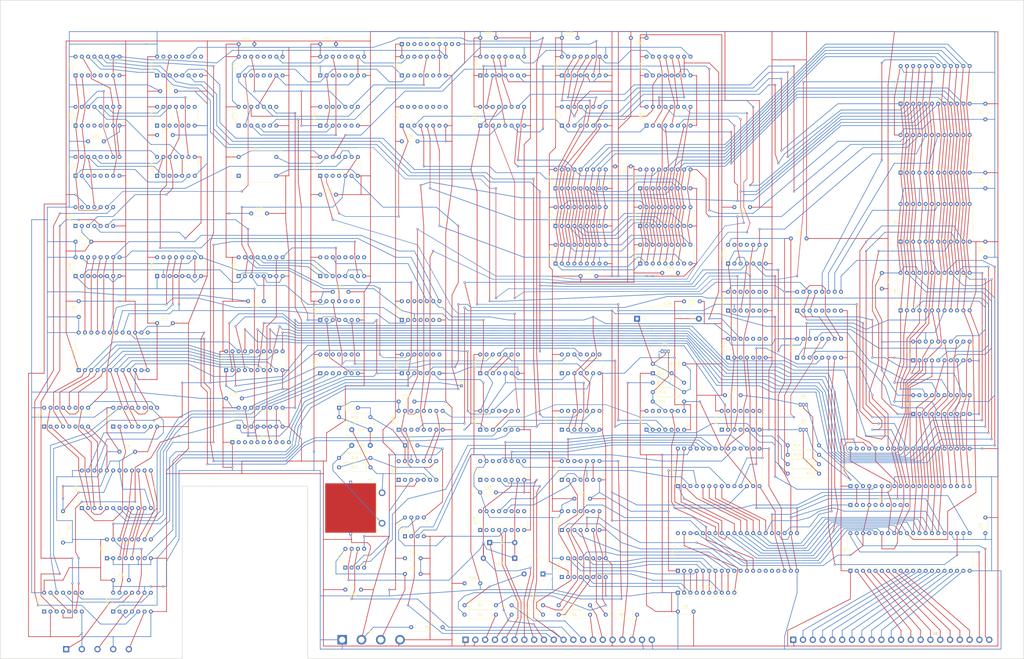
<source format=kicad_pcb>
(kicad_pcb (version 20240108) (generator "pcbnew") (generator_version "8.0")
  (layers (0 "F.Cu" signal) (31 "B.Cu" signal) (34 "B.Paste" user) (35 "F.Paste" user) (36 "B.SilkS" user "B.Silkscreen") (37 "F.SilkS" user "F.Silkscreen") (38 "B.Mask" user) (39 "F.Mask" user) (44 "Edge.Cuts" user))
  (net 0 "")
  (net 1 "GND")
  (net 2 "HSYNC")
  (net 3 "~{VSYNC}")
  (net 4 "VIDEO")
  (net 5 "Net-(D2-A)")
  (net 6 "Net-(U69-XTAL1)")
  (net 7 "Net-(D17-A)")
  (net 8 "IND4")
  (net 9 "Net-(R6-Pad1)")
  (net 10 "Net-(R7-Pad1)")
  (net 11 "Net-(R8-Pad1)")
  (net 12 "RESET_SW")
  (net 13 "IND6")
  (net 14 "VCC")
  (net 15 "IND5")
  (net 16 "CTSIND")
  (net 17 "RS232_RTS")
  (net 18 "RS232_CTS")
  (net 19 "RS232_DTR")
  (net 20 "RS232_RCK")
  (net 21 "RS232_DSR")
  (net 22 "RS232_TXD")
  (net 23 "RS232_RXD")
  (net 24 "TXIND")
  (net 25 "/IO/PRD0")
  (net 26 "/IO/PRD1")
  (net 27 "/IO/PRD2")
  (net 28 "/IO/PRD3")
  (net 29 "/IO/PRD4")
  (net 30 "/IO/PRD5")
  (net 31 "/IO/PRD6")
  (net 32 "/IO/PRD7")
  (net 33 "/IO/PRINT")
  (net 34 "/IO/PRCON")
  (net 35 "/IO/KBD0")
  (net 36 "/IO/KBD1")
  (net 37 "/IO/KBD2")
  (net 38 "/IO/KBD3")
  (net 39 "/IO/KBD4")
  (net 40 "/IO/KBD5")
  (net 41 "/IO/KBD6")
  (net 42 "/IO/KBD7")
  (net 43 "/IO/KBINT")
  (net 44 "/IO/KBCON")
  (net 45 "RXIND")
  (net 46 "Net-(P1-Pin_15)")
  (net 47 "Net-(P1-Pin_14)")
  (net 48 "Net-(P1-Pin_13)")
  (net 49 "Net-(P1-Pin_12)")
  (net 50 "Net-(P1-Pin_11)")
  (net 52 "Net-(P1-Pin_6)")
  (net 53 "Net-(P1-Pin_5)")
  (net 55 "/IO/PA0")
  (net 57 "Net-(Q1-C)")
  (net 58 "PHI1")
  (net 59 "Net-(Q2-B)")
  (net 60 "PHI2")
  (net 61 "Net-(Q3-B)")
  (net 62 "RESET")
  (net 63 "Net-(U72A-Q)")
  (net 64 "Net-(U72A-~{Q})")
  (net 65 "Net-(U69-XTAL2)")
  (net 70 "Net-(RN1-R5)")
  (net 81 "~{IRQ}")
  (net 83 "Net-(RN1-R1)")
  (net 84 "Net-(RN2-R9)")
  (net 85 "Net-(RN3I-R9.2)")
  (net 87 "Net-(RN3G-R7.2)")
  (net 88 "Net-(RN3F-R6.2)")
  (net 90 "Net-(RN3D-R4.2)")
  (net 103 "Net-(RN4I-R9.2)")
  (net 104 "Net-(U10-Pad3)")
  (net 106 "Net-(RN4F-R6.2)")
  (net 112 "A8")
  (net 113 "A9")
  (net 114 "~{RAM_WE}")
  (net 115 "~{R}{slash}W")
  (net 116 "A10")
  (net 117 "Net-(U14B-O0)")
  (net 118 "D7")
  (net 119 "D6")
  (net 120 "D5")
  (net 121 "D4")
  (net 122 "D3")
  (net 123 "D2")
  (net 124 "D1")
  (net 125 "D0")
  (net 126 "A0")
  (net 127 "A1")
  (net 128 "A2")
  (net 129 "A3")
  (net 130 "A4")
  (net 131 "A5")
  (net 132 "A6")
  (net 133 "A7")
  (net 134 "Net-(U14B-O1)")
  (net 135 "Net-(U14B-O2)")
  (net 136 "Net-(U14B-O3)")
  (net 137 "~{RESET}")
  (net 139 "DBE")
  (net 141 "Net-(U7-R{slash}~{W})")
  (net 142 "Net-(U7-A15)")
  (net 143 "Net-(U7-A14)")
  (net 144 "Net-(U7-A13)")
  (net 145 "Net-(U7-A12)")
  (net 146 "Net-(U7-A11)")
  (net 147 "Net-(U7-A10)")
  (net 148 "Net-(U7-A9)")
  (net 149 "Net-(U7-A8)")
  (net 150 "Net-(U7-A7)")
  (net 151 "Net-(U7-A6)")
  (net 152 "Net-(U7-A5)")
  (net 153 "Net-(U7-A4)")
  (net 154 "Net-(U76-Pad10)")
  (net 155 "Net-(U7-A3)")
  (net 156 "Net-(U7-A2)")
  (net 157 "Net-(U7-A1)")
  (net 166 "Net-(U7-A0)")
  (net 168 "VMA")
  (net 169 "A14")
  (net 170 "A11")
  (net 171 "A13")
  (net 172 "A12")
  (net 173 "A15")
  (net 174 "OSC{slash}8")
  (net 175 "Net-(U74-~{WR})")
  (net 176 "Net-(U13B-E)")
  (net 177 "~{DISP_EN}")
  (net 188 "Net-(U15-ENP)")
  (net 189 "Net-(U51-Pad4)")
  (net 190 "R{slash}~{W}")
  (net 191 "-12V")
  (net 192 "+12V")
  (net 193 "BAUD_SET")
  (net 194 "Net-(U75-Pad6)")
  (net 196 "Net-(U13A-E)")
  (net 197 "Net-(U13B-O2)")
  (net 198 "~{ROM_EN}")
  (net 199 "Net-(R3-Pad1)")
  (net 200 "~{IO_C_SEL}")
  (net 201 "~{IO_D_SEL}")
  (net 202 "SERIAL_~{CS}")
  (net 207 "Net-(U75-Pad11)")
  (net 208 "Net-(LS1-Pad2)")
  (net 209 "Net-(R4-Pad1)")
  (net 210 "Net-(R5-Pad1)")
  (net 212 "Net-(U15-RCO)")
  (net 213 "DA0")
  (net 214 "DA1")
  (net 215 "Net-(U51-Pad12)")
  (net 216 "DA2")
  (net 217 "DA3")
  (net 218 "Net-(U53-Pad2)")
  (net 219 "~{DALOAD}")
  (net 220 "OSC")
  (net 221 "Net-(U16-RCO)")
  (net 222 "DA4")
  (net 223 "DA5")
  (net 224 "DA6")
  (net 225 "DA7")
  (net 226 "Net-(U75-Pad1)")
  (net 228 "DA8")
  (net 233 "DA9")
  (net 234 "DA10")
  (net 237 "RAMA3")
  (net 238 "RAMA2")
  (net 239 "RAMA1")
  (net 240 "RAMA0")
  (net 241 "RAMA7")
  (net 242 "/Serial/RXD")
  (net 243 "RAMA6")
  (net 244 "/Serial/~{TXC}")
  (net 245 "Net-(R2-Pad1)")
  (net 246 "RAMA5")
  (net 247 "RAMA4")
  (net 248 "RAMA11")
  (net 250 "RAMA10")
  (net 251 "RAMA9")
  (net 252 "RAMA8")
  (net 258 "/Serial/~{RXC}")
  (net 259 "/Serial/~{DTR}")
  (net 260 "/Serial/~{RTS}")
  (net 261 "/Serial/~{DSR}")
  (net 262 "/Serial/~{CTS}")
  (net 266 "Net-(C25-Pad1)")
  (net 267 "Net-(U21A-O2)")
  (net 268 "Net-(U21A-O1)")
  (net 269 "Net-(U21A-O0)")
  (net 270 "~{RAM_EN}")
  (net 271 "Net-(U30-RCO)")
  (net 274 "Net-(U30-QC)")
  (net 280 "ROW_INC")
  (net 281 "Net-(U30-~{CLR})")
  (net 282 "Net-(U31-RCO)")
  (net 283 "Net-(U31-QA)")
  (net 292 "Net-(U32-QA)")
  (net 300 "Net-(U34A-~{S})")
  (net 302 "Net-(U34B-Q)")
  (net 306 "Net-(U35-RCO)")
  (net 307 "Net-(U35-QA)")
  (net 308 "OSC{slash}4")
  (net 309 "OSC{slash}16")
  (net 314 "~{OSCA}")
  (net 315 "Net-(U35-~{CLR})")
  (net 316 "Net-(U36-RCO)")
  (net 317 "Net-(U36-QA)")
  (net 318 "Net-(U36-QB)")
  (net 319 "Net-(U36-QC)")
  (net 320 "Net-(U36-QD)")
  (net 326 "Net-(U37-QA)")
  (net 327 "Net-(U37-QB)")
  (net 336 "Net-(U41A-C)")
  (net 337 "Net-(U41A-~{S})")
  (net 341 "VRAM_EN")
  (net 345 "U66P6")
  (net 347 "Net-(U41B-~{Q})")
  (net 348 "~{HBLANK}")
  (net 349 "HBLANK")
  (net 351 "Net-(U44-OUT)")
  (net 352 "~{OSCB}")
  (net 365 "Net-(U45-ENP)")
  (net 366 "Net-(U47-CS3)")
  (net 367 "Net-(U47-Q7)")
  (net 368 "Net-(U67-Pad3)")
  (net 369 "Net-(U47-Q6)")
  (net 370 "Net-(U47-Q5)")
  (net 371 "Net-(U47-Q4)")
  (net 372 "Net-(U47-Q3)")
  (net 373 "Net-(U47-Q2)")
  (net 374 "Net-(U47-Q1)")
  (net 375 "Net-(U47-Q0)")
  (net 376 "Net-(U52-O1)")
  (net 377 "Net-(U43-Pad1)")
  (net 378 "Net-(U55-RCO)")
  (net 379 "Net-(U57-RCO)")
  (net 384 "Net-(U51-Pad6)")
  (net 387 "Net-(U52-A2)")
  (net 388 "Net-(U52-A1)")
  (net 389 "Net-(U52-A0)")
  (net 390 "Net-(U55-~{LOAD})")
  (net 391 "Net-(U65B-D)")
  (net 392 "Net-(U57-~{LOAD})")
  (net 394 "Net-(U57-CLK)")
  (net 406 "Net-(U60-D6)")
  (net 407 "Net-(U60-D5)")
  (net 408 "Net-(U60-D4)")
  (net 409 "Net-(U60-D3)")
  (net 410 "Net-(U60-D2)")
  (net 411 "Net-(U60-D1)")
  (net 412 "Net-(U60-D0)")
  (net 413 "Net-(U61-Qh)")
  (net 414 "Net-(U63B-Q)")
  (net 415 "Net-(U63B-C)")
  (net 419 "~{DBE}")
  (net 421 "Net-(U64A-C)")
  (net 423 "Net-(U64A-D)")
  (net 426 "Net-(U65A-C)")
  (net 434 "Net-(U65A-Q)")
  (net 440 "U67P11")
  (net 441 "Net-(U68-Q3)")
  (net 443 "/Serial/TXD")
  (net 444 "PULLUP")
  (net 446 "Net-(U68-Q2)")
  (net 447 "Net-(U68-Q1)")
  (net 450 "Net-(U68-Q0)")
  (net 453 "Net-(U69-OUT)")
  (net 457 "TXRDY")
  (net 458 "RXRDY")
  (net 463 "Net-(U71-PB3)")
  (net 464 "Net-(U71-PB2)")
  (net 465 "Net-(U71-PB1)")
  (net 466 "Net-(U71-PB0)")
  (net 478 "Net-(U78-2Y)")
  (net 496 "OSCB")
  (net 497 "CC4")
  (net 498 "CC5")
  (net 499 "CC6")
  (net 500 "~{POS79}")
  (net 501 "CC0")
  (net 502 "CC1")
  (net 503 "CC2")
  (net 504 "CC3")
  (net 505 "CBCLK")
  (net 506 "/From Memory to Character Buffer/VRAM_R{slash}~{W}")
  (net 507 "~{LC3}")
  (net 508 "LC3")
  (net 509 "~{CCLK}")
  (net 510 "LC2")
  (net 511 "LC1")
  (net 512 "LC0")
  (net 513 "~{U64}")
  (net 514 "U64")
  (net 515 "CBUF8")
  (net 516 "CBUF7")
  (net 517 "CBUF6")
  (net 518 "CBUF5")
  (net 519 "CBUF4")
  (net 520 "CBUF3")
  (net 521 "CBUF2")
  (net 522 "CBUF1")
  (net 523 "~{LCCLK}")
  (footprint "ambassador:C_Disc_D4.3mm_W1.9mm_P6.35mm" (layer "F.Cu") (at 146.05 238.76 180)
    (property "Reference" "C16")
    (property "Value" "220nF")
  )
  (footprint "Package_DIP:DIP-20_W7.62mm" (layer "F.Cu") (at 369.565 145.894511 90)
    (property "Reference" "U9")
    (property "Value" "74LS241")
  )
  (footprint "Resistor_THT:R_Axial_DIN0309_L9.0mm_D3.2mm_P12.70mm_Horizontal" (layer "F.Cu") (at 276.86 154.94 180)
    (property "Reference" "R171")
    (property "Value" "100")
  )
  (footprint "Package_DIP:DIP-16_W7.62mm" (layer "F.Cu") (at 261.635 30.48 90)
    (property "Reference" "U15")
    (property "Value" "74163")
  )
  (footprint "ambassador:C_Disc_D4.3mm_W1.9mm_P6.35mm" (layer "F.Cu") (at 187.96 236.22)
    (property "Reference" "C20")
    (property "Value" "220nF")
  )
  (footprint "ambassador:C_Disc_D4.3mm_W1.9mm_P6.35mm" (layer "F.Cu") (at 134.625 118.11)
    (property "Reference" "C14")
    (property "Value" "220nF")
  )
  (footprint "Package_DIP:DIP-20_W7.62mm" (layer "F.Cu") (at 91.445 149.86 90)
    (property "Reference" "U56")
    (property "Value" "74LS241")
  )
  (footprint "ambassador:C_Disc_D4.3mm_W1.9mm_P6.35mm" (layer "F.Cu") (at 161.29 162.56)
    (property "Reference" "C22")
    (property "Value" "220nF")
  )
  (footprint "Package_DIP:DIP-14_W7.62mm" (layer "F.Cu") (at 292.095 173.98 90)
    (property "Reference" "U72")
    (property "Value" "7474")
  )
  (footprint "Package_DIP:DIP-14_W7.62mm" (layer "F.Cu") (at 227.33 194.3 90)
    (property "Reference" "U75")
    (property "Value" "7404")
  )
  (footprint "Package_DIP:DIP-24_W15.24mm" (layer "F.Cu") (at 364.485 97.785 90)
    (property "Reference" "U5")
    (property "Value" "2716")
  )
  (footprint "Package_DIP:DIP-14_W7.62mm" (layer "F.Cu") (at 129.535 50.79 90)
    (property "Reference" "U33")
    (property "Value" "7400")
  )
  (footprint "Package_DIP:DIP-16_W7.62mm" (layer "F.Cu") (at 96.52 30.48 90)
    (property "Reference" "U32")
    (property "Value" "74163")
  )
  (footprint "Package_DIP:DIP-16_W7.62mm" (layer "F.Cu") (at 322.58 144.78 90)
    (property "Reference" "U13")
    (property "Value" "74S139")
  )
  (footprint "ambassador:C_Disc_D4.3mm_W1.9mm_P6.35mm" (layer "F.Cu") (at 163.83 232.41)
    (property "Reference" "C15")
    (property "Value" "220nF")
  )
  (footprint "Package_DIP:DIP-16_W7.62mm" (layer "F.Cu") (at 17.8 172.71 90)
    (property "Reference" "U59")
    (property "Value" "74175")
  )
  (footprint "Capacitor_THT:CP_Axial_L18.0mm_D10.0mm_P25.00mm_Horizontal" (layer "F.Cu") (at 257.81 129)
    (property "Reference" "C26")
    (property "Value" "C_Polarized_US")
  )
  (footprint "ambassador:C_Disc_D4.3mm_W1.9mm_P6.35mm" (layer "F.Cu") (at 64.77 36.83)
    (property "Reference" "C32")
    (property "Value" "220nF")
  )
  (footprint "ambassador:C_Disc_D4.3mm_W1.9mm_P6.35mm" (layer "F.Cu") (at 234.95 111.76)
    (property "Reference" "C34")
    (property "Value" "220nF")
  )
  (footprint "Package_DIP:DIP-24_W15.24mm" (layer "F.Cu") (at 364.485 125.659755 90)
    (property "Reference" "U6")
    (property "Value" "2716")
  )
  (footprint "ambassador:C_Disc_D4.3mm_W1.9mm_P6.35mm" (layer "F.Cu") (at 129.54 17.78)
    (property "Reference" "C42")
    (property "Value" "220nF")
  )
  (footprint "ambassador:SolderWire-0.75sqmm_1x021_P3.96mm_D1.25mm_OD2.3mm" (layer "F.Cu") (at 320.9925 259.08)
    (property "Reference" "D1")
    (property "Value" "Conn_01x21")
  )
  (footprint "Package_DIP:DIP-14_W7.62mm" (layer "F.Cu") (at 227.33 214.63 90)
    (property "Reference" "U76")
    (property "Value" "7404")
  )
  (footprint "Package_DIP:DIP-16_W7.62mm" (layer "F.Cu") (at 227.33 233.68 90)
    (property "Reference" "P1")
    (property "Value" "Presets")
  )
  (footprint "Package_DIP:DIP-20_W7.62mm" (layer "F.Cu") (at 369.565 167.63 90)
    (property "Reference" "U8")
    (property "Value" "74LS241")
  )
  (footprint "Resistor_THT:R_Axial_DIN0309_L9.0mm_D3.2mm_P12.70mm_Horizontal" (layer "F.Cu") (at 149.86 189.23 180)
    (property "Reference" "R17")
    (property "Value" "6M2")
  )
  (footprint "Package_DIP:DIP-14_W7.62mm" (layer "F.Cu") (at 129.545 129.54 90)
    (property "Reference" "U53")
    (property "Value" "7408")
  )
  (footprint "Package_DIP:DIP-16_W7.62mm" (layer "F.Cu") (at 194.325 30.47 90)
    (property "Reference" "U17")
    (property "Value" "74163")
  )
  (footprint "Resistor_THT:R_Array_SIP10" (layer "F.Cu") (at 344.17 204.47)
    (property "Reference" "RN1")
    (property "Value" "R_Network09_US")
  )
  (footprint "Package_DIP:DIP-16_W7.62mm" (layer "F.Cu") (at 30.495 50.79 90)
    (property "Reference" "U36")
    (property "Value" "74163")
  )
  (footprint "Resistor_THT:R_Axial_DIN0309_L9.0mm_D3.2mm_P12.70mm_Horizontal" (layer "F.Cu") (at 219.71 245.11 180)
    (property "Reference" "R3")
    (property "Value" "220")
  )
  (footprint "Package_DIP:DIP-40_W15.24mm" (layer "F.Cu") (at 274.315 231.14 90)
    (property "Reference" "U71")
    (property "Value" "6821")
  )
  (footprint "Package_DIP:DIP-14_W7.62mm" (layer "F.Cu") (at 194.31 173.99 90)
    (property "Reference" "U67")
    (property "Value" "7400")
  )
  (footprint "Package_DIP:DIP-14_W7.62mm" (layer "F.Cu") (at 261.62 173.99 90)
    (property "Reference" "U80")
    (property "Value" "7414")
  )
  (footprint "Package_DIP:DIP-14_W7.62mm" (layer "F.Cu") (at 227.325 151.13 90)
    (property "Reference" "U64")
    (property "Value" "7474")
  )
  (footprint "ambassador:C_Disc_D4.3mm_W1.9mm_P6.35mm" (layer "F.Cu") (at 274.32 247.65)
    (property "Reference" "C6")
    (property "Value" "220nF")
  )
  (footprint "Package_DIP:DIP-16_W7.62mm" (layer "F.Cu") (at 194.325 214.62 90)
    (property "Reference" "U78")
    (property "Value" "75154")
  )
  (footprint "ambassador:C_Disc_D4.3mm_W1.9mm_P6.35mm" (layer "F.Cu") (at 194.31 15.24)
    (property "Reference" "C37")
    (property "Value" "220nF")
  )
  (footprint "ambassador:SolderWire-0.75sqmm_1x05_P6.35mm_D1.25mm_OD2.3mm" (layer "F.Cu") (at 26.675 262.89)
    (property "Reference" "A1")
    (property "Value" "Conn_01x05")
  )
  (footprint "ambassador:C_Disc_D4.3mm_W1.9mm_P6.35mm" (layer "F.Cu") (at 398.78 76.2 90)
    (property "Reference" "C2")
    (property "Value" "220nF")
  )
  (footprint "ambassador:SolderWire-0.5sqmm_1x02_P12.7mm_D0.9mm_OD2.1mm" (layer "F.Cu") (at 208.28 226.06 180)
    (property "Reference" "JW2")
    (property "Value" "Jumper_2_Bridged")
  )
  (footprint "Resistor_THT:R_Axial_DIN0309_L9.0mm_D3.2mm_P12.70mm_Horizontal" (layer "F.Cu") (at 187.96 248.92)
    (property "Reference" "R4")
    (property "Value" "220")
  )
  (footprint "Capacitor_THT:C_Disc_D11.0mm_W5.0mm_P7.50mm" (layer "F.Cu") (at 142.3 180.34)
    (property "Reference" "C25")
    (property "Value" "130PF")
  )
  (footprint "ambassador:C_Disc_D4.3mm_W1.9mm_P6.35mm" (layer "F.Cu") (at 63.505 130.81)
    (property "Reference" "C11")
    (property "Value" "220nF")
  )
  (footprint "Resistor_THT:R_Axial_DIN0309_L9.0mm_D3.2mm_P12.70mm_Horizontal" (layer "F.Cu") (at 25.405 207.01 -90)
    (property "Reference" "R1")
    (property "Value" "3.9K")
  )
  (footprint "Package_DIP:DIP-16_W7.62mm" (layer "F.Cu") (at 227.345 30.47 90)
    (property "Reference" "U16")
    (property "Value" "74163")
  )
  (footprint "Package_DIP:DIP-16_W7.62mm" (layer "F.Cu") (at 96.525 172.72 90)
    (property "Reference" "U57")
    (property "Value" "74163")
  )
  (footprint "TestPoint:TestPoint_THTPad_1.0x1.0mm_Drill0.5mm" (layer "F.Cu") (at 186.69 156.21)
    (property "Reference" "TP1")
    (property "Value" "TestPoint")
  )
  (footprint "Package_DIP:DIP-18_W7.62mm" (layer "F.Cu") (at 224.79 76.2 90)
    (property "Reference" "U26")
    (property "Value" "MM2114")
  )
  (footprint "Resistor_THT:R_Axial_DIN0309_L9.0mm_D3.2mm_P12.70mm_Horizontal" (layer "F.Cu") (at 137.16 185.42)
    (property "Reference" "R18")
    (property "Value" "4K7")
  )
  (footprint "Package_DIP:DIP-14_W7.62mm" (layer "F.Cu") (at 63.5 71.12 90)
    (property "Reference" "U38")
    (property "Value" "7420")
  )
  (footprint "ambassador:C_Disc_D4.3mm_W1.9mm_P6.35mm" (layer "F.Cu") (at 163.83 226.06)
    (property "Reference" "C17")
    (property "Value" "220nF")
  )
  (footprint "ambassador:C_Disc_D4.3mm_W1.9mm_P6.35mm" (layer "F.Cu") (at 194.31 199.39)
    (property "Reference" "C18")
    (property "Value" "220nF")
  )
  (footprint "ambassador:C_Disc_D4.3mm_W1.9mm_P6.35mm" (layer "F.Cu") (at 101.6 86.36)
    (property "Reference" "C30")
    (property "Value" "220nF")
  )
  (footprint "Resistor_THT:R_Axial_DIN0309_L9.0mm_D3.2mm_P12.70mm_Horizontal" (layer "F.Cu") (at 318.77 180.34)
    (property "Reference" "R15")
    (property "Value" "150")
  )
  (footprint "Capacitor_THT:CP_Radial_Tantal_D4.5mm_P5.00mm" (layer "F.Cu") (at 163.87 180.34)
    (property "Reference" "C23")
    (property "Value" "10")
  )
  (footprint "Buzzer_Beeper:Buzzer_15x7.5RM7.6" (layer "F.Cu") (at 219.69 232.41 180)
    (property "Reference" "LS1")
    (property "Value" "Speaker")
  )
  (footprint "Package_DIP:DIP-16_W7.62mm" (layer "F.Cu") (at 129.545 111.76 90)
    (property "Reference" "U52")
    (property "Value" "74S138")
  )
  (footprint "Package_DIP:DIP-8_W7.62mm" (layer "F.Cu") (at 139.71 229.86 90)
    (property "Reference" "U73")
    (property "Value" "75150_2")
  )
  (footprint "Package_DIP:DIP-16_W7.62mm" (layer "F.Cu") (at 30.495 30.47 90)
    (property "Reference" "U35")
    (property "Value" "74163")
  )
  (footprint "Package_DIP:DIP-14_W7.62mm" (layer "F.Cu") (at 129.545 151.13 90)
    (property "Reference" "U54")
    (property "Value" "7420")
  )
  (footprint "ambassador:C_Disc_D4.3mm_W1.9mm_P6.35mm" (layer "F.Cu") (at 232.41 201.93)
    (property "Reference" "C19")
    (property "Value" "220nF")
  )
  (footprint "Resistor_THT:R_Axial_DIN0309_L9.0mm_D3.2mm_P12.70mm_Horizontal" (layer "F.Cu") (at 331.47 187.96 180)
    (property "Reference" "R14")
    (property "Value" "680")
  )
  (footprint "ambassador:C_Disc_D4.3mm_W1.9mm_P6.35mm" (layer "F.Cu") (at 35.56 57.15)
    (property "Reference" "C31")
    (property "Value" "220nF")
  )
  (footprint "Package_DIP:DIP-14_W7.62mm" (layer "F.Cu") (at 45.72 247.64 90)
    (property "Reference" "U62")
    (property "Value" "7486")
  )
  (footprint "ambassador:C_Disc_D4.3mm_W1.9mm_P6.35mm" (layer "F.Cu") (at 96.52 17.78)
    (property "Reference" "C41")
    (property "Value" "220nF")
  )
  (footprint "Resistor_THT:R_Axial_DIN0309_L9.0mm_D3.2mm_P12.70mm_Horizontal" (layer "F.Cu") (at 318.77 184.15)
    (property "Reference" "R13")
    (property "Value" "150")
  )
  (footprint "ambassador:C_Disc_D4.3mm_W1.9mm_P6.35mm" (layer "F.Cu") (at 31.755 128.27 90)
    (property "Reference" "C10")
    (property "Value" "220nF")
  )
  (footprint "Package_DIP:DIP-14_W7.62mm" (layer "F.Cu") (at 294.64 125.73 90)
    (property "Reference" "U10")
    (property "Value" "7408")
  )
  (footprint "Resistor_THT:R_Array_SIP10" (layer "F.Cu") (at 274.32 240.03)
    (property "Reference" "RN2")
    (property "Value" "3.3K")
  )
  (footprint "Resistor_THT:R_Axial_DIN0309_L9.0mm_D3.2mm_P12.70mm_Horizontal" (layer "F.Cu") (at 219.71 248.92 180)
    (property "Reference" "R5")
    (property "Value" "220")
  )
  (footprint "Package_DIP:DIP-8_W7.62mm" (layer "F.Cu") (at 163.84 217.16 90)
    (property "Reference" "U79")
    (property "Value" "75150_2")
  )
  (footprint "Package_TO_SOT_THT:TO-92_Inline" (layer "F.Cu") (at 323.85 173.99)
    (property "Reference" "Q3")
    (property "Value" "2N3904")
  )
  (footprint "ambassador:C_Disc_D4.3mm_W1.9mm_P6.35mm" (layer "F.Cu") (at 356.87 110.49 -90)
    (property "Reference" "C4")
    (property "Value" "220nF")
  )
  (footprint "Resistor_THT:R_Array_SIP10" (layer "F.Cu") (at 162.56 17.78)
    (property "Reference" "RN4")
    (property "Value" "R_Network09_Split")
  )
  (footprint "Package_DIP:DIP-14_W7.62mm" (layer "F.Cu") (at 161.29 194.31 90)
    (property "Reference" "U69")
    (property "Value" "5307")
  )
  (footprint "Crystal:Crystal_HC33-U_Horizontal_1EP_style2" (layer "F.Cu") (at 154.56 199.54 -90)
    (property "Reference" "Y1")
    (property "Value" "921.6KHZ")
  )
  (footprint "ambassador:SolderWire-0.75sqmm_1x020_P3.96mm_D1.25mm_OD2.3mm" (layer "F.Cu") (at 188.356875 259.08)
    (property "Reference" "JC1")
    (property "Value" "Conn_01x20")
  )
  (footprint "Package_DIP:DIP-18_W7.62mm" (layer "F.Cu") (at 259.08 76.19 90)
    (property "Reference" "U22")
    (property "Value" "MM2114")
  )
  (footprint "Resistor_THT:R_Axial_DIN0309_L9.0mm_D3.2mm_P12.70mm_Horizontal" (layer "F.Cu") (at 226.06 245.11)
    (property "Reference" "R7")
    (property "Value" "220")
  )
  (footprint "Package_DIP:DIP-14_W7.62mm" (layer "F.Cu") (at 30.48 91.44 90)
    (property "Reference" "U41")
    (property "Value" "7474")
  )
  (footprint "ambassador:C_Disc_D4.3mm_W1.9mm_P6.35mm" (layer "F.Cu") (at 162.56 57.15)
    (property "Reference" "C40")
    (property "Value" "220nF")
  )
  (footprint "Package_DIP:DIP-24_W15.24mm" (layer "F.Cu") (at 33.025 205.74 90)
    (property "Reference" "U60")
    (property "Value" "2758")
  )
  (footprint "ambassador:C_Disc_D4.3mm_W1.9mm_P6.35mm" (layer "F.Cu") (at 293.37 160.02)
    (property "Reference" "C21")
    (property "Value" "220nF")
  )
  (footprint "ambassador:C_Disc_D4.3mm_W1.9mm_P6.35mm" (layer "F.Cu") (at 303.53 83.82 180)
    (property "Reference" "C28")
    (property "Value" "220nF")
  )
  (footprint "ambassador:C_Disc_D4.3mm_W1.9mm_P6.35mm" (layer "F.Cu") (at 106.685 121.92 180)
    (property "Reference" "C13")
    (property "Value" "220nF")
  )
  (footprint "ambassador:SolderWire-0.5sqmm_1x02_P10.16mm_D0.9mm_OD2.1mm" (layer "F.Cu") (at 198.12 219.71)
    (property "Reference" "JW1")
    (property "Value" "Jumper_2_Bridged")
  )
  (footprint "ambassador:C_Disc_D4.3mm_W1.9mm_P6.35mm" (layer "F.Cu") (at 227.33 15.24)
    (property "Reference" "C39")
    (property "Value" "220nF")
  )
  (footprint "Package_DIP:DIP-16_W7.62mm" (layer "F.Cu") (at 194.31 50.8 90)
    (property "Reference" "U20")
    (property "Value" "74157")
  )
  (footprint "ambassador:C_Disc_D4.3mm_W1.9mm_P6.35mm" (layer "F.Cu") (at 255.27 67.31 180)
    (property "Reference" "C35")
    (property "Value" "220nF")
  )
  (footprint "Resistor_THT:R_Array_SIP10" (layer "F.Cu") (at 93.985 179.07)
    (property "Reference" "RN3")
    (property "Value" "3.3K")
  )
  (footprint "Package_DIP:DIP-16_W7.62mm" (layer "F.Cu") (at 30.495 111.75 90)
    (property "Reference" "U46")
    (property "Value" "74163")
  )
  (footprint "ambassador:C_Disc_D4.3mm_W1.9mm_P6.35mm" (layer "F.Cu") (at 45.725 234.95)
    (property "Reference" "C8")
    (property "Value" "220nF")
  )
  (footprint "ambassador:C_Disc_D4.3mm_W1.9mm_P6.35mm" (layer "F.Cu") (at 129.535 78.74)
    (property "Reference" "C29")
    (property "Value" "220nF")
  )
  (footprint "ambassador:C_Disc_D4.3mm_W1.9mm_P6.35mm" (layer "F.Cu") (at 398.78 104.14 90)
    (property "Reference" "C3")
    (property "Value" "220nF")
  )
  (footprint "Package_DIP:DIP-16_W7.62mm" (layer "F.Cu") (at 45.74 172.71 90)
    (property "Reference" "U58")
    (property "Value" "74175")
  )
  (footprint "Package_DIP:DIP-14_W7.62mm" (layer "F.Cu") (at 162.56 129.53 90)
    (property "Reference" "U50")
    (property "Value" "7400")
  )
  (footprint "Resistor_THT:R_Axial_DIN0309_L9.0mm_D3.2mm_P12.70mm_Horizontal" (layer "F.Cu") (at 331.47 191.77 180)
    (property "Reference" "R12")
    (property "Value" "680")
  )
  (footprint "Package_DIP:DIP-24_W15.24mm" (layer "F.Cu") (at 364.48 69.85 90)
    (property "Reference" "U4")
    (property "Value" "6116")
  )
  (footprint "Package_DIP:DIP-16_W7.62mm" (layer "F.Cu") (at 162.56 30.48 90)
    (property "Reference" "U30")
    (property "Value" "74163")
  )
  (footprint "Resistor_THT:R_Axial_DIN0309_L9.0mm_D3.2mm_P12.70mm_Horizontal" (layer "F.Cu") (at 149.86 168.91 180)
    (property "Reference" "R16")
    (property "Value" "4K7")
  )
  (footprint "Package_DIP:DIP-16_W7.62mm" (layer "F.Cu") (at 194.325 194.3 90)
    (property "Reference" "U77")
    (property "Value" "75154")
  )
  (footprint "Package_DIP:DIP-14_W7.62mm" (layer "F.Cu") (at 294.64 106.68 90)
    (property "Reference" "U11")
    (property "Value" "7400")
  )
  (footprint "Package_DIP:DIP-14_W7.62mm" (layer "F.Cu") (at 129.535 71.12 90)
    (property "Reference" "U43")
    (property "Value" "7404")
  )
  (footprint "Resistor_THT:R_Axial_DIN0309_L9.0mm_D3.2mm_P12.70mm_Horizontal" (layer "F.Cu") (at 200.66 245.11 180)
    (property "Reference" "R2")
    (property "Value" "10")
  )
  (footprint "Package_DIP:DIP-14_W7.62mm" (layer "F.Cu") (at 162.56 151.12 90)
    (property "Reference" "U51")
    (property "Value" "7404")
  )
  (footprint "Package_DIP:DIP-14_W7.62mm" (layer "F.Cu") (at 17.78 247.64 90)
    (property "Reference" "U63")
    (property "Value" "7474")
  )
  (footprint "Resistor_THT:R_Axial_DIN0309_L9.0mm_D3.2mm_P12.70mm_Horizontal" (layer "F.Cu") (at 264.16 147.32)
    (property "Reference" "R172")
    (property "Value" "47K")
  )
  (footprint "ambassador:C_Disc_D4.3mm_W1.9mm_P6.35mm" (layer "F.Cu") (at 30.48 97.79)
    (property "Reference" "C43")
    (property "Value" "220nF")
  )
  (footprint "Package_DIP:DIP-18_W7.62mm" (layer "F.Cu") (at 224.79 91.44 90)
    (property "Reference" "U27")
    (property "Value" "MM2114")
  )
  (footprint "ambassador:C_Disc_D4.3mm_W1.9mm_P6.35mm" (layer "F.Cu") (at 267.97 110.49)
    (property "Reference" "C36")
    (property "Value" "220nF")
  )
  (footprint "ambassador:C_Disc_D4.3mm_W1.9mm_P6.35mm" (layer "F.Cu") (at 261.62 15.24 180)
    (property "Reference" "C38")
    (property "Value" "220nF")
  )
  (footprint "Package_DIP:DIP-16_W7.62mm" (layer "F.Cu") (at 96.525 111.76 90)
    (property "Reference" "U55")
    (property "Value" "74163")
  )
  (footprint "Package_DIP:DIP-16_W7.62mm" (layer "F.Cu") (at 227.345 50.79 90)
    (property "Reference" "U19")
    (property "Value" "74157")
  )
  (footprint "Package_DIP:DIP-16_W7.62mm" (layer "F.Cu") (at 161.305 173.98 90)
    (property "Reference" "U68")
    (property "Value" "74175")
  )
  (footprint "Package_TO_SOT_THT:TO-92_Inline" (layer "F.Cu") (at 267.97 142.24)
    (property "Reference" "Q1")
    (property "Value" "2N3904")
  )
  (footprint "Package_DIP:DIP-16_W7.62mm" (layer "F.Cu") (at 129.555 30.47 90)
    (property "Reference" "U31")
    (property "Value" "74163")
  )
  (footprint "Package_DIP:DIP-16_W7.62mm" (layer "F.Cu") (at 322.58 125.73 90)
    (property "Reference" "U14")
    (property "Value" "74S139")
  )
  (footprint "ambassador:C_Disc_D4.3mm_W1.9mm_P6.35mm" (layer "F.Cu") (at 48.265 182.88)
    (property "Reference" "C9")
    (property "Value" "220nF")
  )
  (footprint "Package_DIP:DIP-40_W15.24mm" (layer "F.Cu") (at 344.17 231.145 90)
    (property "Reference" "U70")
    (property "Value" "6821")
  )
  (footprint "Diode_THT:D_DO-35_SOD27_P7.62mm_Horizontal" (layer "F.Cu") (at 137.16 165.1)
    (property "Reference" "D2")
    (property "Value" "1N4148")
  )
  (footprint "Package_TO_SOT_THT:TO-92_Inline" (layer "F.Cu") (at 323.85 163.83)
    (property "Reference" "Q2")
    (property "Value" "2N3904")
  )
  (footprint "Package_DIP:DIP-24_W15.24mm" (layer "F.Cu") (at 31.755 149.865 90)
    (property "Reference" "U47")
    (property "Value" "6810")
  )
  (footprint "Package_DIP:DIP-16_W7.62mm" (layer "F.Cu") (at 30.48 71.11 90)
    (property "Reference" "U37")
    (property "Value" "74163")
  )
  (footprint "Package_DIP:DIP-16_W7.62mm" (layer "F.Cu") (at 43.185 226.06 90)
    (property "Reference" "U61")
    (property "Value" "74166")
  )
  (footprint "Capacitor_THT:C_Disc_D11.0mm_W5.0mm_P7.50mm" (layer "F.Cu") (at 142.3 173.99)
    (property "Reference" "C24")
    (property "Value" "22")
  )
  (footprint "Package_DIP:DIP-24_W15.24mm" (layer "F.Cu") (at 364.485 41.91 90)
    (property "Reference" "U3")
    (property "Value" "6116")
  )
  (footprint "ambassador:C_Disc_D4.3mm_W1.9mm_P6.35mm" (layer "F.Cu") (at 398.78 48.26 90)
    (property "Reference" "C1")
    (property "Value" "220nF")
  )
  (footprint "Package_DIP:DIP-16_W7.62mm" (layer "F.Cu") (at 162.56 50.8 90)
    (property "Reference" "U21")
    (property "Value" "74S139")
  )
  (footprint "Package_DIP:DIP-18_W7.62mm" (layer "F.Cu") (at 259.07 91.44 90)
    (property "Reference" "U23")
    (property "Value" "MM2114")
  )
  (footprint "Connector_Wire:SolderWire-2sqmm_1x04_P7.8mm_D2mm_OD3.9mm" (layer "F.Cu") (at 138.43 259.08)
    (property "Reference" "B1")
    (property "Value" "Conn_01x04")
  )
  (footprint "Package_DIP:DIP-16_W7.62mm" (layer "F.Cu") (at 63.515 111.75 90)
    (property "Reference" "U45")
    (property "Value" "74LS163")
  )
  (footprint "Package_DIP:DIP-14_W7.62mm" (layer "F.Cu") (at 227.33 173.98 90)
    (property "Reference" "U66")
    (property "Value" "7474")
  )
  (footprint "ambassador:C_Disc_D4.3mm_W1.9mm_P6.35mm" (layer "F.Cu") (at 91.445 161.29)
    (property "Reference" "C12")
    (property "Value" "220nF")
  )
  (footprint "ambassador:C_Disc_D4.3mm_W1.9mm_P6.35mm" (layer "F.Cu") (at 63.5 54.61)
    (property "Reference" "C33")
    (property "Value" "220nF")
  )
  (footprint "Resistor_THT:R_Axial_DIN0309_L9.0mm_D3.2mm_P12.70mm_Horizontal" (layer "F.Cu") (at 245.11 248.92)
    (property "Reference" "R8")
    (property "Value" "220")
  )
  (footprint "Package_DIP:DIP-14_W7.62mm" (layer "F.Cu") (at 294.64 144.78 90)
    (property "Reference" "U12")
    (property "Value" "7404")
  )
  (footprint "ambassador:C_Disc_D4.3mm_W1.9mm_P6.35mm" (layer "F.Cu") (at 398.78 215.9 90)
    (property "Reference" "C5")
    (property "Value" "220nF")
  )
  (footprint "ambassador:C_Disc_D4.3mm_W1.9mm_P6.35mm" (layer "F.Cu") (at 320.04 96.52)
    (property "Reference" "C7")
    (property "Value" "220nF")
  )
  (footprint "Package_DIP:DIP-16_W7.62mm" (layer "F.Cu") (at 63.515 30.47 90)
    (property "Reference" "U40")
    (property "Value" "74S138")
  )
  (footprint "Package_DIP:DIP-28_W15.24mm" (layer "F.Cu") (at 274.32 196.85 90)
    (property "Reference" "U74")
    (property "Value" "8251")
  )
  (footprint "Diode_THT:D_DO-35_SOD27_P7.62mm_Horizontal" (layer "F.Cu") (at 264.16 151.13)
    (property "Reference" "D17")
    (property "Value" "1N4148")
  )
  (footprint "Package_DIP:DIP-40_W15.24mm" (layer "F.Cu") (at 344.165 196.855 90)
    (property "Reference" "U7")
    (property "Value" "MC6800")
  )
  (footprint "Resistor_THT:R_Axial_DIN0309_L9.0mm_D3.2mm_P12.70mm_Horizontal" (layer "F.Cu") (at 226.06 248.92)
    (property "Reference" "R6")
    (property "Value" "220")
  )
  (footprint "Resistor_THT:R_Axial_DIN0309_L9.0mm_D3.2mm_P12.70mm_Horizontal" (layer "F.Cu") (at 179.07 254 180)
    (property "Reference" "R9")
    (property "Value" "heatshrink bodge")
  )
  (footprint "Oscillator:Oscillator_DIP-14" (layer "F.Cu") (at 96.52 71.12)
    (property "Reference" "U44")
    (property "Value" "12.5MHZ")
  )
  (footprint "Resistor_THT:R_Axial_DIN0309_L9.0mm_D3.2mm_P12.70mm_Horizontal" (layer "F.Cu") (at 276.86 162.56 180)
    (property "Reference" "R11")
    (property "Value" "3.3K")
  )
  (footprint "Package_DIP:DIP-18_W7.62mm" (layer "F.Cu") (at 259.08 106.67 90)
    (property "Reference" "U24")
    (property "Value" "MM2114")
  )
  (footprint "Package_DIP:DIP-14_W7.62mm" (layer "F.Cu") (at 96.515 50.79 90)
    (property "Reference" "U34")
    (property "Value" "7474")
  )
  (footprint "Package_DIP:DIP-14_W7.62mm" (layer "F.Cu") (at 63.495 50.79 90)
    (property "Reference" "U39")
    (property "Value" "7408")
  )
  (footprint "ambassador:C_Disc_D4.3mm_W1.9mm_P6.35mm" (layer "F.Cu") (at 283.175 122 180)
    (property "Reference" "C27")
    (property "Value" "220nF")
  )
  (footprint "Package_DIP:DIP-14_W7.62mm" (layer "F.Cu") (at 194.31 151.13 90)
    (property "Reference" "U65")
    (property "Value" "7474")
  )
  (footprint "Package_DIP:DIP-16_W7.62mm" (layer "F.Cu") (at 261.635 50.79 90)
    (property "Reference" "U18")
    (property "Value" "74157")
  )
  (footprint "Resistor_THT:R_Axial_DIN0309_L9.0mm_D3.2mm_P12.70mm_Horizontal" (layer "F.Cu") (at 276.86 158.75 180)
    (property "Reference" "R10")
    (property "Value" "3.3K")
  )
  (footprint "Package_DIP:DIP-18_W7.62mm" (layer "F.Cu") (at 224.79 106.68 90)
    (property "Reference" "U28")
    (property "Value" "MM2114")
  )
  (gr_line (start 124.46 266.7) (end 414.3375 266.7) (stroke (width 0.2)) (layer "Edge.Cuts"))
  (gr_line (start 73.66 266.7) (end 73.66 196.85) (stroke (width 0.2)) (layer "Edge.Cuts"))
  (gr_line (start 414.3375 0) (end 414.3375 266.7) (stroke (width 0.2)) (layer "Edge.Cuts"))
  (gr_line (start 73.66 196.85) (end 124.46 196.85) (stroke (width 0.2)) (layer "Edge.Cuts"))
  (gr_line (start 0 266.7) (end 73.66 266.7) (stroke (width 0.2)) (layer "Edge.Cuts"))
  (gr_line (start 0 0) (end 414.3375 0) (stroke (width 0.2)) (layer "Edge.Cuts"))
  (gr_line (start 124.46 266.7) (end 124.46 196.85) (stroke (width 0.2)) (layer "Edge.Cuts"))
  (gr_line (start 0 0) (end 0 266.7) (stroke (width 0.2)) (layer "Edge.Cuts"))
  (segment (start 67.315 226.06) (end 67.315 209.55) (width 0.25) (layer "F.Cu") (net 1))
  (segment (start 180.345 93.985) (end 182.88 74.93) (width 0.25) (layer "F.Cu") (net 1))
  (segment (start 342.9 177.8) (end 345.44 177.8) (width 0.25) (layer "F.Cu") (net 1))
  (segment (start 43.185 190.5) (end 43.185 180.34) (width 0.25) (layer "F.Cu") (net 1))
  (segment (start 116.845 157.48) (end 116.845 149.86) (width 0.25) (layer "F.Cu") (net 1))
  (segment (start 192.325625 259.08) (end 191.77 261.62) (width 0.25) (layer "F.Cu") (net 1))
  (segment (start 116.84 46.99) (end 101.6 46.99) (width 0.25) (layer "F.Cu") (net 1))
  (segment (start 344.17 231.145) (end 344.17 242.57) (width 0.25) (layer "F.Cu") (net 1))
  (segment (start 264.16 34.29) (end 264.175 43.17) (width 0.25) (layer "F.Cu") (net 1))
  (segment (start 50.8 72.39) (end 50.8 50.8) (width 0.25) (layer "F.Cu") (net 1))
  (segment (start 312.42 106.68) (end 312.42 83.82) (width 0.25) (layer "F.Cu") (net 1))
  (segment (start 247.65 111.76) (end 250.19 111.76) (width 0.25) (layer "F.Cu") (net 1))
  (segment (start 50.8 121.92) (end 50.8 111.76) (width 0.25) (layer "F.Cu") (net 1))
  (segment (start 33.024376 256.540624) (end 31.755 257.81) (width 0.25) (layer "F.Cu") (net 1))
  (segment (start 187.96 12.7) (end 149.86 12.7) (width 0.25) (layer "F.Cu") (net 1))
  (segment (start 115.57 86.36) (end 115.57 71.12) (width 0.25) (layer "F.Cu") (net 1))
  (segment (start 67.315 191.77) (end 67.315 190.5) (width 0.25) (layer "F.Cu") (net 1))
  (segment (start 247.65 106.68) (end 245.11 106.68) (width 0.25) (layer "F.Cu") (net 1))
  (segment (start 50.8 30.48) (end 50.8 16.51) (width 0.25) (layer "F.Cu") (net 1))
  (segment (start 11.435 257.81) (end 11.435 151.13) (width 0.25) (layer "F.Cu") (net 1))
  (segment (start 142.24 219.71) (end 148.59 219.71) (width 0.25) (layer "F.Cu") (net 1))
  (segment (start 214.63 33.02) (end 205.74 33.02) (width 0.25) (layer "F.Cu") (net 1))
  (segment (start 247.65 76.2) (end 247.65 91.44) (width 0.25) (layer "F.Cu") (net 1))
  (segment (start 111.755 50.79) (end 116.84 50.8) (width 0.25) (layer "F.Cu") (net 1))
  (segment (start 130.815 191.77) (end 130.815 186.69) (width 0.25) (layer "F.Cu") (net 1))
  (segment (start 312.42 12.7) (end 326.39 12.7) (width 0.25) (layer "F.Cu") (net 1))
  (segment (start 233.68 15.24) (end 233.68 12.7) (width 0.25) (layer "F.Cu") (net 1))
  (segment (start 54.615 182.88) (end 59.695 182.88) (width 0.25) (layer "F.Cu") (net 1))
  (segment (start 170.18 232.41) (end 173.99 232.41) (width 0.25) (layer "F.Cu") (net 1))
  (segment (start 247.65 30.48) (end 247.65 12.7) (width 0.25) (layer "F.Cu") (net 1))
  (segment (start 180.345 151.13) (end 180.345 129.54) (width 0.25) (layer "F.Cu") (net 1))
  (segment (start 245.11 194.31) (end 245.11 180.34) (width 0.25) (layer "F.Cu") (net 1))
  (segment (start 67.315 190.5) (end 76.205 181.61) (width 0.25) (layer "F.Cu") (net 1))
  (segment (start 392.425 97.785) (end 394.967 97.787) (width 0.25) (layer "F.Cu") (net 1))
  (segment (start 273.05 149.86) (end 273.05 128.95) (width 0.25) (layer "F.Cu") (net 1))
  (segment (start 149.865 82.555) (end 149.863333 78.743333) (width 0.25) (layer "F.Cu") (net 1))
  (segment (start 245.11 226.06) (end 245.11 214.63) (width 0.25) (layer "F.Cu") (net 1))
  (segment (start 187.96 25.4) (end 182.88 30.48) (width 0.25) (layer "F.Cu") (net 1))
  (segment (start 356.87 116.84) (end 359.41 116.84) (width 0.25) (layer "F.Cu") (net 1))
  (segment (start 245.11 76.2) (end 247.65 76.2) (width 0.25) (layer "F.Cu") (net 1))
  (segment (start 67.315 209.55) (end 67.315 191.77) (width 0.25) (layer "F.Cu") (net 1))
  (segment (start 232.41 46.99) (end 233.68 44.45) (width 0.25) (layer "F.Cu") (net 1))
  (segment (start 20.32 247.64) (end 20.325 257.81) (width 0.25) (layer "F.Cu") (net 1))
  (segment (start 180.34 30.48) (end 182.88 30.48) (width 0.25) (layer "F.Cu") (net 1))
  (segment (start 101.6 46.99) (end 101.595 43.17) (width 0.25) (layer "F.Cu") (net 1))
  (segment (start 243.84 151.13) (end 242.565 151.13) (width 0.25) (layer "F.Cu") (net 1))
  (segment (start 245.11 226.05) (end 247.65 228.6) (width 0.25) (layer "F.Cu") (net 1))
  (segment (start 116.845 157.48) (end 116.845 172.72) (width 0.25) (layer "F.Cu") (net 1))
  (segment (start 121.925 177.8) (end 121.925 186.69) (width 0.25) (layer "F.Cu") (net 1))
  (segment (start 135.885 78.74) (end 146.052424 78.742424) (width 0.25) (layer "F.Cu") (net 1))
  (segment (start 312.42 83.82) (end 312.42 24.13) (width 0.25) (layer "F.Cu") (net 1))
  (segment (start 398.78 209.55) (end 403.86 209.55) (width 0.25) (layer "F.Cu") (net 1))
  (segment (start 121.925 186.69) (end 97.795 186.69) (width 0.25) (layer "F.Cu") (net 1))
  (segment (start 182.88 57.15) (end 182.88 50.8) (width 0.25) (layer "F.Cu") (net 1))
  (segment (start 212.09 58.42) (end 212.09 151.13) (width 0.25) (layer "F.Cu") (net 1))
  (segment (start 148.59 219.71) (end 149.86 220.98) (width 0.25) (layer "F.Cu") (net 1))
  (segment (start 247.65 111.76) (end 241.3 111.76) (width 0.25) (layer "F.Cu") (net 1))
  (segment (start 293.37 12.7) (end 293.37 40.64) (width 0.25) (layer "F.Cu") (net 1))
  (segment (start 214.63 182.88) (end 222.25 182.88) (width 0.25) (layer "F.Cu") (net 1))
  (segment (start 248.92 67.31) (end 247.65 67.31) (width 0.25) (layer "F.Cu") (net 1))
  (segment (start 279.415 30.48) (end 281.94 30.48) (width 0.25) (layer "F.Cu") (net 1))
  (segment (start 147.325 151.13) (end 147.325 129.54) (width 0.25) (layer "F.Cu") (net 1))
  (segment (start 59.695 149.865) (end 54.615 134.625) (width 0.25) (layer "F.Cu") (net 1))
  (segment (start 180.345 129.54) (end 177.8 129.53) (width 0.25) (layer "F.Cu") (net 1))
  (segment (start 214.63 50.8) (end 214.63 33.02) (width 0.25) (layer "F.Cu") (net 1))
  (segment (start 149.86 71.12) (end 146.05 71.12) (width 0.25) (layer "F.Cu") (net 1))
  (segment (start 309.88 106.68) (end 312.42 106.68) (width 0.25) (layer "F.Cu") (net 1))
  (segment (start 214.63 33.02) (end 214.63 30.48) (width 0.25) (layer "F.Cu") (net 1))
  (segment (start 212.09 173.99) (end 212.09 151.13) (width 0.25) (layer "F.Cu") (net 1))
  (segment (start 340.36 177.8) (end 342.9 177.8) (width 0.25) (layer "F.Cu") (net 1))
  (segment (start 276.825 122) (end 273 122) (width 0.25) (layer "F.Cu") (net 1))
  (segment (start 281.94 76.2) (end 281.94 91.44) (width 0.25) (layer "F.Cu") (net 1))
  (segment (start 76.205 172.72) (end 76.205 147.325) (width 0.25) (layer "F.Cu") (net 1))
  (segment (start 344.17 242.57) (end 318.77 255.27) (width 0.25) (layer "F.Cu") (net 1))
  (segment (start 102.87 16.51) (end 83.82 16.51) (width 0.25) (layer "F.Cu") (net 1))
  (segment (start 50.8 111.76) (end 48.275 111.75) (width 0.25) (layer "F.Cu") (net 1))
  (segment (start 212.105 30.47) (end 214.63 30.48) (width 0.25) (layer "F.Cu") (net 1))
  (segment (start 173.99 217.17) (end 182.88 217.17) (width 0.25) (layer "F.Cu") (net 1))
  (segment (start 50.8 16.51) (end 26.675 16.51) (width 0.25) (layer "F.Cu") (net 1))
  (segment (start 135.89 19.05) (end 149.86 19.05) (width 0.25) (layer "F.Cu") (net 1))
  (segment (start 279.4 76.19) (end 281.94 76.2) (width 0.25) (layer "F.Cu") (net 1))
  (segment (start 394.967 97.787) (end 398.78 97.79) (width 0.25) (layer "F.Cu") (net 1))
  (segment (start 274.32 111.76) (end 274.32 110.49) (width 0.25) (layer "F.Cu") (net 1))
  (segment (start 307.34 83.82) (end 312.42 83.82) (width 0.25) (layer "F.Cu") (net 1))
  (segment (start 115.57 71.12) (end 111.76 71.12) (width 0.25) (layer "F.Cu") (net 1))
  (segment (start 149.865 16.51) (end 149.86 12.7) (width 0.25) (layer "F.Cu") (net 1))
  (segment (start 340.36 231.14) (end 340.36 196.85) (width 0.25) (layer "F.Cu") (net 1))
  (segment (start 139.7 170.18) (end 139.7 156.21) (width 0.25) (layer "F.Cu") (net 1))
  (segment (start 48.275 30.47) (end 50.8 30.48) (width 0.25) (layer "F.Cu") (net 1))
  (segment (start 114.305 172.72) (end 116.845 172.72) (width 0.25) (layer "F.Cu") (net 1))
  (segment (start 116.84 102.87) (end 115.57 88.9) (width 0.25) (layer "F.Cu") (net 1))
  (segment (start 130.811636 238.761636) (end 130.81 261.62) (width 0.25) (layer "F.Cu") (net 1))
  (segment (start 247.65 106.68) (end 247.65 111.76) (width 0.25) (layer "F.Cu") (net 1))
  (segment (start 326.39 96.52) (end 326.39 24.13) (width 0.25) (layer "F.Cu") (net 1))
  (segment (start 20.325 257.81) (end 11.435 257.81) (width 0.25) (layer "F.Cu") (net 1))
  (segment (start 50.8 121.92) (end 54.615 121.92) (width 0.25) (layer "F.Cu") (net 1))
  (segment (start 214.63 199.39) (end 212.09 199.39) (width 0.25) (layer "F.Cu") (net 1))
  (segment (start 130.815 191.77) (end 130.813091 218.443091) (width 0.25) (layer "F.Cu") (net 1))
  (segment (start 130.81 261.62) (end 156.21 261.62) (width 0.25) (layer "F.Cu") (net 1))
  (segment (start 48.26 71.12) (end 50.8 71.12) (width 0.25) (layer "F.Cu") (net 1))
  (segment (start 403.86 209.55) (end 403.86 261.62) (width 0.25) (layer "F.Cu") (net 1))
  (segment (start 200.66 15.24) (end 214.63 15.24) (width 0.25) (layer "F.Cu") (net 1))
  (segment (start 11.435 151.13) (end 17.785 151.13) (width 0.25) (layer "F.Cu") (net 1))
  (segment (start 76.2 130.81) (end 83.82 111.76) (width 0.25) (layer "F.Cu") (net 1))
  (segment (start 102.87 19.05) (end 116.84 19.05) (width 0.25) (layer "F.Cu") (net 1))
  (segment (start 212.105 194.3) (end 214.63 194.31) (width 0.25) (layer "F.Cu") (net 1))
  (segment (start 212.09 50.8) (end 214.63 50.8) (width 0.25) (layer "F.Cu") (net 1))
  (segment (start 250.19 111.76) (end 250.19 67.31) (width 0.25) (layer "F.Cu") (net 1))
  (segment (start 312.42 147.32) (end 311.15 149.86) (width 0.25) (layer "F.Cu") (net 1))
  (segment (start 307.34 40.64) (end 307.34 83.82) (width 0.25) (layer "F.Cu") (net 1))
  (segment (start 403.86 69.85) (end 398.78 69.85) (width 0.25) (layer "F.Cu") (net 1))
  (segment (start 273 122) (end 273.05 128.95) (width 0.25) (layer "F.Cu") (net 1))
  (segment (start 187.96 236.22) (end 185.42 236.22) (width 0.25) (layer "F.Cu") (net 1))
  (segment (start 26.675 121.92) (end 31.755 121.92) (width 0.25) (layer "F.Cu") (net 1))
  (segment (start 76.205 172.72) (end 63.52 172.71) (width 0.25) (layer "F.Cu") (net 1))
  (segment (start 17.785 82.55) (end 26.675 82.55) (width 0.25) (layer "F.Cu") (net 1))
  (segment (start 279.4 173.99) (end 279.4 163.83) (width 0.25) (layer "F.Cu") (net 1))
  (segment (start 106.685 121.92) (end 106.685 111.76) (width 0.25) (layer "F.Cu") (net 1))
  (segment (start 116.84 46.99) (end 116.84 40.64) (width 0.25) (layer "F.Cu") (net 1))
  (segment (start 149.86 222.25) (end 147.32 229.87) (width 0.25) (layer "F.Cu") (net 1))
  (segment (start 71.12 36.83) (end 83.82 36.83) (width 0.25) (layer "F.Cu") (net 1))
  (segment (start 146.05 71.12) (end 144.775 71.12) (width 0.25) (layer "F.Cu") (net 1))
  (segment (start 132.085 175.26) (end 139.7 170.18) (width 0.25) (layer "F.Cu") (net 1))
  (segment (start 281.94 106.68) (end 279.4 106.67) (width 0.25) (layer "F.Cu") (net 1))
  (segment (start 312.42 24.13) (end 326.39 24.13) (width 0.25) (layer "F.Cu") (net 1))
  (segment (start 83.82 16.51) (end 50.8 16.51) (width 0.25) (layer "F.Cu") (net 1))
  (segment (start 293.37 12.7) (end 255.27 12.7) (width 0.25) (layer "F.Cu") (net 1))
  (segment (start 36.83 97.79) (end 34.29 101.6) (width 0.25) (layer "F.Cu") (net 1))
  (segment (start 245.125 50.79) (end 247.65 50.8) (width 0.25) (layer "F.Cu") (net 1))
  (segment (start 26.675 134.62) (end 26.675 121.92) (width 0.25) (layer "F.Cu") (net 1))
  (segment (start 116.84 19.05) (end 116.84 30.48) (width 0.25) (layer "F.Cu") (net 1))
  (segment (start 200.66 12.7) (end 187.96 12.7) (width 0.25) (layer "F.Cu") (net 1))
  (segment (start 132.085 186.69) (end 132.085 175.26) (width 0.25) (layer "F.Cu") (net 1))
  (segment (start 359.41 146.05) (end 359.41 144.78) (width 0.25) (layer "F.Cu") (net 1))
  (segment (start 233.68 12.7) (end 200.66 12.7) (width 0.25) (layer "F.Cu") (net 1))
  (segment (start 149.86 30.48) (end 149.86 19.05) (width 0.25) (layer "F.Cu") (net 1))
  (segment (start 26.675 121.92) (end 26.675 101.595) (width 0.25) (layer "F.Cu") (net 1))
  (segment (start 67.315 247.65) (end 67.315 226.06) (width 0.25) (layer "F.Cu") (net 1))
  (segment (start 274.32 111.76) (end 264.16 111.76) (width 0.25) (layer "F.Cu") (net 1))
  (segment (start 156.21 261.62) (end 161.29 261.62) (width 0.25) (layer "F.Cu") (net 1))
  (segment (start 173.99 259.08) (end 182.88 259.08) (width 0.25) (layer "F.Cu") (net 1))
  (segment (start 247.65 91.44) (end 247.65 106.68) (width 0.25) (layer "F.Cu") (net 1))
  (segment (start 199.405 30.47) (end 196.85 43.18) (width 0.25) (layer "F.Cu") (net 1))
  (segment (start 264.16 111.76) (end 261.62 111.76) (width 0.25) (layer "F.Cu") (net 1))
  (segment (start 250.19 12.7) (end 247.65 12.7) (width 0.25) (layer "F.Cu") (net 1))
  (segment (start 76.205 147.325) (end 76.2 130.81) (width 0.25) (layer "F.Cu") (net 1))
  (segment (start 115.57 88.9) (end 115.57 86.36) (width 0.25) (layer "F.Cu") (net 1))
  (segment (start 340.36 179.07) (end 340.36 177.8) (width 0.25) (layer "F.Cu") (net 1))
  (segment (start 238.76 36.83) (end 247.65 36.83) (width 0.25) (layer "F.Cu") (net 1))
  (segment (start 81.295 30.47) (end 83.82 30.48) (width 0.25) (layer "F.Cu") (net 1))
  (segment (start 212.09 173.99) (end 209.55 173.99) (width 0.25) (layer "F.Cu") (net 1))
  (segment (start 247.888125 259.08) (end 247.65 261.62) (width 0.25) (layer "F.Cu") (net 1))
  (segment (start 161.83 259.08) (end 173.99 259.08) (width 0.25) (layer "F.Cu") (net 1))
  (segment (start 398.78 41.91) (end 403.86 41.91) (width 0.25) (layer "F.Cu") (net 1))
  (segment (start 238.76 33.02) (end 247.65 33.02) (width 0.25) (layer "F.Cu") (net 1))
  (segment (start 340.36 196.85) (end 344.165 196.855) (width 0.25) (layer "F.Cu") (net 1))
  (segment (start 139.7 238.76) (end 130.811636 238.761636) (width 0.25) (layer "F.Cu") (net 1))
  (segment (start 245.11 201.93) (end 238.76 201.93) (width 0.25) (layer "F.Cu") (net 1))
  (segment (start 149.86 19.05) (end 149.86 16.51) (width 0.25) (layer "F.Cu") (net 1))
  (segment (start 147.325 118.11) (end 140.975 118.11) (width 0.25) (layer "F.Cu") (net 1))
  (segment (start 50.8 97.79) (end 36.83 97.79) (width 0.25) (layer "F.Cu") (net 1))
  (segment (start 116.845 111.76) (end 116.845 149.86) (width 0.25) (layer "F.Cu") (net 1))
  (segment (start 116.84 30.48) (end 116.84 40.64) (width 0.25) (layer "F.Cu") (net 1))
  (segment (start 161.29 261.62) (end 247.65 261.62) (width 0.25) (layer "F.Cu") (net 1))
  (segment (start 250.19 67.31) (end 248.92 67.31) (width 0.25) (layer "F.Cu") (net 1))
  (segment (start 403.86 261.62) (end 321.31 261.62) (width 0.25) (layer "F.Cu") (net 1))
  (segment (start 116.845 111.76) (end 116.84 102.87) (width 0.25) (layer "F.Cu") (net 1))
  (segment (start 312.42 24.13) (end 312.42 12.7) (width 0.25) (layer "F.Cu") (net 1))
  (segment (start 102.87 17.78) (end 102.87 19.05) (width 0.25) (layer "F.Cu") (net 1))
  (segment (start 264.16 44.45) (end 264.175 43.17) (width 0.25) (layer "F.Cu") (net 1))
  (segment (start 116.84 50.8) (end 116.84 46.99) (width 0.25) (layer "F.Cu") (net 1))
  (segment (start 359.41 144.78) (end 361.95 144.78) (width 0.25) (layer "F.Cu") (net 1))
  (segment (start 344.17 231.145) (end 340.36 231.14) (width 0.25) (layer "F.Cu") (net 1))
  (segment (start 59.695 182.88) (end 63.52 172.71) (width 0.25) (layer "F.Cu") (net 1))
  (segment (start 247.65 67.31) (end 247.65 76.2) (width 0.25) (layer "F.Cu") (net 1))
  (segment (start 50.8 97.79) (end 50.8 91.44) (width 0.25) (layer "F.Cu") (net 1))
  (segment (start 403.86 12.770244) (end 361.95 12.770244) (width 0.25) (layer "F.Cu") (net 1))
  (segment (start 312.42 125.73) (end 312.42 106.68) (width 0.25) (layer "F.Cu") (net 1))
  (segment (start 97.795 186.69) (end 97.795 191.77) (width 0.25) (layer "F.Cu") (net 1))
  (segment (start 83.82 34.29) (end 83.82 30.48) (width 0.25) (layer "F.Cu") (net 1))
  (segment (start 255.27 15.24) (end 255.27 46.99) (width 0.25) (layer "F.Cu") (net 1))
  (segment (start 135.89 16.51) (end 102.87 16.51) (width 0.25) (layer "F.Cu") (net 1))
  (segment (start 293.37 40.64) (end 307.34 40.64) (width 0.25) (layer "F.Cu") (net 1))
  (segment (start 102.87 16.51) (end 102.87 17.78) (width 0.25) (layer "F.Cu") (net 1))
  (segment (start 359.41 34.29) (end 359.41 144.78) (width 0.25) (layer "F.Cu") (net 1))
  (segment (start 270.51 231.14) (end 274.315 231.14) (width 0.25) (layer "F.Cu") (net 1))
  (segment (start 318.77 261.62) (end 321.31 261.62) (width 0.25) (layer "F.Cu") (net 1))
  (segment (start 276.86 111.76) (end 274.32 111.76) (width 0.25) (layer "F.Cu") (net 1))
  (segment (start 173.99 226.06) (end 170.18 226.06) (width 0.25) (layer "F.Cu") (net 1))
  (segment (start 45.72 91.44) (end 50.8 91.44) (width 0.25) (layer "F.Cu") (net 1))
  (segment (start 149.863333 78.743333) (end 149.86 71.12) (width 0.25) (layer "F.Cu") (net 1))
  (segment (start 250.19 67.31) (end 250.19 52.07) (width 0.25) (layer "F.Cu") (net 1))
  (segment (start 180.345 129.54) (end 180.345 93.985) (width 0.25) (layer "F.Cu") (net 1))
  (segment (start 233.68 44.45) (end 233.68 41.91) (width 0.25) (layer "F.Cu") (net 1))
  (segment (start 403.86 69.85) (end 403.86 12.7) (width 0.25) (layer "F.Cu") (net 1))
  (segment (start 182.88 74.93) (end 182.88 57.15) (width 0.25) (layer "F.Cu") (net 1))
  (segment (start 161.83 259.08) (end 161.29 261.62) (width 0.25) (layer "F.Cu") (net 1))
  (segment (start 114.305 157.48) (end 114.305 149.86) (width 0.25) (layer "F.Cu") (net 1))
  (segment (start 26.675 78.735) (end 26.675 82.55) (width 0.25) (layer "F.Cu") (net 1))
  (segment (start 149.865 114.3) (end 149.865 111.76) (width 0.25) (layer "F.Cu") (net 1))
  (segment (start 281.94 106.68) (end 276.86 111.76) (width 0.25) (layer "F.Cu") (net 1))
  (segment (start 214.63 30.48) (end 214.63 12.7) (width 0.25) (layer "F.Cu") (net 1))
  (segment (start 233.68 41.91) (end 238.76 36.83) (width 0.25) (layer "F.Cu") (net 1))
  (segment (start 200.66 12.7) (end 200.66 15.24) (width 0.25) (layer "F.Cu") (net 1))
  (segment (start 245.125 30.47) (end 247.65 30.48) (width 0.25) (layer "F.Cu") (net 1))
  (segment (start 273.05 163.83) (end 273.05 149.86) (width 0.25) (layer "F.Cu") (net 1))
  (segment (start 229.87 231.14) (end 229.87 233.67) (width 0.25) (layer "F.Cu") (net 1))
  (segment (start 222.25 182.88) (end 222.25 227.33) (width 0.25) (layer "F.Cu") (net 1))
  (segment (start 180.34 57.15) (end 182.88 57.15) (width 0.25) (layer "F.Cu") (net 1))
  (segment (start 245.11 201.93) (end 245.11 194.31) (width 0.25) (layer "F.Cu") (net 1))
  (segment (start 392.425 125.659755) (end 396.222582 135.89) (width 0.25) (layer "F.Cu") (net 1))
  (segment (start 311.15 149.86) (end 311.15 173.99) (width 0.25) (layer "F.Cu") (net 1))
  (segment (start 363.22 167.64) (end 356.87 161.29) (width 0.25) (layer "F.Cu") (net 1))
  (segment (start 31.755 257.81) (end 20.325 257.81) (width 0.25) (layer "F.Cu") (net 1))
  (segment (start 34.29 101.6) (end 26.675 101.595) (width 0.25) (layer "F.Cu") (net 1))
  (segment (start 397.51 181.61) (end 403.86 181.61) (width 0.25) (layer "F.Cu") (net 1))
  (segment (start 280.67 261.62) (end 318.77 261.62) (width 0.25) (layer "F.Cu") (net 1))
  (segment (start 147.325 151.13) (end 144.785 151.13) (width 0.25) (layer "F.Cu") (net 1))
  (segment (start 247.65 50.8) (end 247.65 36.83) (width 0.25) (layer "F.Cu") (net 1))
  (segment (start 130.813091 218.443091) (end 130.811636 238.761636) (width 0.25) (layer "F.Cu") (net 1))
  (segment (start 149.865 111.76) (end 147.325 111.76) (width 0.25) (layer "F.Cu") (net 1))
  (segment (start 196.85 43.18) (end 199.39 43.18) (width 0.25) (layer "F.Cu") (net 1))
  (segment (start 403.86 97.79) (end 403.86 69.85) (width 0.25) (layer "F.Cu") (net 1))
  (segment (start 135.89 16.51) (end 135.89 19.05) (width 0.25) (layer "F.Cu") (net 1))
  (segment (start 261.62 46.99) (end 264.16 44.45) (width 0.25) (layer "F.Cu") (net 1))
  (segment (start 281.94 50.8) (end 281.94 33.02) (width 0.25) (layer "F.Cu") (net 1))
  (segment (start 30.48 78.74) (end 26.675 78.735) (width 0.25) (layer "F.Cu") (net 1))
  (segment (start 281.94 91.44) (end 281.94 106.68) (width 0.25) (layer "F.Cu") (net 1))
  (segment (start 212.09 199.39) (end 212.105 194.3) (width 0.25) (layer "F.Cu") (net 1))
  (segment (start 149.865 111.76) (end 149.865 82.555) (width 0.25) (layer "F.Cu") (net 1))
  (segment (start 214.63 182.88) (end 214.63 173.99) (width 0.25) (layer "F.Cu") (net 1))
  (segment (start 245.11 180.34) (end 243.84 175.26) (width 0.25) (layer "F.Cu") (net 1))
  (segment (start 147.335 30.47) (end 149.86 30.48) (width 0.25) (layer "F.Cu") (net 1))
  (segment (start 356.87 154.94) (end 359.41 146.05) (width 0.25) (layer "F.Cu") (net 1))
  (segment (start 403.86 181.61) (end 403.86 97.79) (width 0.25) (layer "F.Cu") (net 1))
  (segment (start 180.345 151.13) (end 180.345 162.56) (width 0.25) (layer "F.Cu") (net 1))
  (segment (start 182.881282 236.218718) (end 182.88 261.62) (width 0.25) (layer "F.Cu") (net 1))
  (segment (start 182.88 50.8) (end 182.88 30.48) (width 0.25) (layer "F.Cu") (net 1))
  (segment (start 114.305 149.86) (end 116.845 149.86) (width 0.25) (layer "F.Cu") (net 1))
  (segment (start 97.795 191.77) (end 130.815 191.77) (width 0.25) (layer "F.Cu") (net 1))
  (segment (start 26.675 101.595) (end 26.675 82.55) (width 0.25) (layer "F.Cu") (net 1))
  (segment (start 142.241104 218.441104) (end 130.813091 218.443091) (width 0.25) (layer "F.Cu") (net 1))
  (segment (start 394.967 97.787) (end 394.97 118.11) (width 0.25) (layer "F.Cu") (net 1))
  (segment (start 361.95 12.770244) (end 359.41 34.29) (width 0.25) (layer "F.Cu") (net 1))
  (segment (start 214.63 55.88) (end 212.09 58.42) (width 0.25) (layer "F.Cu") (net 1))
  (segment (start 245.11 194.31) (end 242.57 194.3) (width 0.25) (layer "F.Cu") (net 1))
  (segment (start 50.8 50.8) (end 50.8 30.48) (width 0.25) (layer "F.Cu") (net 1))
  (segment (start 26.675 16.51) (end 26.675 78.735) (width 0.25) (layer "F.Cu") (net 1))
  (segment (start 326.39 12.7) (end 361.95 12.7) (width 0.25) (layer "F.Cu") (net 1))
  (segment (start 144.775 50.79) (end 149.86 50.8) (width 0.25) (layer "F.Cu") (net 1))
  (segment (start 214.63 194.31) (end 214.63 182.88) (width 0.25) (layer "F.Cu") (net 1))
  (segment (start 340.36 125.73) (end 342.9 125.73) (width 0.25) (layer "F.Cu") (net 1))
  (segment (start 281.94 30.48) (end 281.94 33.02) (width 0.25) (layer "F.Cu") (net 1))
  (segment (start 250.19 46.99) (end 261.62 46.99) (width 0.25) (layer "F.Cu") (net 1))
  (segment (start 25.405 207.01) (end 31.755 199.39) (width 0.25) (layer "F.Cu") (net 1))
  (segment (start 60.96 247.64) (end 67.315 247.65) (width 0.25) (layer "F.Cu") (net 1))
  (segment (start 214.63 173.99) (end 212.09 173.99) (width 0.25) (layer "F.Cu") (net 1))
  (segment (start 280.67 261.62) (end 280.67 247.65) (width 0.25) (layer "F.Cu") (net 1))
  (segment (start 114.305 157.48) (end 116.845 157.48) (width 0.25) (layer "F.Cu") (net 1))
  (segment (start 214.63 50.8) (end 214.63 55.88) (width 0.25) (layer "F.Cu") (net 1))
  (segment (start 276.86 173.99) (end 279.4 173.99) (width 0.25) (layer "F.Cu") (net 1))
  (segment (start 173.99 232.41) (end 173.99 259.08) (width 0.25) (layer "F.Cu") (net 1))
  (segment (start 177.8 151.12) (end 180.345 151.13) (width 0.25) (layer "F.Cu") (net 1))
  (segment (start 146.05 71.12) (end 146.052424 78.742424) (width 0.25) (layer "F.Cu") (net 1))
  (segment (start 185.42 236.22) (end 182.881282 236.218718) (width 0.25) (layer "F.Cu") (net 1))
  (segment (start 245.11 214.63) (end 242.57 214.63) (width 0.25) (layer "F.Cu") (net 1))
  (segment (start 54.615 121.92) (end 54.615 134.625) (width 0.25) (layer "F.Cu") (net 1))
  (segment (start 396.24 146.05) (end 396.24 167.64) (width 0.25) (layer "F.Cu") (net 1))
  (segment (start 247.65 257.81) (end 247.888125 259.08) (width 0.25) (layer "F.Cu") (net 1))
  (segment (start 83.82 30.48) (end 83.82 16.51) (width 0.25) (layer "F.Cu") (net 1))
  (segment (start 326.39 96.52) (end 359.41 96.52) (width 0.25) (layer "F.Cu") (net 1))
  (segment (start 141.81 216.11) (end 142.24 218.44) (width 0.25) (layer "F.Cu") (net 1))
  (segment (start 205.74 33.02) (end 204.485 30.47) (width 0.25) (layer "F.Cu") (net 1))
  (segment (start 318.77 255.27) (end 318.77 261.62) (width 0.25) (layer "F.Cu") (net 1))
  (segment (start 17.785 151.13) (end 17.785 82.55) (width 0.25) (layer "F.Cu") (net 1))
  (segment (start 250.19 46.99) (end 250.19 12.7) (width 0.25) (layer "F.Cu") (net 1))
  (segment (start 229.87 173.98) (end 232.41 166.36) (width 0.25) (layer "F.Cu") (net 1))
  (segment (start 173.99 232.41) (end 173.99 226.06) (width 0.25) (layer "F.Cu") (net 1))
  (segment (start 173.99 226.06) (end 173.99 217.17) (width 0.25) (layer "F.Cu") (net 1))
  (segment (start 309.88 125.73) (end 312.42 125.73) (width 0.25) (layer "F.Cu") (net 1))
  (segment (start 147.325 156.21) (end 147.325 151.13) (width 0.25) (layer "F.Cu") (net 1))
  (segment (start 83.82 111.76) (end 83.82 34.29) (width 0.25) (layer "F.Cu") (net 1))
  (segment (start 139.7 156.21) (end 147.325 156.21) (width 0.25) (layer "F.Cu") (net 1))
  (segment (start 43.185 180.34) (end 35.58 172.71) (width 0.25) (layer "F.Cu") (net 1))
  (segment (start 250.19 52.07) (end 250.19 46.99) (width 0.25) (layer "F.Cu") (net 1))
  (segment (start 247.65 12.7) (end 233.68 12.7) (width 0.25) (layer "F.Cu") (net 1))
  (segment (start 149.86 71.12) (end 149.86 30.48) (width 0.25) (layer "F.Cu") (net 1))
  (segment (start 97.795 191.77) (end 67.315 191.77) (width 0.25) (layer "F.Cu") (net 1))
  (segment (start 76.2 130.81) (end 69.855 130.81) (width 0.25) (layer "F.Cu") (net 1))
  (segment (start 182.88016 173.99016) (end 182.881282 236.218718) (width 0.25) (layer "F.Cu") (net 1))
  (segment (start 237.505 30.47) (end 238.76 33.02) (width 0.25) (layer "F.Cu") (net 1))
  (segment (start 247.65 36.83) (end 247.65 30.48) (width 0.25) (layer "F.Cu") (net 1))
  (segment (start 147.325 129.54) (end 144.785 129.54) (width 0.25) (layer "F.Cu") (net 1))
  (segment (start 187.96 12.7) (end 187.96 25.4) (width 0.25) (layer "F.Cu") (net 1))
  (segment (start 180.345 162.56) (end 182.88 165.1) (width 0.25) (layer "F.Cu") (net 1))
  (segment (start 116.84 30.48) (end 114.3 30.48) (width 0.25) (layer "F.Cu") (net 1))
  (segment (start 214.63 199.39) (end 214.63 214.63) (width 0.25) (layer "F.Cu") (net 1))
  (segment (start 342.9 144.78) (end 342.9 125.73) (width 0.25) (layer "F.Cu") (net 1))
  (segment (start 245.11 214.63) (end 245.11 201.93) (width 0.25) (layer "F.Cu") (net 1))
  (segment (start 214.63 194.31) (end 214.63 199.39) (width 0.25) (layer "F.Cu") (net 1))
  (segment (start 356.87 161.29) (end 356.87 154.94) (width 0.25) (layer "F.Cu") (net 1))
  (segment (start 67.315 226.06) (end 60.965 226.06) (width 0.25) (layer "F.Cu") (net 1))
  (segment (start 403.86 97.79) (end 398.78 97.79) (width 0.25) (layer "F.Cu") (net 1))
  (segment (start 270.51 190.5) (end 270.51 231.14) (width 0.25) (layer "F.Cu") (net 1))
  (segment (start 396.24 135.89) (end 396.24 146.05) (width 0.25) (layer "F.Cu") (net 1))
  (segment (start 309.88 144.78) (end 312.42 144.78) (width 0.25) (layer "F.Cu") (net 1))
  (segment (start 48.265 121.92) (end 50.8 121.92) (width 0.25) (layer "F.Cu") (net 1))
  (segment (start 212.09 151.13) (end 209.55 151.13) (width 0.25) (layer "F.Cu") (net 1))
  (segment (start 255.27 46.99) (end 250.19 52.07) (width 0.25) (layer "F.Cu") (net 1))
  (segment (start 83.82 111.76) (end 81.295 111.75) (width 0.25) (layer "F.Cu") (net 1))
  (segment (start 340.36 144.78) (end 342.9 144.78) (width 0.25) (layer "F.Cu") (net 1))
  (segment (start 149.865 16.51) (end 135.89 16.51) (width 0.25) (layer "F.Cu") (net 1))
  (segment (start 121.925 186.69) (end 132.085 186.69) (width 0.25) (layer "F.Cu") (net 1))
  (segment (start 312.42 125.73) (end 312.42 147.32) (width 0.25) (layer "F.Cu") (net 1))
  (segment (start 25.405 201.93) (end 25.405 196.85) (width 0.25) (layer "F.Cu") (net 1))
  (segment (start 247.65 228.6) (end 247.65 257.81) (width 0.25) (layer "F.Cu") (net 1))
  (segment (start 116.84 71.12) (end 116.84 50.8) (width 0.25) (layer "F.Cu") (net 1))
  (segment (start 242.57 173.98) (end 243.84 173.99) (width 0.25) (layer "F.Cu") (net 1))
  (segment (start 243.84 157.48) (end 243.84 151.13) (width 0.25) (layer "F.Cu") (net 1))
  (segment (start 78.735 50.79) (end 83.82 50.8) (width 0.25) (layer "F.Cu") (net 1))
  (segment (start 222.25 227.33) (end 229.87 231.14) (width 0.25) (layer "F.Cu") (net 1))
  (segment (start 142.241104 218.441104) (end 142.24 219.71) (width 0.25) (layer "F.Cu") (net 1))
  (segment (start 281.94 91.44) (end 279.39 91.44) (width 0.25) (layer "F.Cu") (net 1))
  (segment (start 321.31 261.62) (end 320.9925 259.08) (width 0.25) (layer "F.Cu") (net 1))
  (segment (start 255.27 12.7) (end 250.19 12.7) (width 0.25) (layer "F.Cu") (net 1))
  (segment (start 394.97 118.11) (end 392.425 125.659755) (width 0.25) (layer "F.Cu") (net 1))
  (segment (start 303.53 83.82) (end 307.34 83.82) (width 0.25) (layer "F.Cu") (net 1))
  (segment (start 149.86 220.98) (end 149.86 222.25) (width 0.25) (layer "F.Cu") (net 1))
  (segment (start 114.305 111.76) (end 116.845 111.76) (width 0.25) (layer "F.Cu") (net 1))
  (segment (start 342.9 177.8) (end 342.9 144.78) (width 0.25) (layer "F.Cu") (net 1))
  (segment (start 31.755 149.865) (end 26.675 134.62) (width 0.25) (layer "F.Cu") (net 1))
  (segment (start 326.39 24.13) (end 326.39 12.7) (width 0.25) (layer "F.Cu") (net 1))
  (segment (start 50.8 111.76) (end 50.8 97.79) (width 0.25) (layer "F.Cu") (net 1))
  (segment (start 214.63 214.63) (end 212.09 214.62) (width 0.25) (layer "F.Cu") (net 1))
  (segment (start 182.88 165.1) (end 182.88016 173.99016) (width 0.25) (layer "F.Cu") (net 1))
  (segment (start 107.95 86.36) (end 115.57 86.36) (width 0.25) (layer "F.Cu") (net 1))
  (segment (start 188.356875 259.08) (end 187.96 261.62) (width 0.25) (layer "F.Cu") (net 1))
  (segment (start 182.88016 173.99016) (end 179.085 173.98) (width 0.25) (layer "F.Cu") (net 1))
  (segment (start 50.8 91.44) (end 50.8 72.39) (width 0.25) (layer "F.Cu") (net 1))
  (segment (start 48.275 50.79) (end 50.8 50.8) (width 0.25) (layer "F.Cu") (net 1))
  (segment (start 403.86 209.55) (end 403.86 181.61) (width 0.25) (layer "F.Cu") (net 1))
  (segment (start 180.34 50.8) (end 180.34 57.15) (width 0.25) (layer "F.Cu") (net 1))
  (segment (start 116.845 172.72) (end 121.925 177.8) (width 0.25) (layer "F.Cu") (net 1))
  (segment (start 247.65 67.31) (end 247.65 50.8) (width 0.25) (layer "F.Cu") (net 1))
  (segment (start 147.325 118.11) (end 149.865 114.3) (width 0.25) (layer "F.Cu") (net 1))
  (segment (start 147.325 129.54) (end 147.325 118.11) (width 0.25) (layer "F.Cu") (net 1))
  (segment (start 279.415 50.79) (end 281.94 50.8) (width 0.25) (layer "F.Cu") (net 1))
  (segment (start 247.65 91.44) (end 245.11 91.44) (width 0.25) (layer "F.Cu") (net 1))
  (segment (start 282.81 129) (end 273.05 128.95) (width 0.25) (layer "F.Cu") (net 1))
  (segment (start 115.57 71.12) (end 116.84 71.12) (width 0.25) (layer "F.Cu") (net 1))
  (segment (start 266.715 30.48) (end 264.16 34.29) (width 0.25) (layer "F.Cu") (net 1))
  (segment (start 279.4 163.83) (end 273.05 163.83) (width 0.25) (layer "F.Cu") (net 1))
  (segment (start 146.052424 78.742424) (end 149.863333 78.743333) (width 0.25) (layer "F.Cu") (net 1))
  (segment (start 312.42 12.7) (end 293.37 12.7) (width 0.25) (layer "F.Cu") (net 1))
  (segment (start 243.84 175.26) (end 243.84 157.48) (width 0.25) (layer "F.Cu") (net 1))
  (segment (start 180.34 50.8) (end 182.88 50.8) (width 0.25) (layer "F.Cu") (net 1))
  (segment (start 247.65 261.62) (end 280.67 261.62) (width 0.25) (layer "F.Cu") (net 1))
  (segment (start 173.99 217.17) (end 171.45 217.17) (width 0.25) (layer "F.Cu") (net 1))
  (segment (start 255.27 12.7) (end 255.27 15.24) (width 0.25) (layer "F.Cu") (net 1))
  (segment (start 76.205 181.61) (end 76.205 172.72) (width 0.25) (layer "F.Cu") (net 1))
  (segment (start 340.36 196.85) (end 340.36 179.07) (width 0.25) (layer "F.Cu") (net 1))
  (via (at 311.15 161.29) (size 0.8) (drill 0.4) (layers "F.Cu" "B.Cu") (net 1))
  (via (at 396.24 167.64) (size 0.8) (drill 0.4) (layers "F.Cu" "B.Cu") (net 1))
  (via (at 396.24 146.05) (size 0.8) (drill 0.4) (layers "F.Cu" "B.Cu") (net 1))
  (via (at 361.95 144.78) (size 0.8) (drill 0.4) (layers "F.Cu" "B.Cu") (net 1))
  (via (at 311.15 173.99) (size 0.8) (drill 0.4) (layers "F.Cu" "B.Cu") (net 1))
  (via (at 397.51 181.61) (size 0.8) (drill 0.4) (layers "F.Cu" "B.Cu") (net 1))
  (via (at 25.405 196.85) (size 0.8) (drill 0.4) (layers "F.Cu" "B.Cu") (net 1))
  (via (at 114.305 157.48) (size 0.8) (drill 0.4) (layers "F.Cu" "B.Cu") (net 1))
  (via (at 25.405 201.93) (size 0.8) (drill 0.4) (layers "F.Cu" "B.Cu") (net 1))
  (via (at 30.48 78.74) (size 0.8) (drill 0.4) (layers "F.Cu" "B.Cu") (net 1))
  (via (at 180.34 57.15) (size 0.8) (drill 0.4) (layers "F.Cu" "B.Cu") (net 1))
  (via (at 250.19 111.76) (size 0.8) (drill 0.4) (layers "F.Cu" "B.Cu") (net 1))
  (via (at 261.62 111.76) (size 0.8) (drill 0.4) (layers "F.Cu" "B.Cu") (net 1))
  (via (at 31.755 199.39) (size 0.8) (drill 0.4) (layers "F.Cu" "B.Cu") (net 1))
  (via (at 273.05 144.78) (size 0.8) (drill 0.4) (layers "F.Cu" "B.Cu") (net 1))
  (via (at 33.024376 256.540624) (size 0.8) (drill 0.4) (layers "F.Cu" "B.Cu") (net 1))
  (via (at 48.265 121.92) (size 0.8) (drill 0.4) (layers "F.Cu" "B.Cu") (net 1))
  (via (at 212.09 199.39) (size 0.8) (drill 0.4) (layers "F.Cu" "B.Cu") (net 1))
  (via (at 264.16 111.76) (size 0.8) (drill 0.4) (layers "F.Cu" "B.Cu") (net 1))
  (via (at 232.41 46.99) (size 0.8) (drill 0.4) (layers "F.Cu" "B.Cu") (net 1))
  (via (at 345.44 177.8) (size 0.8) (drill 0.4) (layers "F.Cu" "B.Cu") (net 1))
  (via (at 180.345 162.56) (size 0.8) (drill 0.4) (layers "F.Cu" "B.Cu") (net 1))
  (via (at 270.51 207.01) (size 0.8) (drill 0.4) (layers "F.Cu" "B.Cu") (net 1))
  (via (at 363.22 167.64) (size 0.8) (drill 0.4) (layers "F.Cu" "B.Cu") (net 1))
  (via (at 247.65 111.76) (size 0.8) (drill 0.4) (layers "F.Cu" "B.Cu") (net 1))
  (via (at 270.51 190.5) (size 0.8) (drill 0.4) (layers "F.Cu" "B.Cu") (net 1))
  (segment (start 83.82 66.04) (end 83.82 54.61) (width 0.25) (layer "B.Cu") (net 1))
  (segment (start 266.7 144.78) (end 259.08 144.78) (width 0.25) (layer "B.Cu") (net 1))
  (segment (start 311.15 173.99) (end 323.85 173.99) (width 0.25) (layer "B.Cu") (net 1))
  (segment (start 52.075 228.6) (end 45.725 228.6) (width 0.25) (layer "B.Cu") (net 1))
  (segment (start 307.335 173.98) (end 311.15 173.99) (width 0.25) (layer "B.Cu") (net 1))
  (segment (start 69.85 54.61) (end 83.82 54.61) (width 0.25) (layer "B.Cu") (net 1))
  (segment (start 113.035 170.18) (end 102.875 170.18) (width 0.25) (layer "B.Cu") (net 1))
  (segment (start 97.795 161.29) (end 114.305 157.48) (width 0.25) (layer "B.Cu") (net 1))
  (segment (start 102.875 170.18) (end 101.605 172.72) (width 0.25) (layer "B.Cu") (net 1))
  (segment (start 45.72 114.3) (end 43.195 111.75) (width 0.25) (layer "B.Cu") (net 1))
  (segment (start 242.57 199.39) (end 242.57 194.3) (width 0.25) (layer "B.Cu") (net 1))
  (segment (start 266.7 142.24) (end 266.7 144.78) (width 0.25) (layer "B.Cu") (net 1))
  (segment (start 48.265 190.5) (end 48.265 186.69) (width 0.25) (layer "B.Cu") (net 1))
  (segment (start 200.66 199.39) (end 212.09 199.39) (width 0.25) (layer "B.Cu") (net 1))
  (segment (start 209.55 151.13) (end 209.55 148.59) (width 0.25) (layer "B.Cu") (net 1))
  (segment (start 60.965 257.81) (end 45.725 257.81) (width 0.25) (layer "B.Cu") (net 1))
  (segment (start 238.76 201.93) (end 242.57 199.39) (width 0.25) (layer "B.Cu") (net 1))
  (segment (start 140.975 109.22) (end 146.055 109.22) (width 0.25) (layer "B.Cu") (net 1))
  (segment (start 142.24 68.58) (end 116.84 68.58) (width 0.25) (layer "B.Cu") (net 1))
  (segment (start 49.535 198.12) (end 48.265 190.5) (width 0.25) (layer "B.Cu") (net 1))
  (segment (start 43.185 226.06) (end 45.725 226.06) (width 0.25) (layer "B.Cu") (net 1))
  (segment (start 255.27 207.01) (end 270.51 207.01) (width 0.25) (layer "B.Cu") (net 1))
  (segment (start 242.57 173.98) (end 241.3 175.26) (width 0.25) (layer "B.Cu") (net 1))
  (segment (start 396.24 167.64) (end 392.425 167.63) (width 0.25) (layer "B.Cu") (net 1))
  (segment (start 279.415 30.48) (end 278.13 27.94) (width 0.25) (layer "B.Cu") (net 1))
  (segment (start 229.87 173.98) (end 231.14 175.26) (width 0.25) (layer "B.Cu") (net 1))
  (segment (start 68.585 132.08) (end 69.855 130.81) (width 0.25) (layer "B.Cu") (net 1))
  (segment (start 78.74 36.83) (end 71.12 36.83) (width 0.25) (layer "B.Cu") (net 1))
  (segment (start 81.295 111.75) (end 78.74 114.3) (width 0.25) (layer "B.Cu") (net 1))
  (segment (start 311.15 161.29) (end 323.85 163.83) (width 0.25) (layer "B.Cu") (net 1))
  (segment (start 83.82 54.61) (end 83.82 50.8) (width 0.25) (layer "B.Cu") (net 1))
  (segment (start 40.645 196.85) (end 25.405 196.85) (width 0.25) (layer "B.Cu") (net 1))
  (segment (start 35.575 111.75) (end 43.195 111.75) (width 0.25) (layer "B.Cu") (net 1))
  (segment (start 55.885 228.6) (end 60.965 228.6) (width 0.25) (layer "B.Cu") (net 1))
  (segment (start 398.78 69.85) (end 392.42 69.85) (width 0.25) (layer "B.Cu") (net 1))
  (segment (start 275.59 27.94) (end 274.335 30.48) (width 0.25) (layer "B.Cu") (net 1))
  (segment (start 232.425 30.47) (end 234.965 30.47) (width 0.25) (layer "B.Cu") (net 1))
  (segment (start 83.82 50.8) (end 83.82 41.91) (width 0.25) (layer "B.Cu") (net 1))
  (segment (start 116.84 68.58) (end 111.76 71.12) (width 0.25) (layer "B.Cu") (net 1))
  (segment (start 231.14 175.26) (end 241.3 175.26) (width 0.25) (layer "B.Cu") (net 1))
  (segment (start 144.775 71.12) (end 142.24 68.58) (width 0.25) (layer "B.Cu") (net 1))
  (segment (start 60.96 247.64) (end 60.965 257.81) (width 0.25) (layer "B.Cu") (net 1))
  (segment (start 259.08 144.78) (end 252.73 151.13) (width 0.25) (layer "B.Cu") (net 1))
  (segment (start 44.455 186.69) (end 43.185 190.5) (width 0.25) (layer "B.Cu") (net 1))
  (segment (start 78.74 71.12) (end 83.82 66.04) (width 0.25) (layer "B.Cu") (net 1))
  (segment (start 45.725 257.81) (end 45.725 262.89) (width 0.25) (layer "B.Cu") (net 1))
  (segment (start 299.72 160.02) (end 311.15 161.29) (width 0.25) (layer "B.Cu") (net 1))
  (segment (start 45.725 257.81) (end 33.025 257.81) (width 0.25) (layer "B.Cu") (net 1))
  (segment (start 274.335 30.48) (end 266.715 30.48) (width 0.25) (layer "B.Cu") (net 1))
  (segment (start 101.595 43.17) (end 99.055 50.79) (width 0.25) (layer "B.Cu") (net 1))
  (segment (start 48.265 186.69) (end 54.615 182.88) (width 0.25) (layer "B.Cu") (net 1))
  (segment (start 48.275 50.79) (end 48.26 53.34) (width 0.25) (layer "B.Cu") (net 1))
  (segment (start 114.305 111.76) (end 113.035 114.3) (width 0.25) (layer "B.Cu") (net 1))
  (segment (start 237.505 30.47) (end 234.965 30.47) (width 0.25) (layer "B.Cu") (net 1))
  (segment (start 59.695 132.08) (end 68.585 132.08) (width 0.25) (layer "B.Cu") (net 1))
  (segment (start 190.505 148.59) (end 196.855 148.59) (width 0.25) (layer "B.Cu") (net 1))
  (segment (start 31.755 199.39) (end 41.915 199.39) (width 0.25) (layer "B.Cu") (net 1))
  (segment (start 273.05 144.78) (end 266.7 144.78) (width 0.25) (layer "B.Cu") (net 1))
  (segment (start 280.67 190.5) (end 281.945 196.855) (width 0.25) (layer "B.Cu") (net 1))
  (segment (start 146.055 109.22) (end 147.325 111.76) (width 0.25) (layer "B.Cu") (net 1))
  (segment (start 369.565 145.894511) (end 361.95 144.78) (width 0.25) (layer "B.Cu") (net 1))
  (segment (start 59.695 149.865) (end 57.155 149.865) (width 0.25) (layer "B.Cu") (net 1))
  (segment (start 229.885 43.17) (end 232.41 46.99) (width 0.25) (layer "B.Cu") (net 1))
  (segment (start 33.024376 256.540624) (end 33.025 257.81) (width 0.25) (layer "B.Cu") (net 1))
  (segment (start 78.74 114.3) (end 76.215 111.75) (width 0.25) (layer "B.Cu") (net 1))
  (segment (start 278.13 27.94) (end 275.59 27.94) (width 0.25) (layer "B.Cu") (net 1))
  (segment (start 36.83 97.79) (end 33.02 93.98) (width 0.25) (layer "B.Cu") (net 1))
  (segment (start 78.735 50.79) (end 83.82 50.8) (width 0.25) (layer "B.Cu") (net 1))
  (segment (start 76.215 111.75) (end 68.595 111.75) (width 0.25) (layer "B.Cu") (net 1))
  (segment (start 267.97 142.24) (end 266.7 142.24) (width 0.25) (layer "B.Cu") (net 1))
  (segment (start 369.565 167.63) (end 363.22 167.64) (width 0.25) (layer "B.Cu") (net 1))
  (segment (start 25.405 207.01) (end 25.405 201.93) (width 0.25) (layer "B.Cu") (net 1))
  (segment (start 58.425 198.12) (end 49.535 198.12) (width 0.25) (layer "B.Cu") (net 1))
  (segment (start 199.405 30.47) (end 201.945 30.47) (width 0.25) (layer "B.Cu") (net 1))
  (segment (start 83.82 41.91) (end 78.74 36.83) (width 0.25) (layer "B.Cu") (net 1))
  (segment (start 252.73 151.13) (end 242.57 151.13) (width 0.25) (layer "B.Cu") (net 1))
  (segment (start 55.885 226.06) (end 55.885 228.6) (width 0.25) (layer "B.Cu") (net 1))
  (segment (start 398.78 41.91) (end 392.425 41.91) (width 0.25) (layer "B.Cu") (net 1))
  (segment (start 247.65 111.76) (end 264.16 111.76) (width 0.25) (layer "B.Cu") (net 1))
  (segment (start 33.02 93.98) (end 33.02 91.44) (width 0.25) (layer "B.Cu") (net 1))
  (segment (start 346.705 181.615) (end 345.44 177.8) (width 0.25) (layer "B.Cu") (net 1))
  (segment (start 52.075 228.6) (end 55.885 228.6) (width 0.25) (layer "B.Cu") (net 1))
  (segment (start 57.155 134.625) (end 59.695 132.08) (width 0.25) (layer "B.Cu") (net 1))
  (segment (start 392.425 181.615) (end 397.51 181.61) (width 0.25) (layer "B.Cu") (net 1))
  (segment (start 242.57 226.06) (end 245.11 226.06) (width 0.25) (layer "B.Cu") (net 1))
  (segment (start 184.155 151.13) (end 190.505 148.59) (width 0.25) (layer "B.Cu") (net 1))
  (segment (start 201.93 30.48) (end 204.485 30.47) (width 0.25) (layer "B.Cu") (net 1))
  (segment (start 396.24 146.05) (end 392.425 145.894511) (width 0.25) (layer "B.Cu") (net 1))
  (segment (start 196.855 148.59) (end 209.55 148.59) (width 0.25) (layer "B.Cu") (net 1))
  (segment (start 270.51 190.5) (end 280.67 190.5) (width 0.25) (layer "B.Cu") (net 1))
  (segment (start 180.345 162.56) (end 167.64 162.56) (width 0.25) (layer "B.Cu") (net 1))
  (segment (start 114.305 172.72) (end 113.035 170.18) (width 0.25) (layer "B.Cu") (net 1))
  (segment (start 60.965 205.74) (end 58.425 198.12) (width 0.25) (layer "B.Cu") (net 1))
  (segment (start 106.685 111.76) (end 104.145 111.76) (width 0.25) (layer "B.Cu") (net 1))
  (segment (start 170.18 226.06) (end 170.18 232.41) (width 0.25) (layer "B.Cu") (net 1))
  (segment (start 48.275 111.75) (end 45.72 114.3) (width 0.25) (layer "B.Cu") (net 1))
  (segment (start 35.56 83.82) (end 30.48 78.74) (width 0.25) (layer "B.Cu") (net 1))
  (segment (start 180.34 57.15) (end 168.91 57.15) (width 0.25) (layer "B.Cu") (net 1))
  (segment (start 107.955 114.3) (end 106.685 111.76) (width 0.25) (layer "B.Cu") (net 1))
  (segment (start 177.8 151.12) (end 184.155 151.13) (width 0.25) (layer "B.Cu") (net 1))
  (segment (start 40.655 111.75) (end 43.195 111.75) (width 0.25) (layer "B.Cu") (net 1))
  (segment (start 33.02 247.64) (end 33.024376 256.540624) (width 0.25) (layer "B.Cu") (net 1))
  (segment (start 41.915 199.39) (end 45.725 190.5) (width 0.25) (layer "B.Cu") (net 1))
  (segment (start 48.26 53.34) (end 41.91 57.15) (width 0.25) (layer "B.Cu") (net 1))
  (segment (start 31.755 121.92) (end 48.265 121.92) (width 0.25) (layer "B.Cu") (net 1))
  (segment (start 33.025 257.81) (end 33.025 262.89) (width 0.25) (layer "B.Cu") (net 1))
  (segment (start 48.265 186.69) (end 44.455 186.69) (width 0.25) (layer "B.Cu") (net 1))
  (segment (start 201.945 30.47) (end 201.93 30.48) (width 0.25) (layer "B.Cu") (net 1))
  (segment (start 57.155 134.625) (end 54.615 134.625) (width 0.25) (layer "B.Cu") (net 1))
  (segment (start 52.075 234.95) (end 52.075 228.6) (width 0.25) (layer "B.Cu") (net 1))
  (segment (start 60.965 228.6) (end 60.965 226.06) (width 0.25) (layer "B.Cu") (net 1))
  (segment (start 139.705 111.76) (end 140.975 109.22) (width 0.25) (layer "B.Cu") (net 1))
  (segment (start 242.57 199.39) (end 255.27 207.01) (width 0.25) (layer "B.Cu") (net 1))
  (segment (start 113.035 114.3) (end 107.955 114.3) (width 0.25) (layer "B.Cu") (net 1))
  (segment (start 45.725 228.6) (end 45.725 226.06) (width 0.25) (layer "B.Cu") (net 1))
  (segment (start 43.185 190.5) (end 40.645 196.85) (width 0.25) (layer "B.Cu") (net 1))
  (segment (start 137.165 111.76) (end 139.705 111.76) (width 0.25) (layer "B.Cu") (net 1))
  (segment (start 52.075 262.89) (end 58.42 247.64) (width 0.25) (layer "F.Cu") (net 2))
  (segment (start 39.375 262.89) (end 50.8 247.64) (width 0.25) (layer "F.Cu") (net 3))
  (segment (start 49.535 243.84) (end 53.34 240.02) (width 0.25) (layer "F.Cu") (net 4))
  (segment (start 26.675 262.89) (end 33.025 259.08) (width 0.25) (layer "F.Cu") (net 4))
  (segment (start 44.455 243.84) (end 49.535 243.84) (width 0.25) (layer "F.Cu") (net 4))
  (segment (start 33.025 259.08) (end 44.455 243.84) (width 0.25) (layer "F.Cu") (net 4))
  (segment (start 163.87 180.34) (end 158.75 173.99) (width 0.25) (layer "F.Cu") (net 5))
  (segment (start 163.87 180.34) (end 163.83 186.69) (width 0.25) (layer "F.Cu") (net 5))
  (via (at 158.75 173.99) (size 0.8) (drill 0.4) (layers "F.Cu" "B.Cu") (net 5))
  (segment (start 158.75 173.99) (end 149.86 168.91) (width 0.25) (layer "B.Cu") (net 5))
  (segment (start 149.86 168.91) (end 149.86 165.1) (width 0.25) (layer "B.Cu") (net 5))
  (segment (start 149.86 165.1) (end 144.78 165.1) (width 0.25) (layer "B.Cu") (net 5))
  (segment (start 142.3 173.99) (end 149.86 189.23) (width 0.25) (layer "F.Cu") (net 6))
  (segment (start 154.94 191.77) (end 152.4 191.77) (width 0.25) (layer "B.Cu") (net 6))
  (segment (start 152.4 191.77) (end 149.86 189.23) (width 0.25) (layer "B.Cu") (net 6))
  (segment (start 173.99 194.31) (end 171.45 191.77) (width 0.25) (layer "B.Cu") (net 6))
  (segment (start 171.45 191.77) (end 160.02 191.77) (width 0.25) (layer "B.Cu") (net 6))
  (segment (start 160.02 191.77) (end 154.94 191.77) (width 0.25) (layer "B.Cu") (net 6))
  (segment (start 154.56 199.54) (end 154.94 191.77) (width 0.25) (layer "B.Cu") (net 6))
  (segment (start 269.24 143.51) (end 269.24 142.24) (width 0.25) (layer "F.Cu") (net 7))
  (segment (start 269.24 143.51) (end 264.16 147.32) (width 0.25) (layer "F.Cu") (net 7))
  (segment (start 257.81 129) (end 264.16 147.32) (width 0.25) (layer "F.Cu") (net 7))
  (segment (start 276.86 154.94) (end 271.78 151.13) (width 0.25) (layer "B.Cu") (net 7))
  (segment (start 264.16 147.32) (end 271.78 151.13) (width 0.25) (layer "B.Cu") (net 7))
  (segment (start 257.81 248.92) (end 255.825625 259.08) (width 0.25) (layer "F.Cu") (net 8))
  (segment (start 238.76 224.79) (end 234.95 214.63) (width 0.25) (layer "F.Cu") (net 9))
  (segment (start 228.6 248.92) (end 238.76 234.95) (width 0.25) (layer "F.Cu") (net 9))
  (segment (start 238.76 234.95) (end 238.76 224.79) (width 0.25) (layer "F.Cu") (net 9))
  (segment (start 226.06 248.92) (end 228.6 248.92) (width 0.25) (layer "F.Cu") (net 9))
  (segment (start 229.87 215.9) (end 229.87 214.63) (width 0.25) (layer "F.Cu") (net 10))
  (segment (start 233.68 224.79) (end 229.87 215.9) (width 0.25) (layer "F.Cu") (net 10))
  (segment (start 226.06 245.11) (end 233.68 234.95) (width 0.25) (layer "F.Cu") (net 10))
  (segment (start 233.68 234.95) (end 233.68 224.79) (width 0.25) (layer "F.Cu") (net 10))
  (segment (start 245.11 248.92) (end 241.3 243.84) (width 0.25) (layer "F.Cu") (net 11))
  (segment (start 241.3 243.84) (end 241.3 224.79) (width 0.25) (layer "F.Cu") (net 11))
  (segment (start 241.3 224.79) (end 240.03 214.63) (width 0.25) (layer "F.Cu") (net 11))
  (segment (start 254 236.22) (end 254 154.94) (width 0.25) (layer "F.Cu") (net 12))
  (segment (start 251.856875 259.08) (end 254 236.22) (width 0.25) (layer "F.Cu") (net 12))
  (via (at 254 154.94) (size 0.8) (drill 0.4) (layers "F.Cu" "B.Cu") (net 12))
  (segment (start 264.16 154.94) (end 254 154.94) (width 0.25) (layer "B.Cu") (net 12))
  (segment (start 241.3 248.92) (end 243.919375 259.08) (width 0.25) (layer "F.Cu") (net 13))
  (segment (start 238.76 245.11) (end 241.3 248.92) (width 0.25) (layer "F.Cu") (net 13))
  (segment (start 91.44 22.86) (end 91.44 43.18) (width 0.25) (layer "F.Cu") (net 14))
  (segment (start 256.54 68.58) (end 256.54 67.31) (width 0.25) (layer "F.Cu") (net 14))
  (segment (start 91.445 142.24) (end 90.175 142.24) (width 0.25) (layer "F.Cu") (net 14))
  (segment (start 265.43 247.65) (end 271.78 247.65) (width 0.25) (layer "F.Cu") (net 14))
  (segment (start 292.1 137.16) (end 292.1 152.4) (width 0.25) (layer "F.Cu") (net 14))
  (segment (start 96.515 43.17) (end 91.44 43.18) (width 0.25) (layer "F.Cu") (net 14))
  (segment (start 96.52 17.78) (end 91.44 17.78) (width 0.25) (layer "F.Cu") (net 14))
  (segment (start 223.52 143.51) (end 223.52 114.3) (width 0.25) (layer "F.Cu") (net 14))
  (segment (start 63.495 43.17) (end 59.69 43.18) (width 0.25) (layer "F.Cu") (net 14))
  (segment (start 40.645 229.87) (end 27.945 229.87) (width 0.25) (layer "F.Cu") (net 14))
  (segment (start 63.505 153.67) (end 63.505 130.81) (width 0.25) (layer "F.Cu") (net 14))
  (segment (start 223.52 166.37) (end 227.33 166.36) (width 0.25) (layer "F.Cu") (net 14))
  (segment (start 129.54 17.78) (end 129.555 22.85) (width 0.25) (layer "F.Cu") (net 14))
  (segment (start 320.04 118.11) (end 317.5 118.11) (width 0.25) (layer "F.Cu") (net 14))
  (segment (start 125.734 78.744) (end 125.73 63.5) (width 0.25) (layer "F.Cu") (net 14))
  (segment (start 160.025 143.51) (end 162.56 143.5) (width 0.25) (layer "F.Cu") (net 14))
  (segment (start 125.73 17.78) (end 129.54 17.78) (width 0.25) (layer "F.Cu") (net 14))
  (segment (start 160.025 121.92) (end 160.025 93.985) (width 0.25) (layer "F.Cu") (net 14))
  (segment (start 222.25 83.82) (end 224.79 83.82) (width 0.25) (layer "F.Cu") (net 14))
  (segment (start 194.325 22.85) (end 191.77 22.86) (width 0.25) (layer "F.Cu") (net 14))
  (segment (start 222.25 83.82) (end 222.25 68.58) (width 0.25) (layer "F.Cu") (net 14))
  (segment (start 222.25 99.06) (end 222.25 83.82) (width 0.25) (layer "F.Cu") (net 14))
  (segment (start 60.965 237.49) (end 66.045 237.49) (width 0.25) (layer "F.Cu") (net 14))
  (segment (start 204.47 143.51) (end 196.85 151.13) (width 0.25) (layer "F.Cu") (net 14))
  (segment (start 53.34 247.64) (end 58.42 240.02) (width 0.25) (layer "F.Cu") (net 14))
  (segment (start 292.1 13.97) (end 261.62 13.97) (width 0.25) (layer "F.Cu") (net 14))
  (segment (start 59.69 34.29) (end 59.69 22.86) (width 0.25) (layer "F.Cu") (net 14))
  (segment (start 224.79 22.86) (end 227.345 22.85) (width 0.25) (layer "F.Cu") (net 14))
  (segment (start 100.335 121.92) (end 93.985 121.92) (width 0.25) (layer "F.Cu") (net 14))
  (segment (start 90.175 165.1) (end 90.175 179.07) (width 0.25) (layer "F.Cu") (net 14))
  (segment (start 320.035 215.9) (end 322.575 231.14) (width 0.25) (layer "F.Cu") (net 14))
  (segment (start 194.31 236.22) (end 190.5 223.52) (width 0.25) (layer "F.Cu") (net 14))
  (segment (start 261.635 43.17) (end 259.08 43.18) (width 0.25) (layer "F.Cu") (net 14))
  (segment (start 90.175 142.24) (end 88.905 142.24) (width 0.25) (layer "F.Cu") (net 14))
  (segment (start 285 122) (end 285 131) (width 0.25) (layer "F.Cu") (net 14))
  (segment (start 261.62 13.97) (end 259.08 13.97) (width 0.25) (layer "F.Cu") (net 14))
  (segment (start 190.5 223.52) (end 190.5 184.15) (width 0.25) (layer "F.Cu") (net 14))
  (segment (start 90.175 121.92) (end 93.985 121.92) (width 0.25) (layer "F.Cu") (net 14))
  (segment (start 160.025 168.91) (end 154.945 173.99) (width 0.25) (layer "F.Cu") (net 14))
  (segment (start 160.02 19.05) (end 160.02 17.78) (width 0.25) (layer "F.Cu") (net 14))
  (segment (start 59.695 130.81) (end 59.695 113.035) (width 0.25) (layer "F.Cu") (net 14))
  (segment (start 317.5 154.94) (end 314.96 160.02) (width 0.25) (layer "F.Cu") (net 14))
  (segment (start 283.175 122) (end 285 122) (width 0.25) (layer "F.Cu") (net 14))
  (segment (start 191.77 30.48) (end 191.77 22.86) (width 0.25) (layer "F.Cu") (net 14))
  (segment (start 276.86 147.32) (end 281.94 147.32) (width 0.25) (layer "F.Cu") (net 14))
  (segment (start 125.73 43.18) (end 125.73 22.86) (width 0.25) (layer "F.Cu") (net 14))
  (segment (start 227.33 15.24) (end 227.345 22.85) (width 0.25) (layer "F.Cu") (net 14))
  (segment (start 256.54 110.49) (end 256.54 99.06) (width 0.25) (layer "F.Cu") (net 14))
  (segment (start 223.52 201.93) (end 223.52 207.01) (width 0.25) (layer "F.Cu") (net 14))
  (segment (start 90.175 189.23) (end 93.985 189.23) (width 0.25) (layer "F.Cu") (net 14))
  (segment (start 222.25 62.23) (end 224.79 59.69) (width 0.25) (layer "F.Cu") (net 14))
  (segment (start 320.04 96.52) (end 317.5 96.52) (width 0.25) (layer "F.Cu") (net 14))
  (segment (start 163.83 226.06) (end 160.025 226.055) (width 0.25) (layer "F.Cu") (net 14))
  (segment (start 234.95 111.76) (end 234.95 113.03) (width 0.25) (layer "F.Cu") (net 14))
  (segment (start 261.62 184.15) (end 261.62 245.11) (width 0.25) (layer "F.Cu") (net 14))
  (segment (start 256.54 113.03) (end 234.95 113.03) (width 0.25) (layer "F.Cu") (net 14))
  (segment (start 90.175 165.1) (end 90.175 161.29) (width 0.25) (layer "F.Cu") (net 14))
  (segment (start 259.08 21.59) (end 259.08 15.24) (width 0.25) (layer "F.Cu") (net 14))
  (segment (start 90.175 142.24) (end 90.175 121.92) (width 0.25) (layer "F.Cu") (net 14))
  (segment (start 191.77 143.51) (end 194.31 143.51) (width 0.25) (layer "F.Cu") (net 14))
  (segment (start 314.96 187.96) (end 317.5 191.77) (width 0.25) (layer "F.Cu") (net 14))
  (segment (start 292.1 118.11) (end 292.1 137.16) (width 0.25) (layer "F.Cu") (net 14))
  (segment (start 271.78 247.65) (end 274.32 247.65) (width 0.25) (layer "F.Cu") (net 14))
  (segment (start 245.11 233.68) (end 245.11 241.3) (width 0.25) (layer "F.Cu") (net 14))
  (segment (start 259.08 184.15) (end 261.62 184.15) (width 0.25) (layer "F.Cu") (net 14))
  (segment (start 92.71 86.36) (end 91.44 86.36) (width 0.25) (layer "F.Cu") (net 14))
  (segment (start 162.56 22.86) (end 160.020254 22.860254) (width 0.25) (layer "F.Cu") (net 14))
  (segment (start 195.58 184.15) (end 196.865 186.68) (width 0.25) (layer "F.Cu") (net 14))
  (segment (start 259.08 15.24) (end 261.62 15.24) (width 0.25) (layer "F.Cu") (net 14))
  (segment (start 129.535 78.74) (end 125.734 78.744) (width 0.25) (layer "F.Cu") (net 14))
  (segment (start 91.44 104.14) (end 91.44 86.36) (width 0.25) (layer "F.Cu") (net 14))
  (segment (start 191.77 43.18) (end 191.77 30.48) (width 0.25) (layer "F.Cu") (net 14))
  (segment (start 297.18 83.82) (end 292.1 83.82) (width 0.25) (layer "F.Cu") (net 14))
  (segment (start 63.5 54.61) (end 59.69 54.61) (width 0.25) (layer "F.Cu") (net 14))
  (segment (start 222.25 68.58) (end 222.25 62.23) (width 0.25) (layer "F.Cu") (net 14))
  (segment (start 168.91 194.31) (end 167.64 196.85) (width 0.25) (layer "F.Cu") (net 14))
  (segment (start 129.545 143.51) (end 127.005 143.51) (width 0.25) (layer "F.Cu") (net 14))
  (segment (start 256.54 67.31) (end 255.27 67.31) (width 0.25) (layer "F.Cu") (net 14))
  (segment (start 289.56 160.02) (end 281.94 160.02) (width 0.25) (layer "F.Cu") (net 14))
  (segment (start 160.025 238.76) (end 157.485 238.76) (width 0.25) (layer "F.Cu") (net 14))
  (segment (start 88.905 142.24) (end 88.905 156.21) (width 0.25) (layer "F.Cu") (net 14))
  (segment (start 191.77 15.24) (end 191.77 22.86) (width 0.25) (layer "F.Cu") (net 14))
  (segment (start 354.33 124.46) (end 356.87 129.54) (width 0.25) (layer "F.Cu") (net 14))
  (segment (start 161.305 166.36) (end 160.025 166.375) (width 0.25) (layer "F.Cu") (net 14))
  (segment (start 162.56 121.91) (end 160.025 121.92) (width 0.25) (layer "F.Cu") (net 14))
  (segment (start 234.95 111.76) (end 223.52 111.76) (width 0.25) (layer "F.Cu") (net 14))
  (segment (start 255.27 67.31) (end 254 67.31) (width 0.25) (layer "F.Cu") (net 14))
  (segment (start 160.025 184.15) (end 160.025 196.855) (width 0.25) (layer "F.Cu") (net 14))
  (segment (start 267.97 184.15) (end 261.62 184.15) (width 0.25) (layer "F.Cu") (net 14))
  (segment (start 223.52 109.22) (end 222.25 107.95) (width 0.25) (layer "F.Cu") (net 14))
  (segment (start 256.54 113.03) (end 256.54 110.49) (width 0.25) (layer "F.Cu") (net 14))
  (segment (start 127.005 121.92) (end 125.735 121.92) (width 0.25) (layer "F.Cu") (net 14))
  (segment (start 45.72 240.02) (end 45.725 234.95) (width 0.25) (layer "F.Cu") (net 14))
  (segment (start 317.5 191.77) (end 317.5 160.02) (width 0.25) (layer "F.Cu") (net 14))
  (segment (start 261.635 22.86) (end 259.08 22.86) (width 0.25) (layer "F.Cu") (net 14))
  (segment (start 261.62 166.37) (end 259.08 166.37) (width 0.25) (layer "F.Cu") (net 14))
  (segment (start 91.44 63.5) (end 96.52 63.5) (width 0.25) (layer "F.Cu") (net 14))
  (segment (start 194.31 15.24) (end 191.77 15.24) (width 0.25) (layer "F.Cu") (net 14))
  (segment (start 223.52 166.37) (end 223.52 143.51) (width 0.25) (layer "F.Cu") (net 14))
  (segment (start 256.54 99.06) (end 259.08 99.05) (width 0.25) (layer "F.Cu") (net 14))
  (segment (start 160.025 121.92) (end 160.025 143.51) (width 0.25) (layer "F.Cu") (net 14))
  (segment (start 154.945 173.99) (end 154.945 179.07) (width 0.25) (layer "F.Cu") (net 14))
  (segment (start 45.725 234.95) (end 40.645 234.95) (width 0.25) (layer "F.Cu") (net 14))
  (segment (start 91.44 17.78) (end 91.44 22.86) (width 0.25) (layer "F.Cu") (net 14))
  (segment (start 364.485 82.545) (end 363.22 97.79) (width 0.25) (layer "F.Cu") (net 14))
  (segment (start 294.64 118.11) (end 292.1 118.11) (width 0.25) (layer "F.Cu") (net 14))
  (segment (start 93.985 104.145) (end 93.985 104.14) (width 0.25) (layer "F.Cu") (net 14))
  (segment (start 223.52 186.69) (end 223.52 201.93) (width 0.25) (layer "F.Cu") (net 14))
  (segment (start 232.41 201.93) (end 223.52 201.93) (width 0.25) (layer "F.Cu") (net 14))
  (segment (start 224.79 30.48) (end 227.345 30.47) (width 0.25) (layer "F.Cu") (net 14))
  (segment (start 55.885 153.67) (end 63.505 153.67) (width 0.25) (layer "F.Cu") (net 14))
  (segment (start 320.04 209.55) (end 320.04 196.85) (width 0.25) (layer "F.Cu") (net 14))
  (segment (start 259.08 30.48) (end 259.08 21.59) (width 0.25) (layer "F.Cu") (net 14))
  (segment (start 259.08 151.13) (end 259.08 166.37) (width 0.25) (layer "F.Cu") (net 14))
  (segment (start 292.1 118.11) (end 292.1 83.82) (width 0.25) (layer "F.Cu") (net 14))
  (segment (start 223.52 143.51) (end 227.325 143.51) (width 0.25) (layer "F.Cu") (net 14))
  (segment (start 54.615 149.865) (end 55.885 153.67) (width 0.25) (layer "F.Cu") (net 14))
  (segment (start 191.77 166.37) (end 194.31 166.37) (width 0.25) (layer "F.Cu") (net 14))
  (segment (start 292.1 137.16) (end 294.64 137.16) (width 0.25) (layer "F.Cu") (net 14))
  (segment (start 289.56 160.02) (end 292.1 160.02) (width 0.25) (layer "F.Cu") (net 14))
  (segment (start 224.79 30.48) (end 224.79 43.18) (width 0.25) (layer "F.Cu") (net 14))
  (segment (start 64.77 36.83) (end 59.69 36.83) (width 0.25) (layer "F.Cu") (net 14))
  (segment (start 317.5 160.02) (end 320.04 154.94) (width 0.25) (layer "F.Cu") (net 14))
  (segment (start 222.25 99.06) (end 224.79 99.06) (width 0.25) (layer "F.Cu") (net 14))
  (segment (start 127.005 143.51) (end 127.005 121.92) (width 0.25) (layer "F.Cu") (net 14))
  (segment (start 264.16 151.13) (end 259.08 151.13) (width 0.25) (layer "F.Cu") (net 14))
  (segment (start 317.5 96.52) (end 317.5 154.94) (width 0.25) (layer "F.Cu") (net 14))
  (segment (start 160.025 93.985) (end 160.022542 57.152542) (width 0.25) (layer "F.Cu") (net 14))
  (segment (start 271.78 240.03) (end 271.78 247.65) (width 0.25) (layer "F.Cu") (net 14))
  (segment (start 63.515 22.85) (end 59.69 22.86) (width 0.25) (layer "F.Cu") (net 14))
  (segment (start 125.73 63.5) (end 125.73 43.18) (width 0.25) (layer "F.Cu") (net 14))
  (segment (start 40.645 218.44) (end 43.185 218.44) (width 0.25) (layer "F.Cu") (net 14))
  (segment (start 191.77 184.15) (end 191.77 166.37) (width 0.25) (layer "F.Cu") (net 14))
  (segment (start 91.44 22.86) (end 96.52 22.86) (width 0.25) (layer "F.Cu") (net 14))
  (segment (start 356.87 149.86) (end 356.87 138.43) (width 0.25) (layer "F.Cu") (net 14))
  (segment (start 320.04 196.85) (end 317.5 191.77) (width 0.25) (layer "F.Cu") (net 14))
  (segment (start 292.1 147.32) (end 281.94 147.32) (width 0.25) (layer "F.Cu") (net 14))
  (segment (start 194.325 22.85) (end 194.31 15.24) (width 0.25) (layer "F.Cu") (net 14))
  (segment (start 285 131) (end 292 131) (width 0.25) (layer "F.Cu") (net 14))
  (segment (start 160.025 226.055) (end 160.025 238.76) (width 0.25) (layer "F.Cu") (net 14))
  (segment (start 160.02 17.78) (end 162.56 17.78) (width 0.25) (layer "F.Cu") (net 14))
  (segment (start 224.79 43.18) (end 227.345 43.17) (width 0.25) (layer "F.Cu") (net 14))
  (segment (start 267.97 240.03) (end 271.78 240.03) (width 0.25) (layer "F.Cu") (net 14))
  (segment (start 227.33 186.68) (end 223.52 186.69) (width 0.25) (layer "F.Cu") (net 14))
  (segment (start 254 67.31) (end 254 114.3) (width 0.25) (layer "F.Cu") (net 14))
  (segment (start 256.54 83.82) (end 256.54 99.06) (width 0.25) (layer "F.Cu") (net 14))
  (segment (start 59.695 113.035) (end 59.69 104.14) (width 0.25) (layer "F.Cu") (net 14))
  (segment (start 292.1 83.82) (end 292.1 13.97) (width 0.25) (layer "F.Cu") (net 14))
  (segment (start 154.945 179.07) (end 160.025 184.15) (width 0.25) (layer "F.Cu") (net 14))
  (segment (start 125.73 63.5) (end 129.535 63.5) (width 0.25) (layer "F.Cu") (net 14))
  (segment (start 361.95 54.61) (end 361.95 39.37) (width 0.25) (layer "F.Cu") (net 14))
  (segment (start 125.73 22.86) (end 129.555 22.85) (width 0.25) (layer "F.Cu") (net 14))
  (segment (start 160.022542 57.152542) (end 160.02161 43.18161) (width 0.25) (layer "F.Cu") (net 14))
  (segment (start 160.020254 22.860254) (end 160.02 19.05) (width 0.25) (layer "F.Cu") (net 14))
  (segment (start 356.87 110.49) (end 354.33 115.57) (width 0.25) (layer "F.Cu") (net 14))
  (segment (start 160.025 196.855) (end 160.025 226.055) (width 0.25) (layer "F.Cu") (net 14))
  (segment (start 96.525 165.1) (end 90.175 165.1) (width 0.25) (layer "F.Cu") (net 14))
  (segment (start 90.175 179.07) (end 93.985 179.07) (width 0.25) (layer "F.Cu") (net 14))
  (segment (start 63.505 130.81) (end 59.695 130.81) (width 0.25) (layer "F.Cu") (net 14))
  (segment (start 320.04 118.11) (end 320.04 96.52) (width 0.25) (layer "F.Cu") (net 14))
  (segment (start 194.31 43.18) (end 191.77 43.18) (width 0.25) (layer "F.Cu") (net 14))
  (segment (start 125.735 118.11) (end 125.735 104.14) (width 0.25) (layer "F.Cu") (net 14))
  (segment (start 93.985 104.145) (end 91.44 104.14) (width 0.25) (layer "F.Cu") (net 14))
  (segment (start 267.97 184.15) (end 267.97 240.03) (width 0.25) (layer "F.Cu") (net 14))
  (segment (start 162.56 43.18) (end 160.02161 43.18161) (width 0.25) (layer "F.Cu") (net 14))
  (segment (start 127.005 143.51) (end 127.005 182.88) (width 0.25) (layer "F.Cu") (net 14))
  (segment (start 223.52 207.01) (end 227.33 207.01) (width 0.25) (layer "F.Cu") (net 14))
  (segment (start 222.25 107.95) (end 222.25 99.06) (width 0.25) (layer "F.Cu") (net 14))
  (segment (start 27.945 229.87) (end 25.405 234.95) (width 0.25) (layer "F.Cu") (net 14))
  (segment (start 259.08 166.37) (end 259.08 184.15) (width 0.25) (layer "F.Cu") (net 14))
  (segment (start 167.64 196.85) (end 160.025 196.855) (width 0.25) (layer "F.Cu") (net 14))
  (segment (start 90.175 161.29) (end 91.445 161.29) (width 0.25) (layer "F.Cu") (net 14))
  (segment (start 261.62 13.97) (end 261.62 15.24) (width 0.25) (layer "F.Cu") (net 14))
  (segment (start 43.185 175.26) (end 48.265 182.88) (width 0.25) (layer "F.Cu") (net 14))
  (segment (start 281.94 176.53) (end 279.405 181.615) (width 0.25) (layer "F.Cu") (net 14))
  (segment (start 160.025 143.51) (end 160.025 166.375) (width 0.25) (layer "F.Cu") (net 14))
  (segment (start 363.22 97.79) (end 364.485 110.419755) (width 0.25) (layer "F.Cu") (net 14))
  (segment (start 45.74 165.09) (end 43.185 165.1) (width 0.25) (layer "F.Cu") (net 14))
  (segment (start 160.02161 43.18161) (end 160.020254 22.860254) (width 0.25) (layer "F.Cu") (net 14))
  (segment (start 289.56 166.37) (end 289.56 160.02) (width 0.25) (layer "F.Cu") (net 14))
  (segment (start 224.79 59.69) (end 224.79 43.18) (width 0.25) (layer "F.Cu") (net 14))
  (segment (start 259.08 13.97) (end 259.08 15.24) (width 0.25) (layer "F.Cu") (net 14))
  (segment (start 354.33 115.57) (end 354.33 124.46) (width 0.25) (layer "F.Cu") (net 14))
  (segment (start 160.025 166.375) (end 160.025 168.91) (width 0.25) (layer "F.Cu") (net 14))
  (segment (start 125.735 104.14) (end 125.735 82.555) (width 0.25) (layer "F.Cu") (net 14))
  (segment (start 274.32 240.03) (end 271.78 240.03) (width 0.25) (layer "F.Cu") (net 14))
  (segment (start 314.96 160.02) (end 314.96 176.53) (width 0.25) (layer "F.Cu") (net 14))
  (segment (start 256.54 114.3) (end 256.54 113.03) (width 0.25) (layer "F.Cu") (net 14))
  (segment (start 125.735 104.14) (end 129.545 104.14) (width 0.25) (layer "F.Cu") (net 14))
  (segment (start 223.52 114.3) (end 256.54 114.3) (width 0.25) (layer "F.Cu") (net 14))
  (segment (start 149.8 173.99) (end 149.74 180.34) (width 0.25) (layer "F.Cu") (net 14))
  (segment (start 125.73 22.86) (end 125.73 17.78) (width 0.25) (layer "F.Cu") (net 14))
  (segment (start 17.785 234.95) (end 17.78 240.02) (width 0.25) (layer "F.Cu") (net 14))
  (segment (start 222.25 68.58) (end 224.79 68.58) (width 0.25) (layer "F.Cu") (net 14))
  (segment (start 93.985 121.92) (end 93.985 104.145) (width 0.25) (layer "F.Cu") (net 14))
  (segment (start 320.04 137.16) (end 320.04 118.11) (width 0.25) (layer "F.Cu") (net 14))
  (segment (start 59.69 43.18) (end 59.69 34.29) (width 0.25) (layer "F.Cu") (net 14))
  (segment (start 191.77 30.48) (end 194.325 30.47) (width 0.25) (layer "F.Cu") (net 14))
  (segment (start 127.005 121.92) (end 129.545 121.92) (width 0.25) (layer "F.Cu") (net 14))
  (segment (start 40.645 234.95) (end 40.645 229.87) (width 0.25) (layer "F.Cu") (net 14))
  (segment (start 361.95 39.37) (end 364.485 26.67) (width 0.25) (layer "F.Cu") (net 14))
  (segment (start 292.095 166.36) (end 289.56 166.37) (width 0.25) (layer "F.Cu") (net 14))
  (segment (start 125.735 82.555) (end 125.734 78.744) (width 0.25) (layer "F.Cu") (net 14))
  (segment (start 162.56 17.78) (end 162.56 22.86) (width 0.25) (layer "F.Cu") (net 14))
  (segment (start 90.175 179.07) (end 90.175 189.23) (width 0.25) (layer "F.Cu") (net 14))
  (segment (start 91.44 86.36) (end 91.44 63.5) (width 0.25) (layer "F.Cu") (net 14))
  (segment (start 129.535 43.17) (end 125.73 43.18) (width 0.25) (layer "F.Cu") (net 14))
  (segment (start 191.77 166.37) (end 191.77 143.51) (width 0.25) (layer "F.Cu") (net 14))
  (segment (start 96.52 22.86) (end 96.52 17.78) (width 0.25) (layer "F.Cu") (net 14))
  (segment (start 223.52 114.3) (end 223.52 109.22) (width 0.25) (layer "F.Cu") (net 14))
  (segment (start 320.04 137.16) (end 317.5 137.16) (width 0.25) (layer "F.Cu") (net 14))
  (segment (start 259.08 43.18) (end 259.08 30.48) (width 0.25) (layer "F.Cu") (net 14))
  (segment (start 259.08 30.48) (end 261.635 30.48) (width 0.25) (layer "F.Cu") (net 14))
  (segment (start 281.94 147.32) (end 281.94 176.53) (width 0.25) (layer "F.Cu") (net 14))
  (segment (start 91.44 43.18) (end 91.44 63.5) (width 0.25) (layer "F.Cu") (net 14))
  (segment (start 224.79 22.86) (end 224.79 30.48) (width 0.25) (layer "F.Cu") (net 14))
  (segment (start 40.645 229.87) (end 40.645 218.44) (width 0.25) (layer "F.Cu") (net 14))
  (segment (start 25.405 234.95) (end 17.785 234.95) (width 0.25) (layer "F.Cu") (net 14))
  (segment (start 259.08 68.57) (end 256.54 68.58) (width 0.25) (layer "F.Cu") (net 14))
  (segment (start 59.69 104.14) (end 63.515 104.13) (width 0.25) (layer "F.Cu") (net 14))
  (segment (start 320.04 154.94) (end 320.04 137.16) (width 0.25) (layer "F.Cu") (net 14))
  (segment (start 93.985 104.14) (end 96.525 104.14) (width 0.25) (layer "F.Cu") (net 14))
  (segment (start 88.905 156.21) (end 90.175 161.29) (width 0.25) (layer "F.Cu") (net 14))
  (segment (start 364.48 54.61) (end 361.95 54.61) (width 0.25) (layer "F.Cu") (net 14))
  (segment (start 59.69 104.14) (end 59.69 43.18) (width 0.25) (layer "F.Cu") (net 14))
  (segment (start 356.87 129.54) (end 356.87 138.43) (width 0.25) (layer "F.Cu") (net 14))
  (segment (start 223.52 186.69) (end 223.52 166.37) (width 0.25) (layer "F.Cu") (net 14))
  (segment (start 267.97 110.49) (end 256.54 110.49) (width 0.25) (layer "F.Cu") (net 14))
  (segment (start 162.56 57.15) (end 160.022542 57.152542) (width 0.25) (layer "F.Cu") (net 14))
  (segment (start 190.5 184.15) (end 191.77 184.15) (width 0.25) (layer "F.Cu") (net 14))
  (segment (start 320.04 209.55) (end 320.035 215.9) (width 0.25) (layer "F.Cu") (net 14))
  (segment (start 234.95 113.03) (end 234.95 114.3) (width 0.25) (layer "F.Cu") (net 14))
  (segment (start 292.1 152.4) (end 292.1 160.02) (width 0.25) (layer "F.Cu") (net 14))
  (segment (start 125.735 118.11) (end 134.625 118.11) (width 0.25) (layer "F.Cu") (net 14))
  (segment (start 256.54 83.82) (end 259.07 83.82) (width 0.25) (layer "F.Cu") (net 14))
  (segment (start 292.1 160.02) (end 293.37 160.02) (width 0.25) (layer "F.Cu") (net 14))
  (segment (start 224.79 15.24) (end 227.33 15.24) (width 0.25) (layer "F.Cu") (net 14))
  (segment (start 125.735 121.92) (end 125.735 118.11) (width 0.25) (layer "F.Cu") (net 14))
  (segment (start 261.62 245.11) (end 265.43 247.65) (width 0.25) (layer "F.Cu") (net 14))
  (segment (start 93.985 189.23) (end 93.985 179.07) (width 0.25) (layer "F.Cu") (net 14))
  (segment (start 256.54 68.58) (end 256.54 83.82) (width 0.25) (layer "F.Cu") (net 14))
  (segment (start 191.77 184.15) (end 195.58 184.15) (width 0.25) (layer "F.Cu") (net 14))
  (segment (start 43.185 165.1) (end 43.185 175.26) (width 0.25) (layer "F.Cu") (net 14))
  (segment (start 224.79 22.86) (end 224.79 15.24) (width 0.25) (layer "F.Cu") (net 14))
  (segment (start 314.96 176.53) (end 314.96 187.96) (width 0.25) (layer "F.Cu") (net 14))
  (via (at 127.005 182.88) (size 0.8) (drill 0.4) (layers "F.Cu" "B.Cu") (net 14))
  (via (at 66.045 237.49) (size 0.8) (drill 0.4) (layers "F.Cu" "B.Cu") (net 14))
  (via (at 245.11 241.3) (size 0.8) (drill 0.4) (layers "F.Cu" "B.Cu") (net 14))
  (via (at 60.965 237.49) (size 0.8) (drill 0.4) (layers "F.Cu" "B.Cu") (net 14))
  (via (at 93.985 189.23) (size 0.8) (drill 0.4) (layers "F.Cu" "B.Cu") (net 14))
  (via (at 356.87 149.86) (size 0.8) (drill 0.4) (layers "F.Cu" "B.Cu") (net 14))
  (via (at 317.5 137.16) (size 0.8) (drill 0.4) (layers "F.Cu" "B.Cu") (net 14))
  (via (at 157.485 238.76) (size 0.8) (drill 0.4) (layers "F.Cu" "B.Cu") (net 14))
  (via (at 317.5 118.11) (size 0.8) (drill 0.4) (layers "F.Cu" "B.Cu") (net 14))
  (via (at 92.71 86.36) (size 0.8) (drill 0.4) (layers "F.Cu" "B.Cu") (net 14))
  (via (at 314.96 176.53) (size 0.8) (drill 0.4) (layers "F.Cu" "B.Cu") (net 14))
  (via (at 267.97 184.15) (size 0.8) (drill 0.4) (layers "F.Cu" "B.Cu") (net 14))
  (via (at 356.87 138.43) (size 0.8) (drill 0.4) (layers "F.Cu" "B.Cu") (net 14))
  (via (at 320.04 209.55) (size 0.8) (drill 0.4) (layers "F.Cu" "B.Cu") (net 14))
  (segment (start 405.13 231.14) (end 405.13 262.89) (width 0.25) (layer "B.Cu") (net 14))
  (segment (start 54.615 149.865) (end 54.615 158.75) (width 0.25) (layer "B.Cu") (net 14))
  (segment (start 130.815 118.11) (end 129.545 121.92) (width 0.25) (layer "B.Cu") (net 14))
  (segment (start 274.32 248.92) (end 274.32 240.03) (width 0.25) (layer "B.Cu") (net 14))
  (segment (start 27.94 43.18) (end 27.94 34.29) (width 0.25) (layer "B.Cu") (net 14))
  (segment (start 264.16 240.03) (end 255.27 241.3) (width 0.25) (layer "B.Cu") (net 14))
  (segment (start 318.77 218.44) (end 316.23 218.44) (width 0.25) (layer "B.Cu") (net 14))
  (segment (start 369.565 138.274511) (end 356.87 138.43) (width 0.25) (layer "B.Cu") (net 14))
  (segment (start 373.38 52.07) (end 377.19 48.26) (width 0.25) (layer "B.Cu") (net 14))
  (segment (start 194.31 199.39) (end 196.85 207) (width 0.25) (layer "B.Cu") (net 14))
  (segment (start 137.16 165.1) (end 137.16 168.91) (width 0.25) (layer "B.Cu") (net 14))
  (segment (start 312.42 139.7) (end 295.91 139.7) (width 0.25) (layer "B.Cu") (net 14))
  (segment (start 318.77 180.34) (end 314.96 176.53) (width 0.25) (layer "B.Cu") (net 14))
  (segment (start 295.91 115.57) (end 294.64 118.11) (width 0.25) (layer "B.Cu") (net 14))
  (segment (start 142.24 162.56) (end 161.29 162.56) (width 0.25) (layer "B.Cu") (net 14))
  (segment (start 403.86 104.14) (end 402.59 104.14) (width 0.25) (layer "B.Cu") (net 14))
  (segment (start 322.58 236.22) (end 322.58 240.03) (width 0.25) (layer "B.Cu") (net 14))
  (segment (start 96.52 22.86) (end 93.98 25.4) (width 0.25) (layer "B.Cu") (net 14))
  (segment (start 19.055 158.75) (end 54.615 158.75) (width 0.25) (layer "B.Cu") (net 14))
  (segment (start 223.52 209.55) (end 226.06 209.55) (width 0.25) (layer "B.Cu") (net 14))
  (segment (start 194.31 236.22) (end 194.31 238.76) (width 0.25) (layer "B.Cu") (net 14))
  (segment (start 27.94 60.96) (end 27.94 57.15) (width 0.25) (layer "B.Cu") (net 14))
  (segment (start 29.215 219.71) (end 25.405 219.71) (width 0.25) (layer "B.Cu") (net 14))
  (segment (start 63.507496 17.772504) (end 58.42 17.78) (width 0.25) (layer "B.Cu") (net 14))
  (segment (start 58.42 240.02) (end 58.425 237.49) (width 0.25) (layer "B.Cu") (net 14))
  (segment (start 66.045 237.49) (end 67.315 237.49) (width 0.25) (layer "B.Cu") (net 14))
  (segment (start 372.105 138.274511) (end 369.565 138.274511) (width 0.25) (layer "B.Cu") (net 14))
  (segment (start 223.52 238.76) (end 223.52 232.41) (width 0.25) (layer "B.Cu") (net 14))
  (segment (start 30.495 22.85) (end 27.94 22.86) (width 0.25) (layer "B.Cu") (net 14))
  (segment (start 100.335 121.92) (end 80.015 119.38) (width 0.25) (layer "B.Cu") (net 14))
  (segment (start 194.31 15.24) (end 194.31 12.7) (width 0.25) (layer "B.Cu") (net 14))
  (segment (start 398.78 218.44) (end 389.89 218.44) (width 0.25) (layer "B.Cu") (net 14))
  (segment (start 322.58 118.11) (end 317.5 118.11) (width 0.25) (layer "B.Cu") (net 14))
  (segment (start 31.755 134.625) (end 19.055 134.62) (width 0.25) (layer "B.Cu") (net 14))
  (segment (start 38.105 168.91) (end 43.185 165.1) (width 0.25) (layer "B.Cu") (net 14))
  (segment (start 401.32 231.14) (end 405.13 231.14) (width 0.25) (layer "B.Cu") (net 14))
  (segment (start 316.23 218.44) (end 314.955 215.9) (width 0.25) (layer "B.Cu") (net 14))
  (segment (start 223.52 238.76) (end 194.31 238.76) (width 0.25) (layer "B.Cu") (net 14))
  (segment (start 401.32 231.14) (end 401.32 218.44) (width 0.25) (layer "B.Cu") (net 14))
  (segment (start 227.33 12.7) (end 227.33 15.24) (width 0.25) (layer "B.Cu") (net 14))
  (segment (start 227.33 207.01) (end 227.33 204.47) (width 0.25) (layer "B.Cu") (net 14))
  (segment (start 403.86 193.04) (end 403.86 104.14) (width 0.25) (layer "B.Cu") (net 14))
  (segment (start 27.94 83.82) (end 27.94 63.5) (width 0.25) (layer "B.Cu") (net 14))
  (segment (start 12.705 157.48) (end 12.705 88.9) (width 0.25) (layer "B.Cu") (net 14))
  (segment (start 138.43 259.08) (end 129.540263 259.080263) (width 0.25) (layer "B.Cu") (net 14))
  (segment (start 365.76 76.2) (end 364.485 82.545) (width 0.25) (layer "B.Cu") (net 14))
  (segment (start 127.005 190.5) (end 129.545 190.5) (width 0.25) (layer "B.Cu") (net 14))
  (segment (start 19.055 134.62) (end 19.055 158.75) (width 0.25) (layer "B.Cu") (net 14))
  (segment (start 63.5 12.7) (end 27.94 12.7) (width 0.25) (layer "B.Cu") (net 14))
  (segment (start 364.485 26.67) (end 365.76 29.21) (width 0.25) (layer "B.Cu") (net 14))
  (segment (start 402.59 104.14) (end 402.59 76.2) (width 0.25) (layer "B.Cu") (net 14))
  (segment (start 127.005 190.5) (end 127.005 182.88) (width 0.25) (layer "B.Cu") (net 14))
  (segment (start 372.105 82.545) (end 372.11 76.2) (width 0.25) (layer "B.Cu") (net 14))
  (segment (start 259.794375 259.08) (end 260.35 262.89) (width 0.25) (layer "B.Cu") (net 14))
  (segment (start 336.55 204.47) (end 320.04 209.55) (width 0.25) (layer "B.Cu") (net 14))
  (segment (start 134.625 118.11) (end 130.815 118.11) (width 0.25) (layer "B.Cu") (net 14))
  (segment (start 386.08 218.44) (end 384.81 215.905) (width 0.25) (layer "B.Cu") (net 14))
  (segment (start 295.91 139.7) (end 294.64 137.16) (width 0.25) (layer "B.Cu") (net 14))
  (segment (start 274.32 248.92) (end 274.32 262.89) (width 0.25) (layer "B.Cu") (net 14))
  (segment (start 17.78 240.02) (end 12.705 240.03) (width 0.25) (layer "B.Cu") (net 14))
  (segment (start 361.945 196.855) (end 361.95 193.04) (width 0.25) (layer "B.Cu") (net 14))
  (segment (start 22.865 193.04) (end 33.025 193.04) (width 0.25) (layer "B.Cu") (net 14))
  (segment (start 279.4 157.48) (end 276.86 158.75) (width 0.25) (layer "B.Cu") (net 14))
  (segment (start 199.39 154.94) (end 196.85 151.13) (width 0.25) (layer "B.Cu") (net 14))
  (segment (start 219.69 232.41) (end 223.52 232.41) (width 0.25) (layer "B.Cu") (net 14))
  (segment (start 276.86 158.75) (end 264.16 151.13) (width 0.25) (layer "B.Cu") (net 14))
  (segment (start 12.705 168.91) (end 38.105 168.91) (width 0.25) (layer "B.Cu") (net 14))
  (segment (start 171.45 194.31) (end 168.91 194.31) (width 0.25) (layer "B.Cu") (net 14))
  (segment (start 278.13 184.15) (end 279.405 181.615) (width 0.25) (layer "B.Cu") (net 14))
  (segment (start 157.485 241.295) (end 157.485 241.3) (width 0.25) (layer "B.Cu") (net 14))
  (segment (start 372.105 160.01) (end 369.565 160.01) (width 0.25) (layer "B.Cu") (net 14))
  (segment (start 191.77 191.77) (end 191.77 196.85) (width 0.25) (layer "B.Cu") (net 14))
  (segment (start 33.025 190.5) (end 29.215 190.5) (width 0.25) (layer "B.Cu") (net 14))
  (segment (start 137.16 168.91) (end 149.8 173.99) (width 0.25) (layer "B.Cu") (net 14))
  (segment (start 263.763125 259.08) (end 264.16 262.89) (width 0.25) (layer "B.Cu") (net 14))
  (segment (start 19.05 83.82) (end 19.05 88.9) (width 0.25) (layer "B.Cu") (net 14))
  (segment (start 196.85 207) (end 198.12 209.55) (width 0.25) (layer "B.Cu") (net 14))
  (segment (start 389.89 218.44) (end 386.08 218.44) (width 0.25) (layer "B.Cu") (net 14))
  (segment (start 234.95 241.3) (end 223.52 238.76) (width 0.25) (layer "B.Cu") (net 14))
  (segment (start 322.58 137.16) (end 317.5 137.16) (width 0.25) (layer "B.Cu") (net 14))
  (segment (start 40.645 190.5) (end 43.185 182.88) (width 0.25) (layer "B.Cu") (net 14))
  (segment (start 223.52 226.06) (end 227.33 226.05) (width 0.25) (layer "B.Cu") (net 14))
  (segment (start 31.755 128.27) (end 31.755 134.625) (width 0.25) (layer "B.Cu") (net 14))
  (segment (start 405.13 262.89) (end 317.5 262.89) (width 0.25) (layer "B.Cu") (net 14))
  (segment (start 276.86 147.32) (end 279.4 149.86) (width 0.25) (layer "B.Cu") (net 14))
  (segment (start 48.265 119.38) (end 31.755 118.11) (width 0.25) (layer "B.Cu") (net 14))
  (segment (start 27.94 22.86) (end 27.94 17.78) (width 0.25) (layer "B.Cu") (net 14))
  (segment (start 19.055 97.795) (end 19.055 104.145) (width 0.25) (layer "B.Cu") (net 14))
  (segment (start 226.06 209.55) (end 227.33 207.01) (width 0.25) (layer "B.Cu") (net 14))
  (segment (start 30.48 63.49) (end 27.94 63.5) (width 0.25) (layer "B.Cu") (net 14))
  (segment (start 274.32 240.03) (end 264.16 240.03) (width 0.25) (layer "B.Cu") (net 14))
  (segment (start 30.495 104.13) (end 30.48 97.79) (width 0.25) (layer "B.Cu") (net 14))
  (segment (start 274.32 262.89) (end 317.5 262.89) (width 0.25) (layer "B.Cu") (net 14))
  (segment (start 63.515 22.85) (end 63.507496 17.772504) (width 0.25) (layer "B.Cu") (net 14))
  (segment (start 22.865 210.82) (end 22.865 193.04) (width 0.25) (layer "B.Cu") (net 14))
  (segment (start 60.96 60.96) (end 27.94 60.96) (width 0.25) (layer "B.Cu") (net 14))
  (segment (start 161.29 162.56) (end 161.305 166.36) (width 0.25) (layer "B.Cu") (net 14))
  (segment (start 27.94 12.7) (end 27.94 17.78) (width 0.25) (layer "B.Cu") (net 14))
  (segment (start 194.31 166.37) (end 199.39 154.94) (width 0.25) (layer "B.Cu") (net 14))
  (segment (start 365.76 107.95) (end 364.485 110.419755) (width 0.25) (layer "B.Cu") (net 14))
  (segment (start 12.705 168.91) (end 12.705 165.1) (width 0.25) (layer "B.Cu") (net 14))
  (segment (start 370.84 107.95) (end 365.76 107.95) (width 0.25) (layer "B.Cu") (net 14))
  (segment (start 227.33 146.05) (end 229.865 143.51) (width 0.25) (layer "B.Cu") (net 14))
  (segment (start 402.59 49.53) (end 402.59 29.21) (width 0.25) (layer "B.Cu") (net 14))
  (segment (start 19.055 128.27) (end 31.755 128.27) (width 0.25) (layer "B.Cu") (net 14))
  (segment (start 67.315 227.33) (end 72.395 218.44) (width 0.25) (layer "B.Cu") (net 14))
  (segment (start 372.11 76.2) (end 365.76 76.2) (width 0.25) (layer "B.Cu") (net 14))
  (segment (start 30.495 43.17) (end 27.94 43.18) (width 0.25) (layer "B.Cu") (net 14))
  (segment (start 129.54 262.89) (end 274.32 262.89) (width 0.25) (layer "B.Cu") (net 14))
  (segment (start 138.43 259.08) (end 138.43 262.89) (width 0.25) (layer "B.Cu") (net 14))
  (segment (start 93.985 190.5) (end 106.685 190.5) (width 0.25) (layer "B.Cu") (net 14))
  (segment (start 313.69 137.16) (end 312.42 139.7) (width 0.25) (layer "B.Cu") (net 14))
  (segment (start 320.035 215.9) (end 318.77 218.44) (width 0.25) (layer "B.Cu") (net 14))
  (segment (start 245.11 241.3) (end 234.95 241.3) (width 0.25) (layer "B.Cu") (net 14))
  (segment (start 93.985 165.1) (end 91.445 161.29) (width 0.25) (layer "B.Cu") (net 14))
  (segment (start 67.315 237.49) (end 67.315 227.33) (width 0.25) (layer "B.Cu") (net 14))
  (segment (start 195.58 189.23) (end 193.04 189.23) (width 0.25) (layer "B.Cu") (net 14))
  (segment (start 12.705 88.9) (end 19.055 88.9) (width 0.25) (layer "B.Cu") (net 14))
  (segment (start 356.87 149.86) (end 363.22 160.02) (width 0.25) (layer "B.Cu") (net 14))
  (segment (start 29.215 190.5) (end 29.215 193.04) (width 0.25) (layer "B.Cu") (net 14))
  (segment (start 255.27 241.3) (end 245.11 241.3) (width 0.25) (layer "B.Cu") (net 14))
  (segment (start 27.94 57.15) (end 27.94 43.18) (width 0.25) (layer "B.Cu") (net 14))
  (segment (start 27.94 17.78) (end 59.69 17.78) (width 0.25) (layer "B.Cu") (net 14))
  (segment (start 313.69 115.57) (end 295.91 115.57) (width 0.25) (layer "B.Cu") (net 14))
  (segment (start 12.705 165.1) (end 12.705 157.48) (width 0.25) (layer "B.Cu") (net 14))
  (segment (start 204.47 143.51) (end 207.01 146.05) (width 0.25) (layer "B.Cu") (net 14))
  (segment (start 54.615 158.75) (end 81.285 161.29) (width 0.25) (layer "B.Cu") (net 14))
  (segment (start 365.76 29.21) (end 402.59 29.21) (width 0.25) (layer "B.Cu") (net 14))
  (segment (start 80.015 119.38) (end 48.265 119.38) (width 0.25) (layer "B.Cu") (net 14))
  (segment (start 232.41 201.93) (end 227.33 204.47) (width 0.25) (layer "B.Cu") (net 14))
  (segment (start 322.575 231.14) (end 322.58 236.22) (width 0.25) (layer "B.Cu") (net 14))
  (segment (start 364.48 54.61) (end 365.76 52.07) (width 0.25) (layer "B.Cu") (net 14))
  (segment (start 63.507496 17.772504) (end 63.5 12.7) (width 0.25) (layer "B.Cu") (net 14))
  (segment (start 317.5 137.16) (end 313.69 137.16) (width 0.25) (layer "B.Cu") (net 14))
  (segment (start 223.52 209.55) (end 220.98 209.55) (width 0.25) (layer "B.Cu") (net 14))
  (segment (start 261.62 12.7) (end 402.59 12.7) (width 0.25) (layer "B.Cu") (net 14))
  (segment (start 261.62 12.7) (end 261.62 15.24) (width 0.25) (layer "B.Cu") (net 14))
  (segment (start 29.215 218.44) (end 29.215 210.82) (width 0.25) (layer "B.Cu") (net 14))
  (segment (start 401.32 193.04) (end 403.86 193.04) (width 0.25) (layer "B.Cu") (net 14))
  (segment (start 267.97 184.15) (end 278.13 184.15) (width 0.25) (layer "B.Cu") (net 14))
  (segment (start 198.12 209.55) (end 220.98 209.55) (width 0.25) (layer "B.Cu") (net 14))
  (segment (start 392.43 231.145) (end 401.32 231.14) (width 0.25) (layer "B.Cu") (net 14))
  (segment (start 295.91 96.52) (end 294.64 99.06) (width 0.25) (layer "B.Cu") (net 14))
  (segment (start 127 60.96) (end 129.535 63.5) (width 0.25) (layer "B.Cu") (net 14))
  (segment (start 377.19 48.26) (end 402.59 48.26) (width 0.25) (layer "B.Cu") (net 14))
  (segment (start 45.725 237.49) (end 45.72 240.02) (width 0.25) (layer "B.Cu") (net 14))
  (segment (start 320.04 96.52) (end 295.91 96.52) (width 0.25) (layer "B.Cu") (net 14))
  (segment (start 194.31 12.7) (end 227.33 12.7) (width 0.25) (layer "B.Cu") (net 14))
  (segment (start 372.105 110.419755) (end 370.84 107.95) (width 0.25) (layer "B.Cu") (net 14))
  (segment (start 401.32 218.44) (end 398.78 218.44) (width 0.25) (layer "B.Cu") (net 14))
  (segment (start 93.985 190.5) (end 93.985 189.23) (width 0.25) (layer "B.Cu") (net 14))
  (segment (start 363.22 160.02) (end 369.565 160.01) (width 0.25) (layer "B.Cu") (net 14))
  (segment (start 29.215 210.82) (end 22.865 210.82) (width 0.25) (layer "B.Cu") (net 14))
  (segment (start 93.98 40.64) (end 96.52 43.18) (width 0.25) (layer "B.Cu") (net 14))
  (segment (start 19.055 118.11) (end 19.055 128.27) (width 0.25) (layer "B.Cu") (net 14))
  (segment (start 365.76 52.07) (end 373.38 52.07) (width 0.25) (layer "B.Cu") (net 14))
  (segment (start 402.59 12.7) (end 402.59 29.21) (width 0.25) (layer "B.Cu") (net 14))
  (segment (start 53.34 247.64) (end 50.805 250.19) (width 0.25) (layer "B.Cu") (net 14))
  (segment (start 129.545 190.5) (end 129.540263 259.080263) (width 0.25) (layer "B.Cu") (net 14))
  (segment (start 96.52 63.5) (end 101.6 60.96) (width 0.25) (layer "B.Cu") (net 14))
  (segment (start 194.31 238.76) (end 157.485 241.295) (width 0.25) (layer "B.Cu") (net 14))
  (segment (start 137.16 165.1) (end 142.24 162.56) (width 0.25) (layer "B.Cu") (net 14))
  (segment (start 227.33 12.7) (end 261.62 12.7) (width 0.25) (layer "B.Cu") (net 14))
  (segment (start 361.95 193.04) (end 401.32 193.04) (width 0.25) (layer "B.Cu") (net 14))
  (segment (start 401.32 193.04) (end 401.32 218.44) (width 0.25) (layer "B.Cu") (net 14))
  (segment (start 101.6 60.96) (end 127 60.96) (width 0.25) (layer "B.Cu") (net 14))
  (segment (start 50.805 250.19) (end 48.26 247.64) (width 0.25) (layer "B.Cu") (net 14))
  (segment (start 191.77 196.85) (end 194.31 199.39) (width 0.25) (layer "B.Cu") (net 14))
  (segment (start 19.055 104.145) (end 19.055 118.11) (width 0.25) (layer "B.Cu") (net 14))
  (segment (start 402.59 76.2) (end 402.59 49.53) (width 0.25) (layer "B.Cu") (net 14))
  (segment (start 389.89 215.905) (end 389.89 218.44) (width 0.25) (layer "B.Cu") (net 14))
  (segment (start 27.94 63.5) (end 27.94 60.96) (width 0.25) (layer "B.Cu") (net 14))
  (segment (start 31.755 118.11) (end 19.055 118.11) (width 0.25) (layer "B.Cu") (net 14))
  (segment (start 193.04 189.23) (end 191.77 191.77) (width 0.25) (layer "B.Cu") (net 14))
  (segment (start 279.4 149.86) (end 279.4 157.48) (width 0.25) (layer "B.Cu") (net 14))
  (segment (start 317.5 257.81) (end 317.5 262.89) (width 0.25) (layer "B.Cu") (net 14))
  (segment (start 27.94 34.29) (end 27.94 22.86) (width 0.25) (layer "B.Cu") (net 14))
  (segment (start 19.055 158.75) (end 12.705 158.75) (width 0.25) (layer "B.Cu") (net 14))
  (segment (start 60.965 237.49) (end 45.725 237.49) (width 0.25) (layer "B.Cu") (net 14))
  (segment (start 43.185 182.88) (end 48.265 182.88) (width 0.25) (layer "B.Cu") (net 14))
  (segment (start 364.49 110.49) (end 356.87 110.49) (width 0.25) (layer "B.Cu") (net 14))
  (segment (start 72.395 190.5) (end 93.985 190.5) (width 0.25) (layer "B.Cu") (net 14))
  (segment (start 129.540263 259.080263) (end 129.54 262.89) (width 0.25) (layer "B.Cu") (net 14))
  (segment (start 30.495 104.13) (end 19.055 104.145) (width 0.25) (layer "B.Cu") (net 14))
  (segment (start 29.215 218.44) (end 29.215 219.71) (width 0.25) (layer "B.Cu") (net 14))
  (segment (start 96.525 165.1) (end 93.985 165.1) (width 0.25) (layer "B.Cu") (net 14))
  (segment (start 318.77 180.34) (end 318.77 184.15) (width 0.25) (layer "B.Cu") (net 14))
  (segment (start 194.31 12.7) (end 63.5 12.7) (width 0.25) (layer "B.Cu") (net 14))
  (segment (start 93.98 25.4) (end 93.98 40.64) (width 0.25) (layer "B.Cu") (net 14))
  (segment (start 157.485 241.3) (end 129.545 241.3) (width 0.25) (layer "B.Cu") (net 14))
  (segment (start 17.8 165.09) (end 12.705 165.1) (width 0.25) (layer "B.Cu") (net 14))
  (segment (start 322.58 240.03) (end 317.5 257.81) (width 0.25) (layer "B.Cu") (net 14))
  (segment (start 30.48 83.82) (end 27.94 83.82) (width 0.25) (layer "B.Cu") (net 14))
  (segment (start 101.6 86.36) (end 92.71 86.36) (width 0.25) (layer "B.Cu") (net 14))
  (segment (start 19.055 88.9) (end 19.055 97.795) (width 0.25) (layer "B.Cu") (net 14))
  (segment (start 40.645 190.5) (end 39.375 193.04) (width 0.25) (layer "B.Cu") (net 14))
  (segment (start 12.705 240.03) (end 12.705 168.91) (width 0.25) (layer "B.Cu") (net 14))
  (segment (start 45.725 237.49) (end 45.725 234.95) (width 0.25) (layer "B.Cu") (net 14))
  (segment (start 19.055 134.62) (end 19.055 128.27) (width 0.25) (layer "B.Cu") (net 14))
  (segment (start 223.52 226.06) (end 223.52 209.55) (width 0.25) (layer "B.Cu") (net 14))
  (segment (start 372.11 76.2) (end 402.59 76.2) (width 0.25) (layer "B.Cu") (net 14))
  (segment (start 39.375 193.04) (end 33.025 193.04) (width 0.25) (layer "B.Cu") (net 14))
  (segment (start 43.185 165.1) (end 45.74 165.09) (width 0.25) (layer "B.Cu") (net 14))
  (segment (start 72.395 218.44) (end 72.395 190.5) (width 0.25) (layer "B.Cu") (net 14))
  (segment (start 207.01 146.05) (end 227.33 146.05) (width 0.25) (layer "B.Cu") (net 14))
  (segment (start 27.94 34.29) (end 59.69 34.29) (width 0.25) (layer "B.Cu") (net 14))
  (segment (start 398.78 104.14) (end 402.59 104.14) (width 0.25) (layer "B.Cu") (net 14))
  (segment (start 398.78 215.9) (end 398.78 218.44) (width 0.25) (layer "B.Cu") (net 14))
  (segment (start 63.5 63.5) (end 60.96 60.96) (width 0.25) (layer "B.Cu") (net 14))
  (segment (start 317.5 118.11) (end 313.69 115.57) (width 0.25) (layer "B.Cu") (net 14))
  (segment (start 59.69 34.29) (end 64.77 36.83) (width 0.25) (layer "B.Cu") (net 14))
  (segment (start 223.52 232.41) (end 223.52 226.06) (width 0.25) (layer "B.Cu") (net 14))
  (segment (start 106.685 190.5) (end 127.005 190.5) (width 0.25) (layer "B.Cu") (net 14))
  (segment (start 30.48 97.79) (end 19.055 97.795) (width 0.25) (layer "B.Cu") (net 14))
  (segment (start 157.485 238.76) (end 157.485 241.295) (width 0.25) (layer "B.Cu") (net 14))
  (segment (start 344.17 204.47) (end 336.55 204.47) (width 0.25) (layer "B.Cu") (net 14))
  (segment (start 27.94 83.82) (end 19.05 83.82) (width 0.25) (layer "B.Cu") (net 14))
  (segment (start 43.185 218.44) (end 29.215 218.44) (width 0.25) (layer "B.Cu") (net 14))
  (segment (start 81.285 161.29) (end 91.445 161.29) (width 0.25) (layer "B.Cu") (net 14))
  (segment (start 196.865 186.68) (end 195.58 189.23) (width 0.25) (layer "B.Cu") (net 14))
  (segment (start 35.56 57.15) (end 27.94 57.15) (width 0.25) (layer "B.Cu") (net 14))
  (segment (start 238.76 248.92) (end 239.950625 259.08) (width 0.25) (layer "F.Cu") (net 15))
  (segment (start 207.01 245.11) (end 215.9 251.46) (width 0.25) (layer "B.Cu") (net 16))
  (segment (start 228.6 251.46) (end 235.981875 259.08) (width 0.25) (layer "B.Cu") (net 16))
  (segment (start 215.9 251.46) (end 228.6 251.46) (width 0.25) (layer "B.Cu") (net 16))
  (segment (start 143.51 238.76) (end 143.51 228.6) (width 0.25) (layer "F.Cu") (net 17))
  (segment (start 142.24 242.57) (end 143.51 238.76) (width 0.25) (layer "F.Cu") (net 17))
  (segment (start 143.51 228.6) (end 144.78 222.24) (width 0.25) (layer "F.Cu") (net 17))
  (via (at 142.24 242.57) (size 0.8) (drill 0.4) (layers "F.Cu" "B.Cu") (net 17))
  (segment (start 168.91 242.57) (end 181.61 254) (width 0.25) (layer "B.Cu") (net 17))
  (segment (start 142.24 242.57) (end 168.91 242.57) (width 0.25) (layer "B.Cu") (net 17))
  (segment (start 227.33 254) (end 232.013125 259.08) (width 0.25) (layer "B.Cu") (net 17))
  (segment (start 181.61 254) (end 227.33 254) (width 0.25) (layer "B.Cu") (net 17))
  (segment (start 217.17 199.39) (end 217.17 234.95) (width 0.25) (layer "F.Cu") (net 18))
  (segment (start 215.9 250.19) (end 228.044375 259.08) (width 0.25) (layer "F.Cu") (net 18))
  (segment (start 217.17 234.95) (end 215.9 243.84) (width 0.25) (layer "F.Cu") (net 18))
  (segment (start 218.44 196.85) (end 217.17 199.39) (width 0.25) (layer "F.Cu") (net 18))
  (segment (start 215.9 243.84) (end 215.9 250.19) (width 0.25) (layer "F.Cu") (net 18))
  (via (at 218.44 196.85) (size 0.8) (drill 0.4) (layers "F.Cu" "B.Cu") (net 18))
  (segment (start 223.52 255.27) (end 228.044375 259.08) (width 0.25) (layer "B.Cu") (net 18))
  (segment (start 180.34 255.27) (end 223.52 255.27) (width 0.25) (layer "B.Cu") (net 18))
  (segment (start 201.945 194.3) (end 204.47 196.85) (width 0.25) (layer "B.Cu") (net 18))
  (segment (start 204.47 196.85) (end 218.44 196.85) (width 0.25) (layer "B.Cu") (net 18))
  (segment (start 179.07 254) (end 180.34 255.27) (width 0.25) (layer "B.Cu") (net 18))
  (segment (start 167.64 233.68) (end 167.64 215.9) (width 0.25) (layer "F.Cu") (net 19))
  (segment (start 167.64 215.9) (end 166.37 209.55) (width 0.25) (layer "F.Cu") (net 19))
  (segment (start 165.1 245.11) (end 167.64 233.68) (width 0.25) (layer "F.Cu") (net 19))
  (via (at 165.1 245.11) (size 0.8) (drill 0.4) (layers "F.Cu" "B.Cu") (net 19))
  (segment (start 220.98 256.54) (end 179.07 256.54) (width 0.25) (layer "B.Cu") (net 19))
  (segment (start 224.075625 259.08) (end 220.98 256.54) (width 0.25) (layer "B.Cu") (net 19))
  (segment (start 179.07 256.54) (end 165.1 245.11) (width 0.25) (layer "B.Cu") (net 19))
  (segment (start 140.97 228.6) (end 140.97 234.95) (width 0.25) (layer "F.Cu") (net 20))
  (segment (start 195.58 205.74) (end 207.01 196.85) (width 0.25) (layer "F.Cu") (net 20))
  (segment (start 198.12 219.71) (end 203.835 247.015) (width 0.25) (layer "F.Cu") (net 20))
  (segment (start 214.63 232.41) (end 214.63 229.87) (width 0.25) (layer "F.Cu") (net 20))
  (segment (start 215.9 252.73) (end 220.106875 259.08) (width 0.25) (layer "F.Cu") (net 20))
  (segment (start 208.28 205.74) (end 208.28 226.06) (width 0.25) (layer "F.Cu") (net 20))
  (segment (start 212.09 242.57) (end 214.63 232.41) (width 0.25) (layer "F.Cu") (net 20))
  (segment (start 212.169375 259.08) (end 212.09 242.57) (width 0.25) (layer "F.Cu") (net 20))
  (segment (start 207.01 196.85) (end 207.025 194.3) (width 0.25) (layer "F.Cu") (net 20))
  (segment (start 195.58 226.06) (end 195.58 205.74) (width 0.25) (layer "F.Cu") (net 20))
  (segment (start 209.565 194.3) (end 208.28 205.74) (width 0.25) (layer "F.Cu") (net 20))
  (segment (start 142.24 222.25) (end 140.97 228.6) (width 0.25) (layer "F.Cu") (net 20))
  (segment (start 195.58 219.71) (end 195.58 226.06) (width 0.25) (layer "F.Cu") (net 20))
  (via (at 203.835 247.015) (size 0.8) (drill 0.4) (layers "F.Cu" "B.Cu") (net 20))
  (via (at 195.58 219.71) (size 0.8) (drill 0.4) (layers "F.Cu" "B.Cu") (net 20))
  (via (at 215.9 252.73) (size 0.8) (drill 0.4) (layers "F.Cu" "B.Cu") (net 20))
  (via (at 140.97 234.95) (size 0.8) (drill 0.4) (layers "F.Cu" "B.Cu") (net 20))
  (via (at 214.63 229.87) (size 0.8) (drill 0.4) (layers "F.Cu" "B.Cu") (net 20))
  (segment (start 194.31 222.25) (end 181.61 234.95) (width 0.25) (layer "B.Cu") (net 20))
  (segment (start 215.9 252.73) (end 205.74 251.46) (width 0.25) (layer "B.Cu") (net 20))
  (segment (start 208.28 226.06) (end 196.85 222.25) (width 0.25) (layer "B.Cu") (net 20))
  (segment (start 196.85 222.25) (end 195.58 219.71) (width 0.25) (layer "B.Cu") (net 20))
  (segment (start 195.58 226.06) (end 200.66 231.14) (width 0.25) (layer "B.Cu") (net 20))
  (segment (start 181.61 234.95) (end 140.97 234.95) (width 0.25) (layer "B.Cu") (net 20))
  (segment (start 195.58 219.71) (end 194.31 222.25) (width 0.25) (layer "B.Cu") (net 20))
  (segment (start 209.55 231.14) (end 214.63 229.87) (width 0.25) (layer "B.Cu") (net 20))
  (segment (start 205.74 251.46) (end 203.835 247.015) (width 0.25) (layer "B.Cu") (net 20))
  (segment (start 200.66 231.14) (end 209.55 231.14) (width 0.25) (layer "B.Cu") (net 20))
  (segment (start 198.12 219.71) (end 208.28 219.71) (width 0.25) (layer "B.Cu") (net 20))
  (segment (start 215.9 233.68) (end 215.9 196.85) (width 0.25) (layer "F.Cu") (net 21))
  (segment (start 215.9 196.85) (end 217.17 194.31) (width 0.25) (layer "F.Cu") (net 21))
  (segment (start 216.138125 259.08) (end 213.36 250.19) (width 0.25) (layer "F.Cu") (net 21))
  (segment (start 213.36 243.84) (end 215.9 233.68) (width 0.25) (layer "F.Cu") (net 21))
  (segment (start 213.36 250.19) (end 213.36 243.84) (width 0.25) (layer "F.Cu") (net 21))
  (via (at 217.17 194.31) (size 0.8) (drill 0.4) (layers "F.Cu" "B.Cu") (net 21))
  (segment (start 215.9 195.58) (end 217.17 194.31) (width 0.25) (layer "B.Cu") (net 21))
  (segment (start 205.74 195.58) (end 215.9 195.58) (width 0.25) (layer "B.Cu") (net 21))
  (segment (start 204.485 194.3) (end 205.74 195.58) (width 0.25) (layer "B.Cu") (net 21))
  (segment (start 210.82 243.84) (end 204.47 228.6) (width 0.25) (layer "F.Cu") (net 22))
  (segment (start 204.47 228.6) (end 204.47 214.62) (width 0.25) (layer "F.Cu") (net 22))
  (segment (start 208.200625 259.08) (end 210.82 250.19) (width 0.25) (layer "F.Cu") (net 22))
  (segment (start 210.82 250.19) (end 210.82 243.84) (width 0.25) (layer "F.Cu") (net 22))
  (segment (start 163.83 220.98) (end 161.29 218.44) (width 0.25) (layer "B.Cu") (net 22))
  (segment (start 176.53 220.98) (end 163.83 220.98) (width 0.25) (layer "B.Cu") (net 22))
  (segment (start 162.56 213.36) (end 165.1 213.36) (width 0.25) (layer "B.Cu") (net 22))
  (segment (start 161.29 214.63) (end 162.56 213.36) (width 0.25) (layer "B.Cu") (net 22))
  (segment (start 201.93 217.17) (end 180.34 217.17) (width 0.25) (layer "B.Cu") (net 22))
  (segment (start 204.47 214.62) (end 201.93 217.17) (width 0.25) (layer "B.Cu") (net 22))
  (segment (start 165.1 213.36) (end 168.91 209.55) (width 0.25) (layer "B.Cu") (net 22))
  (segment (start 161.29 218.44) (end 161.29 214.63) (width 0.25) (layer "B.Cu") (net 22))
  (segment (start 180.34 217.17) (end 176.53 220.98) (width 0.25) (layer "B.Cu") (net 22))
  (segment (start 204.231875 259.08) (end 209.55 250.19) (width 0.25) (layer "F.Cu") (net 23))
  (segment (start 209.55 250.19) (end 209.55 243.84) (width 0.25) (layer "F.Cu") (net 23))
  (segment (start 203.2 217.17) (end 201.93 214.62) (width 0.25) (layer "F.Cu") (net 23))
  (segment (start 209.55 243.84) (end 203.2 228.6) (width 0.25) (layer "F.Cu") (net 23))
  (segment (start 203.2 228.6) (end 203.2 217.17) (width 0.25) (layer "F.Cu") (net 23))
  (segment (start 207.01 248.92) (end 200.263125 259.08) (width 0.25) (layer "F.Cu") (net 24))
  (segment (start 324.96125 255.27) (end 324.96125 259.08) (width 0.25) (layer "B.Cu") (net 25))
  (segment (start 367.03 231.145) (end 324.96125 255.27) (width 0.25) (layer "B.Cu") (net 25))
  (segment (start 328.93 255.27) (end 328.93 259.08) (width 0.25) (layer "B.Cu") (net 26))
  (segment (start 328.93 255.27) (end 369.57 231.145) (width 0.25) (layer "B.Cu") (net 26))
  (segment (start 372.11 231.145) (end 332.89875 255.27) (width 0.25) (layer "B.Cu") (net 27))
  (segment (start 332.89875 255.27) (end 332.89875 259.08) (width 0.25) (layer "B.Cu") (net 27))
  (segment (start 336.8675 255.27) (end 374.65 231.145) (width 0.25) (layer "B.Cu") (net 28))
  (segment (start 336.8675 255.27) (end 336.8675 259.08) (width 0.25) (layer "B.Cu") (net 28))
  (segment (start 377.19 231.145) (end 340.83625 255.27) (width 0.25) (layer "B.Cu") (net 29))
  (segment (start 340.83625 255.27) (end 340.83625 259.08) (width 0.25) (layer "B.Cu") (net 29))
  (segment (start 344.805 255.27) (end 379.73 231.145) (width 0.25) (layer "B.Cu") (net 30))
  (segment (start 344.805 255.27) (end 344.805 259.08) (width 0.25) (layer "B.Cu") (net 30))
  (segment (start 382.27 231.145) (end 348.77375 255.27) (width 0.25) (layer "B.Cu") (net 31))
  (segment (start 348.77375 255.27) (end 348.77375 259.08) (width 0.25) (layer "B.Cu") (net 31))
  (segment (start 384.81 231.145) (end 352.7425 255.27) (width 0.25) (layer "B.Cu") (net 32))
  (segment (start 352.7425 255.27) (end 352.7425 259.08) (width 0.25) (layer "B.Cu") (net 32))
  (segment (start 356.71125 255.27) (end 356.71125 259.08) (width 0.25) (layer "B.Cu") (net 33))
  (segment (start 387.35 231.145) (end 356.71125 255.27) (width 0.25) (layer "B.Cu") (net 33))
  (segment (start 360.68 255.27) (end 360.68 259.08) (width 0.25) (layer "B.Cu") (net 34))
  (segment (start 389.89 231.145) (end 360.68 255.27) (width 0.25) (layer "B.Cu") (net 34))
  (segment (start 364.64875 255.27) (end 364.64875 259.08) (width 0.25) (layer "F.Cu") (net 35))
  (segment (start 346.71 231.145) (end 364.64875 255.27) (width 0.25) (layer "F.Cu") (net 35))
  (segment (start 368.6175 255.27) (end 368.6175 259.08) (width 0.25) (layer "F.Cu") (net 36))
  (segment (start 349.25 231.145) (end 368.6175 255.27) (width 0.25) (layer "F.Cu") (net 36))
  (segment (start 351.79 231.145) (end 372.58625 255.27) (width 0.25) (layer "F.Cu") (net 37))
  (segment (start 372.58625 255.27) (end 372.58625 259.08) (width 0.25) (layer "F.Cu") (net 37))
  (segment (start 376.555 255.27) (end 376.555 259.08) (width 0.25) (layer "F.Cu") (net 38))
  (segment (start 354.33 231.145) (end 376.555 255.27) (width 0.25) (layer "F.Cu") (net 38))
  (segment (start 380.52375 255.27) (end 380.52375 259.08) (width 0.25) (layer "F.Cu") (net 39))
  (segment (start 356.87 231.145) (end 380.52375 255.27) (width 0.25) (layer "F.Cu") (net 39))
  (segment (start 384.4925 255.27) (end 384.4925 259.08) (width 0.25) (layer "F.Cu") (net 40))
  (segment (start 359.41 231.145) (end 384.4925 255.27) (width 0.25) (layer "F.Cu") (net 40))
  (segment (start 361.95 231.145) (end 388.46125 255.27) (width 0.25) (layer "F.Cu") (net 41))
  (segment (start 388.46125 255.27) (end 388.46125 259.08) (width 0.25) (layer "F.Cu") (net 41))
  (segment (start 392.43 255.27) (end 392.43 259.08) (width 0.25) (layer "F.Cu") (net 42))
  (segment (start 364.49 231.145) (end 392.43 255.27) (width 0.25) (layer "F.Cu") (net 42))
  (segment (start 396.39796 255.11204) (end 396.39875 259.08) (width 0.25) (layer "F.Cu") (net 43))
  (segment (start 396.39796 255.11204) (end 396.24 223.52) (width 0.25) (layer "F.Cu") (net 43))
  (via (at 396.24 223.52) (size 0.8) (drill 0.4) (layers "F.Cu" "B.Cu") (net 43))
  (segment (start 347.98 223.52) (end 396.24 223.52) (width 0.25) (layer "B.Cu") (net 43))
  (segment (start 344.17 217.17) (end 347.98 223.52) (width 0.25) (layer "B.Cu") (net 43))
  (segment (start 344.17 215.905) (end 344.17 217.17) (width 0.25) (layer "B.Cu") (net 43))
  (segment (start 398.78 254) (end 398.78 222.25) (width 0.25) (layer "F.Cu") (net 44))
  (segment (start 398.78 254) (end 398.78 257.81) (width 0.25) (layer "F.Cu") (net 44))
  (segment (start 400.3675 259.08) (end 398.78 257.81) (width 0.25) (layer "F.Cu") (net 44))
  (via (at 398.78 222.25) (size 0.8) (drill 0.4) (layers "F.Cu" "B.Cu") (net 44))
  (segment (start 349.25 220.98) (end 346.71 217.17) (width 0.25) (layer "B.Cu") (net 44))
  (segment (start 398.78 222.25) (end 396.24 220.98) (width 0.25) (layer "B.Cu") (net 44))
  (segment (start 396.24 220.98) (end 349.25 220.98) (width 0.25) (layer "B.Cu") (net 44))
  (segment (start 346.71 217.17) (end 346.71 215.905) (width 0.25) (layer "B.Cu") (net 44))
  (segment (start 200.66 248.92) (end 196.294375 259.08) (width 0.25) (layer "F.Cu") (net 45))
  (segment (start 281.935 231.14) (end 281.94 240.03) (width 0.25) (layer "F.Cu") (net 46))
  (segment (start 256.54 231.14) (end 265.43 232.41) (width 0.25) (layer "B.Cu") (net 46))
  (segment (start 234.95 231.14) (end 256.54 231.14) (width 0.25) (layer "B.Cu") (net 46))
  (segment (start 229.87 226.05) (end 234.95 231.14) (width 0.25) (layer "B.Cu") (net 46))
  (segment (start 280.67 232.41) (end 281.935 231.14) (width 0.25) (layer "B.Cu") (net 46))
  (segment (start 265.43 232.41) (end 280.67 232.41) (width 0.25) (layer "B.Cu") (net 46))
  (segment (start 284.48 240.03) (end 284.48 231.145) (width 0.25) (layer "F.Cu") (net 47))
  (segment (start 284.48 231.145) (end 284.475 231.14) (width 0.25) (layer "F.Cu") (net 47))
  (segment (start 281.94 228.6) (end 284.475 231.14) (width 0.25) (layer "B.Cu") (net 47))
  (segment (start 232.41 226.05) (end 236.22 229.87) (width 0.25) (layer "B.Cu") (net 47))
  (segment (start 262.89 228.6) (end 255.27 229.87) (width 0.25) (layer "B.Cu") (net 47))
  (segment (start 262.89 228.6) (end 281.94 228.6) (width 0.25) (layer "B.Cu") (net 47))
  (segment (start 255.27 229.87) (end 236.22 229.87) (width 0.25) (layer "B.Cu") (net 47))
  (segment (start 294.64 240.03) (end 294.64 231.145) (width 0.25) (layer "F.Cu") (net 48))
  (segment (start 294.64 231.145) (end 294.635 231.14) (width 0.25) (layer "F.Cu") (net 48))
  (segment (start 250.19 224.79) (end 245.11 223.52) (width 0.25) (layer "B.Cu") (net 48))
  (segment (start 237.49 223.52) (end 245.11 223.52) (width 0.25) (layer "B.Cu") (net 48))
  (segment (start 234.95 226.05) (end 237.49 223.52) (width 0.25) (layer "B.Cu") (net 48))
  (segment (start 285.75 224.79) (end 294.635 231.14) (width 0.25) (layer "B.Cu") (net 48))
  (segment (start 250.19 224.79) (end 285.75 224.79) (width 0.25) (layer "B.Cu") (net 48))
  (segment (start 287.015 231.14) (end 287.02 240.03) (width 0.25) (layer "F.Cu") (net 49))
  (segment (start 261.62 227.33) (end 283.21 227.33) (width 0.25) (layer "B.Cu") (net 49))
  (segment (start 254 228.6) (end 240.03 228.6) (width 0.25) (layer "B.Cu") (net 49))
  (segment (start 237.49 226.05) (end 240.03 228.6) (width 0.25) (layer "B.Cu") (net 49))
  (segment (start 283.21 227.33) (end 287.015 231.14) (width 0.25) (layer "B.Cu") (net 49))
  (segment (start 261.62 227.33) (end 254 228.6) (width 0.25) (layer "B.Cu") (net 49))
  (segment (start 289.56 240.03) (end 289.56 231.145) (width 0.25) (layer "F.Cu") (net 50))
  (segment (start 289.56 231.145) (end 289.555 231.14) (width 0.25) (layer "F.Cu") (net 50))
  (segment (start 240.03 226.05) (end 241.3 227.33) (width 0.25) (layer "B.Cu") (net 50))
  (segment (start 252.73 227.33) (end 247.65 227.33) (width 0.25) (layer "B.Cu") (net 50))
  (segment (start 260.35 226.06) (end 252.73 227.33) (width 0.25) (layer "B.Cu") (net 50))
  (segment (start 284.48 226.06) (end 289.555 231.14) (width 0.25) (layer "B.Cu") (net 50))
  (segment (start 260.35 226.06) (end 284.48 226.06) (width 0.25) (layer "B.Cu") (net 50))
  (segment (start 241.3 227.33) (end 247.65 227.33) (width 0.25) (layer "B.Cu") (net 50))
  (segment (start 292.095 231.14) (end 292.1 240.03) (width 0.25) (layer "F.Cu") (net 52))
  (segment (start 241.3 232.41) (end 255.27 232.41) (width 0.25) (layer "B.Cu") (net 52))
  (segment (start 264.16 234.95) (end 287.02 234.95) (width 0.25) (layer "B.Cu") (net 52))
  (segment (start 240.03 233.67) (end 241.3 232.41) (width 0.25) (layer "B.Cu") (net 52))
  (segment (start 255.27 232.41) (end 264.16 234.95) (width 0.25) (layer "B.Cu") (net 52))
  (segment (start 287.02 234.95) (end 292.1 240.03) (width 0.25) (layer "B.Cu") (net 52))
  (segment (start 279.4 231.145) (end 279.395 231.14) (width 0.25) (layer "F.Cu") (net 53))
  (segment (start 279.4 240.03) (end 279.4 231.145) (width 0.25) (layer "F.Cu") (net 53))
  (segment (start 237.49 233.67) (end 240.03 236.22) (width 0.25) (layer "B.Cu") (net 53))
  (segment (start 275.59 236.22) (end 279.4 240.03) (width 0.25) (layer "B.Cu") (net 53))
  (segment (start 240.03 236.22) (end 275.59 236.22) (width 0.25) (layer "B.Cu") (net 53))
  (segment (start 276.855 231.14) (end 276.86 240.03) (width 0.25) (layer "F.Cu") (net 55))
  (segment (start 274.32 237.49) (end 276.86 240.03) (width 0.25) (layer "B.Cu") (net 55))
  (segment (start 238.76 237.49) (end 274.32 237.49) (width 0.25) (layer "B.Cu") (net 55))
  (segment (start 234.95 233.67) (end 238.76 237.49) (width 0.25) (layer "B.Cu") (net 55))
  (segment (start 270.51 152.4) (end 264.16 158.75) (width 0.25) (layer "F.Cu") (net 57))
  (segment (start 270.51 142.24) (end 270.51 152.4) (width 0.25) (layer "F.Cu") (net 57))
  (segment (start 269.24 166.37) (end 264.16 162.56) (width 0.25) (layer "B.Cu") (net 57))
  (segment (start 264.16 162.56) (end 264.16 158.75) (width 0.25) (layer "B.Cu") (net 57))
  (segment (start 326.39 163.83) (end 331.47 180.34) (width 0.25) (layer "B.Cu") (net 58))
  (segment (start 331.47 180.34) (end 334.01 182.88) (width 0.25) (layer "B.Cu") (net 58))
  (segment (start 334.01 182.88) (end 345.44 193.04) (width 0.25) (layer "B.Cu") (net 58))
  (segment (start 345.44 193.04) (end 349.245 196.855) (width 0.25) (layer "B.Cu") (net 58))
  (segment (start 325.12 165.1) (end 328.93 168.91) (width 0.25) (layer "F.Cu") (net 59))
  (segment (start 328.93 185.42) (end 331.47 187.96) (width 0.25) (layer "F.Cu") (net 59))
  (segment (start 328.93 168.91) (end 328.93 185.42) (width 0.25) (layer "F.Cu") (net 59))
  (segment (start 325.12 165.1) (end 325.12 163.83) (width 0.25) (layer "F.Cu") (net 59))
  (segment (start 341.63 190.5) (end 341.63 180.34) (width 0.25) (layer "F.Cu") (net 60))
  (segment (start 342.9 179.07) (end 349.25 179.07) (width 0.25) (layer "F.Cu") (net 60))
  (segment (start 344.17 194.31) (end 341.63 190.5) (width 0.25) (layer "F.Cu") (net 60))
  (segment (start 349.25 179.07) (end 351.785 181.615) (width 0.25) (layer "F.Cu") (net 60))
  (segment (start 341.63 180.34) (end 342.9 179.07) (width 0.25) (layer "F.Cu") (net 60))
  (via (at 344.17 194.31) (size 0.8) (drill 0.4) (layers "F.Cu" "B.Cu") (net 60))
  (segment (start 328.93 181.61) (end 326.39 173.99) (width 0.25) (layer "B.Cu") (net 60))
  (segment (start 331.47 184.15) (end 328.93 181.61) (width 0.25) (layer "B.Cu") (net 60))
  (segment (start 344.17 194.31) (end 331.47 184.15) (width 0.25) (layer "B.Cu") (net 60))
  (segment (start 331.47 191.77) (end 325.12 185.42) (width 0.25) (layer "F.Cu") (net 61))
  (segment (start 325.12 185.42) (end 325.12 173.99) (width 0.25) (layer "F.Cu") (net 61))
  (segment (start 283.21 162.56) (end 292.105 181.615) (width 0.25) (layer "F.Cu") (net 62))
  (via (at 283.21 162.56) (size 0.8) (drill 0.4) (layers "F.Cu" "B.Cu") (net 62))
  (segment (start 276.86 166.37) (end 276.86 162.56) (width 0.25) (layer "B.Cu") (net 62))
  (segment (start 276.86 162.56) (end 283.21 162.56) (width 0.25) (layer "B.Cu") (net 62))
  (segment (start 313.69 186.69) (end 313.69 180.34) (width 0.25) (layer "B.Cu") (net 63))
  (segment (start 318.77 191.77) (end 313.69 186.69) (width 0.25) (layer "B.Cu") (net 63))
  (segment (start 307.34 179.07) (end 302.255 173.98) (width 0.25) (layer "B.Cu") (net 63))
  (segment (start 312.42 179.07) (end 307.34 179.07) (width 0.25) (layer "B.Cu") (net 63))
  (segment (start 313.69 180.34) (end 312.42 179.07) (width 0.25) (layer "B.Cu") (net 63))
  (segment (start 262.65 175.19) (end 281.65 175.19) (width 0.25) (layer "B.Cu") (net 64))
  (segment (start 318.77 187.96) (end 316.23 185.42) (width 0.25) (layer "B.Cu") (net 64))
  (segment (start 302.26 171.45) (end 304.795 173.98) (width 0.25) (layer "B.Cu") (net 64))
  (segment (start 261.62 173.99) (end 262.65 175.19) (width 0.25) (layer "B.Cu") (net 64))
  (segment (start 281.65 175.19) (end 288.29 171.45) (width 0.25) (layer "B.Cu") (net 64))
  (segment (start 307.34 176.53) (end 304.795 173.98) (width 0.25) (layer "B.Cu") (net 64))
  (segment (start 316.23 185.42) (end 316.23 180.34) (width 0.25) (layer "B.Cu") (net 64))
  (segment (start 288.29 171.45) (end 302.26 171.45) (width 0.25) (layer "B.Cu") (net 64))
  (segment (start 316.23 180.34) (end 312.42 176.53) (width 0.25) (layer "B.Cu") (net 64))
  (segment (start 312.42 176.53) (end 307.34 176.53) (width 0.25) (layer "B.Cu") (net 64))
  (segment (start 171.45 189.23) (end 160.02 189.23) (width 0.25) (layer "B.Cu") (net 65))
  (segment (start 149.86 185.42) (end 137.16 189.23) (width 0.25) (layer "B.Cu") (net 65))
  (segment (start 176.53 194.31) (end 171.45 189.23) (width 0.25) (layer "B.Cu") (net 65))
  (segment (start 160.02 189.23) (end 149.86 185.42) (width 0.25) (layer "B.Cu") (net 65))
  (segment (start 356.865 196.855) (end 356.87 204.47) (width 0.25) (layer "F.Cu") (net 70))
  (segment (start 351.785 196.855) (end 351.785 204.47) (width 0.25) (layer "F.Cu") (net 81))
  (segment (start 349.25 220.98) (end 349.25 215.905) (width 0.25) (layer "F.Cu") (net 81))
  (segment (start 344.17 224.79) (end 349.25 220.98) (width 0.25) (layer "F.Cu") (net 81))
  (segment (start 349.25 215.905) (end 351.79 204.47) (width 0.25) (layer "F.Cu") (net 81))
  (via (at 344.17 224.79) (size 0.8) (drill 0.4) (layers "F.Cu" "B.Cu") (net 81))
  (segment (start 300.14 229) (end 281.935 215.9) (width 0.25) (layer "B.Cu") (net 81))
  (segment (start 279.395 215.9) (end 281.935 215.9) (width 0.25) (layer "B.Cu") (net 81))
  (segment (start 333.14 229) (end 300.14 229) (width 0.25) (layer "B.Cu") (net 81))
  (segment (start 339.09 224.79) (end 333.14 229) (width 0.25) (layer "B.Cu") (net 81))
  (segment (start 349.25 215.905) (end 351.79 215.905) (width 0.25) (layer "B.Cu") (net 81))
  (segment (start 344.17 224.79) (end 339.09 224.79) (width 0.25) (layer "B.Cu") (net 81))
  (segment (start 346.705 204.47) (end 346.705 196.855) (width 0.25) (layer "F.Cu") (net 83))
  (segment (start 298.45 231.14) (end 297.18 240.03) (width 0.25) (layer "F.Cu") (net 84))
  (segment (start 298.45 229.87) (end 298.45 231.14) (width 0.25) (layer "F.Cu") (net 84))
  (segment (start 276.86 220.98) (end 298.45 229.87) (width 0.25) (layer "F.Cu") (net 84))
  (segment (start 276.855 215.9) (end 276.86 220.98) (width 0.25) (layer "F.Cu") (net 84))
  (segment (start 123.195 162.56) (end 118.115 172.72) (width 0.25) (layer "B.Cu") (net 85))
  (segment (start 139.705 154.94) (end 123.195 162.56) (width 0.25) (layer "B.Cu") (net 85))
  (segment (start 118.115 172.72) (end 116.845 179.07) (width 0.25) (layer "B.Cu") (net 85))
  (segment (start 186.695 156.21) (end 177.805 154.94) (width 0.25) (layer "B.Cu") (net 85))
  (segment (start 177.805 154.94) (end 139.705 154.94) (width 0.25) (layer "B.Cu") (net 85))
  (segment (start 111.765 172.72) (end 111.765 179.07) (width 0.25) (layer "F.Cu") (net 87))
  (segment (start 111.765 165.1) (end 111.765 172.72) (width 0.25) (layer "F.Cu") (net 87))
  (segment (start 104.145 172.72) (end 102.875 175.26) (width 0.25) (layer "B.Cu") (net 87))
  (segment (start 97.795 175.26) (end 96.525 172.72) (width 0.25) (layer "B.Cu") (net 87))
  (segment (start 111.765 172.72) (end 104.145 172.72) (width 0.25) (layer "B.Cu") (net 87))
  (segment (start 102.875 175.26) (end 97.795 175.26) (width 0.25) (layer "B.Cu") (net 87))
  (segment (start 107.955 132.08) (end 111.765 128.27) (width 0.25) (layer "F.Cu") (net 88))
  (segment (start 111.765 104.14) (end 111.765 111.76) (width 0.25) (layer "F.Cu") (net 88))
  (segment (start 109.225 179.07) (end 107.955 172.72) (width 0.25) (layer "F.Cu") (net 88))
  (segment (start 111.765 111.76) (end 111.765 128.27) (width 0.25) (layer "F.Cu") (net 88))
  (segment (start 107.955 172.72) (end 107.955 132.08) (width 0.25) (layer "F.Cu") (net 88))
  (segment (start 109.225 111.76) (end 111.765 111.76) (width 0.25) (layer "B.Cu") (net 88))
  (segment (start 107.701 110.49) (end 109.225 111.76) (width 0.25) (layer "B.Cu") (net 88))
  (segment (start 98.049 110.49) (end 107.701 110.49) (width 0.25) (layer "B.Cu") (net 88))
  (segment (start 96.525 111.76) (end 98.049 110.49) (width 0.25) (layer "B.Cu") (net 88))
  (segment (start 102.875 142.24) (end 102.875 121.92) (width 0.25) (layer "F.Cu") (net 90))
  (segment (start 104.145 179.07) (end 102.875 172.72) (width 0.25) (layer "F.Cu") (net 90))
  (segment (start 102.875 121.92) (end 102.875 116.84) (width 0.25) (layer "F.Cu") (net 90))
  (segment (start 102.875 172.72) (end 102.875 142.24) (width 0.25) (layer "F.Cu") (net 90))
  (via (at 102.875 116.84) (size 0.8) (drill 0.4) (layers "F.Cu" "B.Cu") (net 90))
  (segment (start 30.495 111.75) (end 35.56 116.84) (width 0.25) (layer "B.Cu") (net 90))
  (segment (start 102.875 116.84) (end 63.5 116.84) (width 0.25) (layer "B.Cu") (net 90))
  (segment (start 63.5 116.84) (end 63.515 111.75) (width 0.25) (layer "B.Cu") (net 90))
  (segment (start 35.56 116.84) (end 63.5 116.84) (width 0.25) (layer "B.Cu") (net 90))
  (segment (start 241.3 24.13) (end 241.3 16.51) (width 0.25) (layer "F.Cu") (net 103))
  (segment (start 240.045 30.47) (end 241.3 24.13) (width 0.25) (layer "F.Cu") (net 103))
  (via (at 241.3 16.51) (size 0.8) (drill 0.4) (layers "F.Cu" "B.Cu") (net 103))
  (segment (start 185.42 17.78) (end 238.76 17.78) (width 0.25) (layer "B.Cu") (net 103))
  (segment (start 238.76 17.78) (end 241.3 16.51) (width 0.25) (layer "B.Cu") (net 103))
  (segment (start 302.26 106.68) (end 300.99 118.11) (width 0.25) (layer "F.Cu") (net 104))
  (segment (start 190.5 171.45) (end 190.5 124.46) (width 0.25) (layer "F.Cu") (net 104))
  (segment (start 190.5 124.46) (end 187.96 114.3) (width 0.25) (layer "F.Cu") (net 104))
  (segment (start 300.99 118.11) (end 299.72 125.73) (width 0.25) (layer "F.Cu") (net 104))
  (segment (start 187.96 173.99) (end 190.5 171.45) (width 0.25) (layer "F.Cu") (net 104))
  (via (at 187.96 173.99) (size 0.8) (drill 0.4) (layers "F.Cu" "B.Cu") (net 104))
  (via (at 187.96 114.3) (size 0.8) (drill 0.4) (layers "F.Cu" "B.Cu") (net 104))
  (segment (start 219.71 114.3) (end 187.96 114.3) (width 0.25) (layer "B.Cu") (net 104))
  (segment (start 299.72 109.22) (end 284.48 109.22) (width 0.25) (layer "B.Cu") (net 104))
  (segment (start 300.99 104.14) (end 298.45 104.14) (width 0.25) (layer "B.Cu") (net 104))
  (segment (start 196.85 173.99) (end 194.31 171.45) (width 0.25) (layer "B.Cu") (net 104))
  (segment (start 230 115) (end 219.71 114.3) (width 0.25) (layer "B.Cu") (net 104))
  (segment (start 302.26 106.68) (end 300.99 104.14) (width 0.25) (layer "B.Cu") (net 104))
  (segment (start 280 115) (end 230 115) (width 0.25) (layer "B.Cu") (net 104))
  (segment (start 284.48 109.22) (end 280 115) (width 0.25) (layer "B.Cu") (net 104))
  (segment (start 190.5 171.45) (end 187.96 173.99) (width 0.25) (layer "B.Cu") (net 104))
  (segment (start 298.45 104.14) (end 297.18 106.68) (width 0.25) (layer "B.Cu") (net 104))
  (segment (start 302.26 106.68) (end 299.72 109.22) (width 0.25) (layer "B.Cu") (net 104))
  (segment (start 194.31 171.45) (end 190.5 171.45) (width 0.25) (layer "B.Cu") (net 104))
  (segment (start 177.8 17.78) (end 177.8 22.86) (width 0.25) (layer "F.Cu") (net 106))
  (segment (start 177.8 22.86) (end 177.8 30.48) (width 0.25) (layer "F.Cu") (net 106))
  (segment (start 365.76 97.79) (end 367.025 110.419755) (width 0.25) (layer "F.Cu") (net 112))
  (segment (start 367.025 82.545) (end 365.76 97.785) (width 0.25) (layer "F.Cu") (net 112))
  (segment (start 367.025 26.67) (end 365.76 41.905) (width 0.25) (layer "F.Cu") (net 112))
  (segment (start 219.71 26.67) (end 219.71 52.07) (width 0.25) (layer "F.Cu") (net 112))
  (segment (start 287.02 85.09) (end 287.02 27.94) (width 0.25) (layer "F.Cu") (net 112))
  (segment (start 365.76 41.91) (end 367.02 54.61) (width 0.25) (layer "F.Cu") (net 112))
  (segment (start 367.02 54.61) (end 365.76 69.845) (width 0.25) (layer "F.Cu") (net 112))
  (segment (start 365.76 69.85) (end 367.025 82.545) (width 0.25) (layer "F.Cu") (net 112))
  (via (at 219.71 52.07) (size 0.8) (drill 0.4) (layers "F.Cu" "B.Cu") (net 112))
  (via (at 287.02 85.09) (size 0.8) (drill 0.4) (layers "F.Cu" "B.Cu") (net 112))
  (via (at 219.71 26.67) (size 0.8) (drill 0.4) (layers "F.Cu" "B.Cu") (net 112))
  (via (at 287.02 27.94) (size 0.8) (drill 0.4) (layers "F.Cu" "B.Cu") (net 112))
  (segment (start 304.8 86.36) (end 290.83 86.36) (width 0.25) (layer "B.Cu") (net 112))
  (segment (start 218.44 53.34) (end 209.55 53.34) (width 0.25) (layer "B.Cu") (net 112))
  (segment (start 367.025 110.419755) (end 374.65 118.11) (width 0.25) (layer "B.Cu") (net 112))
  (segment (start 397.51 118.11) (end 401.32 121.92) (width 0.25) (layer "B.Cu") (net 112))
  (segment (start 398.78 143.51) (end 401.32 140.97) (width 0.25) (layer "B.Cu") (net 112))
  (segment (start 387.35 143.51) (end 398.78 143.51) (width 0.25) (layer "B.Cu") (net 112))
  (segment (start 384.805 145.894511) (end 387.35 143.51) (width 0.25) (layer "B.Cu") (net 112))
  (segment (start 364.49 57.15) (end 339.09 57.15) (width 0.25) (layer "B.Cu") (net 112))
  (segment (start 290.83 86.36) (end 287.02 85.09) (width 0.25) (layer "B.Cu") (net 112))
  (segment (start 401.32 121.92) (end 401.32 140.97) (width 0.25) (layer "B.Cu") (net 112))
  (segment (start 374.65 118.11) (end 397.51 118.11) (width 0.25) (layer "B.Cu") (net 112))
  (segment (start 367.02 54.61) (end 364.49 57.15) (width 0.25) (layer "B.Cu") (net 112))
  (segment (start 209.55 53.34) (end 207.01 50.8) (width 0.25) (layer "B.Cu") (net 112))
  (segment (start 339.09 57.15) (end 304.8 86.36) (width 0.25) (layer "B.Cu") (net 112))
  (segment (start 219.71 26.67) (end 285.75 26.67) (width 0.25) (layer "B.Cu") (net 112))
  (segment (start 285.75 26.67) (end 287.02 27.94) (width 0.25) (layer "B.Cu") (net 112))
  (segment (start 219.71 52.07) (end 218.44 53.34) (width 0.25) (layer "B.Cu") (net 112))
  (segment (start 368.3 69.845) (end 369.56 54.61) (width 0.25) (layer "F.Cu") (net 113))
  (segment (start 369.565 26.67) (end 368.3 41.905) (width 0.25) (layer "F.Cu") (net 113))
  (segment (start 368.3 97.785) (end 369.565 82.545) (width 0.25) (layer "F.Cu") (net 113))
  (segment (start 369.565 110.419755) (end 368.306809 97.79) (width 0.25) (layer "F.Cu") (net 113))
  (segment (start 369.565 82.545) (end 368.3 69.85) (width 0.25) (layer "F.Cu") (net 113))
  (segment (start 368.3 41.91) (end 369.56 54.61) (width 0.25) (layer "F.Cu") (net 113))
  (segment (start 321.31 77.47) (end 321.31 26.67) (width 0.25) (layer "F.Cu") (net 113))
  (via (at 321.31 26.67) (size 0.8) (drill 0.4) (layers "F.Cu" "B.Cu") (net 113))
  (via (at 321.31 77.47) (size 0.8) (drill 0.4) (layers "F.Cu" "B.Cu") (net 113))
  (segment (start 388.62 162.56) (end 400.05 162.56) (width 0.25) (layer "B.Cu") (net 113))
  (segment (start 252.73 38.1) (end 214.63 38.1) (width 0.25) (layer "B.Cu") (net 113))
  (segment (start 311.15 26.67) (end 303.53 34.29) (width 0.25) (layer "B.Cu") (net 113))
  (segment (start 344.17 58.42) (end 321.31 77.47) (width 0.25) (layer "B.Cu") (net 113))
  (segment (start 214.63 38.1) (end 209.55 43.18) (width 0.25) (layer "B.Cu") (net 113))
  (segment (start 369.56 54.61) (end 365.76 58.42) (width 0.25) (layer "B.Cu") (net 113))
  (segment (start 400.05 162.56) (end 402.59 160.02) (width 0.25) (layer "B.Cu") (net 113))
  (segment (start 402.59 160.02) (end 402.59 120.65) (width 0.25) (layer "B.Cu") (net 113))
  (segment (start 398.78 116.84) (end 375.92 116.84) (width 0.25) (layer "B.Cu") (net 113))
  (segment (start 256.54 34.29) (end 252.73 38.1) (width 0.25) (layer "B.Cu") (net 113))
  (segment (start 365.76 58.42) (end 344.17 58.42) (width 0.25) (layer "B.Cu") (net 113))
  (segment (start 321.31 26.67) (end 311.15 26.67) (width 0.25) (layer "B.Cu") (net 113))
  (segment (start 375.92 116.84) (end 369.565 110.419755) (width 0.25) (layer "B.Cu") (net 113))
  (segment (start 303.53 34.29) (end 256.54 34.29) (width 0.25) (layer "B.Cu") (net 113))
  (segment (start 402.59 120.65) (end 398.78 116.84) (width 0.25) (layer "B.Cu") (net 113))
  (segment (start 384.805 167.63) (end 388.62 162.56) (width 0.25) (layer "B.Cu") (net 113))
  (segment (start 243.84 76.2) (end 245.11 83.82) (width 0.25) (layer "F.Cu") (net 114))
  (segment (start 298.45 100.33) (end 299.72 106.68) (width 0.25) (layer "F.Cu") (net 114))
  (segment (start 298.45 100.33) (end 298.45 87.63) (width 0.25) (layer "F.Cu") (net 114))
  (segment (start 243.84 91.44) (end 245.11 99.06) (width 0.25) (layer "F.Cu") (net 114))
  (segment (start 278.13 76.2) (end 279.39 83.82) (width 0.25) (layer "F.Cu") (net 114))
  (segment (start 370.84 41.91) (end 372.1 54.61) (width 0.25) (layer "F.Cu") (net 114))
  (segment (start 285.75 72.39) (end 281.94 68.58) (width 0.25) (layer "F.Cu") (net 114))
  (segment (start 243.84 91.44) (end 245.11 83.82) (width 0.25) (layer "F.Cu") (net 114))
  (segment (start 278.13 91.44) (end 279.39 83.82) (width 0.25) (layer "F.Cu") (net 114))
  (segment (start 285.75 86.36) (end 285.75 72.39) (width 0.25) (layer "F.Cu") (net 114))
  (segment (start 281.94 68.58) (end 279.4 68.57) (width 0.25) (layer "F.Cu") (net 114))
  (segment (start 278.13 91.44) (end 279.4 99.05) (width 0.25) (layer "F.Cu") (net 114))
  (segment (start 278.13 76.2) (end 279.4 68.57) (width 0.25) (layer "F.Cu") (net 114))
  (segment (start 243.84 76.2) (end 245.11 68.58) (width 0.25) (layer "F.Cu") (net 114))
  (segment (start 287.02 87.63) (end 285.75 86.36) (width 0.25) (layer "F.Cu") (net 114))
  (segment (start 372.105 26.67) (end 370.84 41.91) (width 0.25) (layer "F.Cu") (net 114))
  (via (at 298.45 87.63) (size 0.8) (drill 0.4) (layers "F.Cu" "B.Cu") (net 114))
  (via (at 287.02 87.63) (size 0.8) (drill 0.4) (layers "F.Cu" "B.Cu") (net 114))
  (segment (start 316.23 87.63) (end 349.25 59.69) (width 0.25) (layer "B.Cu") (net 114))
  (segment (start 279.4 99.05) (end 275.59 95.25) (width 0.25) (layer "B.Cu") (net 114))
  (segment (start 287.02 87.63) (end 298.45 87.63) (width 0.25) (layer "B.Cu") (net 114))
  (segment (start 367.03 59.69) (end 370.84 55.88) (width 0.25) (layer "B.Cu") (net 114))
  (segment (start 372.1 54.61) (end 370.84 55.88) (width 0.25) (layer "B.Cu") (net 114))
  (segment (start 349.25 59.69) (end 367.03 59.69) (width 0.25) (layer "B.Cu") (net 114))
  (segment (start 275.59 95.25) (end 255.27 95.25) (width 0.25) (layer "B.Cu") (net 114))
  (segment (start 251.46 99.06) (end 245.11 99.06) (width 0.25) (layer "B.Cu") (net 114))
  (segment (start 255.27 95.25) (end 251.46 99.06) (width 0.25) (layer "B.Cu") (net 114))
  (segment (start 298.45 87.63) (end 316.23 87.63) (width 0.25) (layer "B.Cu") (net 114))
  (segment (start 373.38 41.91) (end 374.64 54.61) (width 0.25) (layer "F.Cu") (net 115))
  (segment (start 307.34 92.71) (end 307.34 99.06) (width 0.25) (layer "F.Cu") (net 115))
  (segment (start 297.18 144.78) (end 295.91 160.02) (width 0.25) (layer "F.Cu") (net 115))
  (segment (start 374.645 26.67) (end 373.38 41.91) (width 0.25) (layer "F.Cu") (net 115))
  (segment (start 295.91 118.11) (end 295.91 137.16) (width 0.25) (layer "F.Cu") (net 115))
  (segment (start 294.64 106.68) (end 295.91 118.11) (width 0.25) (layer "F.Cu") (net 115))
  (segment (start 293.37 182.88) (end 304.8 196.85) (width 0.25) (layer "F.Cu") (net 115))
  (segment (start 295.91 137.16) (end 297.18 144.78) (width 0.25) (layer "F.Cu") (net 115))
  (segment (start 293.37 180.34) (end 293.37 182.88) (width 0.25) (layer "F.Cu") (net 115))
  (segment (start 295.91 160.02) (end 295.91 175.26) (width 0.25) (layer "F.Cu") (net 115))
  (segment (start 295.91 175.26) (end 293.37 180.34) (width 0.25) (layer "F.Cu") (net 115))
  (via (at 307.34 92.71) (size 0.8) (drill 0.4) (layers "F.Cu" "B.Cu") (net 115))
  (segment (start 374.64 54.61) (end 370.84 62.23) (width 0.25) (layer "B.Cu") (net 115))
  (segment (start 370.84 62.23) (end 353.06 62.23) (width 0.25) (layer "B.Cu") (net 115))
  (segment (start 307.34 99.06) (end 306.07 101.6) (width 0.25) (layer "B.Cu") (net 115))
  (segment (start 353.06 62.23) (end 317.5 92.71) (width 0.25) (layer "B.Cu") (net 115))
  (segment (start 299.72 144.78) (end 297.18 144.78) (width 0.25) (layer "B.Cu") (net 115))
  (segment (start 306.07 101.6) (end 297.18 101.6) (width 0.25) (layer "B.Cu") (net 115))
  (segment (start 297.18 101.6) (end 294.64 106.68) (width 0.25) (layer "B.Cu") (net 115))
  (segment (start 317.5 92.71) (end 307.34 92.71) (width 0.25) (layer "B.Cu") (net 115))
  (segment (start 377.185 26.67) (end 377.19 33.02) (width 0.25) (layer "F.Cu") (net 116))
  (segment (start 375.92 130.81) (end 375.92 125.73) (width 0.25) (layer "F.Cu") (net 116))
  (segment (start 370.84 137.16) (end 375.92 130.81) (width 0.25) (layer "F.Cu") (net 116))
  (segment (start 377.19 33.02) (end 375.92 41.905) (width 0.25) (layer "F.Cu") (net 116))
  (segment (start 325.12 33.02) (end 325.12 34.29) (width 0.25) (layer "F.Cu") (net 116))
  (segment (start 322.58 111.76) (end 325.12 85.09) (width 0.2) (layer "F.Cu") (net 116))
  (segment (start 375.92 125.73) (end 377.185 110.419755) (width 0.25) (layer "F.Cu") (net 116))
  (segment (start 375.920453 69.85) (end 377.185 82.545) (width 0.25) (layer "F.Cu") (net 116))
  (segment (start 325.12 85.09) (end 325.12 34.29) (width 0.2) (layer "F.Cu") (net 116))
  (segment (start 377.18 54.61) (end 375.92 69.845) (width 0.25) (layer "F.Cu") (net 116))
  (segment (start 375.92 97.79) (end 377.185 110.419755) (width 0.25) (layer "F.Cu") (net 116))
  (segment (start 375.92 41.91) (end 377.18 54.61) (width 0.25) (layer "F.Cu") (net 116))
  (segment (start 208.28 73.66) (end 199.39 50.8) (width 0.2) (layer "F.Cu") (net 116))
  (segment (start 370.84 147.32) (end 370.84 137.16) (width 0.25) (layer "F.Cu") (net 116))
  (segment (start 368.935 151.13) (end 370.84 147.32) (width 0.25) (layer "F.Cu") (net 116))
  (segment (start 377.185 82.545) (end 375.92 97.785) (width 0.25) (layer "F.Cu") (net 116))
  (segment (start 208.28 120.65) (end 208.28 73.66) (width 0.2) (layer "F.Cu") (net 116))
  (via (at 325.12 33.02) (size 0.8) (drill 0.4) (layers "F.Cu" "B.Cu") (net 116))
  (via (at 322.58 111.76) (size 0.8) (drill 0.4) (layers "F.Cu" "B.Cu") (net 116))
  (via (at 208.28 120.65) (size 0.8) (drill 0.4) (layers "F.Cu" "B.Cu") (net 116))
  (via (at 377.19 33.02) (size 0.8) (drill 0.4) (layers "F.Cu" "B.Cu") (net 116))
  (via (at 368.935 151.13) (size 0.8) (drill 0.4) (layers "F.Cu" "B.Cu") (net 116))
  (segment (start 377.19 33.02) (end 325.12 33.02) (width 0.25) (layer "B.Cu") (net 116))
  (segment (start 314.96 113.03) (end 322.58 111.76) (width 0.2) (layer "B.Cu") (net 116))
  (segment (start 230 118) (end 283 118) (width 0.2) (layer "B.Cu") (net 116))
  (segment (start 386.08 151.13) (end 389.89 160.02) (width 0.25) (layer "B.Cu") (net 116))
  (segment (start 283 118) (end 288.29 113.03) (width 0.2) (layer "B.Cu") (net 116))
  (segment (start 212.09 118.11) (end 230 118) (width 0.2) (layer "B.Cu") (net 116))
  (segment (start 208.28 120.65) (end 212.09 118.11) (width 0.2) (layer "B.Cu") (net 116))
  (segment (start 368.935 151.13) (end 386.08 151.13) (width 0.25) (layer "B.Cu") (net 116))
  (segment (start 288.29 113.03) (end 314.96 113.03) (width 0.2) (layer "B.Cu") (net 116))
  (segment (start 356.87 64.77) (end 356.87 25.4) (width 0.25) (layer "F.Cu") (net 117))
  (via (at 356.87 64.77) (size 0.8) (drill 0.4) (layers "F.Cu" "B.Cu") (net 117))
  (via (at 356.87 25.4) (size 0.8) (drill 0.4) (layers "F.Cu" "B.Cu") (net 117))
  (segment (start 332.74 110.49) (end 356.87 64.77) (width 0.25) (layer "B.Cu") (net 117))
  (segment (start 358.14 24.13) (end 377.19 24.13) (width 0.25) (layer "B.Cu") (net 117))
  (segment (start 332.74 118.11) (end 332.74 110.49) (width 0.25) (layer "B.Cu") (net 117))
  (segment (start 356.87 25.4) (end 358.14 24.13) (width 0.25) (layer "B.Cu") (net 117))
  (segment (start 377.19 24.13) (end 379.725 26.67) (width 0.25) (layer "B.Cu") (net 117))
  (segment (start 381 196.85) (end 379.725 181.615) (width 0.25) (layer "F.Cu") (net 118))
  (segment (start 379.73 215.905) (end 381 196.85) (width 0.25) (layer "F.Cu") (net 118))
  (segment (start 267.97 76.2) (end 269.24 68.57) (width 0.25) (layer "F.Cu") (net 118))
  (segment (start 381 69.85) (end 382.265 82.545) (width 0.25) (layer "F.Cu") (net 118))
  (segment (start 267.97 91.44) (end 269.23 83.82) (width 0.25) (layer "F.Cu") (net 118))
  (segment (start 309.88 210.674511) (end 309.875 215.9) (width 0.25) (layer "F.Cu") (net 118))
  (segment (start 382.265 110.419755) (end 381 97.79) (width 0.25) (layer "F.Cu") (net 118))
  (segment (start 99.065 142.24) (end 99.065 133.35) (width 0.25) (layer "F.Cu") (net 118))
  (segment (start 381 41.91) (end 382.26 54.61) (width 0.25) (layer "F.Cu") (net 118))
  (segment (start 402.59 107.95) (end 402.59 180.34) (width 0.25) (layer "F.Cu") (net 118))
  (segment (start 267.97 76.2) (end 269.23 83.82) (width 0.25) (layer "F.Cu") (net 118))
  (segment (start 267.97 91.44) (end 269.24 99.05) (width 0.25) (layer "F.Cu") (net 118))
  (segment (start 292.1 201.784511) (end 309.88 210.674511) (width 0.25) (layer "F.Cu") (net 118))
  (segment (start 382.265 26.67) (end 381 41.905) (width 0.25) (layer "F.Cu") (net 118))
  (segment (start 381 97.785) (end 382.265 82.545) (width 0.25) (layer "F.Cu") (net 118))
  (segment (start 382.26 54.61) (end 381 69.845) (width 0.25) (layer "F.Cu") (net 118))
  (segment (start 292.105 196.855) (end 292.1 201.784511) (width 0.25) (layer "F.Cu") (net 118))
  (via (at 402.59 107.95) (size 0.8) (drill 0.4) (layers "F.Cu" "B.Cu") (net 118))
  (via (at 99.065 133.35) (size 0.8) (drill 0.4) (layers "F.Cu" "B.Cu") (net 118))
  (via (at 402.59 180.34) (size 0.8) (drill 0.4) (layers "F.Cu" "B.Cu") (net 118))
  (segment (start 379.725 181.615) (end 375.285 187.325) (width 0.25) (layer "B.Cu") (net 118))
  (segment (start 374.65 207.01) (end 341.63 207.01) (width 0.25) (layer "B.Cu") (net 118))
  (segment (start 312.42 158.75) (end 307.34 156.21) (width 0.25) (layer "B.Cu") (net 118))
  (segment (start 340.36 187.325) (end 335.28 182.88) (width 0.25) (layer "B.Cu") (net 118))
  (segment (start 334.01 22.86) (end 293.37 63.5) (width 0.25) (layer "B.Cu") (net 118))
  (segment (start 381 180.34) (end 402.59 180.34) (width 0.25) (layer "B.Cu") (net 118))
  (segment (start 307.34 156.21) (end 290 156) (width 0.25) (layer "B.Cu") (net 118))
  (segment (start 274.32 63.5) (end 269.24 68.57) (width 0.25) (layer "B.Cu") (net 118))
  (segment (start 387.35 105.41) (end 382.265 110.419755) (width 0.25) (layer "B.Cu") (net 118))
  (segment (start 331.47 207.01) (end 327.66 209.55) (width 0.25) (layer "B.Cu") (net 118))
  (segment (start 335.28 182.88) (end 330.2 158.75) (width 0.25) (layer "B.Cu") (net 118))
  (segment (start 397.51 105.41) (end 387.35 105.41) (width 0.25) (layer "B.Cu") (net 118))
  (segment (start 99.065 133.35) (end 104.145 138.43) (width 0.25) (layer "B.Cu") (net 118))
  (segment (start 322.58 210.82) (end 312.42 210.82) (width 0.25) (layer "B.Cu") (net 118))
  (segment (start 120.365 138.81) (end 178.69 138.81) (width 0.25) (layer "B.Cu") (net 118))
  (segment (start 312.42 210.82) (end 309.875 215.9) (width 0.25) (layer "B.Cu") (net 118))
  (segment (start 115.575 138.43) (end 120.365 138.81) (width 0.25) (layer "B.Cu") (net 118))
  (segment (start 402.59 107.95) (end 397.51 105.41) (width 0.25) (layer "B.Cu") (net 118))
  (segment (start 341.63 207.01) (end 337.82 205.74) (width 0.25) (layer "B.Cu") (net 118))
  (segment (start 379.73 215.905) (end 374.65 207.01) (width 0.25) (layer "B.Cu") (net 118))
  (segment (start 330.2 158.75) (end 312.42 158.75) (width 0.25) (layer "B.Cu") (net 118))
  (segment (start 336.55 205.74) (end 331.47 207.01) (width 0.25) (layer "B.Cu") (net 118))
  (segment (start 378.46 22.86) (end 334.01 22.86) (width 0.25) (layer "B.Cu") (net 118))
  (segment (start 293.37 63.5) (end 274.32 63.5) (width 0.25) (layer "B.Cu") (net 118))
  (segment (start 375.285 187.325) (end 340.36 187.325) (width 0.25) (layer "B.Cu") (net 118))
  (segment (start 379.725 181.615) (end 381 180.34) (width 0.25) (layer "B.Cu") (net 118))
  (segment (start 278 139) (end 178.69 138.81) (width 0.25) (layer "B.Cu") (net 118))
  (segment (start 337.82 205.74) (end 336.55 205.74) (width 0.25) (layer "B.Cu") (net 118))
  (segment (start 290 156) (end 278 139) (width 0.25) (layer "B.Cu") (net 118))
  (segment (start 104.145 138.43) (end 115.575 138.43) (width 0.25) (layer "B.Cu") (net 118))
  (segment (start 327.66 209.55) (end 322.58 210.82) (width 0.25) (layer "B.Cu") (net 118))
  (segment (start 382.265 26.67) (end 378.46 22.86) (width 0.25) (layer "B.Cu") (net 118))
  (segment (start 104.145 142.24) (end 104.145 133.35) (width 0.25) (layer "F.Cu") (net 119))
  (segment (start 241.3 76.2) (end 242.57 68.58) (width 0.25) (layer "F.Cu") (net 119))
  (segment (start 241.3 91.44) (end 242.57 83.82) (width 0.25) (layer "F.Cu") (net 119))
  (segment (start 241.3 91.44) (end 242.57 99.06) (width 0.25) (layer "F.Cu") (net 119))
  (segment (start 384.805 82.545) (end 383.54 97.785) (width 0.25) (layer "F.Cu") (net 119))
  (segment (start 401.32 177.8) (end 401.32 113.03) (width 0.25) (layer "F.Cu") (net 119))
  (segment (start 378.46 196.85) (end 377.19 215.905) (width 0.25) (layer "F.Cu") (net 119))
  (segment (start 383.54 97.79) (end 384.805 110.419755) (width 0.25) (layer "F.Cu") (net 119))
  (segment (start 241.3 76.2) (end 242.57 83.82) (width 0.25) (layer "F.Cu") (net 119))
  (segment (start 307.34 210.674511) (end 307.335 215.9) (width 0.25) (layer "F.Cu") (net 119))
  (segment (start 377.185 181.615) (end 378.46 196.85) (width 0.25) (layer "F.Cu") (net 119))
  (segment (start 383.54 69.845) (end 384.8 54.61) (width 0.25) (layer "F.Cu") (net 119))
  (segment (start 289.565 196.855) (end 289.56 201.784511) (width 0.25) (layer "F.Cu") (net 119))
  (segment (start 289.56 201.784511) (end 307.34 210.674511) (width 0.25) (layer "F.Cu") (net 119))
  (segment (start 384.805 26.67) (end 383.54 41.905) (width 0.25) (layer "F.Cu") (net 119))
  (segment (start 383.54 41.91) (end 384.8 54.61) (width 0.25) (layer "F.Cu") (net 119))
  (segment (start 384.805 82.545) (end 383.54 69.85) (width 0.25) (layer "F.Cu") (net 119))
  (via (at 104.145 133.35) (size 0.8) (drill 0.4) (layers "F.Cu" "B.Cu") (net 119))
  (via (at 401.32 177.8) (size 0.8) (drill 0.4) (layers "F.Cu" "B.Cu") (net 119))
  (via (at 401.32 113.03) (size 0.8) (drill 0.4) (layers "F.Cu" "B.Cu") (net 119))
  (segment (start 379.73 21.59) (end 334.01 21.59) (width 0.25) (layer "B.Cu") (net 119))
  (segment (start 313.69 157.48) (end 308.61 154.94) (width 0.25) (layer "B.Cu") (net 119))
  (segment (start 336.55 182.88) (end 331.47 158.75) (width 0.25) (layer "B.Cu") (net 119))
  (segment (start 312.14 220) (end 307.335 215.9) (width 0.25) (layer "B.Cu") (net 119))
  (segment (start 373.38 209.55) (end 332.74 209.55) (width 0.25) (layer "B.Cu") (net 119))
  (segment (start 308.61 154.94) (end 291 154.94) (width 0.25) (layer "B.Cu") (net 119))
  (segment (start 372.745 186.69) (end 340.995 186.69) (width 0.25) (layer "B.Cu") (net 119))
  (segment (start 397.51 115.57) (end 389.89 115.57) (width 0.25) (layer "B.Cu") (net 119))
  (segment (start 120.365 137.81) (end 178.45 137.81) (width 0.25) (layer "B.Cu") (net 119))
  (segment (start 389.89 115.57) (end 384.805 110.419755) (width 0.25) (layer "B.Cu") (net 119))
  (segment (start 104.145 133.35) (end 107.955 137.16) (width 0.25) (layer "B.Cu") (net 119))
  (segment (start 330.2 157.48) (end 313.69 157.48) (width 0.25) (layer "B.Cu") (net 119))
  (segment (start 340.995 186.69) (end 336.55 182.88) (width 0.25) (layer "B.Cu") (net 119))
  (segment (start 293.37 62.23) (end 283.21 62.23) (width 0.25) (layer "B.Cu") (net 119))
  (segment (start 324.14 220) (end 312.14 220) (width 0.25) (layer "B.Cu") (net 119))
  (segment (start 381 177.8) (end 401.32 177.8) (width 0.25) (layer "B.Cu") (net 119))
  (segment (start 384.805 26.67) (end 379.73 21.59) (width 0.25) (layer "B.Cu") (net 119))
  (segment (start 107.955 137.16) (end 115.575 137.16) (width 0.25) (layer "B.Cu") (net 119))
  (segment (start 248.92 62.23) (end 283.21 62.23) (width 0.25) (layer "B.Cu") (net 119))
  (segment (start 331.47 158.75) (end 330.2 157.48) (width 0.25) (layer "B.Cu") (net 119))
  (segment (start 242.57 68.58) (end 248.92 62.23) (width 0.25) (layer "B.Cu") (net 119))
  (segment (start 115.575 137.16) (end 120.365 137.81) (width 0.25) (layer "B.Cu") (net 119))
  (segment (start 291 154.94) (end 278 138) (width 0.25) (layer "B.Cu") (net 119))
  (segment (start 278 138) (end 178.45 137.81) (width 0.25) (layer "B.Cu") (net 119))
  (segment (start 332.74 209.55) (end 324.14 220) (width 0.25) (layer "B.Cu") (net 119))
  (segment (start 377.185 181.615) (end 372.745 186.69) (width 0.25) (layer "B.Cu") (net 119))
  (segment (start 334.01 21.59) (end 293.37 62.23) (width 0.25) (layer "B.Cu") (net 119))
  (segment (start 377.19 215.905) (end 373.38 209.55) (width 0.25) (layer "B.Cu") (net 119))
  (segment (start 401.32 113.03) (end 397.51 115.57) (width 0.25) (layer "B.Cu") (net 119))
  (segment (start 377.185 181.615) (end 381 177.8) (width 0.25) (layer "B.Cu") (net 119))
  (segment (start 386.08 97.785) (end 387.345 82.545) (width 0.25) (layer "F.Cu") (net 120))
  (segment (start 109.225 142.24) (end 109.225 133.35) (width 0.25) (layer "F.Cu") (net 120))
  (segment (start 238.76 76.2) (end 240.03 68.58) (width 0.25) (layer "F.Cu") (net 120))
  (segment (start 304.795 215.9) (end 304.8 210.674511) (width 0.25) (layer "F.Cu") (net 120))
  (segment (start 387.345 110.419755) (end 386.08 97.79) (width 0.25) (layer "F.Cu") (net 120))
  (segment (start 386.08 41.91) (end 387.34 54.61) (width 0.25) (layer "F.Cu") (net 120))
  (segment (start 238.76 76.2) (end 240.03 83.82) (width 0.25) (layer "F.Cu") (net 120))
  (segment (start 238.76 91.44) (end 240.03 83.82) (width 0.25) (layer "F.Cu") (net 120))
  (segment (start 387.345 26.67) (end 386.08 41.905) (width 0.25) (layer "F.Cu") (net 120))
  (segment (start 238.76 91.44) (end 240.03 99.06) (width 0.25) (layer "F.Cu") (net 120))
  (segment (start 304.8 210.674511) (end 287.02 201.784511) (width 0.25) (layer "F.Cu") (net 120))
  (segment (start 386.08 69.85) (end 387.345 82.545) (width 0.25) (layer "F.Cu") (net 120))
  (segment (start 287.02 201.784511) (end 287.025 196.855) (width 0.25) (layer "F.Cu") (net 120))
  (segment (start 374.65 215.905) (end 375.92 196.85) (width 0.25) (layer "F.Cu") (net 120))
  (segment (start 375.92 196.85) (end 374.645 181.615) (width 0.25) (layer "F.Cu") (net 120))
  (segment (start 387.34 54.61) (end 386.08 69.845) (width 0.25) (layer "F.Cu") (net 120))
  (segment (start 400.05 107.95) (end 400.05 175.26) (width 0.25) (layer "F.Cu") (net 120))
  (via (at 400.05 175.26) (size 0.8) (drill 0.4) (layers "F.Cu" "B.Cu") (net 120))
  (via (at 109.225 133.35) (size 0.8) (drill 0.4) (layers "F.Cu" "B.Cu") (net 120))
  (via (at 400.05 107.95) (size 0.8) (drill 0.4) (layers "F.Cu" "B.Cu") (net 120))
  (segment (start 374.645 181.615) (end 379.73 175.26) (width 0.25) (layer "B.Cu") (net 120))
  (segment (start 314.96 156.21) (end 309.88 153.67) (width 0.25) (layer "B.Cu") (net 120))
  (segment (start 330.2 156.21) (end 314.96 156.21) (width 0.25) (layer "B.Cu") (net 120))
  (segment (start 311.14 221) (end 304.795 215.9) (width 0.25) (layer "B.Cu") (net 120))
  (segment (start 109.225 133.35) (end 111.765 135.89) (width 0.25) (layer "B.Cu") (net 120))
  (segment (start 309.88 153.67) (end 292 153.67) (width 0.25) (layer "B.Cu") (net 120))
  (segment (start 374.645 181.615) (end 370.205 186.055) (width 0.25) (layer "B.Cu") (net 120))
  (segment (start 379.73 175.26) (end 400.05 175.26) (width 0.25) (layer "B.Cu") (net 120))
  (segment (start 374.65 215.905) (end 371.475 210.185) (width 0.25) (layer "B.Cu") (net 120))
  (segment (start 337.82 182.88) (end 332.74 158.75) (width 0.25) (layer "B.Cu") (net 120))
  (segment (start 370.205 186.055) (end 341.63 186.055) (width 0.25) (layer "B.Cu") (net 120))
  (segment (start 293.37 60.96) (end 247.65 60.96) (width 0.25) (layer "B.Cu") (net 120))
  (segment (start 120.365 136.81) (end 177.45 136.81) (width 0.25) (layer "B.Cu") (net 120))
  (segment (start 381 20.32) (end 334.01 20.32) (width 0.25) (layer "B.Cu") (net 120))
  (segment (start 278.13 137) (end 177.45 136.81) (width 0.25) (layer "B.Cu") (net 120))
  (segment (start 111.765 135.89) (end 115.575 135.89) (width 0.25) (layer "B.Cu") (net 120))
  (segment (start 325.14 221) (end 311.14 221) (width 0.25) (layer "B.Cu") (net 120))
  (segment (start 334.01 20.32) (end 293.37 60.96) (width 0.25) (layer "B.Cu") (net 120))
  (segment (start 334.01 210.185) (end 325.14 221) (width 0.25) (layer "B.Cu") (net 120))
  (segment (start 341.63 186.055) (end 337.82 182.88) (width 0.25) (layer "B.Cu") (net 120))
  (segment (start 371.475 210.185) (end 334.01 210.185) (width 0.25) (layer "B.Cu") (net 120))
  (segment (start 292 153.67) (end 278.13 137) (width 0.25) (layer "B.Cu") (net 120))
  (segment (start 400.05 107.95) (end 389.89 107.95) (width 0.25) (layer "B.Cu") (net 120))
  (segment (start 387.345 26.67) (end 381 20.32) (width 0.25) (layer "B.Cu") (net 120))
  (segment (start 389.89 107.95) (end 387.345 110.419755) (width 0.25) (layer "B.Cu") (net 120))
  (segment (start 115.575 135.89) (end 120.365 136.81) (width 0.25) (layer "B.Cu") (net 120))
  (segment (start 332.74 158.75) (end 330.2 156.21) (width 0.25) (layer "B.Cu") (net 120))
  (segment (start 247.65 60.96) (end 240.03 68.58) (width 0.25) (layer "B.Cu") (net 120))
  (segment (start 388.62 41.91) (end 389.88 54.61) (width 0.25) (layer "F.Cu") (net 121))
  (segment (start 373.38 196.85) (end 372.11 215.905) (width 0.25) (layer "F.Cu") (net 121))
  (segment (start 389.885 82.545) (end 388.62 97.785) (width 0.25) (layer "F.Cu") (net 121))
  (segment (start 114.305 142.24) (end 114.305 134.62) (width 0.25) (layer "F.Cu") (net 121))
  (segment (start 236.22 76.2) (end 237.49 68.58) (width 0.25) (layer "F.Cu") (net 121))
  (segment (start 388.62 97.79) (end 389.885 110.419755) (width 0.25) (layer "F.Cu") (net 121))
  (segment (start 302.26 210.674511) (end 302.255 215.9) (width 0.25) (layer "F.Cu") (net 121))
  (segment (start 236.22 76.2) (end 237.49 83.82) (width 0.25) (layer "F.Cu") (net 121))
  (segment (start 284.48 201.784511) (end 302.26 210.674511) (width 0.25) (layer "F.Cu") (net 121))
  (segment (start 236.22 91.44) (end 237.49 99.06) (width 0.25) (layer "F.Cu") (net 121))
  (segment (start 236.22 91.44) (end 237.49 83.82) (width 0.25) (layer "F.Cu") (net 121))
  (segment (start 372.105 181.615) (end 373.38 196.85) (width 0.25) (layer "F.Cu") (net 121))
  (segment (start 388.62 69.85) (end 389.885 82.545) (width 0.25) (layer "F.Cu") (net 121))
  (segment (start 389.885 26.67) (end 388.62 41.905) (width 0.25) (layer "F.Cu") (net 121))
  (segment (start 389.88 54.61) (end 388.62 69.845) (width 0.25) (layer "F.Cu") (net 121))
  (segment (start 398.78 172.72) (end 398.78 113.03) (width 0.25) (layer "F.Cu") (net 121))
  (segment (start 284.485 196.855) (end 284.48 201.784511) (width 0.25) (layer "F.Cu") (net 121))
  (via (at 398.78 172.72) (size 0.8) (drill 0.4) (layers "F.Cu" "B.Cu") (net 121))
  (via (at 398.78 113.03) (size 0.8) (drill 0.4) (layers "F.Cu" "B.Cu") (net 121))
  (via (at 114.305 134.62) (size 0.8) (drill 0.4) (layers "F.Cu" "B.Cu") (net 121))
  (segment (start 398.78 113.03) (end 392.43 113.03) (width 0.25) (layer "B.Cu") (net 121))
  (segment (start 326.14 222) (end 310.295 222) (width 0.25) (layer "B.Cu") (net 121))
  (segment (start 293.37 59.69) (end 246.38 59.69) (width 0.25) (layer "B.Cu") (net 121))
  (segment (start 389.885 26.67) (end 382.27 19.05) (width 0.25) (layer "B.Cu") (net 121))
  (segment (start 293 152.4) (end 278.13 136) (width 0.25) (layer "B.Cu") (net 121))
  (segment (start 331.47 154.94) (end 316.23 154.94) (width 0.25) (layer "B.Cu") (net 121))
  (segment (start 334.01 158.75) (end 331.47 154.94) (width 0.25) (layer "B.Cu") (net 121))
  (segment (start 316.23 154.94) (end 311.15 152.4) (width 0.25) (layer "B.Cu") (net 121))
  (segment (start 278.13 136) (end 172.8 135.81) (width 0.25) (layer "B.Cu") (net 121))
  (segment (start 342.265 185.42) (end 339.09 182.88) (width 0.25) (layer "B.Cu") (net 121))
  (segment (start 310.295 222) (end 302.255 215.9) (width 0.25) (layer "B.Cu") (net 121))
  (segment (start 116.845 134.62) (end 120.365 135.81) (width 0.25) (layer "B.Cu") (net 121))
  (segment (start 372.11 215.905) (end 369.57 210.82) (width 0.25) (layer "B.Cu") (net 121))
  (segment (start 339.09 182.88) (end 334.01 158.75) (width 0.25) (layer "B.Cu") (net 121))
  (segment (start 372.105 181.615) (end 378.46 172.72) (width 0.25) (layer "B.Cu") (net 121))
  (segment (start 369.57 210.82) (end 335.28 210.82) (width 0.25) (layer "B.Cu") (net 121))
  (segment (start 368.3 185.42) (end 342.265 185.42) (width 0.25) (layer "B.Cu") (net 121))
  (segment (start 334.01 19.05) (end 293.37 59.69) (width 0.25) (layer "B.Cu") (net 121))
  (segment (start 311.15 152.4) (end 293 152.4) (width 0.25) (layer "B.Cu") (net 121))
  (segment (start 246.38 59.69) (end 237.49 68.58) (width 0.25) (layer "B.Cu") (net 121))
  (segment (start 120.365 135.81) (end 172.8 135.81) (width 0.25) (layer "B.Cu") (net 121))
  (segment (start 335.28 210.82) (end 326.14 222) (width 0.25) (layer "B.Cu") (net 121))
  (segment (start 372.105 181.615) (end 368.3 185.42) (width 0.25) (layer "B.Cu") (net 121))
  (segment (start 382.27 19.05) (end 334.01 19.05) (width 0.25) (layer "B.Cu") (net 121))
  (segment (start 114.305 134.62) (end 116.845 134.62) (width 0.25) (layer "B.Cu") (net 121))
  (segment (start 392.43 113.03) (end 389.885 110.419755) (width 0.25) (layer "B.Cu") (net 121))
  (segment (start 378.46 172.72) (end 398.78 172.72) (width 0.25) (layer "B.Cu") (net 121))
  (segment (start 397.51 110.49) (end 397.51 170.18) (width 0.25) (layer "F.Cu") (net 122))
  (segment (start 369.57 215.905) (end 370.84 196.85) (width 0.25) (layer "F.Cu") (net 122))
  (segment (start 233.68 91.44) (end 234.95 83.82) (width 0.25) (layer "F.Cu") (net 122))
  (segment (start 391.16 41.91) (end 392.42 54.61) (width 0.25) (layer "F.Cu") (net 122))
  (segment (start 391.16 97.785) (end 392.425 82.545) (width 0.25) (layer "F.Cu") (net 122))
  (segment (start 233.68 76.2) (end 234.95 68.58) (width 0.25) (layer "F.Cu") (net 122))
  (segment (start 281.94 201.784511) (end 299.72 210.674511) (width 0.25) (layer "F.Cu") (net 122))
  (segment (start 391.16 69.85) (end 392.425 82.545) (width 0.25) (layer "F.Cu") (net 122))
  (segment (start 299.72 210.674511) (end 299.715 215.9) (width 0.25) (layer "F.Cu") (net 122))
  (segment (start 392.425 110.419755) (end 391.16 97.79) (width 0.25) (layer "F.Cu") (net 122))
  (segment (start 392.42 54.61) (end 391.16 69.85) (width 0.25) (layer "F.Cu") (net 122))
  (segment (start 110.495 142.24) (end 113.035 132.08) (width 0.25) (layer "F.Cu") (net 122))
  (segment (start 370.84 196.85) (end 369.565 181.615) (width 0.25) (layer "F.Cu") (net 122))
  (segment (start 109.225 149.86) (end 110.495 142.24) (width 0.25) (layer "F.Cu") (net 122))
  (segment (start 233.68 76.2) (end 234.95 83.82) (width 0.25) (layer "F.Cu") (net 122))
  (segment (start 233.68 91.44) (end 234.95 99.06) (width 0.25) (layer "F.Cu") (net 122))
  (segment (start 392.425 26.67) (end 391.16 41.905) (width 0.25) (layer "F.Cu") (net 122))
  (segment (start 276.865 196.855) (end 281.94 201.784511) (width 0.25) (layer "F.Cu") (net 122))
  (via (at 113.035 132.08) (size 0.8) (drill 0.4) (layers "F.Cu" "B.Cu") (net 122))
  (via (at 397.51 110.49) (size 0.8) (drill 0.4) (layers "F.Cu" "B.Cu") (net 122))
  (via (at 397.51 170.18) (size 0.8) (drill 0.4) (layers "F.Cu" "B.Cu") (net 122))
  (segment (start 336.55 211.455) (end 327.14 223) (width 0.25) (layer "B.Cu") (net 122))
  (segment (start 335.28 158.75) (end 332.74 153.67) (width 0.25) (layer "B.Cu") (net 122))
  (segment (start 383.54 17.78) (end 334.01 17.78) (width 0.25) (layer "B.Cu") (net 122))
  (segment (start 245.11 58.42) (end 234.95 68.58) (width 0.25) (layer "B.Cu") (net 122))
  (segment (start 113.035 132.08) (end 114.305 133.35) (width 0.25) (layer "B.Cu") (net 122))
  (segment (start 397.51 170.18) (end 377.19 170.18) (width 0.25) (layer "B.Cu") (net 122))
  (segment (start 392.425 26.67) (end 383.54 17.78) (width 0.25) (layer "B.Cu") (net 122))
  (segment (start 116.845 133.35) (end 120.365 134.81) (width 0.25) (layer "B.Cu") (net 122))
  (segment (start 369.57 215.905) (end 367.03 211.455) (width 0.25) (layer "B.Cu") (net 122))
  (segment (start 392.425 110.419755) (end 397.51 110.49) (width 0.25) (layer "B.Cu") (net 122))
  (segment (start 377.19 170.18) (end 369.565 181.615) (width 0.25) (layer "B.Cu") (net 122))
  (segment (start 332.74 153.67) (end 317.5 153.67) (width 0.25) (layer "B.Cu") (net 122))
  (segment (start 334.01 17.78) (end 293.37 58.42) (width 0.25) (layer "B.Cu") (net 122))
  (segment (start 317.5 153.67) (end 312.42 151.13) (width 0.25) (layer "B.Cu") (net 122))
  (segment (start 120.365 134.81) (end 173.8 134.81) (width 0.25) (layer "B.Cu") (net 122))
  (segment (start 294 151.13) (end 278.13 135) (width 0.25) (layer "B.Cu") (net 122))
  (segment (start 342.9 184.785) (end 340.36 182.88) (width 0.25) (layer "B.Cu") (net 122))
  (segment (start 312.42 151.13) (end 294 151.13) (width 0.25) (layer "B.Cu") (net 122))
  (segment (start 309.14 223) (end 299.715 215.9) (width 0.25) (layer "B.Cu") (net 122))
  (segment (start 369.565 181.615) (end 366.395 184.785) (width 0.25) (layer "B.Cu") (net 122))
  (segment (start 366.395 184.785) (end 342.9 184.785) (width 0.25) (layer "B.Cu") (net 122))
  (segment (start 114.305 133.35) (end 116.845 133.35) (width 0.25) (layer "B.Cu") (net 122))
  (segment (start 278.13 135) (end 173.8 134.81) (width 0.25) (layer "B.Cu") (net 122))
  (segment (start 293.37 58.42) (end 245.11 58.42) (width 0.25) (layer "B.Cu") (net 122))
  (segment (start 327.14 223) (end 309.14 223) (width 0.25) (layer "B.Cu") (net 122))
  (segment (start 340.36 182.88) (end 335.28 158.75) (width 0.25) (layer "B.Cu") (net 122))
  (segment (start 367.03 211.455) (end 336.55 211.455) (width 0.25) (layer "B.Cu") (net 122))
  (segment (start 389.885 41.91) (end 391.16 54.605) (width 0.25) (layer "F.Cu") (net 123))
  (segment (start 393.7 135.89) (end 389.885 125.659755) (width 0.25) (layer "F.Cu") (net 123))
  (segment (start 391.16 110.414755) (end 389.885 125.659755) (width 0.25) (layer "F.Cu") (net 123))
  (segment (start 369.57 218.44) (end 383.54 218.44) (width 0.25) (layer "F.Cu") (net 123))
  (segment (start 270.51 76.2) (end 271.78 68.57) (width 0.25) (layer "F.Cu") (net 123))
  (segment (start 394.97 199.39) (end 393.7 135.89) (width 0.25) (layer "F.Cu") (net 123))
  (segment (start 389.88 69.85) (end 391.16 82.545) (width 0.25) (layer "F.Cu") (net 123))
  (segment (start 383.54 218.44) (end 383.54 207.01) (width 0.25) (layer "F.Cu") (net 123))
  (segment (start 391.16 54.605) (end 389.88 69.85) (width 0.25) (layer "F.Cu") (net 123))
  (segment (start 389.885 97.785) (end 391.16 110.414755) (width 0.25) (layer "F.Cu") (net 123))
  (segment (start 104.145 149.86) (end 105.415 142.24) (width 0.25) (layer "F.Cu") (net 123))
  (segment (start 270.51 76.2) (end 271.77 83.82) (width 0.25) (layer "F.Cu") (net 123))
  (segment (start 276.86 201.93) (end 297.18 212.09) (width 0.25) (layer "F.Cu") (net 123))
  (segment (start 347.98 166.37) (end 347.98 101.6) (width 0.25) (layer "F.Cu") (net 123))
  (segment (start 347.98 101.6) (end 350.52 97.79) (width 0.25) (layer "F.Cu") (net 123))
  (segment (start 105.415 142.24) (end 106.685 130.81) (width 0.25) (layer "F.Cu") (net 123))
  (segment (start 391.16 82.545) (end 389.885 97.785) (width 0.25) (layer "F.Cu") (net 123))
  (segment (start 270.51 91.44) (end 271.77 83.82) (width 0.25) (layer "F.Cu") (net 123))
  (segment (start 383.54 207.01) (end 394.97 199.39) (width 0.25) (layer "F.Cu") (net 123))
  (segment (start 270.51 91.44) (end 271.78 99.05) (width 0.25) (layer "F.Cu") (net 123))
  (segment (start 353.06 171.45) (end 347.98 166.37) (width 0.25) (layer "F.Cu") (net 123))
  (segment (start 297.18 212.09) (end 297.175 215.9) (width 0.25) (layer "F.Cu") (net 123))
  (segment (start 367.03 215.905) (end 369.57 218.44) (width 0.25) (layer "F.Cu") (net 123))
  (segment (start 355.6 171.45) (end 353.06 171.45) (width 0.25) (layer "F.Cu") (net 123))
  (via (at 106.685 130.81) (size 0.8) (drill 0.4) (layers "F.Cu" "B.Cu") (net 123))
  (via (at 355.6 171.45) (size 0.8) (drill 0.4) (layers "F.Cu" "B.Cu") (net 123))
  (via (at 276.86 201.93) (size 0.8) (drill 0.4) (layers "F.Cu" "B.Cu") (net 123))
  (via (at 350.52 97.79) (size 0.8) (drill 0.4) (layers "F.Cu" "B.Cu") (net 123))
  (segment (start 383.54 35.56) (end 340.36 35.56) (width 0.25) (layer "B.Cu") (net 123))
  (segment (start 389.885 41.91) (end 383.54 35.56) (width 0.25) (layer "B.Cu") (net 123))
  (segment (start 386.08 91.44) (end 356.87 91.44) (width 0.25) (layer "B.Cu") (net 123))
  (segment (start 293.37 64.77) (end 285.75 64.77) (width 0.25) (layer "B.Cu") (net 123))
  (segment (start 313.69 149.86) (end 294.64 149.86) (width 0.25) (layer "B.Cu") (net 123))
  (segment (start 367.025 181.615) (end 361.95 171.45) (width 0.25) (layer "B.Cu") (net 123))
  (segment (start 367.025 181.615) (end 364.49 184.15) (width 0.25) (layer "B.Cu") (net 123))
  (segment (start 364.49 212.09) (end 337.82 212.09) (width 0.25) (layer "B.Cu") (net 123))
  (segment (start 294.64 149.86) (end 278.39 134) (width 0.25) (layer "B.Cu") (net 123))
  (segment (start 334.01 152.4) (end 318.77 152.4) (width 0.25) (layer "B.Cu") (net 123))
  (segment (start 274.325 196.855) (end 276.86 201.93) (width 0.25) (layer "B.Cu") (net 123))
  (segment (start 389.885 97.785) (end 386.08 91.44) (width 0.25) (layer "B.Cu") (net 123))
  (segment (start 328.14 224) (end 308.14 224) (width 0.25) (layer "B.Cu") (net 123))
  (segment (start 271.78 68.57) (end 275.59 64.77) (width 0.25) (layer "B.Cu") (net 123))
  (segment (start 120.365 133.81) (end 181.388355 133.81) (width 0.25) (layer "B.Cu") (net 123))
  (segment (start 364.49 184.15) (end 343.535 184.15) (width 0.25) (layer "B.Cu") (net 123))
  (segment (start 318.77 152.4) (end 313.69 149.86) (width 0.25) (layer "B.Cu") (net 123))
  (segment (start 356.87 91.44) (end 350.52 97.79) (width 0.25) (layer "B.Cu") (net 123))
  (segment (start 308.14 224) (end 297.175 215.9) (width 0.25) (layer "B.Cu") (net 123))
  (segment (start 115.575 130.81) (end 120.365 133.81) (width 0.25) (layer "B.Cu") (net 123))
  (segment (start 106.685 130.81) (end 115.575 130.81) (width 0.25) (layer "B.Cu") (net 123))
  (segment (start 341.63 182.88) (end 336.55 158.75) (width 0.25) (layer "B.Cu") (net 123))
  (segment (start 367.03 215.905) (end 364.49 212.09) (width 0.25) (layer "B.Cu") (net 123))
  (segment (start 322.58 35.56) (end 293.37 64.77) (width 0.25) (layer "B.Cu") (net 123))
  (segment (start 343.535 184.15) (end 341.63 182.88) (width 0.25) (layer "B.Cu") (net 123))
  (segment (start 278.39 134) (end 181.388355 133.81) (width 0.25) (layer "B.Cu") (net 123))
  (segment (start 340.36 35.56) (end 322.58 35.56) (width 0.25) (layer "B.Cu") (net 123))
  (segment (start 336.55 158.75) (end 334.01 152.4) (width 0.25) (layer "B.Cu") (net 123))
  (segment (start 337.82 212.09) (end 328.14 224) (width 0.25) (layer "B.Cu") (net 123))
  (segment (start 275.59 64.77) (end 285.75 64.77) (width 0.25) (layer "B.Cu") (net 123))
  (segment (start 361.95 171.45) (end 355.6 171.45) (width 0.25) (layer "B.Cu") (net 123))
  (segment (start 387.345 97.785) (end 388.62 82.545) (width 0.25) (layer "F.Cu") (net 124))
  (segment (start 356.87 172.72) (end 356.87 170.18) (width 0.25) (layer "F.Cu") (net 124))
  (segment (start 290.83 212.09) (end 290.83 217.17) (width 0.25) (layer "F.Cu") (net 124))
  (segment (start 387.345 41.91) (end 388.62 54.605) (width 0.25) (layer "F.Cu") (net 124))
  (segment (start 290.83 217.17) (end 293.37 218.44) (width 0.25) (layer "F.Cu") (net 124))
  (segment (start 388.62 54.605) (end 387.34 69.85) (width 0.25) (layer "F.Cu") (net 124))
  (segment (start 355.6 173.99) (end 356.87 172.72) (width 0.25) (layer "F.Cu") (net 124))
  (segment (start 274.325 181.615) (end 273.05 196.85) (width 0.25) (layer "F.Cu") (net 124))
  (segment (start 273.05 76.2) (end 274.31 83.82) (width 0.25) (layer "F.Cu") (net 124))
  (segment (start 99.065 149.86) (end 97.795 142.24) (width 0.25) (layer "F.Cu") (net 124))
  (segment (start 350.52 163.83) (end 350.52 101.6) (width 0.25) (layer "F.Cu") (net 124))
  (segment (start 337.82 196.85) (end 337.82 158.75) (width 0.25) (layer "F.Cu") (net 124))
  (segment (start 97.795 142.24) (end 95.255 132.08) (width 0.25) (layer "F.Cu") (net 124))
  (segment (start 293.37 218.44) (end 294.635 215.9) (width 0.25) (layer "F.Cu") (net 124))
  (segment (start 387.345 125.659755) (end 388.62 110.414755) (width 0.25) (layer "F.Cu") (net 124))
  (segment (start 356.87 170.18) (end 350.52 163.83) (width 0.25) (layer "F.Cu") (net 124))
  (segment (start 388.62 110.414755) (end 387.345 97.785) (width 0.25) (layer "F.Cu") (net 124))
  (segment (start 339.09 205.74) (end 337.82 196.85) (width 0.25) (layer "F.Cu") (net 124))
  (segment (start 273.05 91.44) (end 274.31 83.82) (width 0.25) (layer "F.Cu") (net 124))
  (segment (start 273.05 203.2) (end 290.83 212.09) (width 0.25) (layer "F.Cu") (net 124))
  (segment (start 388.62 82.545) (end 387.34 69.85) (width 0.25) (layer "F.Cu") (net 124))
  (segment (start 353.06 173.99) (end 355.6 173.99) (width 0.25) (layer "F.Cu") (net 124))
  (segment (start 273.05 91.44) (end 274.32 99.05) (width 0.25) (layer "F.Cu") (net 124))
  (segment (start 273.05 196.85) (end 273.05 203.2) (width 0.25) (layer "F.Cu") (net 124))
  (segment (start 337.185 215.265) (end 339.09 205.74) (width 0.25) (layer "F.Cu") (net 124))
  (segment (start 273.05 76.2) (end 274.32 68.57) (width 0.25) (layer "F.Cu") (net 124))
  (via (at 350.52 101.6) (size 0.8) (drill 0.4) (layers "F.Cu" "B.Cu") (net 124))
  (via (at 337.82 158.75) (size 0.8) (drill 0.4) (layers "F.Cu" "B.Cu") (net 124))
  (via (at 337.185 215.265) (size 0.8) (drill 0.4) (layers "F.Cu" "B.Cu") (net 124))
  (via (at 353.06 173.99) (size 0.8) (drill 0.4) (layers "F.Cu" "B.Cu") (net 124))
  (via (at 95.255 132.08) (size 0.8) (drill 0.4) (layers "F.Cu" "B.Cu") (net 124))
  (segment (start 358.14 93.98) (end 350.52 101.6) (width 0.25) (layer "B.Cu") (net 124))
  (segment (start 384.81 93.98) (end 358.14 93.98) (width 0.25) (layer "B.Cu") (net 124))
  (segment (start 314.96 148.59) (end 294.64 148.59) (width 0.25) (layer "B.Cu") (net 124))
  (segment (start 339.09 212.725) (end 361.95 212.725) (width 0.25) (layer "B.Cu") (net 124))
  (segment (start 120.365 132.81) (end 181.615 132.81) (width 0.25) (layer "B.Cu") (net 124))
  (segment (start 294.64 148.59) (end 279 133) (width 0.25) (layer "B.Cu") (net 124))
  (segment (start 293.37 66.04) (end 287.02 66.04) (width 0.25) (layer "B.Cu") (net 124))
  (segment (start 337.185 215.265) (end 339.09 212.725) (width 0.25) (layer "B.Cu") (net 124))
  (segment (start 99.065 128.27) (end 114.305 128.27) (width 0.25) (layer "B.Cu") (net 124))
  (segment (start 274.32 68.57) (end 276.86 66.04) (width 0.25) (layer "B.Cu") (net 124))
  (segment (start 335.28 151.13) (end 320.04 151.13) (width 0.25) (layer "B.Cu") (net 124))
  (segment (start 114.305 128.27) (end 120.365 132.81) (width 0.25) (layer "B.Cu") (net 124))
  (segment (start 362.585 183.515) (end 344.17 183.515) (width 0.25) (layer "B.Cu") (net 124))
  (segment (start 387.345 41.91) (end 382.27 36.83) (width 0.25) (layer "B.Cu") (net 124))
  (segment (start 364.485 181.615) (end 362.585 183.515) (width 0.25) (layer "B.Cu") (net 124))
  (segment (start 307.14 225) (end 294.635 215.9) (width 0.25) (layer "B.Cu") (net 124))
  (segment (start 276.86 66.04) (end 287.02 66.04) (width 0.25) (layer "B.Cu") (net 124))
  (segment (start 342.9 182.88) (end 337.82 158.75) (width 0.25) (layer "B.Cu") (net 124))
  (segment (start 382.27 36.83) (end 340.36 36.83) (width 0.25) (layer "B.Cu") (net 124))
  (segment (start 322.58 36.83) (end 293.37 66.04) (width 0.25) (layer "B.Cu") (net 124))
  (segment (start 337.185 215.265) (end 329.14 225) (width 0.25) (layer "B.Cu") (net 124))
  (segment (start 387.345 97.785) (end 384.81 93.98) (width 0.25) (layer "B.Cu") (net 124))
  (segment (start 320.04 151.13) (end 314.96 148.59) (width 0.25) (layer "B.Cu") (net 124))
  (segment (start 364.485 181.615) (end 360.68 173.99) (width 0.25) (layer "B.Cu") (net 124))
  (segment (start 361.95 212.725) (end 364.49 215.905) (width 0.25) (layer "B.Cu") (net 124))
  (segment (start 337.82 158.75) (end 335.28 151.13) (width 0.25) (layer "B.Cu") (net 124))
  (segment (start 329.14 225) (end 307.14 225) (width 0.25) (layer "B.Cu") (net 124))
  (segment (start 344.17 183.515) (end 342.9 182.88) (width 0.25) (layer "B.Cu") (net 124))
  (segment (start 340.36 36.83) (end 322.58 36.83) (width 0.25) (layer "B.Cu") (net 124))
  (segment (start 95.255 132.08) (end 99.065 128.27) (width 0.25) (layer "B.Cu") (net 124))
  (segment (start 360.68 173.99) (end 353.06 173.99) (width 0.25) (layer "B.Cu") (net 124))
  (segment (start 279 133) (end 181.566159 132.809384) (width 0.25) (layer "B.Cu") (net 124))
  (segment (start 276.865 181.615) (end 275.59 196.85) (width 0.25) (layer "F.Cu") (net 125))
  (segment (start 351.79 158.75) (end 351.79 162.56) (width 0.25) (layer "F.Cu") (net 125))
  (segment (start 292.1 210.82) (end 292.095 215.9) (width 0.25) (layer "F.Cu") (net 125))
  (segment (start 365.76 204.47) (end 365.76 196.85) (width 0.25) (layer "F.Cu") (net 125))
  (segment (start 386.08 54.605) (end 384.8 69.85) (width 0.25) (layer "F.Cu") (net 125))
  (segment (start 386.08 82.545) (end 384.805 97.785) (width 0.25) (layer "F.Cu") (net 125))
  (segment (start 356.87 177.8) (end 350.52 176.53) (width 0.25) (layer "F.Cu") (net 125))
  (segment (start 353.06 125.73) (end 355.6 130.81) (width 0.25) (layer "F.Cu") (net 125))
  (segment (start 358.14 176.53) (end 356.87 177.8) (width 0.25) (layer "F.Cu") (net 125))
  (segment (start 355.6 130.81) (end 355.6 147.32) (width 0.25) (layer "F.Cu") (net 125))
  (segment (start 275.59 196.85) (end 275.59 203.2) (width 0.25) (layer "F.Cu") (net 125))
  (segment (start 93.985 149.86) (end 92.715 142.24) (width 0.25) (layer "F.Cu") (net 125))
  (segment (start 275.59 91.44) (end 276.85 83.82) (width 0.25) (layer "F.Cu") (net 125))
  (segment (start 275.59 76.2) (end 276.85 83.82) (width 0.25) (layer "F.Cu") (net 125))
  (segment (start 386.08 110.414755) (end 384.805 125.659755) (width 0.25) (layer "F.Cu") (net 125))
  (segment (start 384.805 97.785) (end 386.08 110.414755) (width 0.25) (layer "F.Cu") (net 125))
  (segment (start 384.805 41.91) (end 386.08 54.605) (width 0.25) (layer "F.Cu") (net 125))
  (segment (start 384.8 69.85) (end 386.08 82.545) (width 0.25) (layer "F.Cu") (net 125))
  (segment (start 361.95 215.905) (end 365.76 204.47) (width 0.25) (layer "F.Cu") (net 125))
  (segment (start 92.715 142.24) (end 92.715 130.81) (width 0.25) (layer "F.Cu") (net 125))
  (segment (start 355.6 101.6) (end 353.06 114.3) (width 0.25) (layer "F.Cu") (net 125))
  (segment (start 275.59 203.2) (end 292.1 210.82) (width 0.25) (layer "F.Cu") (net 125))
  (segment (start 351.79 162.56) (end 358.14 168.91) (width 0.25) (layer "F.Cu") (net 125))
  (segment (start 358.14 168.91) (end 358.14 176.53) (width 0.25) (layer "F.Cu") (net 125))
  (segment (start 275.59 76.2) (end 276.86 68.57) (width 0.25) (layer "F.Cu") (net 125))
  (segment (start 365.76 196.85) (end 361.945 181.615) (width 0.25) (layer "F.Cu") (net 125))
  (segment (start 355.6 147.32) (end 351.79 158.75) (width 0.25) (layer "F.Cu") (net 125))
  (segment (start 353.06 114.3) (end 353.06 125.73) (width 0.25) (layer "F.Cu") (net 125))
  (segment (start 275.59 91.44) (end 276.86 99.05) (width 0.25) (layer "F.Cu") (net 125))
  (via (at 355.6 101.6) (size 0.8) (drill 0.4) (layers "F.Cu" "B.Cu") (net 125))
  (via (at 92.715 130.81) (size 0.8) (drill 0.4) (layers "F.Cu" "B.Cu") (net 125))
  (via (at 350.52 176.53) (size 0.8) (drill 0.4) (layers "F.Cu" "B.Cu") (net 125))
  (segment (start 384.805 97.785) (end 382.27 101.6) (width 0.25) (layer "B.Cu") (net 125))
  (segment (start 341.63 149.86) (end 321.31 149.86) (width 0.25) (layer "B.Cu") (net 125))
  (segment (start 330.14 226) (end 306.14 226) (width 0.25) (layer "B.Cu") (net 125))
  (segment (start 316.23 147.32) (end 294.64 147.32) (width 0.25) (layer "B.Cu") (net 125))
  (segment (start 278.13 67.31) (end 276.86 68.57) (width 0.25) (layer "B.Cu") (net 125))
  (segment (start 359.41 176.53) (end 350.52 176.53) (width 0.25) (layer "B.Cu") (net 125))
  (segment (start 120.365 131.81) (end 181.615 131.81) (width 0.25) (layer "B.Cu") (net 125))
  (segment (start 350.52 176.53) (end 341.63 149.86) (width 0.25) (layer "B.Cu") (net 125))
  (segment (start 280 132) (end 181.575587 131.809988) (width 0.25) (layer "B.Cu") (net 125))
  (segment (start 340.36 213.36) (end 330.14 226) (width 0.25) (layer "B.Cu") (net 125))
  (segment (start 321.31 149.86) (end 316.23 147.32) (width 0.25) (layer "B.Cu") (net 125))
  (segment (start 294.64 147.32) (end 280 132) (width 0.25) (layer "B.Cu") (net 125))
  (segment (start 322.58 38.1) (end 293.37 67.31) (width 0.25) (layer "B.Cu") (net 125))
  (segment (start 114.305 127) (end 120.365 131.81) (width 0.25) (layer "B.Cu") (net 125))
  (segment (start 382.27 101.6) (end 355.6 101.6) (width 0.25) (layer "B.Cu") (net 125))
  (segment (start 381 38.1) (end 322.58 38.1) (width 0.25) (layer "B.Cu") (net 125))
  (segment (start 361.945 181.615) (end 359.41 176.53) (width 0.25) (layer "B.Cu") (net 125))
  (segment (start 384.805 41.91) (end 381 38.1) (width 0.25) (layer "B.Cu") (net 125))
  (segment (start 96.525 127) (end 114.305 127) (width 0.25) (layer "B.Cu") (net 125))
  (segment (start 306.14 226) (end 292.095 215.9) (width 0.25) (layer "B.Cu") (net 125))
  (segment (start 92.715 130.81) (end 96.525 127) (width 0.25) (layer "B.Cu") (net 125))
  (segment (start 293.37 67.31) (end 278.13 67.31) (width 0.25) (layer "B.Cu") (net 125))
  (segment (start 361.95 215.905) (end 359.41 213.36) (width 0.25) (layer "B.Cu") (net 125))
  (segment (start 359.41 213.36) (end 340.36 213.36) (width 0.25) (layer "B.Cu") (net 125))
  (segment (start 383.54 82.545) (end 382.26 69.85) (width 0.25) (layer "F.Cu") (net 126))
  (segment (start 295.91 66.04) (end 295.91 53.34) (width 0.25) (layer "F.Cu") (net 126))
  (segment (start 247.65 210.82) (end 247.65 125.73) (width 0.25) (layer "F.Cu") (net 126))
  (segment (start 187.96 171.45) (end 187.96 124.46) (width 0.25) (layer "F.Cu") (net 126))
  (segment (start 382.265 97.785) (end 383.54 82.545) (width 0.25) (layer "F.Cu") (net 126))
  (segment (start 383.54 110.414755) (end 382.265 97.785) (width 0.25) (layer "F.Cu") (net 126))
  (segment (start 383.54 54.605) (end 382.26 69.85) (width 0.25) (layer "F.Cu") (net 126))
  (segment (start 382.265 125.659755) (end 383.54 110.414755) (width 0.25) (layer "F.Cu") (net 126))
  (segment (start 382.265 41.91) (end 383.54 54.605) (width 0.25) (layer "F.Cu") (net 126))
  (via (at 295.91 66.04) (size 0.8) (drill 0.4) (layers "F.Cu" "B.Cu") (net 126))
  (via (at 247.65 199.39) (size 0.8) (drill 0.4) (layers "F.Cu" "B.Cu") (net 126))
  (via (at 247.65 210.82) (size 0.8) (drill 0.4) (layers "F.Cu" "B.Cu") (net 126))
  (via (at 187.96 171.45) (size 0.8) (drill 0.4) (layers "F.Cu" "B.Cu") (net 126))
  (via (at 247.65 125.73) (size 0.8) (drill 0.4) (layers "F.Cu" "B.Cu") (net 126))
  (via (at 295.91 53.34) (size 0.8) (drill 0.4) (layers "F.Cu" "B.Cu") (net 126))
  (via (at 187.96 124.46) (size 0.8) (drill 0.4) (layers "F.Cu" "B.Cu") (net 126))
  (segment (start 342.9 214.63) (end 332.14 228) (width 0.25) (layer "B.Cu") (net 126))
  (segment (start 294.64 204.47) (end 257.81 204.47) (width 0.25) (layer "B.Cu") (net 126))
  (segment (start 189.23 125.73) (end 187.96 124.46) (width 0.25) (layer "B.Cu") (net 126))
  (segment (start 302.26 196.85) (end 294.64 204.47) (width 0.25) (layer "B.Cu") (net 126))
  (segment (start 295.91 53.34) (end 269.24 53.34) (width 0.25) (layer "B.Cu") (net 126))
  (segment (start 354.33 215.905) (end 353.06 214.63) (width 0.25) (layer "B.Cu") (net 126))
  (segment (start 353.06 214.63) (end 342.9 214.63) (width 0.25) (layer "B.Cu") (net 126))
  (segment (start 171.45 171.45) (end 185.42 171.45) (width 0.25) (layer "B.Cu") (net 126))
  (segment (start 379.73 39.37) (end 322.58 39.37) (width 0.25) (layer "B.Cu") (net 126))
  (segment (start 185.42 171.45) (end 187.96 171.45) (width 0.25) (layer "B.Cu") (net 126))
  (segment (start 249 127) (end 247.65 125.73) (width 0.25) (layer "B.Cu") (net 126))
  (segment (start 291 127) (end 249 127) (width 0.25) (layer "B.Cu") (net 126))
  (segment (start 344.17 132.08) (end 309.88 132.08) (width 0.25) (layer "B.Cu") (net 126))
  (segment (start 332.14 228) (end 301.14 228) (width 0.25) (layer "B.Cu") (net 126))
  (segment (start 374.65 134.62) (end 349.25 134.62) (width 0.25) (layer "B.Cu") (net 126))
  (segment (start 374.65 134.62) (end 378.46 134.62) (width 0.25) (layer "B.Cu") (net 126))
  (segment (start 378.46 134.62) (end 382.265 125.659755) (width 0.25) (layer "B.Cu") (net 126))
  (segment (start 349.25 134.62) (end 344.17 132.08) (width 0.25) (layer "B.Cu") (net 126))
  (segment (start 279.4 210.82) (end 284.475 215.9) (width 0.25) (layer "B.Cu") (net 126))
  (segment (start 309.88 132.08) (end 291 127) (width 0.25) (layer "B.Cu") (net 126))
  (segment (start 382.265 41.91) (end 379.73 39.37) (width 0.25) (layer "B.Cu") (net 126))
  (segment (start 257.81 204.47) (end 247.65 199.39) (width 0.25) (layer "B.Cu") (net 126))
  (segment (start 269.24 53.34) (end 266.715 50.79) (width 0.25) (layer "B.Cu") (net 126))
  (segment (start 247.65 125.73) (end 189.23 125.73) (width 0.25) (layer "B.Cu") (net 126))
  (segment (start 322.58 39.37) (end 295.91 66.04) (width 0.25) (layer "B.Cu") (net 126))
  (segment (start 168.925 173.98) (end 171.45 171.45) (width 0.25) (layer "B.Cu") (net 126))
  (segment (start 247.65 210.82) (end 279.4 210.82) (width 0.25) (layer "B.Cu") (net 126))
  (segment (start 374.645 138.274511) (end 374.65 134.62) (width 0.25) (layer "B.Cu") (net 126))
  (segment (start 301.14 228) (end 284.475 215.9) (width 0.25) (layer "B.Cu") (net 126))
  (segment (start 170.18 74.93) (end 171.45 91.44) (width 0.25) (layer "F.Cu") (net 127))
  (segment (start 297.18 73.66) (end 297.18 50.8) (width 0.25) (layer "F.Cu") (net 127))
  (segment (start 381 54.605) (end 379.72 69.85) (width 0.25) (layer "F.Cu") (net 127))
  (segment (start 171.45 91.44) (end 171.45 152.4) (width 0.25) (layer "F.Cu") (net 127))
  (segment (start 368.3 205.74) (end 368.3 196.85) (width 0.25) (layer "F.Cu") (net 127))
  (segment (start 381 82.545) (end 379.725 97.785) (width 0.25) (layer "F.Cu") (net 127))
  (segment (start 379.72 69.85) (end 381 82.545) (width 0.25) (layer "F.Cu") (net 127))
  (segment (start 379.725 125.659755) (end 381 138.43) (width 0.25) (layer "F.Cu") (net 127))
  (segment (start 367.665 168.275) (end 367.665 156.21) (width 0.25) (layer "F.Cu") (net 127))
  (segment (start 365.76 181.61) (end 367.665 168.275) (width 0.25) (layer "F.Cu") (net 127))
  (segment (start 363.22 219.71) (end 363.22 215.9) (width 0.25) (layer "F.Cu") (net 127))
  (segment (start 368.3 196.85) (end 365.76 181.61) (width 0.25) (layer "F.Cu") (net 127))
  (segment (start 379.725 41.91) (end 381 54.605) (width 0.25) (layer "F.Cu") (net 127))
  (segment (start 381 110.414755) (end 379.725 125.659755) (width 0.25) (layer "F.Cu") (net 127))
  (segment (start 381 138.43) (end 381 139.7) (width 0.25) (layer "F.Cu") (net 127))
  (segment (start 298.45 81.28) (end 298.45 74.93) (width 0.25) (layer "F.Cu") (net 127))
  (segment (start 381 139.7) (end 374.645 145.894511) (width 0.25) (layer "F.Cu") (net 127))
  (segment (start 361.95 222.25) (end 363.22 219.71) (width 0.25) (layer "F.Cu") (net 127))
  (segment (start 356.87 222.25) (end 361.95 222.25) (width 0.25) (layer "F.Cu") (net 127))
  (segment (start 379.725 97.785) (end 381 110.414755) (width 0.25) (layer "F.Cu") (net 127))
  (segment (start 170.18 165.1) (end 170.18 167.64) (width 0.25) (layer "F.Cu") (net 127))
  (segment (start 298.45 74.93) (end 297.18 73.66) (width 0.25) (layer "F.Cu") (net 127))
  (segment (start 374.65 151.13) (end 374.645 145.894511) (width 0.25) (layer "F.Cu") (net 127))
  (segment (start 367.665 156.21) (end 374.65 151.13) (width 0.25) (layer "F.Cu") (net 127))
  (segment (start 356.87 215.905) (end 356.87 222.25) (width 0.25) (layer "F.Cu") (net 127))
  (segment (start 363.22 215.9) (end 368.3 205.74) (width 0.25) (layer "F.Cu") (net 127))
  (segment (start 171.45 152.4) (end 170.18 165.1) (width 0.25) (layer "F.Cu") (net 127))
  (segment (start 170.18 167.64) (end 171.465 173.98) (width 0.25) (layer "F.Cu") (net 127))
  (via (at 297.18 50.8) (size 0.8) (drill 0.4) (layers "F.Cu" "B.Cu") (net 127))
  (via (at 298.45 81.28) (size 0.8) (drill 0.4) (layers "F.Cu" "B.Cu") (net 127))
  (via (at 170.18 74.93) (size 0.8) (drill 0.4) (layers "F.Cu" "B.Cu") (net 127))
  (segment (start 276.86 48.26) (end 274.335 50.79) (width 0.25) (layer "B.Cu") (net 127))
  (segment (start 260.35 80.01) (end 210.82 80.01) (width 0.25) (layer "B.Cu") (net 127))
  (segment (start 294.64 48.26) (end 276.86 48.26) (width 0.25) (layer "B.Cu") (net 127))
  (segment (start 379.725 41.91) (end 370.84 50.8) (width 0.25) (layer "B.Cu") (net 127))
  (segment (start 304.8 81.28) (end 340.36 50.8) (width 0.25) (layer "B.Cu") (net 127))
  (segment (start 341.63 213.995) (end 331.14 227) (width 0.25) (layer "B.Cu") (net 127))
  (segment (start 331.14 227) (end 302.14 227) (width 0.25) (layer "B.Cu") (net 127))
  (segment (start 356.87 215.905) (end 354.965 213.995) (width 0.25) (layer "B.Cu") (net 127))
  (segment (start 173.99 73.66) (end 170.18 74.93) (width 0.25) (layer "B.Cu") (net 127))
  (segment (start 298.45 81.28) (end 260.35 80.01) (width 0.25) (layer "B.Cu") (net 127))
  (segment (start 354.965 213.995) (end 341.63 213.995) (width 0.25) (layer "B.Cu") (net 127))
  (segment (start 210.82 80.01) (end 173.99 73.66) (width 0.25) (layer "B.Cu") (net 127))
  (segment (start 298.45 81.28) (end 304.8 81.28) (width 0.25) (layer "B.Cu") (net 127))
  (segment (start 297.18 50.8) (end 294.64 48.26) (width 0.25) (layer "B.Cu") (net 127))
  (segment (start 370.84 50.8) (end 340.36 50.8) (width 0.25) (layer "B.Cu") (net 127))
  (segment (start 302.14 227) (end 287.015 215.9) (width 0.25) (layer "B.Cu") (net 127))
  (segment (start 173.99 152.4) (end 173.99 104.14) (width 0.25) (layer "F.Cu") (net 128))
  (segment (start 378.46 82.545) (end 377.18 69.85) (width 0.25) (layer "F.Cu") (net 128))
  (segment (start 378.46 54.605) (end 377.18 69.85) (width 0.25) (layer "F.Cu") (net 128))
  (segment (start 377.185 41.91) (end 378.46 54.605) (width 0.25) (layer "F.Cu") (net 128))
  (segment (start 377.185 125.659755) (end 379.725 138.274511) (width 0.25) (layer "F.Cu") (net 128))
  (segment (start 378.46 110.414755) (end 377.185 97.785) (width 0.25) (layer "F.Cu") (net 128))
  (segment (start 303.53 90.17) (end 300.99 83.82) (width 0.2) (layer "F.Cu") (net 128))
  (segment (start 300.99 78.74) (end 300.99 73.66) (width 0.2) (layer "F.Cu") (net 128))
  (segment (start 377.185 97.785) (end 378.46 82.545) (width 0.25) (layer "F.Cu") (net 128))
  (segment (start 302.26 72.39) (end 302.26 45.72) (width 0.2) (layer "F.Cu") (net 128))
  (segment (start 171.465 166.36) (end 173.99 152.4) (width 0.25) (layer "F.Cu") (net 128))
  (segment (start 300.99 83.82) (end 300.99 78.74) (width 0.2) (layer "F.Cu") (net 128))
  (segment (start 326.39 137.16) (end 326.39 130.81) (width 0.25) (layer "F.Cu") (net 128))
  (segment (start 325.12 144.78) (end 326.39 137.16) (width 0.25) (layer "F.Cu") (net 128))
  (segment (start 377.185 125.659755) (end 378.46 110.414755) (width 0.25) (layer "F.Cu") (net 128))
  (segment (start 300.99 73.66) (end 302.26 72.39) (width 0.2) (layer "F.Cu") (net 128))
  (segment (start 173.99 104.14) (end 175.26 101.6) (width 0.25) (layer "F.Cu") (net 128))
  (segment (start 302.26 93.98) (end 303.53 90.17) (width 0.2) (layer "F.Cu") (net 128))
  (via (at 175.26 101.6) (size 0.8) (drill 0.4) (layers "F.Cu" "B.Cu") (net 128))
  (via (at 302.26 45.72) (size 0.8) (drill 0.4) (layers "F.Cu" "B.Cu") (net 128))
  (via (at 326.39 130.81) (size 0.8) (drill 0.4) (layers "F.Cu" "B.Cu") (net 128))
  (via (at 302.26 93.98) (size 0.8) (drill 0.4) (layers "F.Cu" "B.Cu") (net 128))
  (via (at 300.99 78.74) (size 0.8) (drill 0.4) (layers "F.Cu" "B.Cu") (net 128))
  (segment (start 350.52 133.35) (end 345.44 130.81) (width 0.25) (layer "B.Cu") (net 128))
  (segment (start 345.44 130.81) (end 326.39 130.81) (width 0.25) (layer "B.Cu") (net 128))
  (segment (start 340.36 49.53) (end 306.07 78.74) (width 0.25) (layer "B.Cu") (net 128))
  (segment (start 359.41 129.54) (end 350.52 133.35) (width 0.25) (layer "B.Cu") (net 128))
  (segment (start 279 114) (end 283.21 107.95) (width 0.2) (layer "B.Cu") (net 128))
  (segment (start 302.26 45.72) (end 279.4 45.72) (width 0.2) (layer "B.Cu") (net 128))
  (segment (start 279.4 45.72) (end 276.875 43.17) (width 0.2) (layer "B.Cu") (net 128))
  (segment (start 377.185 125.659755) (end 374.65 129.54) (width 0.25) (layer "B.Cu") (net 128))
  (segment (start 283.21 107.95) (end 294.64 93.98) (width 0.2) (layer "B.Cu") (net 128))
  (segment (start 231 114) (end 279 114) (width 0.2) (layer "B.Cu") (net 128))
  (segment (start 294.64 93.98) (end 302.26 93.98) (width 0.2) (layer "B.Cu") (net 128))
  (segment (start 220.98 113.03) (end 231 114) (width 0.2) (layer "B.Cu") (net 128))
  (segment (start 199.39 113.03) (end 220.98 113.03) (width 0.2) (layer "B.Cu") (net 128))
  (segment (start 377.185 41.91) (end 369.57 49.53) (width 0.25) (layer "B.Cu") (net 128))
  (segment (start 175.26 101.6) (end 199.39 113.03) (width 0.2) (layer "B.Cu") (net 128))
  (segment (start 306.07 78.74) (end 300.99 78.74) (width 0.25) (layer "B.Cu") (net 128))
  (segment (start 374.65 129.54) (end 359.41 129.54) (width 0.25) (layer "B.Cu") (net 128))
  (segment (start 369.57 49.53) (end 340.36 49.53) (width 0.25) (layer "B.Cu") (net 128))
  (segment (start 299.72 77.47) (end 299.72 48.26) (width 0.2) (layer "F.Cu") (net 129))
  (segment (start 374.645 125.659755) (end 374.65 130.81) (width 0.25) (layer "F.Cu") (net 129))
  (segment (start 375.92 82.545) (end 374.645 97.785) (width 0.25) (layer "F.Cu") (net 129))
  (segment (start 168.91 152.4) (end 168.91 92.71) (width 0.25) (layer "F.Cu") (net 129))
  (segment (start 368.3 149.86) (end 365.76 154.305) (width 0.25) (layer "F.Cu") (net 129))
  (segment (start 374.64 69.85) (end 375.92 82.545) (width 0.25) (layer "F.Cu") (net 129))
  (segment (start 300.99 90.17) (end 299.72 83.82) (width 0.2) (layer "F.Cu") (net 129))
  (segment (start 375.92 110.414755) (end 374.645 125.659755) (width 0.25) (layer "F.Cu") (net 129))
  (segment (start 165.1 167.64) (end 165.1 161.29) (width 0.25) (layer "F.Cu") (net 129))
  (segment (start 165.1 161.29) (end 168.91 152.4) (width 0.25) (layer "F.Cu") (net 129))
  (segment (start 167.64 167.64) (end 168.925 166.36) (width 0.25) (layer "F.Cu") (net 129))
  (segment (start 374.645 41.91) (end 375.92 54.605) (width 0.25) (layer "F.Cu") (net 129))
  (segment (start 375.92 54.605) (end 374.64 69.85) (width 0.25) (layer "F.Cu") (net 129))
  (segment (start 165.1 167.64) (end 167.64 167.64) (width 0.25) (layer "F.Cu") (net 129))
  (segment (start 368.3 137.16) (end 368.3 149.86) (width 0.25) (layer "F.Cu") (net 129))
  (segment (start 365.76 154.305) (end 365.125 165.1) (width 0.25) (layer "F.Cu") (net 129))
  (segment (start 374.645 97.785) (end 375.92 110.414755) (width 0.25) (layer "F.Cu") (net 129))
  (segment (start 299.72 83.82) (end 299.72 77.47) (width 0.2) (layer "F.Cu") (net 129))
  (segment (start 374.65 130.81) (end 368.3 137.16) (width 0.25) (layer "F.Cu") (net 129))
  (via (at 299.72 77.47) (size 0.8) (drill 0.4) (layers "F.Cu" "B.Cu") (net 129))
  (via (at 168.91 92.71) (size 0.8) (drill 0.4) (layers "F.Cu" "B.Cu") (net 129))
  (via (at 300.99 90.17) (size 0.8) (drill 0.4) (layers "F.Cu" "B.Cu") (net 129))
  (via (at 299.72 48.26) (size 0.8) (drill 0.4) (layers "F.Cu" "B.Cu") (net 129))
  (via (at 365.125 165.1) (size 0.8) (drill 0.4) (layers "F.Cu" "B.Cu") (net 129))
  (segment (start 345.44 142.24) (end 330.2 142.24) (width 0.25) (layer "B.Cu") (net 129))
  (segment (start 278 113) (end 281.94 106.68) (width 0.2) (layer "B.Cu") (net 129))
  (segment (start 365.125 165.1) (end 360.68 163.83) (width 0.25) (layer "B.Cu") (net 129))
  (segment (start 273.05 46.99) (end 269.255 43.17) (width 0.2) (layer "B.Cu") (net 129))
  (segment (start 293.37 91.44) (end 300.99 90.17) (width 0.2) (layer "B.Cu") (net 129))
  (segment (start 299.72 48.26) (end 298.45 46.99) (width 0.2) (layer "B.Cu") (net 129))
  (segment (start 358.14 156.21) (end 345.44 142.24) (width 0.25) (layer "B.Cu") (net 129))
  (segment (start 232 113) (end 278 113) (width 0.2) (layer "B.Cu") (net 129))
  (segment (start 365.125 165.1) (end 373.38 165.1) (width 0.25) (layer "B.Cu") (net 129))
  (segment (start 281.94 106.68) (end 293.37 91.44) (width 0.2) (layer "B.Cu") (net 129))
  (segment (start 368.3 48.26) (end 340.36 48.26) (width 0.25) (layer "B.Cu") (net 129))
  (segment (start 306.07 77.47) (end 299.72 77.47) (width 0.25) (layer "B.Cu") (net 129))
  (segment (start 298.45 46.99) (end 273.05 46.99) (width 0.2) (layer "B.Cu") (net 129))
  (segment (start 222.25 111.76) (end 232 113) (width 0.2) (layer "B.Cu") (net 129))
  (segment (start 340.36 48.26) (end 306.07 77.47) (width 0.25) (layer "B.Cu") (net 129))
  (segment (start 360.68 163.83) (end 358.14 156.21) (width 0.25) (layer "B.Cu") (net 129))
  (segment (start 200.66 111.76) (end 222.25 111.76) (width 0.2) (layer "B.Cu") (net 129))
  (segment (start 330.2 142.24) (end 327.66 144.78) (width 0.25) (layer "B.Cu") (net 129))
  (segment (start 373.38 165.1) (end 374.645 167.63) (width 0.25) (layer "B.Cu") (net 129))
  (segment (start 168.91 92.71) (end 200.66 111.76) (width 0.2) (layer "B.Cu") (net 129))
  (segment (start 374.645 41.91) (end 368.3 48.26) (width 0.25) (layer "B.Cu") (net 129))
  (segment (start 372.11 130.81) (end 372.105 125.659755) (width 0.25) (layer "F.Cu") (net 130))
  (segment (start 372.105 125.659755) (end 373.38 110.414755) (width 0.25) (layer "F.Cu") (net 130))
  (segment (start 367.03 148.59) (end 367.03 137.16) (width 0.25) (layer "F.Cu") (net 130))
  (segment (start 373.38 54.605) (end 372.1 69.85) (width 0.25) (layer "F.Cu") (net 130))
  (segment (start 367.03 137.16) (end 372.11 130.81) (width 0.25) (layer "F.Cu") (net 130))
  (segment (start 373.38 82.545) (end 372.1 69.85) (width 0.25) (layer "F.Cu") (net 130))
  (segment (start 364.49 154.94) (end 367.03 148.59) (width 0.25) (layer "F.Cu") (net 130))
  (segment (start 372.105 97.785) (end 373.38 82.545) (width 0.25) (layer "F.Cu") (net 130))
  (segment (start 304.8 73.66) (end 304.8 43.18) (width 0.25) (layer "F.Cu") (net 130))
  (segment (start 372.105 41.91) (end 373.38 54.605) (width 0.25) (layer "F.Cu") (net 130))
  (segment (start 303.53 74.93) (end 304.8 73.66) (width 0.25) (layer "F.Cu") (net 130))
  (segment (start 373.38 110.414755) (end 372.105 97.785) (width 0.25) (layer "F.Cu") (net 130))
  (segment (start 364.49 157.48) (end 364.49 154.94) (width 0.25) (layer "F.Cu") (net 130))
  (via (at 364.49 157.48) (size 0.8) (drill 0.4) (layers "F.Cu" "B.Cu") (net 130))
  (via (at 304.8 43.18) (size 0.8) (drill 0.4) (layers "F.Cu" "B.Cu") (net 130))
  (via (at 303.53 74.93) (size 0.8) (drill 0.4) (layers "F.Cu" "B.Cu") (net 130))
  (segment (start 373.38 157.48) (end 374.645 160.01) (width 0.25) (layer "B.Cu") (net 130))
  (segment (start 307.34 74.93) (end 303.53 74.93) (width 0.25) (layer "B.Cu") (net 130))
  (segment (start 372.105 41.91) (end 367.03 46.99) (width 0.25) (layer "B.Cu") (net 130))
  (segment (start 260.35 40.64) (end 252.73 48.26) (width 0.25) (layer "B.Cu") (net 130))
  (segment (start 367.03 46.99) (end 340.36 46.99) (width 0.25) (layer "B.Cu") (net 130))
  (segment (start 302.26 40.64) (end 260.35 40.64) (width 0.25) (layer "B.Cu") (net 130))
  (segment (start 340.36 46.99) (end 307.34 74.93) (width 0.25) (layer "B.Cu") (net 130))
  (segment (start 364.49 157.48) (end 373.38 157.48) (width 0.25) (layer "B.Cu") (net 130))
  (segment (start 242.57 48.26) (end 240.045 50.79) (width 0.25) (layer "B.Cu") (net 130))
  (segment (start 252.73 48.26) (end 242.57 48.26) (width 0.25) (layer "B.Cu") (net 130))
  (segment (start 304.8 43.18) (end 302.26 40.64) (width 0.25) (layer "B.Cu") (net 130))
  (segment (start 370.84 54.605) (end 369.56 69.85) (width 0.25) (layer "F.Cu") (net 131))
  (segment (start 369.565 97.785) (end 370.84 110.414755) (width 0.25) (layer "F.Cu") (net 131))
  (segment (start 318.77 63.5) (end 318.77 29.21) (width 0.25) (layer "F.Cu") (net 131))
  (segment (start 370.84 110.414755) (end 369.565 125.659755) (width 0.25) (layer "F.Cu") (net 131))
  (segment (start 369.565 41.91) (end 370.84 54.605) (width 0.25) (layer "F.Cu") (net 131))
  (segment (start 370.84 82.545) (end 369.565 97.785) (width 0.25) (layer "F.Cu") (net 131))
  (segment (start 369.56 69.85) (end 370.84 82.545) (width 0.25) (layer "F.Cu") (net 131))
  (via (at 318.77 63.5) (size 0.8) (drill 0.4) (layers "F.Cu" "B.Cu") (net 131))
  (via (at 318.77 29.21) (size 0.8) (drill 0.4) (layers "F.Cu" "B.Cu") (net 131))
  (segment (start 252.73 40.64) (end 245.11 40.64) (width 0.25) (layer "B.Cu") (net 131))
  (segment (start 304.8 35.56) (end 257.81 35.56) (width 0.25) (layer "B.Cu") (net 131))
  (segment (start 398.78 124.46) (end 398.78 133.35) (width 0.25) (layer "B.Cu") (net 131))
  (segment (start 373.38 121.92) (end 396.24 121.92) (width 0.25) (layer "B.Cu") (net 131))
  (segment (start 396.24 121.92) (end 398.78 124.46) (width 0.25) (layer "B.Cu") (net 131))
  (segment (start 340.36 45.72) (end 318.77 63.5) (width 0.25) (layer "B.Cu") (net 131))
  (segment (start 398.78 133.35) (end 396.24 135.89) (width 0.25) (layer "B.Cu") (net 131))
  (segment (start 311.15 29.21) (end 304.8 35.56) (width 0.25) (layer "B.Cu") (net 131))
  (segment (start 245.11 40.64) (end 242.585 43.17) (width 0.25) (layer "B.Cu") (net 131))
  (segment (start 365.76 45.72) (end 340.36 45.72) (width 0.25) (layer "B.Cu") (net 131))
  (segment (start 369.565 125.659755) (end 373.38 121.92) (width 0.25) (layer "B.Cu") (net 131))
  (segment (start 318.77 29.21) (end 311.15 29.21) (width 0.25) (layer "B.Cu") (net 131))
  (segment (start 257.81 35.56) (end 252.73 40.64) (width 0.25) (layer "B.Cu") (net 131))
  (segment (start 369.565 41.91) (end 365.76 45.72) (width 0.25) (layer "B.Cu") (net 131))
  (segment (start 387.35 135.89) (end 384.805 138.274511) (width 0.25) (layer "B.Cu") (net 131))
  (segment (start 396.24 135.89) (end 387.35 135.89) (width 0.25) (layer "B.Cu") (net 131))
  (segment (start 368.3 82.545) (end 367.02 69.85) (width 0.25) (layer "F.Cu") (net 132))
  (segment (start 314.96 66.04) (end 313.69 62.23) (width 0.25) (layer "F.Cu") (net 132))
  (segment (start 367.025 41.91) (end 368.3 54.605) (width 0.25) (layer "F.Cu") (net 132))
  (segment (start 368.3 54.605) (end 367.02 69.85) (width 0.25) (layer "F.Cu") (net 132))
  (segment (start 361.95 162.56) (end 363.22 154.94) (width 0.25) (layer "F.Cu") (net 132))
  (segment (start 365.76 147.32) (end 365.76 135.89) (width 0.25) (layer "F.Cu") (net 132))
  (segment (start 367.025 125.659755) (end 368.3 110.414755) (width 0.25) (layer "F.Cu") (net 132))
  (segment (start 367.025 97.785) (end 368.3 82.545) (width 0.25) (layer "F.Cu") (net 132))
  (segment (start 313.69 62.23) (end 313.69 34.29) (width 0.25) (layer "F.Cu") (net 132))
  (segment (start 365.76 135.89) (end 367.025 125.659755) (width 0.25) (layer "F.Cu") (net 132))
  (segment (start 368.3 110.414755) (end 367.025 97.785) (width 0.25) (layer "F.Cu") (net 132))
  (segment (start 363.22 154.94) (end 365.76 147.32) (width 0.25) (layer "F.Cu") (net 132))
  (via (at 314.96 66.04) (size 0.8) (drill 0.4) (layers "F.Cu" "B.Cu") (net 132))
  (via (at 313.69 34.29) (size 0.8) (drill 0.4) (layers "F.Cu" "B.Cu") (net 132))
  (via (at 361.95 162.56) (size 0.8) (drill 0.4) (layers "F.Cu" "B.Cu") (net 132))
  (segment (start 251.46 46.99) (end 236.22 46.99) (width 0.25) (layer "B.Cu") (net 132))
  (segment (start 260.35 38.1) (end 251.46 46.99) (width 0.25) (layer "B.Cu") (net 132))
  (segment (start 340.36 44.45) (end 317.5 62.23) (width 0.25) (layer "B.Cu") (net 132))
  (segment (start 377.19 162.56) (end 379.725 167.63) (width 0.25) (layer "B.Cu") (net 132))
  (segment (start 364.49 44.45) (end 340.36 44.45) (width 0.25) (layer "B.Cu") (net 132))
  (segment (start 236.22 46.99) (end 232.425 50.79) (width 0.25) (layer "B.Cu") (net 132))
  (segment (start 317.5 62.23) (end 314.96 66.04) (width 0.25) (layer "B.Cu") (net 132))
  (segment (start 307.34 38.1) (end 260.35 38.1) (width 0.25) (layer "B.Cu") (net 132))
  (segment (start 361.95 162.56) (end 377.19 162.56) (width 0.25) (layer "B.Cu") (net 132))
  (segment (start 367.025 41.91) (end 364.49 44.45) (width 0.25) (layer "B.Cu") (net 132))
  (segment (start 311.15 34.29) (end 307.34 38.1) (width 0.25) (layer "B.Cu") (net 132))
  (segment (start 313.69 34.29) (end 311.15 34.29) (width 0.25) (layer "B.Cu") (net 132))
  (segment (start 364.485 41.91) (end 365.76 54.605) (width 0.25) (layer "F.Cu") (net 133))
  (segment (start 365.76 82.545) (end 364.485 97.785) (width 0.25) (layer "F.Cu") (net 133))
  (segment (start 365.76 54.605) (end 364.48 69.85) (width 0.25) (layer "F.Cu") (net 133))
  (segment (start 364.48 69.85) (end 365.76 82.545) (width 0.25) (layer "F.Cu") (net 133))
  (segment (start 365.76 110.414755) (end 364.485 125.659755) (width 0.25) (layer "F.Cu") (net 133))
  (segment (start 361.95 154.94) (end 364.49 146.05) (width 0.25) (layer "F.Cu") (net 133))
  (segment (start 364.485 97.785) (end 365.76 110.414755) (width 0.25) (layer "F.Cu") (net 133))
  (segment (start 364.49 146.05) (end 364.485 125.659755) (width 0.25) (layer "F.Cu") (net 133))
  (segment (start 316.23 60.96) (end 316.23 31.75) (width 0.25) (layer "F.Cu") (net 133))
  (via (at 316.23 60.96) (size 0.8) (drill 0.4) (layers "F.Cu" "B.Cu") (net 133))
  (via (at 316.23 31.75) (size 0.8) (drill 0.4) (layers "F.Cu" "B.Cu") (net 133))
  (via (at 361.95 154.94) (size 0.8) (drill 0.4) (layers "F.Cu" "B.Cu") (net 133))
  (segment (start 364.485 41.91) (end 339.09 41.91) (width 0.25) (layer "B.Cu") (net 133))
  (segment (start 311.15 31.75) (end 306.07 36.83) (width 0.25) (layer "B.Cu") (net 133))
  (segment (start 259.08 36.83) (end 250.19 45.72) (width 0.25) (layer "B.Cu") (net 133))
  (segment (start 377.19 154.94) (end 379.725 160.01) (width 0.25) (layer "B.Cu") (net 133))
  (segment (start 361.95 154.94) (end 377.19 154.94) (width 0.25) (layer "B.Cu") (net 133))
  (segment (start 250.19 45.72) (end 237.49 45.72) (width 0.25) (layer "B.Cu") (net 133))
  (segment (start 339.09 41.91) (end 316.23 60.96) (width 0.25) (layer "B.Cu") (net 133))
  (segment (start 237.49 45.72) (end 234.965 43.17) (width 0.25) (layer "B.Cu") (net 133))
  (segment (start 316.23 31.75) (end 311.15 31.75) (width 0.25) (layer "B.Cu") (net 133))
  (segment (start 306.07 36.83) (end 259.08 36.83) (width 0.25) (layer "B.Cu") (net 133))
  (segment (start 379.72 54.61) (end 375.92 66.04) (width 0.25) (layer "B.Cu") (net 134))
  (segment (start 375.92 66.04) (end 361.95 66.04) (width 0.25) (layer "B.Cu") (net 134))
  (segment (start 335.28 110.49) (end 335.28 118.11) (width 0.25) (layer "B.Cu") (net 134))
  (segment (start 361.95 66.04) (end 335.28 110.49) (width 0.25) (layer "B.Cu") (net 134))
  (segment (start 379.725 82.545) (end 378.46 85.09) (width 0.25) (layer "B.Cu") (net 135))
  (segment (start 374.65 85.09) (end 358.14 85.09) (width 0.25) (layer "B.Cu") (net 135))
  (segment (start 353.06 85.09) (end 358.14 85.09) (width 0.25) (layer "B.Cu") (net 135))
  (segment (start 374.65 85.09) (end 374.645 82.545) (width 0.25) (layer "B.Cu") (net 135))
  (segment (start 337.82 110.49) (end 353.06 85.09) (width 0.25) (layer "B.Cu") (net 135))
  (segment (start 378.46 85.09) (end 374.65 85.09) (width 0.25) (layer "B.Cu") (net 135))
  (segment (start 337.82 118.11) (end 337.82 110.49) (width 0.25) (layer "B.Cu") (net 135))
  (segment (start 346.71 105.41) (end 340.36 111.76) (width 0.25) (layer "B.Cu") (net 136))
  (segment (start 377.19 105.41) (end 379.725 110.419755) (width 0.25) (layer "B.Cu") (net 136))
  (segment (start 340.36 111.76) (end 340.36 118.11) (width 0.25) (layer "B.Cu") (net 136))
  (segment (start 374.645 110.419755) (end 374.65 105.41) (width 0.25) (layer "B.Cu") (net 136))
  (segment (start 374.65 105.41) (end 346.71 105.41) (width 0.25) (layer "B.Cu") (net 136))
  (segment (start 374.65 105.41) (end 377.19 105.41) (width 0.25) (layer "B.Cu") (net 136))
  (segment (start 271.78 180.34) (end 273.05 175.26) (width 0.25) (layer "F.Cu") (net 137))
  (segment (start 360.68 195.58) (end 360.68 198.12) (width 0.25) (layer "F.Cu") (net 137))
  (segment (start 360.68 198.12) (end 359.41 199.39) (width 0.25) (layer "F.Cu") (net 137))
  (segment (start 273.05 172.72) (end 271.78 166.37) (width 0.25) (layer "F.Cu") (net 137))
  (segment (start 359.41 215.905) (end 360.68 205.74) (width 0.25) (layer "F.Cu") (net 137))
  (segment (start 360.68 205.74) (end 360.68 203.2) (width 0.25) (layer "F.Cu") (net 137))
  (segment (start 273.05 205.74) (end 289.56 213.36) (width 0.25) (layer "F.Cu") (net 137))
  (segment (start 344.165 181.615) (end 344.17 186.69) (width 0.25) (layer "F.Cu") (net 137))
  (segment (start 273.05 175.26) (end 273.05 172.72) (width 0.25) (layer "F.Cu") (net 137))
  (segment (start 344.17 186.69) (end 360.68 195.58) (width 0.25) (layer "F.Cu") (net 137))
  (segment (start 271.78 203.2) (end 271.78 180.34) (width 0.25) (layer "F.Cu") (net 137))
  (segment (start 360.68 203.2) (end 359.41 199.39) (width 0.25) (layer "F.Cu") (net 137))
  (segment (start 273.05 205.74) (end 271.78 203.2) (width 0.25) (layer "F.Cu") (net 137))
  (segment (start 289.56 213.36) (end 289.555 215.9) (width 0.25) (layer "F.Cu") (net 137))
  (via (at 273.05 205.74) (size 0.8) (drill 0.4) (layers "F.Cu" "B.Cu") (net 137))
  (via (at 359.41 199.39) (size 0.8) (drill 0.4) (layers "F.Cu" "B.Cu") (net 137))
  (segment (start 299.72 205.74) (end 273.05 205.74) (width 0.25) (layer "B.Cu") (net 137))
  (segment (start 332.74 199.39) (end 322.58 204.47) (width 0.25) (layer "B.Cu") (net 137))
  (segment (start 271.78 166.37) (end 274.32 166.37) (width 0.25) (layer "B.Cu") (net 137))
  (segment (start 304.8 204.47) (end 299.72 205.74) (width 0.25) (layer "B.Cu") (net 137))
  (segment (start 322.58 204.47) (end 304.8 204.47) (width 0.25) (layer "B.Cu") (net 137))
  (segment (start 359.41 199.39) (end 332.74 199.39) (width 0.25) (layer "B.Cu") (net 137))
  (segment (start 250.19 165.1) (end 250.19 125.73) (width 0.25) (layer "F.Cu") (net 139))
  (segment (start 312.42 208.28) (end 312.415 215.9) (width 0.25) (layer "F.Cu") (net 139))
  (segment (start 194.31 50.8) (end 190.5 68.58) (width 0.25) (layer "F.Cu") (net 139))
  (segment (start 346.71 123.19) (end 346.71 176.53) (width 0.25) (layer "F.Cu") (net 139))
  (segment (start 363.22 201.93) (end 363.22 195.58) (width 0.25) (layer "F.Cu") (net 139))
  (segment (start 363.22 195.58) (end 354.33 186.69) (width 0.25) (layer "F.Cu") (net 139))
  (segment (start 354.33 186.69) (end 354.325 181.615) (width 0.25) (layer "F.Cu") (net 139))
  (segment (start 190.5 68.58) (end 193.04 77.47) (width 0.25) (layer "F.Cu") (net 139))
  (segment (start 193.04 77.47) (end 193.04 123.19) (width 0.25) (layer "F.Cu") (net 139))
  (segment (start 250.19 125.73) (end 250.19 123.19) (width 0.25) (layer "F.Cu") (net 139))
  (segment (start 250.19 170.18) (end 250.19 165.1) (width 0.25) (layer "F.Cu") (net 139))
  (segment (start 351.79 179.07) (end 354.325 181.615) (width 0.25) (layer "F.Cu") (net 139))
  (segment (start 346.71 176.53) (end 351.79 179.07) (width 0.25) (layer "F.Cu") (net 139))
  (via (at 346.71 123.19) (size 0.8) (drill 0.4) (layers "F.Cu" "B.Cu") (net 139))
  (via (at 193.04 123.19) (size 0.8) (drill 0.4) (layers "F.Cu" "B.Cu") (net 139))
  (via (at 250.19 170.18) (size 0.8) (drill 0.4) (layers "F.Cu" "B.Cu") (net 139))
  (via (at 190.5 68.58) (size 0.8) (drill 0.4) (layers "F.Cu" "B.Cu") (net 139))
  (via (at 250.19 125.73) (size 0.8) (drill 0.4) (layers "F.Cu" "B.Cu") (net 139))
  (via (at 312.42 208.28) (size 0.8) (drill 0.4) (layers "F.Cu" "B.Cu") (net 139))
  (via (at 250.19 123.19) (size 0.8) (drill 0.4) (layers "F.Cu" "B.Cu") (net 139))
  (via (at 363.22 201.93) (size 0.8) (drill 0.4) (layers "F.Cu" "B.Cu") (net 139))
  (segment (start 297.18 125.73) (end 297.18 123.19) (width 0.25) (layer "B.Cu") (net 139))
  (segment (start 73.675 30.47) (end 71.135 30.47) (width 0.25) (layer "B.Cu") (net 139))
  (segment (start 284.48 125.73) (end 250.19 125.73) (width 0.25) (layer "B.Cu") (net 139))
  (segment (start 194.31 50.8) (end 196.85 48.26) (width 0.25) (layer "B.Cu") (net 139))
  (segment (start 259.08 53.34) (end 229.87 53.34) (width 0.25) (layer "B.Cu") (net 139))
  (segment (start 73.675 30.47) (end 76.2 27.94) (width 0.25) (layer "B.Cu") (net 139))
  (segment (start 167.64 68.58) (end 154.94 55.88) (width 0.25) (layer "B.Cu") (net 139))
  (segment (start 382.27 215.905) (end 374.65 201.93) (width 0.25) (layer "B.Cu") (net 139))
  (segment (start 154.94 55.88) (end 102.87 55.88) (width 0.25) (layer "B.Cu") (net 139))
  (segment (start 261.635 50.79) (end 259.08 53.34) (width 0.25) (layer "B.Cu") (net 139))
  (segment (start 269.24 173.99) (end 265.43 170.18) (width 0.25) (layer "B.Cu") (net 139))
  (segment (start 229.87 53.34) (end 227.345 50.79) (width 0.25) (layer "B.Cu") (net 139))
  (segment (start 374.65 201.93) (end 363.22 201.93) (width 0.25) (layer "B.Cu") (net 139))
  (segment (start 88.9 34.29) (end 88.9 49.53) (width 0.25) (layer "B.Cu") (net 139))
  (segment (start 196.85 48.26) (end 224.79 48.26) (width 0.25) (layer "B.Cu") (net 139))
  (segment (start 76.2 27.94) (end 82.55 27.94) (width 0.25) (layer "B.Cu") (net 139))
  (segment (start 265.43 170.18) (end 250.19 170.18) (width 0.25) (layer "B.Cu") (net 139))
  (segment (start 95.25 55.88) (end 102.87 55.88) (width 0.25) (layer "B.Cu") (net 139))
  (segment (start 363.22 201.93) (end 335.28 201.93) (width 0.25) (layer "B.Cu") (net 139))
  (segment (start 297.18 123.19) (end 289.56 123.19) (width 0.25) (layer "B.Cu") (net 139))
  (segment (start 289.56 123.19) (end 284.48 125.73) (width 0.25) (layer "B.Cu") (net 139))
  (segment (start 224.79 48.26) (end 227.345 50.79) (width 0.25) (layer "B.Cu") (net 139))
  (segment (start 250.19 123.19) (end 193.04 123.19) (width 0.2) (layer "B.Cu") (net 139))
  (segment (start 320.04 208.28) (end 312.42 208.28) (width 0.25) (layer "B.Cu") (net 139))
  (segment (start 190.5 68.58) (end 167.64 68.58) (width 0.25) (layer "B.Cu") (net 139))
  (segment (start 82.55 27.94) (end 88.9 34.29) (width 0.25) (layer "B.Cu") (net 139))
  (segment (start 335.28 201.93) (end 320.04 208.28) (width 0.25) (layer "B.Cu") (net 139))
  (segment (start 88.9 49.53) (end 95.25 55.88) (width 0.25) (layer "B.Cu") (net 139))
  (segment (start 297.18 123.19) (end 346.71 123.19) (width 0.25) (layer "B.Cu") (net 139))
  (segment (start 353.06 161.29) (end 353.06 160.02) (width 0.25) (layer "F.Cu") (net 141))
  (segment (start 359.41 167.64) (end 353.06 161.29) (width 0.25) (layer "F.Cu") (net 141))
  (segment (start 359.405 181.615) (end 359.41 167.64) (width 0.25) (layer "F.Cu") (net 141))
  (via (at 353.06 160.02) (size 0.8) (drill 0.4) (layers "F.Cu" "B.Cu") (net 141))
  (segment (start 294.64 144.78) (end 295.91 146.05) (width 0.25) (layer "B.Cu") (net 141))
  (segment (start 317.5 146.05) (end 322.58 148.59) (width 0.25) (layer "B.Cu") (net 141))
  (segment (start 347.98 148.59) (end 353.06 160.02) (width 0.25) (layer "B.Cu") (net 141))
  (segment (start 295.91 146.05) (end 317.5 146.05) (width 0.25) (layer "B.Cu") (net 141))
  (segment (start 322.58 148.59) (end 347.98 148.59) (width 0.25) (layer "B.Cu") (net 141))
  (segment (start 383.54 146.05) (end 382.265 138.274511) (width 0.25) (layer "F.Cu") (net 142))
  (segment (start 378.46 168.91) (end 378.46 166.37) (width 0.25) (layer "F.Cu") (net 142))
  (segment (start 383.54 161.29) (end 383.54 146.05) (width 0.25) (layer "F.Cu") (net 142))
  (segment (start 378.46 166.37) (end 383.54 161.29) (width 0.25) (layer "F.Cu") (net 142))
  (segment (start 382.265 181.615) (end 378.46 168.91) (width 0.25) (layer "F.Cu") (net 142))
  (segment (start 382.265 167.63) (end 384.805 181.615) (width 0.25) (layer "F.Cu") (net 143))
  (segment (start 388.62 161.29) (end 388.62 160.02) (width 0.25) (layer "F.Cu") (net 144))
  (segment (start 386.08 167.64) (end 388.62 161.29) (width 0.25) (layer "F.Cu") (net 144))
  (segment (start 387.345 181.615) (end 386.08 167.64) (width 0.25) (layer "F.Cu") (net 144))
  (segment (start 388.62 160.02) (end 387.345 145.894511) (width 0.25) (layer "F.Cu") (net 144))
  (segment (start 388.62 167.64) (end 391.16 160.02) (width 0.25) (layer "F.Cu") (net 145))
  (segment (start 391.16 160.02) (end 391.16 146.05) (width 0.25) (layer "F.Cu") (net 145))
  (segment (start 389.885 181.615) (end 388.62 167.64) (width 0.25) (layer "F.Cu") (net 145))
  (segment (start 391.16 146.05) (end 392.425 138.274511) (width 0.25) (layer "F.Cu") (net 145))
  (segment (start 391.16 167.64) (end 392.425 160.01) (width 0.25) (layer "F.Cu") (net 146))
  (segment (start 392.425 196.855) (end 391.16 181.61) (width 0.25) (layer "F.Cu") (net 146))
  (segment (start 391.16 181.61) (end 391.16 167.64) (width 0.25) (layer "F.Cu") (net 146))
  (segment (start 387.345 167.63) (end 388.62 181.61) (width 0.25) (layer "F.Cu") (net 147))
  (segment (start 388.62 181.61) (end 389.885 196.855) (width 0.25) (layer "F.Cu") (net 147))
  (segment (start 386.08 181.61) (end 387.345 196.855) (width 0.25) (layer "F.Cu") (net 148))
  (segment (start 383.54 168.91) (end 386.08 181.61) (width 0.25) (layer "F.Cu") (net 148))
  (segment (start 387.345 160.01) (end 387.35 161.29) (width 0.25) (layer "F.Cu") (net 148))
  (segment (start 387.35 161.29) (end 383.54 166.37) (width 0.25) (layer "F.Cu") (net 148))
  (segment (start 383.54 166.37) (end 383.54 168.91) (width 0.25) (layer "F.Cu") (net 148))
  (segment (start 386.08 161.29) (end 386.08 146.05) (width 0.25) (layer "F.Cu") (net 149))
  (segment (start 381 168.91) (end 381 166.37) (width 0.25) (layer "F.Cu") (net 149))
  (segment (start 383.54 181.61) (end 381 168.91) (width 0.25) (layer "F.Cu") (net 149))
  (segment (start 381 166.37) (end 386.08 161.29) (width 0.25) (layer "F.Cu") (net 149))
  (segment (start 386.08 146.05) (end 387.345 138.274511) (width 0.25) (layer "F.Cu") (net 149))
  (segment (start 384.805 196.855) (end 383.54 181.61) (width 0.25) (layer "F.Cu") (net 149))
  (segment (start 381 181.61) (end 377.185 167.63) (width 0.25) (layer "F.Cu") (net 150))
  (segment (start 382.265 196.855) (end 381 181.61) (width 0.25) (layer "F.Cu") (net 150))
  (segment (start 378.46 181.61) (end 375.92 168.91) (width 0.25) (layer "F.Cu") (net 151))
  (segment (start 379.725 196.855) (end 378.46 181.61) (width 0.25) (layer "F.Cu") (net 151))
  (segment (start 375.92 166.37) (end 382.265 160.01) (width 0.25) (layer "F.Cu") (net 151))
  (segment (start 375.92 168.91) (end 375.92 166.37) (width 0.25) (layer "F.Cu") (net 151))
  (segment (start 373.38 166.37) (end 378.46 161.29) (width 0.25) (layer "F.Cu") (net 152))
  (segment (start 378.46 161.29) (end 378.46 158.75) (width 0.25) (layer "F.Cu") (net 152))
  (segment (start 378.46 158.75) (end 382.265 145.894511) (width 0.25) (layer "F.Cu") (net 152))
  (segment (start 377.185 196.855) (end 375.92 181.61) (width 0.25) (layer "F.Cu") (net 152))
  (segment (start 373.38 168.91) (end 373.38 166.37) (width 0.25) (layer "F.Cu") (net 152))
  (segment (start 375.92 181.61) (end 373.38 168.91) (width 0.25) (layer "F.Cu") (net 152))
  (segment (start 373.38 181.61) (end 374.645 196.855) (width 0.25) (layer "F.Cu") (net 153))
  (segment (start 372.105 167.63) (end 373.38 181.61) (width 0.25) (layer "F.Cu") (net 153))
  (segment (start 240.03 207.01) (end 237.49 207.01) (width 0.25) (layer "B.Cu") (net 154))
  (segment (start 370.84 165.1) (end 377.185 160.01) (width 0.25) (layer "F.Cu") (net 155))
  (segment (start 372.105 196.855) (end 370.84 181.61) (width 0.25) (layer "F.Cu") (net 155))
  (segment (start 370.84 181.61) (end 370.84 165.1) (width 0.25) (layer "F.Cu") (net 155))
  (segment (start 377.185 145.894511) (end 377.19 152.4) (width 0.25) (layer "F.Cu") (net 156))
  (segment (start 368.3 181.61) (end 369.565 196.855) (width 0.25) (layer "F.Cu") (net 156))
  (segment (start 368.3 156.845) (end 368.3 181.61) (width 0.25) (layer "F.Cu") (net 156))
  (segment (start 377.19 152.4) (end 368.3 156.845) (width 0.25) (layer "F.Cu") (net 156))
  (segment (start 367.025 196.855) (end 363.22 181.61) (width 0.25) (layer "F.Cu") (net 157))
  (segment (start 367.03 167.64) (end 367.03 155.575) (width 0.25) (layer "F.Cu") (net 157))
  (segment (start 367.03 155.575) (end 373.38 149.86) (width 0.25) (layer "F.Cu") (net 157))
  (segment (start 373.38 149.86) (end 373.38 144.78) (width 0.25) (layer "F.Cu") (net 157))
  (segment (start 373.38 144.78) (end 377.185 138.274511) (width 0.25) (layer "F.Cu") (net 157))
  (segment (start 363.22 181.61) (end 367.03 167.64) (width 0.25) (layer "F.Cu") (net 157))
  (segment (start 360.68 181.61) (end 364.485 196.855) (width 0.25) (layer "F.Cu") (net 166))
  (segment (start 366.395 154.94) (end 366.395 167.005) (width 0.25) (layer "F.Cu") (net 166))
  (segment (start 372.11 149.86) (end 366.395 154.94) (width 0.25) (layer "F.Cu") (net 166))
  (segment (start 372.105 145.894511) (end 372.11 149.86) (width 0.25) (layer "F.Cu") (net 166))
  (segment (start 366.395 167.005) (end 360.68 181.61) (width 0.25) (layer "F.Cu") (net 166))
  (segment (start 313.69 128.27) (end 313.69 193.04) (width 0.25) (layer "F.Cu") (net 168))
  (via (at 313.69 128.27) (size 0.8) (drill 0.4) (layers "F.Cu" "B.Cu") (net 168))
  (via (at 313.69 193.04) (size 0.8) (drill 0.4) (layers "F.Cu" "B.Cu") (net 168))
  (segment (start 295.91 127) (end 300.99 128.27) (width 0.25) (layer "B.Cu") (net 168))
  (segment (start 322.58 198.12) (end 353.06 198.12) (width 0.25) (layer "B.Cu") (net 168))
  (segment (start 313.69 193.04) (end 322.58 198.12) (width 0.25) (layer "B.Cu") (net 168))
  (segment (start 353.06 198.12) (end 354.325 196.855) (width 0.25) (layer "B.Cu") (net 168))
  (segment (start 300.99 128.27) (end 313.69 128.27) (width 0.25) (layer "B.Cu") (net 168))
  (segment (start 294.64 125.73) (end 295.91 127) (width 0.25) (layer "B.Cu") (net 168))
  (segment (start 351.79 146.05) (end 342.9 134.62) (width 0.25) (layer "B.Cu") (net 169))
  (segment (start 330.2 137.16) (end 332.74 134.62) (width 0.25) (layer "B.Cu") (net 169))
  (segment (start 332.74 134.62) (end 342.9 134.62) (width 0.25) (layer "B.Cu") (net 169))
  (segment (start 384.805 160.01) (end 381 153.67) (width 0.25) (layer "B.Cu") (net 169))
  (segment (start 381 153.67) (end 365.76 153.67) (width 0.25) (layer "B.Cu") (net 169))
  (segment (start 365.76 153.67) (end 351.79 146.05) (width 0.25) (layer "B.Cu") (net 169))
  (segment (start 198.12 121.92) (end 198.12 49.53) (width 0.25) (layer "F.Cu") (net 170))
  (segment (start 327.66 118.11) (end 325.12 125.73) (width 0.25) (layer "F.Cu") (net 170))
  (segment (start 201.93 43.18) (end 198.12 49.53) (width 0.25) (layer "F.Cu") (net 170))
  (segment (start 349.25 165.1) (end 349.25 130.81) (width 0.25) (layer "F.Cu") (net 170))
  (segment (start 353.06 168.91) (end 349.25 165.1) (width 0.25) (layer "F.Cu") (net 170))
  (via (at 353.06 168.91) (size 0.8) (drill 0.4) (layers "F.Cu" "B.Cu") (net 170))
  (via (at 349.25 130.81) (size 0.8) (drill 0.4) (layers "F.Cu" "B.Cu") (net 170))
  (via (at 198.12 121.92) (size 0.8) (drill 0.4) (layers "F.Cu" "B.Cu") (net 170))
  (segment (start 289.56 114.3) (end 284 119) (width 0.25) (layer "B.Cu") (net 170))
  (segment (start 349.25 130.81) (end 346.71 129.54) (width 0.25) (layer "B.Cu") (net 170))
  (segment (start 270 119) (end 203.2 121.92) (width 0.25) (layer "B.Cu") (net 170))
  (segment (start 388.62 168.91) (end 353.06 168.91) (width 0.25) (layer "B.Cu") (net 170))
  (segment (start 389.885 167.63) (end 388.62 168.91) (width 0.25) (layer "B.Cu") (net 170))
  (segment (start 346.71 129.54) (end 326.39 129.54) (width 0.25) (layer "B.Cu") (net 170))
  (segment (start 323.85 114.3) (end 289.56 114.3) (width 0.25) (layer "B.Cu") (net 170))
  (segment (start 203.2 121.92) (end 198.12 121.92) (width 0.25) (layer "B.Cu") (net 170))
  (segment (start 326.39 129.54) (end 325.12 125.73) (width 0.25) (layer "B.Cu") (net 170))
  (segment (start 284 119) (end 270 119) (width 0.25) (layer "B.Cu") (net 170))
  (segment (start 327.66 118.11) (end 323.85 114.3) (width 0.25) (layer "B.Cu") (net 170))
  (segment (start 344.17 133.35) (end 327.66 133.35) (width 0.25) (layer "B.Cu") (net 171))
  (segment (start 387.35 140.97) (end 355.6 140.97) (width 0.25) (layer "B.Cu") (net 171))
  (segment (start 355.6 140.97) (end 344.17 133.35) (width 0.25) (layer "B.Cu") (net 171))
  (segment (start 389.885 138.274511) (end 387.35 140.97) (width 0.25) (layer "B.Cu") (net 171))
  (segment (start 327.66 133.35) (end 327.66 137.16) (width 0.25) (layer "B.Cu") (net 171))
  (segment (start 330.2 118.11) (end 327.66 125.73) (width 0.25) (layer "F.Cu") (net 172))
  (segment (start 353.06 144.78) (end 353.06 129.54) (width 0.25) (layer "F.Cu") (net 172))
  (via (at 353.06 129.54) (size 0.8) (drill 0.4) (layers "F.Cu" "B.Cu") (net 172))
  (via (at 353.06 144.78) (size 0.8) (drill 0.4) (layers "F.Cu" "B.Cu") (net 172))
  (segment (start 387.35 148.59) (end 367.03 148.59) (width 0.25) (layer "B.Cu") (net 172))
  (segment (start 347.98 128.27) (end 328.93 128.27) (width 0.25) (layer "B.Cu") (net 172))
  (segment (start 367.03 148.59) (end 364.49 148.59) (width 0.25) (layer "B.Cu") (net 172))
  (segment (start 389.885 145.894511) (end 387.35 148.59) (width 0.25) (layer "B.Cu") (net 172))
  (segment (start 364.49 148.59) (end 358.14 144.78) (width 0.25) (layer "B.Cu") (net 172))
  (segment (start 353.06 129.54) (end 347.98 128.27) (width 0.25) (layer "B.Cu") (net 172))
  (segment (start 328.93 128.27) (end 327.66 125.73) (width 0.25) (layer "B.Cu") (net 172))
  (segment (start 358.14 144.78) (end 353.06 144.78) (width 0.25) (layer "B.Cu") (net 172))
  (segment (start 185.42 123.19) (end 185.42 146.05) (width 0.25) (layer "F.Cu") (net 173))
  (segment (start 313.69 120.65) (end 313.69 111.76) (width 0.25) (layer "F.Cu") (net 173))
  (segment (start 185.42 146.05) (end 184.155 148.59) (width 0.25) (layer "F.Cu") (net 173))
  (via (at 313.69 120.65) (size 0.8) (drill 0.4) (layers "F.Cu" "B.Cu") (net 173))
  (via (at 184.155 148.59) (size 0.8) (drill 0.4) (layers "F.Cu" "B.Cu") (net 173))
  (via (at 313.69 111.76) (size 0.8) (drill 0.4) (layers "F.Cu" "B.Cu") (net 173))
  (via (at 185.42 123.19) (size 0.8) (drill 0.4) (layers "F.Cu" "B.Cu") (net 173))
  (segment (start 189.23 123.19) (end 185.42 123.19) (width 0.25) (layer "B.Cu") (net 173))
  (segment (start 397.51 142.24) (end 400.05 139.7) (width 0.25) (layer "B.Cu") (net 173))
  (segment (start 400.05 139.7) (end 400.05 123.19) (width 0.25) (layer "B.Cu") (net 173))
  (segment (start 313.69 111.76) (end 309.88 111.76) (width 0.25) (layer "B.Cu") (net 173))
  (segment (start 270 120) (end 252.73 124.46) (width 0.25) (layer "B.Cu") (net 173))
  (segment (start 351.79 120.65) (end 313.69 120.65) (width 0.25) (layer "B.Cu") (net 173))
  (segment (start 175.265 148.59) (end 184.155 148.59) (width 0.25) (layer "B.Cu") (net 173))
  (segment (start 309.88 111.76) (end 304.8 106.68) (width 0.25) (layer "B.Cu") (net 173))
  (segment (start 252.73 124.46) (end 190.5 124.46) (width 0.25) (layer "B.Cu") (net 173))
  (segment (start 172.72 151.12) (end 175.265 148.59) (width 0.25) (layer "B.Cu") (net 173))
  (segment (start 286 120.65) (end 284 120) (width 0.25) (layer "B.Cu") (net 173))
  (segment (start 379.725 145.894511) (end 383.54 142.24) (width 0.25) (layer "B.Cu") (net 173))
  (segment (start 400.05 123.19) (end 397.51 120.65) (width 0.25) (layer "B.Cu") (net 173))
  (segment (start 284 120) (end 270 120) (width 0.25) (layer "B.Cu") (net 173))
  (segment (start 397.51 120.65) (end 351.79 120.65) (width 0.25) (layer "B.Cu") (net 173))
  (segment (start 190.5 124.46) (end 189.23 123.19) (width 0.25) (layer "B.Cu") (net 173))
  (segment (start 313.69 120.65) (end 286 120.65) (width 0.25) (layer "B.Cu") (net 173))
  (segment (start 383.54 142.24) (end 397.51 142.24) (width 0.25) (layer "B.Cu") (net 173))
  (segment (start 302.26 160.02) (end 300.99 165.1) (width 0.25) (layer "F.Cu") (net 174))
  (segment (start 300.99 165.1) (end 300.99 173.99) (width 0.25) (layer "F.Cu") (net 174))
  (segment (start 300.99 137.16) (end 300.99 144.78) (width 0.25) (layer "F.Cu") (net 174))
  (segment (start 303.53 125.73) (end 300.99 137.16) (width 0.25) (layer "F.Cu") (net 174))
  (segment (start 294.64 180.34) (end 294.645 181.615) (width 0.25) (layer "F.Cu") (net 174))
  (segment (start 303.53 111.76) (end 303.53 125.73) (width 0.25) (layer "F.Cu") (net 174))
  (segment (start 304.8 99.06) (end 303.53 106.68) (width 0.25) (layer "F.Cu") (net 174))
  (segment (start 300.99 144.78) (end 302.26 160.02) (width 0.25) (layer "F.Cu") (net 174))
  (segment (start 218.44 115.57) (end 218.44 77.47) (width 0.25) (layer "F.Cu") (net 174))
  (segment (start 303.53 106.68) (end 303.53 111.76) (width 0.25) (layer "F.Cu") (net 174))
  (segment (start 218.44 115.57) (end 218.44 142.24) (width 0.25) (layer "F.Cu") (net 174))
  (segment (start 300.99 175.26) (end 294.64 180.34) (width 0.25) (layer "F.Cu") (net 174))
  (segment (start 300.99 173.99) (end 300.99 175.26) (width 0.25) (layer "F.Cu") (net 174))
  (via (at 218.44 115.57) (size 0.8) (drill 0.4) (layers "F.Cu" "B.Cu") (net 174))
  (via (at 218.44 77.47) (size 0.8) (drill 0.4) (layers "F.Cu" "B.Cu") (net 174))
  (via (at 218.44 142.24) (size 0.8) (drill 0.4) (layers "F.Cu" "B.Cu") (net 174))
  (via (at 303.53 111.76) (size 0.8) (drill 0.4) (layers "F.Cu" "B.Cu") (net 174))
  (segment (start 165.1 71.12) (end 152.4 58.42) (width 0.25) (layer "B.Cu") (net 174))
  (segment (start 86.36 39.37) (end 86.36 52.07) (width 0.25) (layer "B.Cu") (net 174))
  (segment (start 281 116) (end 230 116) (width 0.25) (layer "B.Cu") (net 174))
  (segment (start 40.655 22.85) (end 43.18 25.4) (width 0.25) (layer "B.Cu") (net 174))
  (segment (start 58.42 26.67) (end 64.77 26.67) (width 0.25) (layer "B.Cu") (net 174))
  (segment (start 285.75 110.49) (end 281 116) (width 0.25) (layer "B.Cu") (net 174))
  (segment (start 218.44 142.24) (end 218.44 140.97) (width 0.25) (layer "B.Cu") (net 174))
  (segment (start 303.53 111.76) (end 302.26 110.49) (width 0.25) (layer "B.Cu") (net 174))
  (segment (start 302.26 110.49) (end 285.75 110.49) (width 0.25) (layer "B.Cu") (net 174))
  (segment (start 232.41 140.97) (end 204.47 140.97) (width 0.25) (layer "B.Cu") (net 174))
  (segment (start 152.4 58.42) (end 140.97 58.42) (width 0.25) (layer "B.Cu") (net 174))
  (segment (start 214.63 73.66) (end 198.12 73.66) (width 0.25) (layer "B.Cu") (net 174))
  (segment (start 218.44 77.47) (end 214.63 73.66) (width 0.25) (layer "B.Cu") (net 174))
  (segment (start 77.47 34.29) (end 81.28 34.29) (width 0.25) (layer "B.Cu") (net 174))
  (segment (start 230 116) (end 218.44 115.57) (width 0.25) (layer "B.Cu") (net 174))
  (segment (start 43.18 25.4) (end 46.99 25.4) (width 0.25) (layer "B.Cu") (net 174))
  (segment (start 234.945 143.51) (end 232.41 140.97) (width 0.25) (layer "B.Cu") (net 174))
  (segment (start 68.595 30.47) (end 71.12 33.02) (width 0.25) (layer "B.Cu") (net 174))
  (segment (start 46.99 25.4) (end 58.42 26.67) (width 0.25) (layer "B.Cu") (net 174))
  (segment (start 86.36 52.07) (end 92.71 58.42) (width 0.25) (layer "B.Cu") (net 174))
  (segment (start 92.71 58.42) (end 140.97 58.42) (width 0.25) (layer "B.Cu") (net 174))
  (segment (start 195.58 71.12) (end 165.1 71.12) (width 0.25) (layer "B.Cu") (net 174))
  (segment (start 71.12 33.02) (end 77.47 34.29) (width 0.25) (layer "B.Cu") (net 174))
  (segment (start 64.77 26.67) (end 68.595 30.47) (width 0.25) (layer "B.Cu") (net 174))
  (segment (start 198.12 73.66) (end 195.58 71.12) (width 0.25) (layer "B.Cu") (net 174))
  (segment (start 81.28 34.29) (end 86.36 39.37) (width 0.25) (layer "B.Cu") (net 174))
  (segment (start 204.47 140.97) (end 201.93 143.51) (width 0.25) (layer "B.Cu") (net 174))
  (segment (start 308.61 105.41) (end 309.88 99.06) (width 0.25) (layer "F.Cu") (net 175))
  (segment (start 308.61 185.42) (end 308.61 105.41) (width 0.25) (layer "F.Cu") (net 175))
  (via (at 308.61 185.42) (size 0.8) (drill 0.4) (layers "F.Cu" "B.Cu") (net 175))
  (segment (start 297.185 196.855) (end 302.26 185.42) (width 0.25) (layer "B.Cu") (net 175))
  (segment (start 302.26 185.42) (end 308.61 185.42) (width 0.25) (layer "B.Cu") (net 175))
  (segment (start 314.96 142.24) (end 314.96 109.22) (width 0.25) (layer "F.Cu") (net 176))
  (via (at 314.96 142.24) (size 0.8) (drill 0.4) (layers "F.Cu" "B.Cu") (net 176))
  (via (at 314.96 109.22) (size 0.8) (drill 0.4) (layers "F.Cu" "B.Cu") (net 176))
  (segment (start 316.23 139.7) (end 323.85 139.7) (width 0.25) (layer "B.Cu") (net 176))
  (segment (start 314.96 109.22) (end 309.88 109.22) (width 0.25) (layer "B.Cu") (net 176))
  (segment (start 309.88 109.22) (end 307.34 106.68) (width 0.25) (layer "B.Cu") (net 176))
  (segment (start 323.85 139.7) (end 325.12 137.16) (width 0.25) (layer "B.Cu") (net 176))
  (segment (start 314.96 142.24) (end 316.23 139.7) (width 0.25) (layer "B.Cu") (net 176))
  (segment (start 241.3 142.24) (end 241.3 144.78) (width 0.25) (layer "F.Cu") (net 177))
  (segment (start 67.31 29.21) (end 68.58 22.86) (width 0.25) (layer "F.Cu") (net 177))
  (segment (start 67.31 74.93) (end 67.31 29.21) (width 0.25) (layer "F.Cu") (net 177))
  (segment (start 64.77 100.33) (end 64.77 88.9) (width 0.25) (layer "F.Cu") (net 177))
  (segment (start 240.03 134.62) (end 241.3 142.24) (width 0.25) (layer "F.Cu") (net 177))
  (segment (start 237.49 166.36) (end 238.76 154.94) (width 0.25) (layer "F.Cu") (net 177))
  (segment (start 64.77 88.9) (end 64.77 77.47) (width 0.25) (layer "F.Cu") (net 177))
  (segment (start 240.03 128.27) (end 240.03 134.62) (width 0.25) (layer "F.Cu") (net 177))
  (segment (start 64.77 77.47) (end 67.31 74.93) (width 0.25) (layer "F.Cu") (net 177))
  (segment (start 238.76 154.94) (end 234.945 151.13) (width 0.25) (layer "F.Cu") (net 177))
  (segment (start 234.945 151.13) (end 241.3 144.78) (width 0.25) (layer "F.Cu") (net 177))
  (via (at 64.77 100.33) (size 0.8) (drill 0.4) (layers "F.Cu" "B.Cu") (net 177))
  (via (at 240.03 128.27) (size 0.8) (drill 0.4) (layers "F.Cu" "B.Cu") (net 177))
  (segment (start 177.8 124.46) (end 175.26 121.91) (width 0.25) (layer "B.Cu") (net 177))
  (segment (start 198.12 128.27) (end 182.88 128.27) (width 0.25) (layer "B.Cu") (net 177))
  (segment (start 240.03 128.27) (end 236.22 129.54) (width 0.25) (layer "B.Cu") (net 177))
  (segment (start 205.74 129.54) (end 198.12 128.27) (width 0.25) (layer "B.Cu") (net 177))
  (segment (start 240.03 128.27) (end 245 131) (width 0.25) (layer "B.Cu") (net 177))
  (segment (start 81.28 100.33) (end 64.77 100.33) (width 0.25) (layer "B.Cu") (net 177))
  (segment (start 236.22 129.54) (end 205.74 129.54) (width 0.25) (layer "B.Cu") (net 177))
  (segment (start 179.07 124.46) (end 177.8 124.46) (width 0.25) (layer "B.Cu") (net 177))
  (segment (start 289 131) (end 297.18 137.16) (width 0.25) (layer "B.Cu") (net 177))
  (segment (start 166.375 104.14) (end 160.025 104.14) (width 0.25) (layer "B.Cu") (net 177))
  (segment (start 182.88 128.27) (end 179.07 124.46) (width 0.25) (layer "B.Cu") (net 177))
  (segment (start 144.78 96.52) (end 85.09 96.52) (width 0.25) (layer "B.Cu") (net 177))
  (segment (start 160.025 104.14) (end 144.78 96.52) (width 0.25) (layer "B.Cu") (net 177))
  (segment (start 175.26 121.91) (end 166.375 104.14) (width 0.25) (layer "B.Cu") (net 177))
  (segment (start 245 131) (end 289 131) (width 0.25) (layer "B.Cu") (net 177))
  (segment (start 85.09 96.52) (end 81.28 100.33) (width 0.25) (layer "B.Cu") (net 177))
  (segment (start 290.83 118.11) (end 287 129) (width 0.25) (layer "F.Cu") (net 188))
  (segment (start 290.83 29.21) (end 290.83 118.11) (width 0.25) (layer "F.Cu") (net 188))
  (segment (start 276.86 25.4) (end 287.02 25.4) (width 0.25) (layer "F.Cu") (net 188))
  (segment (start 276.86 25.4) (end 276.875 22.86) (width 0.25) (layer "F.Cu") (net 188))
  (segment (start 287.02 25.4) (end 290.83 29.21) (width 0.25) (layer "F.Cu") (net 188))
  (segment (start 276.875 30.48) (end 276.86 25.4) (width 0.25) (layer "F.Cu") (net 188))
  (via (at 287 129) (size 0.8) (drill 0.4) (layers "F.Cu" "B.Cu") (net 188))
  (segment (start 299.72 137.16) (end 292 129) (width 0.25) (layer "B.Cu") (net 188))
  (segment (start 292 129) (end 287 129) (width 0.25) (layer "B.Cu") (net 188))
  (segment (start 170.18 151.12) (end 168.915 149.86) (width 0.25) (layer "B.Cu") (net 189))
  (segment (start 140.975 149.86) (end 147.325 149.86) (width 0.25) (layer "B.Cu") (net 189))
  (segment (start 139.705 151.13) (end 140.975 149.86) (width 0.25) (layer "B.Cu") (net 189))
  (segment (start 168.915 149.86) (end 147.325 149.86) (width 0.25) (layer "B.Cu") (net 189))
  (segment (start 306.07 195.58) (end 303.53 182.88) (width 0.25) (layer "F.Cu") (net 190))
  (segment (start 322.575 215.9) (end 322.58 205.74) (width 0.25) (layer "F.Cu") (net 190))
  (segment (start 303.53 160.02) (end 302.26 144.78) (width 0.25) (layer "F.Cu") (net 190))
  (segment (start 306.07 205.74) (end 306.07 195.58) (width 0.25) (layer "F.Cu") (net 190))
  (segment (start 303.53 182.88) (end 303.53 160.02) (width 0.25) (layer "F.Cu") (net 190))
  (via (at 322.58 205.74) (size 0.8) (drill 0.4) (layers "F.Cu" "B.Cu") (net 190))
  (via (at 306.07 205.74) (size 0.8) (drill 0.4) (layers "F.Cu" "B.Cu") (net 190))
  (segment (start 334.01 200.66) (end 383.54 200.66) (width 0.25) (layer "B.Cu") (net 190))
  (segment (start 322.58 205.74) (end 306.07 205.74) (width 0.25) (layer "B.Cu") (net 190))
  (segment (start 322.58 205.74) (end 334.01 200.66) (width 0.25) (layer "B.Cu") (net 190))
  (segment (start 383.54 200.66) (end 392.43 215.905) (width 0.25) (layer "B.Cu") (net 190))
  (segment (start 146.05 238.76) (end 151.13 238.76) (width 0.25) (layer "F.Cu") (net 191))
  (segment (start 157.48 184.15) (end 157.48 217.17) (width 0.25) (layer "F.Cu") (net 191))
  (segment (start 151.13 238.76) (end 157.48 217.17) (width 0.25) (layer "F.Cu") (net 191))
  (segment (start 179.07 203.2) (end 171.45 209.55) (width 0.25) (layer "F.Cu") (net 191))
  (segment (start 151.13 238.76) (end 146.23 259.08) (width 0.25) (layer "F.Cu") (net 191))
  (segment (start 157.48 217.17) (end 147.32 217.17) (width 0.25) (layer "F.Cu") (net 191))
  (segment (start 179.07 181.61) (end 179.07 203.2) (width 0.25) (layer "F.Cu") (net 191))
  (via (at 157.48 184.15) (size 0.8) (drill 0.4) (layers "F.Cu" "B.Cu") (net 191))
  (via (at 179.07 181.61) (size 0.8) (drill 0.4) (layers "F.Cu" "B.Cu") (net 191))
  (via (at 147.32 217.17) (size 0.8) (drill 0.4) (layers "F.Cu" "B.Cu") (net 191))
  (segment (start 166.37 184.15) (end 166.37 186.69) (width 0.25) (layer "B.Cu") (net 191))
  (segment (start 176.53 184.15) (end 179.07 181.61) (width 0.25) (layer "B.Cu") (net 191))
  (segment (start 166.37 254) (end 151.13 254) (width 0.25) (layer "B.Cu") (net 191))
  (segment (start 179.07 181.61) (end 168.87 180.34) (width 0.25) (layer "B.Cu") (net 191))
  (segment (start 147.32 222.25) (end 147.32 217.17) (width 0.25) (layer "B.Cu") (net 191))
  (segment (start 151.13 254) (end 146.23 259.08) (width 0.25) (layer "B.Cu") (net 191))
  (segment (start 157.48 184.15) (end 166.37 184.15) (width 0.25) (layer "B.Cu") (net 191))
  (segment (start 166.37 184.15) (end 176.53 184.15) (width 0.25) (layer "B.Cu") (net 191))
  (segment (start 163.83 238.76) (end 163.83 232.41) (width 0.25) (layer "F.Cu") (net 192))
  (segment (start 154.03 259.08) (end 163.83 238.76) (width 0.25) (layer "F.Cu") (net 192))
  (segment (start 160.02 232.41) (end 135.89 232.41) (width 0.25) (layer "B.Cu") (net 192))
  (segment (start 160.02 212.09) (end 160.02 232.41) (width 0.25) (layer "B.Cu") (net 192))
  (segment (start 163.83 209.55) (end 160.02 212.09) (width 0.25) (layer "B.Cu") (net 192))
  (segment (start 160.02 232.41) (end 163.83 232.41) (width 0.25) (layer "B.Cu") (net 192))
  (segment (start 135.89 232.41) (end 135.89 227.33) (width 0.25) (layer "B.Cu") (net 192))
  (segment (start 135.89 227.33) (end 139.7 222.25) (width 0.25) (layer "B.Cu") (net 192))
  (segment (start 328.93 146.05) (end 328.93 143.51) (width 0.2) (layer "F.Cu") (net 193))
  (segment (start 328.93 143.51) (end 332.74 137.16) (width 0.2) (layer "F.Cu") (net 193))
  (segment (start 320.04 167.64) (end 320.04 160.02) (width 0.2) (layer "F.Cu") (net 193))
  (segment (start 320.04 160.02) (end 328.93 146.05) (width 0.2) (layer "F.Cu") (net 193))
  (segment (start 321.31 168.91) (end 320.04 167.64) (width 0.2) (layer "F.Cu") (net 193))
  (via (at 321.31 168.91) (size 0.8) (drill 0.4) (layers "F.Cu" "B.Cu") (net 193))
  (segment (start 245.11 163.83) (end 224.79 163.83) (width 0.2) (layer "B.Cu") (net 193))
  (segment (start 179.085 166.36) (end 182.88 168.91) (width 0.25) (layer "B.Cu") (net 193))
  (segment (start 212.09 168.91) (end 182.88 168.91) (width 0.2) (layer "B.Cu") (net 193))
  (segment (start 224.79 163.83) (end 212.09 168.91) (width 0.2) (layer "B.Cu") (net 193))
  (segment (start 321.31 168.91) (end 259.08 168.91) (width 0.2) (layer "B.Cu") (net 193))
  (segment (start 259.08 168.91) (end 245.11 163.83) (width 0.2) (layer "B.Cu") (net 193))
  (segment (start 240.03 186.68) (end 240.03 194.3) (width 0.25) (layer "F.Cu") (net 194))
  (segment (start 322.58 144.78) (end 325.12 140.97) (width 0.25) (layer "B.Cu") (net 196))
  (segment (start 332.74 140.97) (end 335.28 137.16) (width 0.25) (layer "B.Cu") (net 196))
  (segment (start 325.12 140.97) (end 332.74 140.97) (width 0.25) (layer "B.Cu") (net 196))
  (segment (start 331.47 128.27) (end 325.12 128.27) (width 0.25) (layer "F.Cu") (net 197))
  (segment (start 322.58 125.73) (end 325.12 128.27) (width 0.25) (layer "F.Cu") (net 197))
  (segment (start 337.82 137.16) (end 331.47 128.27) (width 0.25) (layer "F.Cu") (net 197))
  (segment (start 334.01 127) (end 340.36 137.16) (width 0.25) (layer "F.Cu") (net 198))
  (segment (start 327.66 115.57) (end 332.74 115.57) (width 0.25) (layer "F.Cu") (net 198))
  (segment (start 334.01 116.84) (end 334.01 127) (width 0.25) (layer "F.Cu") (net 198))
  (segment (start 332.74 115.57) (end 334.01 116.84) (width 0.25) (layer "F.Cu") (net 198))
  (segment (start 325.12 118.11) (end 327.66 115.57) (width 0.25) (layer "F.Cu") (net 198))
  (segment (start 236.22 234.95) (end 236.22 224.79) (width 0.25) (layer "F.Cu") (net 199))
  (segment (start 236.22 193.04) (end 237.49 186.68) (width 0.25) (layer "F.Cu") (net 199))
  (segment (start 231.14 215.9) (end 231.14 213.36) (width 0.25) (layer "F.Cu") (net 199))
  (segment (start 224.79 247.015) (end 227.33 247.015) (width 0.25) (layer "F.Cu") (net 199))
  (segment (start 227.33 247.015) (end 236.22 234.95) (width 0.25) (layer "F.Cu") (net 199))
  (segment (start 236.22 224.79) (end 231.14 215.9) (width 0.25) (layer "F.Cu") (net 199))
  (segment (start 219.71 245.11) (end 224.79 247.015) (width 0.25) (layer "F.Cu") (net 199))
  (segment (start 236.22 208.28) (end 236.22 193.04) (width 0.25) (layer "F.Cu") (net 199))
  (segment (start 231.14 213.36) (end 236.22 208.28) (width 0.25) (layer "F.Cu") (net 199))
  (segment (start 336.55 158.75) (end 337.82 144.78) (width 0.25) (layer "F.Cu") (net 200))
  (segment (start 336.55 207.01) (end 336.55 158.75) (width 0.25) (layer "F.Cu") (net 200))
  (via (at 336.55 207.01) (size 0.8) (drill 0.4) (layers "F.Cu" "B.Cu") (net 200))
  (segment (start 331.47 208.28) (end 336.55 207.01) (width 0.25) (layer "B.Cu") (net 200))
  (segment (start 317.495 215.9) (end 320.04 213.36) (width 0.25) (layer "B.Cu") (net 200))
  (segment (start 320.04 213.36) (end 327.66 213.36) (width 0.25) (layer "B.Cu") (net 200))
  (segment (start 327.66 213.36) (end 331.47 208.28) (width 0.25) (layer "B.Cu") (net 200))
  (segment (start 337.82 228.6) (end 335.28 213.36) (width 0.25) (layer "F.Cu") (net 201))
  (segment (start 335.28 213.36) (end 335.28 144.78) (width 0.25) (layer "F.Cu") (net 201))
  (segment (start 387.35 215.905) (end 387.35 224.79) (width 0.25) (layer "F.Cu") (net 201))
  (via (at 387.35 224.79) (size 0.8) (drill 0.4) (layers "F.Cu" "B.Cu") (net 201))
  (via (at 337.82 228.6) (size 0.8) (drill 0.4) (layers "F.Cu" "B.Cu") (net 201))
  (segment (start 387.35 224.79) (end 382.27 228.6) (width 0.25) (layer "B.Cu") (net 201))
  (segment (start 382.27 228.6) (end 337.82 228.6) (width 0.25) (layer "B.Cu") (net 201))
  (segment (start 306.07 187.96) (end 306.07 140.97) (width 0.25) (layer "F.Cu") (net 202))
  (via (at 306.07 140.97) (size 0.8) (drill 0.4) (layers "F.Cu" "B.Cu") (net 202))
  (via (at 306.07 187.96) (size 0.8) (drill 0.4) (layers "F.Cu" "B.Cu") (net 202))
  (segment (start 332.74 144.78) (end 330.2 147.32) (width 0.25) (layer "B.Cu") (net 202))
  (segment (start 309.88 140.97) (end 306.07 140.97) (width 0.25) (layer "B.Cu") (net 202))
  (segment (start 322.58 147.32) (end 309.88 140.97) (width 0.25) (layer "B.Cu") (net 202))
  (segment (start 303.53 187.96) (end 306.07 187.96) (width 0.25) (layer "B.Cu") (net 202))
  (segment (start 299.725 196.855) (end 303.53 187.96) (width 0.25) (layer "B.Cu") (net 202))
  (segment (start 330.2 147.32) (end 322.58 147.32) (width 0.25) (layer "B.Cu") (net 202))
  (segment (start 234.95 186.68) (end 232.41 186.68) (width 0.25) (layer "B.Cu") (net 207))
  (segment (start 187.96 245.11) (end 198.12 237.49) (width 0.25) (layer "F.Cu") (net 208))
  (via (at 198.12 237.49) (size 0.8) (drill 0.4) (layers "F.Cu" "B.Cu") (net 208))
  (segment (start 198.12 237.49) (end 212.11 232.41) (width 0.25) (layer "B.Cu") (net 208))
  (segment (start 250.19 186.69) (end 251.46 242.57) (width 0.25) (layer "F.Cu") (net 209))
  (via (at 250.19 186.69) (size 0.8) (drill 0.4) (layers "F.Cu" "B.Cu") (net 209))
  (via (at 251.46 242.57) (size 0.8) (drill 0.4) (layers "F.Cu" "B.Cu") (net 209))
  (segment (start 242.57 186.68) (end 250.19 186.69) (width 0.25) (layer "B.Cu") (net 209))
  (segment (start 234.95 242.57) (end 223.52 240.03) (width 0.25) (layer "B.Cu") (net 209))
  (segment (start 191.77 240.03) (end 187.96 241.3) (width 0.25) (layer "B.Cu") (net 209))
  (segment (start 185.42 246.38) (end 187.96 248.92) (width 0.25) (layer "B.Cu") (net 209))
  (segment (start 185.42 243.84) (end 185.42 246.38) (width 0.25) (layer "B.Cu") (net 209))
  (segment (start 223.52 240.03) (end 191.77 240.03) (width 0.25) (layer "B.Cu") (net 209))
  (segment (start 187.96 241.3) (end 185.42 243.84) (width 0.25) (layer "B.Cu") (net 209))
  (segment (start 251.46 242.57) (end 234.95 242.57) (width 0.25) (layer "B.Cu") (net 209))
  (segment (start 219.71 248.92) (end 217.17 246.38) (width 0.25) (layer "F.Cu") (net 210))
  (segment (start 226.06 213.36) (end 233.68 208.28) (width 0.25) (layer "F.Cu") (net 210))
  (segment (start 233.68 208.28) (end 233.68 200.66) (width 0.25) (layer "F.Cu") (net 210))
  (segment (start 226.06 215.9) (end 226.06 213.36) (width 0.25) (layer "F.Cu") (net 210))
  (segment (start 231.14 234.95) (end 231.14 224.79) (width 0.25) (layer "F.Cu") (net 210))
  (segment (start 217.17 243.84) (end 231.14 234.95) (width 0.25) (layer "F.Cu") (net 210))
  (segment (start 233.68 200.66) (end 229.87 194.3) (width 0.25) (layer "F.Cu") (net 210))
  (segment (start 217.17 246.38) (end 217.17 243.84) (width 0.25) (layer "F.Cu") (net 210))
  (segment (start 231.14 224.79) (end 226.06 215.9) (width 0.25) (layer "F.Cu") (net 210))
  (segment (start 242.585 30.47) (end 242.585 22.85) (width 0.25) (layer "F.Cu") (net 212))
  (segment (start 242.585 30.47) (end 240.03 33.02) (width 0.25) (layer "B.Cu") (net 212))
  (segment (start 250.19 25.4) (end 245.11 25.4) (width 0.25) (layer "B.Cu") (net 212))
  (segment (start 255.27 20.32) (end 250.19 25.4) (width 0.25) (layer "B.Cu") (net 212))
  (segment (start 245.11 25.4) (end 242.585 22.85) (width 0.25) (layer "B.Cu") (net 212))
  (segment (start 261.62 20.32) (end 255.27 20.32) (width 0.25) (layer "B.Cu") (net 212))
  (segment (start 212.09 33.02) (end 209.565 30.47) (width 0.25) (layer "B.Cu") (net 212))
  (segment (start 240.03 33.02) (end 212.09 33.02) (width 0.25) (layer "B.Cu") (net 212))
  (segment (start 264.175 22.86) (end 261.62 20.32) (width 0.25) (layer "B.Cu") (net 212))
  (segment (start 267.97 44.45) (end 264.175 50.79) (width 0.25) (layer "F.Cu") (net 213))
  (segment (start 266.715 22.86) (end 267.97 29.21) (width 0.25) (layer "F.Cu") (net 213))
  (segment (start 267.97 44.45) (end 267.97 29.21) (width 0.25) (layer "F.Cu") (net 213))
  (segment (start 270.51 31.75) (end 270.51 29.21) (width 0.25) (layer "F.Cu") (net 214))
  (segment (start 273.05 44.45) (end 273.05 41.91) (width 0.25) (layer "F.Cu") (net 214))
  (segment (start 269.255 22.86) (end 270.51 29.21) (width 0.25) (layer "F.Cu") (net 214))
  (segment (start 273.05 41.91) (end 270.51 31.75) (width 0.25) (layer "F.Cu") (net 214))
  (segment (start 273.05 44.45) (end 271.795 50.79) (width 0.25) (layer "F.Cu") (net 214))
  (segment (start 135.895 129.54) (end 138.435 143.51) (width 0.25) (layer "F.Cu") (net 215))
  (segment (start 134.625 121.92) (end 135.895 129.54) (width 0.25) (layer "F.Cu") (net 215))
  (segment (start 138.435 143.51) (end 138.435 147.32) (width 0.25) (layer "F.Cu") (net 215))
  (via (at 138.435 147.32) (size 0.8) (drill 0.4) (layers "F.Cu" "B.Cu") (net 215))
  (segment (start 139.705 146.05) (end 147.325 146.05) (width 0.2) (layer "B.Cu") (net 215))
  (segment (start 167.64 143.5) (end 165.105 146.05) (width 0.25) (layer "B.Cu") (net 215))
  (segment (start 165.105 146.05) (end 147.325 146.05) (width 0.25) (layer "B.Cu") (net 215))
  (segment (start 138.435 147.32) (end 139.705 146.05) (width 0.2) (layer "B.Cu") (net 215))
  (segment (start 271.795 22.86) (end 273.05 29.21) (width 0.25) (layer "F.Cu") (net 216))
  (segment (start 274.335 43.17) (end 273.05 31.75) (width 0.25) (layer "F.Cu") (net 216))
  (segment (start 273.05 31.75) (end 273.05 29.21) (width 0.25) (layer "F.Cu") (net 216))
  (segment (start 275.59 31.75) (end 276.86 39.37) (width 0.25) (layer "F.Cu") (net 217))
  (segment (start 266.715 43.17) (end 266.7 39.37) (width 0.25) (layer "F.Cu") (net 217))
  (segment (start 274.335 22.86) (end 275.59 29.21) (width 0.25) (layer "F.Cu") (net 217))
  (segment (start 275.59 29.21) (end 275.59 31.75) (width 0.25) (layer "F.Cu") (net 217))
  (via (at 276.86 39.37) (size 0.8) (drill 0.4) (layers "F.Cu" "B.Cu") (net 217))
  (via (at 266.7 39.37) (size 0.8) (drill 0.4) (layers "F.Cu" "B.Cu") (net 217))
  (segment (start 266.7 39.37) (end 276.86 39.37) (width 0.25) (layer "B.Cu") (net 217))
  (segment (start 133.355 144.78) (end 133.355 142.24) (width 0.25) (layer "F.Cu") (net 218))
  (segment (start 133.355 142.24) (end 132.085 129.54) (width 0.25) (layer "F.Cu") (net 218))
  (segment (start 142.245 151.13) (end 133.355 144.78) (width 0.25) (layer "F.Cu") (net 218))
  (segment (start 120.65 73.66) (end 121.92 83.82) (width 0.25) (layer "F.Cu") (net 219))
  (segment (start 124.465 127) (end 121.925 121.92) (width 0.2) (layer "F.Cu") (net 219))
  (segment (start 124.465 129.54) (end 124.465 127) (width 0.2) (layer "F.Cu") (net 219))
  (segment (start 121.925 118.115) (end 121.92 83.82) (width 0.2) (layer "F.Cu") (net 219))
  (segment (start 120.65 48.26) (end 120.65 73.66) (width 0.25) (layer "F.Cu") (net 219))
  (segment (start 121.925 121.92) (end 121.925 118.115) (width 0.2) (layer "F.Cu") (net 219))
  (via (at 124.465 129.54) (size 0.8) (drill 0.4) (layers "F.Cu" "B.Cu") (net 219))
  (via (at 120.65 48.26) (size 0.8) (drill 0.4) (layers "F.Cu" "B.Cu") (net 219))
  (segment (start 129.545 129.54) (end 124.465 129.54) (width 0.25) (layer "B.Cu") (net 219))
  (segment (start 279.415 22.86) (end 275.59 19.05) (width 0.25) (layer "B.Cu") (net 219))
  (segment (start 120.65 48.26) (end 143.51 48.26) (width 0.25) (layer "B.Cu") (net 219))
  (segment (start 130.815 128.27) (end 129.545 129.54) (width 0.25) (layer "B.Cu") (net 219))
  (segment (start 177.8 35.56) (end 160.02 35.56) (width 0.25) (layer "B.Cu") (net 219))
  (segment (start 212.09 19.05) (end 212.105 22.85) (width 0.25) (layer "B.Cu") (net 219))
  (segment (start 245.11 19.05) (end 245.125 22.85) (width 0.25) (layer "B.Cu") (net 219))
  (segment (start 109.215 50.79) (end 111.76 48.26) (width 0.25) (layer "B.Cu") (net 219))
  (segment (start 245.11 19.05) (end 212.09 19.05) (width 0.25) (layer "B.Cu") (net 219))
  (segment (start 212.09 19.05) (end 194.31 19.05) (width 0.25) (layer "B.Cu") (net 219))
  (segment (start 194.31 19.05) (end 177.8 35.56) (width 0.25) (layer "B.Cu") (net 219))
  (segment (start 111.76 48.26) (end 120.65 48.26) (width 0.25) (layer "B.Cu") (net 219))
  (segment (start 275.59 19.05) (end 245.11 19.05) (width 0.25) (layer "B.Cu") (net 219))
  (segment (start 135.895 128.27) (end 130.815 128.27) (width 0.25) (layer "B.Cu") (net 219))
  (segment (start 156.21 35.56) (end 160.02 35.56) (width 0.25) (layer "B.Cu") (net 219))
  (segment (start 143.51 48.26) (end 156.21 35.56) (width 0.25) (layer "B.Cu") (net 219))
  (segment (start 137.165 129.54) (end 135.895 128.27) (width 0.25) (layer "B.Cu") (net 219))
  (segment (start 139.7 54.61) (end 134.615 63.5) (width 0.25) (layer "F.Cu") (net 220))
  (via (at 139.7 54.61) (size 0.8) (drill 0.4) (layers "F.Cu" "B.Cu") (net 220))
  (segment (start 134.615 63.5) (end 137.155 63.5) (width 0.25) (layer "B.Cu") (net 220))
  (segment (start 142.235 63.5) (end 140.97 60.96) (width 0.25) (layer "B.Cu") (net 220))
  (segment (start 146.05 54.61) (end 139.7 54.61) (width 0.25) (layer "B.Cu") (net 220))
  (segment (start 179.07 36.83) (end 163.83 36.83) (width 0.25) (layer "B.Cu") (net 220))
  (segment (start 229.87 27.94) (end 229.885 30.47) (width 0.25) (layer "B.Cu") (net 220))
  (segment (start 163.83 36.83) (end 146.05 54.61) (width 0.25) (layer "B.Cu") (net 220))
  (segment (start 229.87 27.94) (end 196.85 27.94) (width 0.25) (layer "B.Cu") (net 220))
  (segment (start 261.62 27.94) (end 229.87 27.94) (width 0.25) (layer "B.Cu") (net 220))
  (segment (start 196.85 27.94) (end 187.96 27.94) (width 0.25) (layer "B.Cu") (net 220))
  (segment (start 187.96 27.94) (end 179.07 36.83) (width 0.25) (layer "B.Cu") (net 220))
  (segment (start 264.175 30.48) (end 261.62 27.94) (width 0.25) (layer "B.Cu") (net 220))
  (segment (start 140.97 60.96) (end 138.43 60.96) (width 0.25) (layer "B.Cu") (net 220))
  (segment (start 138.43 60.96) (end 137.155 63.5) (width 0.25) (layer "B.Cu") (net 220))
  (segment (start 196.85 27.94) (end 196.865 30.47) (width 0.25) (layer "B.Cu") (net 220))
  (segment (start 215.9 25.4) (end 212.09 25.4) (width 0.25) (layer "B.Cu") (net 221))
  (segment (start 229.885 22.85) (end 227.33 20.32) (width 0.25) (layer "B.Cu") (net 221))
  (segment (start 227.33 20.32) (end 220.98 20.32) (width 0.25) (layer "B.Cu") (net 221))
  (segment (start 220.98 20.32) (end 215.9 25.4) (width 0.25) (layer "B.Cu") (net 221))
  (segment (start 212.09 25.4) (end 209.565 22.85) (width 0.25) (layer "B.Cu") (net 221))
  (segment (start 232.425 22.85) (end 228.6 29.21) (width 0.25) (layer "F.Cu") (net 222))
  (segment (start 237.505 50.79) (end 238.76 44.45) (width 0.25) (layer "F.Cu") (net 222))
  (segment (start 228.6 31.75) (end 228.6 29.21) (width 0.25) (layer "F.Cu") (net 222))
  (segment (start 227.33 40.64) (end 228.6 31.75) (width 0.25) (layer "F.Cu") (net 222))
  (segment (start 238.76 41.91) (end 238.76 40.64) (width 0.25) (layer "F.Cu") (net 222))
  (segment (start 238.76 44.45) (end 238.76 41.91) (width 0.25) (layer "F.Cu") (net 222))
  (via (at 238.76 40.64) (size 0.8) (drill 0.4) (layers "F.Cu" "B.Cu") (net 222))
  (via (at 227.33 40.64) (size 0.8) (drill 0.4) (layers "F.Cu" "B.Cu") (net 222))
  (segment (start 227.33 40.64) (end 238.76 40.64) (width 0.25) (layer "B.Cu") (net 222))
  (segment (start 240.045 43.17) (end 241.3 39.37) (width 0.25) (layer "F.Cu") (net 223))
  (segment (start 229.87 39.37) (end 231.14 31.75) (width 0.25) (layer "F.Cu") (net 223))
  (segment (start 234.965 22.85) (end 231.14 29.21) (width 0.25) (layer "F.Cu") (net 223))
  (segment (start 231.14 31.75) (end 231.14 29.21) (width 0.25) (layer "F.Cu") (net 223))
  (via (at 241.3 39.37) (size 0.8) (drill 0.4) (layers "F.Cu" "B.Cu") (net 223))
  (via (at 229.87 39.37) (size 0.8) (drill 0.4) (layers "F.Cu" "B.Cu") (net 223))
  (segment (start 229.87 39.37) (end 241.3 39.37) (width 0.25) (layer "B.Cu") (net 223))
  (segment (start 233.68 31.75) (end 233.68 29.21) (width 0.25) (layer "F.Cu") (net 224))
  (segment (start 231.14 41.91) (end 233.68 31.75) (width 0.25) (layer "F.Cu") (net 224))
  (segment (start 237.505 22.85) (end 233.68 29.21) (width 0.25) (layer "F.Cu") (net 224))
  (segment (start 231.14 44.45) (end 231.14 41.91) (width 0.25) (layer "F.Cu") (net 224))
  (segment (start 229.885 50.79) (end 231.14 44.45) (width 0.25) (layer "F.Cu") (net 224))
  (segment (start 236.22 31.75) (end 236.22 29.21) (width 0.25) (layer "F.Cu") (net 225))
  (segment (start 232.425 43.17) (end 232.41 41.91) (width 0.25) (layer "F.Cu") (net 225))
  (segment (start 232.41 41.91) (end 236.22 31.75) (width 0.25) (layer "F.Cu") (net 225))
  (segment (start 240.045 22.85) (end 236.22 29.21) (width 0.25) (layer "F.Cu") (net 225))
  (segment (start 229.87 191.77) (end 227.33 194.3) (width 0.25) (layer "B.Cu") (net 226))
  (segment (start 232.41 191.77) (end 229.87 191.77) (width 0.25) (layer "B.Cu") (net 226))
  (segment (start 234.95 194.3) (end 232.41 191.77) (width 0.25) (layer "B.Cu") (net 226))
  (segment (start 199.405 22.85) (end 200.66 29.21) (width 0.25) (layer "F.Cu") (net 228))
  (segment (start 203.2 44.45) (end 204.47 50.8) (width 0.25) (layer "F.Cu") (net 228))
  (segment (start 203.2 41.91) (end 203.2 44.45) (width 0.25) (layer "F.Cu") (net 228))
  (segment (start 200.66 29.21) (end 200.66 31.75) (width 0.25) (layer "F.Cu") (net 228))
  (segment (start 200.66 31.75) (end 203.2 41.91) (width 0.25) (layer "F.Cu") (net 228))
  (segment (start 203.2 31.75) (end 207.01 43.18) (width 0.25) (layer "F.Cu") (net 233))
  (segment (start 201.945 22.85) (end 203.2 29.21) (width 0.25) (layer "F.Cu") (net 233))
  (segment (start 203.2 29.21) (end 203.2 31.75) (width 0.25) (layer "F.Cu") (net 233))
  (segment (start 196.85 50.8) (end 195.58 44.45) (width 0.25) (layer "F.Cu") (net 234))
  (segment (start 195.58 29.21) (end 195.58 26.67) (width 0.25) (layer "F.Cu") (net 234))
  (segment (start 195.58 29.21) (end 195.58 44.45) (width 0.25) (layer "F.Cu") (net 234))
  (segment (start 204.485 22.85) (end 204.47 26.67) (width 0.25) (layer "F.Cu") (net 234))
  (via (at 204.47 26.67) (size 0.8) (drill 0.4) (layers "F.Cu" "B.Cu") (net 234))
  (via (at 195.58 26.67) (size 0.8) (drill 0.4) (layers "F.Cu" "B.Cu") (net 234))
  (segment (start 204.47 26.67) (end 195.58 26.67) (width 0.25) (layer "B.Cu") (net 234))
  (segment (start 267.97 83.82) (end 266.69 91.44) (width 0.25) (layer "F.Cu") (net 237))
  (segment (start 267.97 83.82) (end 266.7 76.19) (width 0.25) (layer "F.Cu") (net 237))
  (segment (start 233.68 83.82) (end 232.41 91.44) (width 0.25) (layer "F.Cu") (net 237))
  (segment (start 233.68 99.06) (end 232.41 91.44) (width 0.25) (layer "F.Cu") (net 237))
  (segment (start 233.68 83.82) (end 232.41 76.2) (width 0.25) (layer "F.Cu") (net 237))
  (segment (start 267.97 49.53) (end 271.795 43.17) (width 0.25) (layer "F.Cu") (net 237))
  (segment (start 233.68 99.06) (end 232.41 106.68) (width 0.25) (layer "F.Cu") (net 237))
  (segment (start 266.7 76.19) (end 267.97 68.58) (width 0.25) (layer "F.Cu") (net 237))
  (segment (start 267.97 99.06) (end 266.7 106.67) (width 0.25) (layer "F.Cu") (net 237))
  (segment (start 267.97 99.06) (end 266.69 91.44) (width 0.25) (layer "F.Cu") (net 237))
  (segment (start 267.97 68.58) (end 267.97 49.53) (width 0.25) (layer "F.Cu") (net 237))
  (segment (start 248.92 95.25) (end 255.27 88.9) (width 0.25) (layer "B.Cu") (net 237))
  (segment (start 255.27 88.9) (end 264.16 88.9) (width 0.25) (layer "B.Cu") (net 237))
  (segment (start 236.22 95.25) (end 248.92 95.25) (width 0.25) (layer "B.Cu") (net 237))
  (segment (start 232.41 91.44) (end 236.22 95.25) (width 0.25) (layer "B.Cu") (net 237))
  (segment (start 264.16 88.9) (end 266.69 91.44) (width 0.25) (layer "B.Cu") (net 237))
  (segment (start 278.13 50.8) (end 279.415 43.17) (width 0.25) (layer "F.Cu") (net 238))
  (segment (start 241.3 99.06) (end 240.03 106.68) (width 0.25) (layer "F.Cu") (net 238))
  (segment (start 275.59 99.06) (end 274.32 106.67) (width 0.25) (layer "F.Cu") (net 238))
  (segment (start 241.3 83.82) (end 240.03 91.44) (width 0.25) (layer "F.Cu") (net 238))
  (segment (start 275.59 67.31) (end 278.13 50.8) (width 0.25) (layer "F.Cu") (net 238))
  (segment (start 275.59 68.58) (end 274.32 76.19) (width 0.25) (layer "F.Cu") (net 238))
  (segment (start 275.59 67.31) (end 275.59 68.58) (width 0.25) (layer "F.Cu") (net 238))
  (segment (start 275.59 99.06) (end 274.31 91.44) (width 0.25) (layer "F.Cu") (net 238))
  (segment (start 275.59 83.82) (end 274.31 91.44) (width 0.25) (layer "F.Cu") (net 238))
  (segment (start 275.59 83.82) (end 274.32 76.19) (width 0.25) (layer "F.Cu") (net 238))
  (segment (start 241.3 83.82) (end 240.03 76.2) (width 0.25) (layer "F.Cu") (net 238))
  (segment (start 241.3 99.06) (end 240.03 91.44) (width 0.25) (layer "F.Cu") (net 238))
  (segment (start 274.32 76.19) (end 271.78 73.66) (width 0.25) (layer "B.Cu") (net 238))
  (segment (start 257.81 73.66) (end 254 77.47) (width 0.25) (layer "B.Cu") (net 238))
  (segment (start 271.78 73.66) (end 257.81 73.66) (width 0.25) (layer "B.Cu") (net 238))
  (segment (start 241.3 77.47) (end 240.03 76.2) (width 0.25) (layer "B.Cu") (net 238))
  (segment (start 254 77.47) (end 241.3 77.47) (width 0.25) (layer "B.Cu") (net 238))
  (segment (start 273.05 68.58) (end 271.78 76.19) (width 0.25) (layer "F.Cu") (net 239))
  (segment (start 238.76 83.82) (end 237.49 91.44) (width 0.25) (layer "F.Cu") (net 239))
  (segment (start 238.76 99.06) (end 237.49 91.44) (width 0.25) (layer "F.Cu") (net 239))
  (segment (start 276.875 50.79) (end 273.05 67.31) (width 0.25) (layer "F.Cu") (net 239))
  (segment (start 238.76 83.82) (end 237.49 76.2) (width 0.25) (layer "F.Cu") (net 239))
  (segment (start 238.76 99.06) (end 237.49 106.68) (width 0.25) (layer "F.Cu") (net 239))
  (segment (start 273.05 99.06) (end 271.77 91.44) (width 0.25) (layer "F.Cu") (net 239))
  (segment (start 273.05 83.82) (end 271.78 76.19) (width 0.25) (layer "F.Cu") (net 239))
  (segment (start 273.05 83.82) (end 271.77 91.44) (width 0.25) (layer "F.Cu") (net 239))
  (segment (start 273.05 99.06) (end 271.78 106.67) (width 0.25) (layer "F.Cu") (net 239))
  (segment (start 273.05 67.31) (end 273.05 68.58) (width 0.25) (layer "F.Cu") (net 239))
  (segment (start 271.78 76.19) (end 269.24 78.74) (width 0.25) (layer "B.Cu") (net 239))
  (segment (start 269.24 78.74) (end 240.03 78.74) (width 0.25) (layer "B.Cu") (net 239))
  (segment (start 240.03 78.74) (end 237.49 76.2) (width 0.25) (layer "B.Cu") (net 239))
  (segment (start 270.51 83.82) (end 269.24 76.19) (width 0.25) (layer "F.Cu") (net 240))
  (segment (start 270.51 67.31) (end 270.51 68.58) (width 0.25) (layer "F.Cu") (net 240))
  (segment (start 269.255 50.79) (end 270.51 67.31) (width 0.25) (layer "F.Cu") (net 240))
  (segment (start 270.51 99.06) (end 269.24 106.67) (width 0.25) (layer "F.Cu") (net 240))
  (segment (start 270.51 68.58) (end 269.24 76.19) (width 0.25) (layer "F.Cu") (net 240))
  (segment (start 270.51 83.82) (end 269.23 91.44) (width 0.25) (layer "F.Cu") (net 240))
  (segment (start 236.22 99.06) (end 234.95 106.68) (width 0.25) (layer "F.Cu") (net 240))
  (segment (start 270.51 99.06) (end 269.23 91.44) (width 0.25) (layer "F.Cu") (net 240))
  (segment (start 236.22 83.82) (end 234.95 76.2) (width 0.25) (layer "F.Cu") (net 240))
  (segment (start 236.22 83.82) (end 234.95 91.44) (width 0.25) (layer "F.Cu") (net 240))
  (segment (start 236.22 99.06) (end 234.95 91.44) (width 0.25) (layer "F.Cu") (net 240))
  (segment (start 237.49 93.98) (end 234.95 91.44) (width 0.25) (layer "B.Cu") (net 240))
  (segment (start 265.43 87.63) (end 254 87.63) (width 0.25) (layer "B.Cu") (net 240))
  (segment (start 247.65 93.98) (end 237.49 93.98) (width 0.25) (layer "B.Cu") (net 240))
  (segment (start 269.23 91.44) (end 265.43 87.63) (width 0.25) (layer "B.Cu") (net 240))
  (segment (start 254 87.63) (end 247.65 93.98) (width 0.25) (layer "B.Cu") (net 240))
  (segment (start 236.22 52.07) (end 236.22 49.53) (width 0.25) (layer "F.Cu") (net 241))
  (segment (start 260.35 76.2) (end 261.62 68.57) (width 0.25) (layer "F.Cu") (net 241))
  (segment (start 260.35 91.44) (end 261.61 83.82) (width 0.25) (layer "F.Cu") (net 241))
  (segment (start 260.35 76.2) (end 261.61 83.82) (width 0.25) (layer "F.Cu") (net 241))
  (segment (start 226.06 76.2) (end 227.33 83.82) (width 0.25) (layer "F.Cu") (net 241))
  (segment (start 226.06 91.44) (end 227.33 83.82) (width 0.25) (layer "F.Cu") (net 241))
  (segment (start 226.06 91.44) (end 227.33 99.06) (width 0.25) (layer "F.Cu") (net 241))
  (segment (start 226.06 76.2) (end 227.33 68.58) (width 0.25) (layer "F.Cu") (net 241))
  (segment (start 227.33 67.31) (end 236.22 52.07) (width 0.25) (layer "F.Cu") (net 241))
  (segment (start 227.33 68.58) (end 227.33 67.31) (width 0.25) (layer "F.Cu") (net 241))
  (segment (start 260.35 91.44) (end 261.62 99.05) (width 0.25) (layer "F.Cu") (net 241))
  (segment (start 236.22 49.53) (end 237.505 43.17) (width 0.25) (layer "F.Cu") (net 241))
  (segment (start 259.08 81.28) (end 229.87 81.28) (width 0.25) (layer "B.Cu") (net 241))
  (segment (start 229.87 81.28) (end 227.33 83.82) (width 0.25) (layer "B.Cu") (net 241))
  (segment (start 261.61 83.82) (end 259.08 81.28) (width 0.25) (layer "B.Cu") (net 241))
  (segment (start 207.01 201.93) (end 215.9 201.93) (width 0.25) (layer "B.Cu") (net 242))
  (segment (start 275.59 193.04) (end 270.51 193.04) (width 0.25) (layer "B.Cu") (net 242))
  (segment (start 201.93 207) (end 205.74 203.2) (width 0.25) (layer "B.Cu") (net 242))
  (segment (start 237.49 194.3) (end 237.49 190.5) (width 0.25) (layer "B.Cu") (net 242))
  (segment (start 270.51 193.04) (end 255.27 190.5) (width 0.25) (layer "B.Cu") (net 242))
  (segment (start 237.49 190.5) (end 226.06 190.5) (width 0.25) (layer "B.Cu") (net 242))
  (segment (start 279.405 196.855) (end 275.59 193.04) (width 0.25) (layer "B.Cu") (net 242))
  (segment (start 226.06 190.5) (end 215.9 201.93) (width 0.25) (layer "B.Cu") (net 242))
  (segment (start 205.74 203.2) (end 207.01 201.93) (width 0.25) (layer "B.Cu") (net 242))
  (segment (start 255.27 190.5) (end 237.49 190.5) (width 0.25) (layer "B.Cu") (net 242))
  (segment (start 224.79 76.2) (end 226.06 68.58) (width 0.25) (layer "F.Cu") (net 243))
  (segment (start 260.35 83.82) (end 259.07 91.44) (width 0.25) (layer "F.Cu") (net 243))
  (segment (start 260.35 83.82) (end 259.08 76.19) (width 0.25) (layer "F.Cu") (net 243))
  (segment (start 226.06 68.58) (end 226.06 67.31) (width 0.25) (layer "F.Cu") (net 243))
  (segment (start 226.06 99.06) (end 224.79 106.68) (width 0.25) (layer "F.Cu") (net 243))
  (segment (start 226.06 83.82) (end 224.79 91.44) (width 0.25) (layer "F.Cu") (net 243))
  (segment (start 260.35 99.06) (end 259.08 106.67) (width 0.25) (layer "F.Cu") (net 243))
  (segment (start 226.06 83.82) (end 224.79 76.2) (width 0.25) (layer "F.Cu") (net 243))
  (segment (start 260.35 99.06) (end 259.07 91.44) (width 0.25) (layer "F.Cu") (net 243))
  (segment (start 226.06 67.31) (end 234.965 50.79) (width 0.25) (layer "F.Cu") (net 243))
  (segment (start 226.06 99.06) (end 224.79 91.44) (width 0.25) (layer "F.Cu") (net 243))
  (segment (start 256.54 109.22) (end 227.33 109.22) (width 0.25) (layer "B.Cu") (net 243))
  (segment (start 227.33 109.22) (end 224.79 106.68) (width 0.25) (layer "B.Cu") (net 243))
  (segment (start 259.08 106.67) (end 256.54 109.22) (width 0.25) (layer "B.Cu") (net 243))
  (segment (start 294.645 196.855) (end 287.02 189.23) (width 0.25) (layer "B.Cu") (net 244))
  (segment (start 209.565 186.68) (end 212.09 189.23) (width 0.25) (layer "B.Cu") (net 244))
  (segment (start 287.02 189.23) (end 212.09 189.23) (width 0.25) (layer "B.Cu") (net 244))
  (segment (start 242.57 207.01) (end 241.3 213.36) (width 0.25) (layer "F.Cu") (net 245))
  (segment (start 243.84 242.57) (end 245.11 245.11) (width 0.25) (layer "F.Cu") (net 245))
  (segment (start 243.84 224.79) (end 243.84 242.57) (width 0.25) (layer "F.Cu") (net 245))
  (segment (start 241.3 213.36) (end 241.3 215.9) (width 0.25) (layer "F.Cu") (net 245))
  (segment (start 241.3 215.9) (end 243.84 224.79) (width 0.25) (layer "F.Cu") (net 245))
  (via (at 245.11 245.11) (size 0.8) (drill 0.4) (layers "F.Cu" "B.Cu") (net 245))
  (segment (start 207.01 241.3) (end 223.52 241.3) (width 0.25) (layer "B.Cu") (net 245))
  (segment (start 200.66 245.11) (end 207.01 241.3) (width 0.25) (layer "B.Cu") (net 245))
  (segment (start 239.395 247.015) (end 245.11 245.11) (width 0.25) (layer "B.Cu") (net 245))
  (segment (start 223.52 241.3) (end 238.125 247.015) (width 0.25) (layer "B.Cu") (net 245))
  (segment (start 238.125 247.015) (end 239.395 247.015) (width 0.25) (layer "B.Cu") (net 245))
  (segment (start 228.6 67.31) (end 241.3 52.07) (width 0.25) (layer "F.Cu") (net 246))
  (segment (start 241.3 52.07) (end 241.3 49.53) (width 0.25) (layer "F.Cu") (net 246))
  (segment (start 262.89 99.06) (end 261.62 106.67) (width 0.25) (layer "F.Cu") (net 246))
  (segment (start 227.33 76.2) (end 228.6 68.58) (width 0.25) (layer "F.Cu") (net 246))
  (segment (start 262.89 83.82) (end 261.61 91.44) (width 0.25) (layer "F.Cu") (net 246))
  (segment (start 228.6 99.06) (end 227.33 91.44) (width 0.25) (layer "F.Cu") (net 246))
  (segment (start 228.6 83.82) (end 227.33 91.44) (width 0.25) (layer "F.Cu") (net 246))
  (segment (start 262.89 83.82) (end 261.62 76.19) (width 0.25) (layer "F.Cu") (net 246))
  (segment (start 228.6 83.82) (end 227.33 76.2) (width 0.25) (layer "F.Cu") (net 246))
  (segment (start 241.3 49.53) (end 245.125 43.17) (width 0.25) (layer "F.Cu") (net 246))
  (segment (start 262.89 99.06) (end 261.61 91.44) (width 0.25) (layer "F.Cu") (net 246))
  (segment (start 228.6 68.58) (end 228.6 67.31) (width 0.25) (layer "F.Cu") (net 246))
  (segment (start 228.6 99.06) (end 227.33 106.68) (width 0.25) (layer "F.Cu") (net 246))
  (segment (start 261.62 106.67) (end 259.08 104.14) (width 0.25) (layer "B.Cu") (net 246))
  (segment (start 257.81 104.14) (end 254 107.95) (width 0.25) (layer "B.Cu") (net 246))
  (segment (start 228.6 107.95) (end 254 107.95) (width 0.25) (layer "B.Cu") (net 246))
  (segment (start 227.33 106.68) (end 228.6 107.95) (width 0.25) (layer "B.Cu") (net 246))
  (segment (start 259.08 104.14) (end 257.81 104.14) (width 0.25) (layer "B.Cu") (net 246))
  (segment (start 231.14 83.82) (end 229.87 91.44) (width 0.25) (layer "F.Cu") (net 247))
  (segment (start 229.87 76.2) (end 231.14 68.58) (width 0.25) (layer "F.Cu") (net 247))
  (segment (start 265.43 99.06) (end 264.15 91.44) (width 0.25) (layer "F.Cu") (net 247))
  (segment (start 242.57 52.07) (end 242.585 50.79) (width 0.25) (layer "F.Cu") (net 247))
  (segment (start 231.14 67.31) (end 242.57 52.07) (width 0.25) (layer "F.Cu") (net 247))
  (segment (start 231.14 83.82) (end 229.87 76.2) (width 0.25) (layer "F.Cu") (net 247))
  (segment (start 265.43 99.06) (end 264.16 106.67) (width 0.25) (layer "F.Cu") (net 247))
  (segment (start 265.43 83.82) (end 264.16 76.19) (width 0.25) (layer "F.Cu") (net 247))
  (segment (start 231.14 99.06) (end 229.87 91.44) (width 0.25) (layer "F.Cu") (net 247))
  (segment (start 231.14 99.06) (end 229.87 106.68) (width 0.25) (layer "F.Cu") (net 247))
  (segment (start 265.43 83.82) (end 264.15 91.44) (width 0.25) (layer "F.Cu") (net 247))
  (segment (start 231.14 68.58) (end 231.14 67.31) (width 0.25) (layer "F.Cu") (net 247))
  (segment (start 229.87 91.44) (end 234.95 96.52) (width 0.25) (layer "B.Cu") (net 247))
  (segment (start 256.54 90.17) (end 250.19 96.52) (width 0.25) (layer "B.Cu") (net 247))
  (segment (start 264.15 91.44) (end 262.89 90.17) (width 0.25) (layer "B.Cu") (net 247))
  (segment (start 250.19 96.52) (end 236.22 96.52) (width 0.25) (layer "B.Cu") (net 247))
  (segment (start 234.95 96.52) (end 236.22 96.52) (width 0.25) (layer "B.Cu") (net 247))
  (segment (start 262.89 90.17) (end 256.54 90.17) (width 0.25) (layer "B.Cu") (net 247))
  (segment (start 200.66 46.99) (end 204.47 43.18) (width 0.25) (layer "B.Cu") (net 248))
  (segment (start 167.64 50.8) (end 171.45 46.99) (width 0.25) (layer "B.Cu") (net 248))
  (segment (start 171.45 46.99) (end 200.66 46.99) (width 0.25) (layer "B.Cu") (net 248))
  (segment (start 198.12 54.61) (end 181.61 54.61) (width 0.25) (layer "B.Cu") (net 250))
  (segment (start 201.93 50.8) (end 198.12 54.61) (width 0.25) (layer "B.Cu") (net 250))
  (segment (start 165.1 50.8) (end 168.91 54.61) (width 0.25) (layer "B.Cu") (net 250))
  (segment (start 168.91 54.61) (end 181.61 54.61) (width 0.25) (layer "B.Cu") (net 250))
  (segment (start 231.14 76.2) (end 232.41 83.82) (width 0.25) (layer "F.Cu") (net 251))
  (segment (start 210.82 49.53) (end 210.82 52.07) (width 0.25) (layer "F.Cu") (net 251))
  (segment (start 231.14 91.44) (end 232.41 99.06) (width 0.25) (layer "F.Cu") (net 251))
  (segment (start 212.09 43.18) (end 210.82 49.53) (width 0.25) (layer "F.Cu") (net 251))
  (segment (start 265.43 91.44) (end 266.7 99.05) (width 0.25) (layer "F.Cu") (net 251))
  (segment (start 231.14 91.44) (end 232.41 83.82) (width 0.25) (layer "F.Cu") (net 251))
  (segment (start 265.43 76.2) (end 266.7 68.57) (width 0.25) (layer "F.Cu") (net 251))
  (segment (start 265.43 91.44) (end 266.69 83.82) (width 0.25) (layer "F.Cu") (net 251))
  (segment (start 210.82 52.07) (end 209.55 64.77) (width 0.25) (layer "F.Cu") (net 251))
  (segment (start 265.43 76.2) (end 266.69 83.82) (width 0.25) (layer "F.Cu") (net 251))
  (segment (start 231.14 76.2) (end 232.41 68.58) (width 0.25) (layer "F.Cu") (net 251))
  (via (at 209.55 64.77) (size 0.8) (drill 0.4) (layers "F.Cu" "B.Cu") (net 251))
  (segment (start 234.95 71.12) (end 232.41 68.58) (width 0.25) (layer "B.Cu") (net 251))
  (segment (start 266.7 68.57) (end 264.16 71.12) (width 0.25) (layer "B.Cu") (net 251))
  (segment (start 228.6 64.77) (end 209.55 64.77) (width 0.25) (layer "B.Cu") (net 251))
  (segment (start 264.16 71.12) (end 234.95 71.12) (width 0.25) (layer "B.Cu") (net 251))
  (segment (start 232.41 68.58) (end 228.6 64.77) (width 0.25) (layer "B.Cu") (net 251))
  (segment (start 208.28 64.77) (end 208.28 66.04) (width 0.25) (layer "F.Cu") (net 252))
  (segment (start 209.55 50.8) (end 208.28 64.77) (width 0.25) (layer "F.Cu") (net 252))
  (segment (start 262.89 76.2) (end 264.16 68.57) (width 0.25) (layer "F.Cu") (net 252))
  (segment (start 228.6 76.2) (end 229.87 68.58) (width 0.25) (layer "F.Cu") (net 252))
  (segment (start 228.6 91.44) (end 229.87 99.06) (width 0.25) (layer "F.Cu") (net 252))
  (segment (start 228.6 76.2) (end 229.87 83.82) (width 0.25) (layer "F.Cu") (net 252))
  (segment (start 262.89 91.44) (end 264.15 83.82) (width 0.25) (layer "F.Cu") (net 252))
  (segment (start 262.89 76.2) (end 264.15 83.82) (width 0.25) (layer "F.Cu") (net 252))
  (segment (start 208.28 66.04) (end 209.55 67.31) (width 0.25) (layer "F.Cu") (net 252))
  (segment (start 228.6 91.44) (end 229.87 83.82) (width 0.25) (layer "F.Cu") (net 252))
  (segment (start 262.89 91.44) (end 264.16 99.05) (width 0.25) (layer "F.Cu") (net 252))
  (via (at 209.55 67.31) (size 0.8) (drill 0.4) (layers "F.Cu" "B.Cu") (net 252))
  (segment (start 229.87 68.58) (end 228.6 67.31) (width 0.25) (layer "B.Cu") (net 252))
  (segment (start 264.16 99.05) (end 261.62 96.52) (width 0.25) (layer "B.Cu") (net 252))
  (segment (start 232.41 101.6) (end 229.87 99.06) (width 0.25) (layer "B.Cu") (net 252))
  (segment (start 228.6 67.31) (end 209.55 67.31) (width 0.25) (layer "B.Cu") (net 252))
  (segment (start 256.54 96.52) (end 251.46 101.6) (width 0.25) (layer "B.Cu") (net 252))
  (segment (start 261.62 96.52) (end 256.54 96.52) (width 0.25) (layer "B.Cu") (net 252))
  (segment (start 251.46 101.6) (end 232.41 101.6) (width 0.25) (layer "B.Cu") (net 252))
  (segment (start 207.025 186.68) (end 207.01 182.88) (width 0.25) (layer "F.Cu") (net 258))
  (via (at 207.01 182.88) (size 0.8) (drill 0.4) (layers "F.Cu" "B.Cu") (net 258))
  (segment (start 229.65 182.88) (end 207.01 182.88) (width 0.25) (layer "B.Cu") (net 258))
  (segment (start 280.65 180.19) (end 247.65 180.19) (width 0.25) (layer "B.Cu") (net 258))
  (segment (start 247.666777 180.196692) (end 229.65 182.88) (width 0.25) (layer "B.Cu") (net 258))
  (segment (start 281.94 181.61) (end 280.65 180.19) (width 0.25) (layer "B.Cu") (net 258))
  (segment (start 229.43899 181.61) (end 190.5 181.61) (width 0.25) (layer "B.Cu") (net 259))
  (segment (start 175.26 213.36) (end 170.18 213.36) (width 0.25) (layer "B.Cu") (net 259))
  (segment (start 247.62832 179.177592) (end 229.43899 181.61) (width 0.25) (layer "B.Cu") (net 259))
  (segment (start 284.48 181.61) (end 281.65 179.19) (width 0.25) (layer "B.Cu") (net 259))
  (segment (start 170.18 213.36) (end 166.37 217.17) (width 0.25) (layer "B.Cu") (net 259))
  (segment (start 190.5 181.61) (end 175.26 213.36) (width 0.25) (layer "B.Cu") (net 259))
  (segment (start 281.65 179.19) (end 247.65 179.19) (width 0.25) (layer "B.Cu") (net 259))
  (segment (start 229.65 180.34) (end 189.23 180.34) (width 0.25) (layer "B.Cu") (net 260))
  (segment (start 165.1 201.93) (end 158.75 208.28) (width 0.25) (layer "B.Cu") (net 260))
  (segment (start 247.678151 178.197518) (end 229.65 180.34) (width 0.25) (layer "B.Cu") (net 260))
  (segment (start 158.75 208.28) (end 158.75 218.44) (width 0.25) (layer "B.Cu") (net 260))
  (segment (start 149.86 227.33) (end 147.32 227.33) (width 0.25) (layer "B.Cu") (net 260))
  (segment (start 189.23 180.34) (end 180.34 198.12) (width 0.25) (layer "B.Cu") (net 260))
  (segment (start 287.02 181.61) (end 282.65 178.19) (width 0.25) (layer "B.Cu") (net 260))
  (segment (start 158.75 218.44) (end 149.86 227.33) (width 0.25) (layer "B.Cu") (net 260))
  (segment (start 180.34 198.12) (end 165.1 201.93) (width 0.25) (layer "B.Cu") (net 260))
  (segment (start 282.65 178.19) (end 247.65 178.19) (width 0.25) (layer "B.Cu") (net 260))
  (segment (start 147.32 227.33) (end 144.78 229.87) (width 0.25) (layer "B.Cu") (net 260))
  (segment (start 204.485 186.68) (end 204.47 179.07) (width 0.25) (layer "F.Cu") (net 261))
  (via (at 204.47 179.07) (size 0.8) (drill 0.4) (layers "F.Cu" "B.Cu") (net 261))
  (segment (start 289.56 181.61) (end 283.65 177.19) (width 0.25) (layer "B.Cu") (net 261))
  (segment (start 229.65 179.07) (end 204.47 179.07) (width 0.25) (layer "B.Cu") (net 261))
  (segment (start 247.698016 177.184408) (end 229.65 179.07) (width 0.25) (layer "B.Cu") (net 261))
  (segment (start 283.65 177.19) (end 247.65 177.19) (width 0.25) (layer "B.Cu") (net 261))
  (segment (start 229.87 186.68) (end 229.87 177.8) (width 0.25) (layer "F.Cu") (net 262))
  (via (at 229.87 177.8) (size 0.8) (drill 0.4) (layers "F.Cu" "B.Cu") (net 262))
  (segment (start 295.65 176.19) (end 247.65 176.19) (width 0.25) (layer "B.Cu") (net 262))
  (segment (start 228.6 185.42) (end 213.36 185.42) (width 0.25) (layer "B.Cu") (net 262))
  (segment (start 203.2 185.42) (end 213.36 185.42) (width 0.25) (layer "B.Cu") (net 262))
  (segment (start 229.87 186.68) (end 228.6 185.42) (width 0.25) (layer "B.Cu") (net 262))
  (segment (start 302.26 181.61) (end 295.65 176.19) (width 0.25) (layer "B.Cu") (net 262))
  (segment (start 201.945 186.68) (end 203.2 185.42) (width 0.25) (layer "B.Cu") (net 262))
  (segment (start 247.658286 176.211028) (end 229.87 177.8) (width 0.25) (layer "B.Cu") (net 262))
  (segment (start 134.62 190.5) (end 154.56 211.88) (width 0.25) (layer "B.Cu") (net 266))
  (segment (start 142.24 180.34) (end 137.16 185.42) (width 0.25) (layer "B.Cu") (net 266))
  (segment (start 134.62 187.96) (end 134.62 190.5) (width 0.25) (layer "B.Cu") (net 266))
  (segment (start 137.16 185.42) (end 134.62 187.96) (width 0.25) (layer "B.Cu") (net 266))
  (segment (start 177.8 60.96) (end 177.8 64.77) (width 0.25) (layer "F.Cu") (net 267))
  (segment (start 177.8 91.44) (end 177.8 64.77) (width 0.2) (layer "F.Cu") (net 267))
  (segment (start 175.26 50.8) (end 177.8 60.96) (width 0.25) (layer "F.Cu") (net 267))
  (via (at 177.8 91.44) (size 0.8) (drill 0.4) (layers "F.Cu" "B.Cu") (net 267))
  (segment (start 242.57 104.14) (end 242.57 106.68) (width 0.25) (layer "B.Cu") (net 267))
  (segment (start 212.09 104.14) (end 177.8 91.44) (width 0.25) (layer "B.Cu") (net 267))
  (segment (start 256.54 102.87) (end 255.27 104.14) (width 0.25) (layer "B.Cu") (net 267))
  (segment (start 242.57 104.14) (end 212.09 104.14) (width 0.25) (layer "B.Cu") (net 267))
  (segment (start 255.27 104.14) (end 242.57 104.14) (width 0.25) (layer "B.Cu") (net 267))
  (segment (start 273.05 102.87) (end 256.54 102.87) (width 0.25) (layer "B.Cu") (net 267))
  (segment (start 276.86 106.67) (end 273.05 102.87) (width 0.25) (layer "B.Cu") (net 267))
  (segment (start 172.72 50.8) (end 173.99 55.88) (width 0.25) (layer "F.Cu") (net 268))
  (segment (start 173.99 76.2) (end 173.99 64.77) (width 0.2) (layer "F.Cu") (net 268))
  (segment (start 173.99 55.88) (end 173.99 64.77) (width 0.25) (layer "F.Cu") (net 268))
  (via (at 173.99 76.2) (size 0.8) (drill 0.4) (layers "F.Cu" "B.Cu") (net 268))
  (segment (start 242.57 88.9) (end 209.55 88.9) (width 0.25) (layer "B.Cu") (net 268))
  (segment (start 276.85 91.44) (end 271.78 86.36) (width 0.25) (layer "B.Cu") (net 268))
  (segment (start 271.78 86.36) (end 252.73 86.36) (width 0.25) (layer "B.Cu") (net 268))
  (segment (start 242.57 88.9) (end 242.57 91.44) (width 0.25) (layer "B.Cu") (net 268))
  (segment (start 209.55 88.9) (end 173.99 76.2) (width 0.25) (layer "B.Cu") (net 268))
  (segment (start 250.19 88.9) (end 242.57 88.9) (width 0.25) (layer "B.Cu") (net 268))
  (segment (start 252.73 86.36) (end 250.19 88.9) (width 0.25) (layer "B.Cu") (net 268))
  (segment (start 171.45 67.31) (end 171.45 64.77) (width 0.25) (layer "F.Cu") (net 269))
  (segment (start 170.18 50.8) (end 171.45 55.88) (width 0.25) (layer "F.Cu") (net 269))
  (segment (start 171.45 55.88) (end 171.45 64.77) (width 0.25) (layer "F.Cu") (net 269))
  (via (at 171.45 67.31) (size 0.8) (drill 0.4) (layers "F.Cu" "B.Cu") (net 269))
  (segment (start 198.12 67.31) (end 171.45 67.31) (width 0.25) (layer "B.Cu") (net 269))
  (segment (start 276.86 76.19) (end 273.05 72.39) (width 0.25) (layer "B.Cu") (net 269))
  (segment (start 220.98 72.39) (end 218.44 69.85) (width 0.25) (layer "B.Cu") (net 269))
  (segment (start 242.57 72.39) (end 220.98 72.39) (width 0.25) (layer "B.Cu") (net 269))
  (segment (start 218.44 69.85) (end 200.66 69.85) (width 0.25) (layer "B.Cu") (net 269))
  (segment (start 273.05 72.39) (end 242.57 72.39) (width 0.25) (layer "B.Cu") (net 269))
  (segment (start 242.57 72.39) (end 242.57 76.2) (width 0.25) (layer "B.Cu") (net 269))
  (segment (start 200.66 69.85) (end 198.12 67.31) (width 0.25) (layer "B.Cu") (net 269))
  (segment (start 132.08 73.66) (end 132.075 71.12) (width 0.2) (layer "F.Cu") (net 270))
  (segment (start 161.29 87.63) (end 161.29 67.31) (width 0.2) (layer "F.Cu") (net 270))
  (segment (start 137.16 86.36) (end 132.08 73.66) (width 0.2) (layer "F.Cu") (net 270))
  (segment (start 165.1 57.15) (end 161.29 67.31) (width 0.25) (layer "F.Cu") (net 270))
  (segment (start 162.56 50.8) (end 165.1 57.15) (width 0.25) (layer "F.Cu") (net 270))
  (via (at 137.16 86.36) (size 0.8) (drill 0.4) (layers "F.Cu" "B.Cu") (net 270))
  (via (at 161.29 87.63) (size 0.8) (drill 0.4) (layers "F.Cu" "B.Cu") (net 270))
  (segment (start 139.7 87.63) (end 161.29 87.63) (width 0.2) (layer "B.Cu") (net 270))
  (segment (start 137.16 86.36) (end 139.7 87.63) (width 0.2) (layer "B.Cu") (net 270))
  (segment (start 144.795 22.85) (end 144.795 30.47) (width 0.25) (layer "F.Cu") (net 271))
  (segment (start 104.135 43.17) (end 111.76 30.48) (width 0.25) (layer "F.Cu") (net 271))
  (segment (start 165.1 22.86) (end 162.56 25.4) (width 0.25) (layer "B.Cu") (net 271))
  (segment (start 115.57 34.29) (end 111.76 30.48) (width 0.25) (layer "B.Cu") (net 271))
  (segment (start 162.56 25.4) (end 147.32 25.4) (width 0.25) (layer "B.Cu") (net 271))
  (segment (start 147.32 25.4) (end 144.795 22.85) (width 0.25) (layer "B.Cu") (net 271))
  (segment (start 144.795 30.47) (end 140.97 34.29) (width 0.25) (layer "B.Cu") (net 271))
  (segment (start 140.97 34.29) (end 115.57 34.29) (width 0.25) (layer "B.Cu") (net 271))
  (segment (start 171.45 34.29) (end 171.45 29.21) (width 0.25) (layer "F.Cu") (net 274))
  (segment (start 171.45 29.21) (end 172.72 22.86) (width 0.25) (layer "F.Cu") (net 274))
  (via (at 171.45 34.29) (size 0.8) (drill 0.4) (layers "F.Cu" "B.Cu") (net 274))
  (segment (start 142.235 43.17) (end 151.13 34.29) (width 0.25) (layer "B.Cu") (net 274))
  (segment (start 171.45 34.29) (end 152.4 34.29) (width 0.25) (layer "B.Cu") (net 274))
  (segment (start 151.13 34.29) (end 152.4 34.29) (width 0.25) (layer "B.Cu") (net 274))
  (segment (start 100.33 41.91) (end 99.06 30.48) (width 0.2) (layer "F.Cu") (net 280))
  (segment (start 97.79 77.47) (end 100.33 74.93) (width 0.2) (layer "F.Cu") (net 280))
  (segment (start 133.35 44.45) (end 133.35 41.91) (width 0.25) (layer "F.Cu") (net 280))
  (segment (start 132.075 50.79) (end 133.35 44.45) (width 0.25) (layer "F.Cu") (net 280))
  (segment (start 100.33 74.93) (end 100.33 41.91) (width 0.2) (layer "F.Cu") (net 280))
  (segment (start 133.35 41.91) (end 132.095 30.47) (width 0.25) (layer "F.Cu") (net 280))
  (via (at 97.79 77.47) (size 0.8) (drill 0.4) (layers "F.Cu" "B.Cu") (net 280))
  (segment (start 119.38 27.94) (end 101.6 27.94) (width 0.25) (layer "B.Cu") (net 280))
  (segment (start 101.6 27.94) (end 99.06 30.48) (width 0.25) (layer "B.Cu") (net 280))
  (segment (start 162.56 33.02) (end 157.48 33.02) (width 0.25) (layer "B.Cu") (net 280))
  (segment (start 97.79 77.47) (end 49.53 77.47) (width 0.2) (layer "B.Cu") (net 280))
  (segment (start 165.1 30.48) (end 162.56 33.02) (width 0.25) (layer "B.Cu") (net 280))
  (segment (start 152.4 27.94) (end 134.62 27.94) (width 0.25) (layer "B.Cu") (net 280))
  (segment (start 132.095 30.47) (end 129.54 33.02) (width 0.25) (layer "B.Cu") (net 280))
  (segment (start 124.46 33.02) (end 119.38 27.94) (width 0.25) (layer "B.Cu") (net 280))
  (segment (start 134.62 27.94) (end 132.095 30.47) (width 0.25) (layer "B.Cu") (net 280))
  (segment (start 129.54 33.02) (end 124.46 33.02) (width 0.25) (layer "B.Cu") (net 280))
  (segment (start 49.53 77.47) (end 43.18 83.82) (width 0.2) (layer "B.Cu") (net 280))
  (segment (start 157.48 33.02) (end 152.4 27.94) (width 0.25) (layer "B.Cu") (net 280))
  (segment (start 129.54 26.67) (end 129.555 30.47) (width 0.25) (layer "B.Cu") (net 281))
  (segment (start 106.675 43.17) (end 110.49 46.99) (width 0.25) (layer "B.Cu") (net 281))
  (segment (start 110.49 46.99) (end 140.97 46.99) (width 0.25) (layer "B.Cu") (net 281))
  (segment (start 129.54 26.67) (end 100.33 26.67) (width 0.25) (layer "B.Cu") (net 281))
  (segment (start 162.56 30.48) (end 158.75 26.67) (width 0.25) (layer "B.Cu") (net 281))
  (segment (start 100.33 26.67) (end 96.52 30.48) (width 0.25) (layer "B.Cu") (net 281))
  (segment (start 96.52 33.02) (end 96.52 30.48) (width 0.25) (layer "B.Cu") (net 281))
  (segment (start 158.75 26.67) (end 129.54 26.67) (width 0.25) (layer "B.Cu") (net 281))
  (segment (start 106.675 43.17) (end 96.52 33.02) (width 0.25) (layer "B.Cu") (net 281))
  (segment (start 140.97 46.99) (end 144.775 43.17) (width 0.25) (layer "B.Cu") (net 281))
  (segment (start 114.3 25.4) (end 111.76 22.86) (width 0.25) (layer "B.Cu") (net 282))
  (segment (start 132.095 22.85) (end 129.54 25.4) (width 0.25) (layer "B.Cu") (net 282))
  (segment (start 129.54 25.4) (end 114.3 25.4) (width 0.25) (layer "B.Cu") (net 282))
  (segment (start 134.635 22.85) (end 135.89 29.21) (width 0.25) (layer "F.Cu") (net 283))
  (segment (start 135.89 29.21) (end 135.89 31.75) (width 0.25) (layer "F.Cu") (net 283))
  (segment (start 135.89 31.75) (end 135.89 54.61) (width 0.25) (layer "F.Cu") (net 283))
  (via (at 135.89 54.61) (size 0.8) (drill 0.4) (layers "F.Cu" "B.Cu") (net 283))
  (segment (start 101.595 50.79) (end 105.41 54.61) (width 0.25) (layer "B.Cu") (net 283))
  (segment (start 135.89 54.61) (end 105.41 54.61) (width 0.25) (layer "B.Cu") (net 283))
  (segment (start 101.6 22.86) (end 102.87 29.21) (width 0.25) (layer "F.Cu") (net 292))
  (segment (start 121.92 36.83) (end 121.92 50.8) (width 0.25) (layer "F.Cu") (net 292))
  (segment (start 102.87 29.21) (end 102.87 36.83) (width 0.25) (layer "F.Cu") (net 292))
  (via (at 121.92 50.8) (size 0.8) (drill 0.4) (layers "F.Cu" "B.Cu") (net 292))
  (via (at 102.87 36.83) (size 0.8) (drill 0.4) (layers "F.Cu" "B.Cu") (net 292))
  (via (at 121.92 36.83) (size 0.8) (drill 0.4) (layers "F.Cu" "B.Cu") (net 292))
  (segment (start 121.92 36.83) (end 133.35 36.83) (width 0.25) (layer "B.Cu") (net 292))
  (segment (start 129.535 50.79) (end 121.92 50.8) (width 0.25) (layer "B.Cu") (net 292))
  (segment (start 133.35 36.83) (end 139.695 43.17) (width 0.25) (layer "B.Cu") (net 292))
  (segment (start 102.87 36.83) (end 121.92 36.83) (width 0.25) (layer "B.Cu") (net 292))
  (segment (start 106.68 53.34) (end 104.135 50.79) (width 0.25) (layer "B.Cu") (net 300))
  (segment (start 132.08 53.34) (end 106.68 53.34) (width 0.25) (layer "B.Cu") (net 300))
  (segment (start 134.615 50.79) (end 132.08 53.34) (width 0.25) (layer "B.Cu") (net 300))
  (segment (start 119.385 118.11) (end 119.38 83.82) (width 0.25) (layer "F.Cu") (net 302))
  (segment (start 119.38 45.72) (end 119.38 83.82) (width 0.25) (layer "F.Cu") (net 302))
  (segment (start 121.925 129.54) (end 119.385 124.46) (width 0.25) (layer "F.Cu") (net 302))
  (segment (start 121.925 172.72) (end 121.925 129.54) (width 0.25) (layer "F.Cu") (net 302))
  (segment (start 119.385 124.46) (end 119.385 118.11) (width 0.25) (layer "F.Cu") (net 302))
  (via (at 121.925 172.72) (size 0.8) (drill 0.4) (layers "F.Cu" "B.Cu") (net 302))
  (via (at 119.38 45.72) (size 0.8) (drill 0.4) (layers "F.Cu" "B.Cu") (net 302))
  (segment (start 120.655 180.34) (end 121.925 172.72) (width 0.25) (layer "B.Cu") (net 302))
  (segment (start 71.125 187.96) (end 73.665 185.42) (width 0.25) (layer "B.Cu") (net 302))
  (segment (start 109.215 43.17) (end 111.76 45.72) (width 0.25) (layer "B.Cu") (net 302))
  (segment (start 48.265 245.11) (end 63.505 245.11) (width 0.25) (layer "B.Cu") (net 302))
  (segment (start 115.575 185.42) (end 120.655 180.34) (width 0.25) (layer "B.Cu") (net 302))
  (segment (start 73.665 185.42) (end 115.575 185.42) (width 0.25) (layer "B.Cu") (net 302))
  (segment (start 45.72 247.64) (end 48.265 245.11) (width 0.25) (layer "B.Cu") (net 302))
  (segment (start 63.505 226.06) (end 71.125 217.17) (width 0.25) (layer "B.Cu") (net 302))
  (segment (start 71.125 217.17) (end 71.125 187.96) (width 0.25) (layer "B.Cu") (net 302))
  (segment (start 63.505 245.11) (end 63.505 226.06) (width 0.25) (layer "B.Cu") (net 302))
  (segment (start 111.76 45.72) (end 119.38 45.72) (width 0.25) (layer "B.Cu") (net 302))
  (segment (start 33.035 22.85) (end 36.83 29.21) (width 0.25) (layer "F.Cu") (net 306))
  (segment (start 45.735 43.17) (end 44.45 35.56) (width 0.25) (layer "F.Cu") (net 306))
  (segment (start 46.99 62.23) (end 46.99 64.77) (width 0.25) (layer "F.Cu") (net 306))
  (segment (start 45.735 50.79) (end 46.99 62.23) (width 0.25) (layer "F.Cu") (net 306))
  (segment (start 36.83 29.21) (end 36.83 31.75) (width 0.25) (layer "F.Cu") (net 306))
  (segment (start 45.735 43.17) (end 45.735 50.79) (width 0.25) (layer "F.Cu") (net 306))
  (segment (start 45.72 71.11) (end 46.99 64.77) (width 0.25) (layer "F.Cu") (net 306))
  (segment (start 44.45 35.56) (end 36.83 31.75) (width 0.25) (layer "F.Cu") (net 306))
  (segment (start 55.88 29.21) (end 62.23 29.21) (width 0.25) (layer "B.Cu") (net 307))
  (segment (start 40.64 27.94) (end 44.45 27.94) (width 0.25) (layer "B.Cu") (net 307))
  (segment (start 35.575 22.85) (end 40.64 27.94) (width 0.25) (layer "B.Cu") (net 307))
  (segment (start 62.23 29.21) (end 63.515 30.47) (width 0.25) (layer "B.Cu") (net 307))
  (segment (start 44.45 27.94) (end 55.88 29.21) (width 0.25) (layer "B.Cu") (net 307))
  (segment (start 298.45 111.76) (end 298.45 167.64) (width 0.2) (layer "F.Cu") (net 308))
  (segment (start 200.66 120.65) (end 200.66 76.2) (width 0.2) (layer "F.Cu") (net 308))
  (segment (start 297.175 173.98) (end 298.45 167.64) (width 0.25) (layer "F.Cu") (net 308))
  (via (at 200.66 120.65) (size 0.8) (drill 0.4) (layers "F.Cu" "B.Cu") (net 308))
  (via (at 200.66 76.2) (size 0.8) (drill 0.4) (layers "F.Cu" "B.Cu") (net 308))
  (via (at 298.45 111.76) (size 0.8) (drill 0.4) (layers "F.Cu" "B.Cu") (net 308))
  (segment (start 282 117) (end 230 117) (width 0.2) (layer "B.Cu") (net 308))
  (segment (start 205.74 116.84) (end 200.66 120.65) (width 0.2) (layer "B.Cu") (net 308))
  (segment (start 85.09 40.64) (end 85.09 53.34) (width 0.25) (layer "B.Cu") (net 308))
  (segment (start 142.24 59.69) (end 143.51 59.69) (width 0.25) (layer "B.Cu") (net 308))
  (segment (start 151.13 59.69) (end 144.78 59.69) (width 0.2) (layer "B.Cu") (net 308))
  (segment (start 66.055 30.47) (end 69.85 34.29) (width 0.25) (layer "B.Cu") (net 308))
  (segment (start 298.45 111.76) (end 287.02 111.76) (width 0.2) (layer "B.Cu") (net 308))
  (segment (start 80.01 35.56) (end 85.09 40.64) (width 0.25) (layer "B.Cu") (net 308))
  (segment (start 194.31 72.39) (end 163.83 72.39) (width 0.2) (layer "B.Cu") (net 308))
  (segment (start 38.115 22.85) (end 41.91 26.67) (width 0.25) (layer "B.Cu") (net 308))
  (segment (start 85.09 53.34) (end 91.44 59.69) (width 0.25) (layer "B.Cu") (net 308))
  (segment (start 198.12 76.2) (end 194.31 72.39) (width 0.2) (layer "B.Cu") (net 308))
  (segment (start 45.72 26.67) (end 57.15 27.94) (width 0.25) (layer "B.Cu") (net 308))
  (segment (start 41.91 26.67) (end 45.72 26.67) (width 0.25) (layer "B.Cu") (net 308))
  (segment (start 91.44 59.69) (end 142.24 59.69) (width 0.25) (layer "B.Cu") (net 308))
  (segment (start 287.02 111.76) (end 282 117) (width 0.2) (layer "B.Cu") (net 308))
  (segment (start 63.5 27.94) (end 66.055 30.47) (width 0.25) (layer "B.Cu") (net 308))
  (segment (start 143.51 59.69) (end 144.78 59.69) (width 0.25) (layer "B.Cu") (net 308))
  (segment (start 230 117) (end 205.74 116.84) (width 0.2) (layer "B.Cu") (net 308))
  (segment (start 57.15 27.94) (end 63.5 27.94) (width 0.25) (layer "B.Cu") (net 308))
  (segment (start 200.66 76.2) (end 198.12 76.2) (width 0.2) (layer "B.Cu") (net 308))
  (segment (start 76.2 35.56) (end 80.01 35.56) (width 0.25) (layer "B.Cu") (net 308))
  (segment (start 163.83 72.39) (end 151.13 59.69) (width 0.2) (layer "B.Cu") (net 308))
  (segment (start 69.85 34.29) (end 76.2 35.56) (width 0.25) (layer "B.Cu") (net 308))
  (segment (start 62.235 170.18) (end 64.775 168.91) (width 0.25) (layer "F.Cu") (net 309))
  (segment (start 16.515 232.41) (end 24.135 232.41) (width 0.25) (layer "F.Cu") (net 309))
  (segment (start 86.36 26.67) (end 86.36 93.98) (width 0.25) (layer "F.Cu") (net 309))
  (segment (start 16.515 241.3) (end 16.515 232.41) (width 0.25) (layer "F.Cu") (net 309))
  (segment (start 64.775 168.91) (end 73.665 168.91) (width 0.25) (layer "F.Cu") (net 309))
  (segment (start 85.09 97.79) (end 85.09 121.92) (width 0.25) (layer "F.Cu") (net 309))
  (segment (start 85.095 154.94) (end 85.095 121.92) (width 0.25) (layer "F.Cu") (net 309))
  (segment (start 86.36 93.98) (end 85.09 97.79) (width 0.25) (layer "F.Cu") (net 309))
  (segment (start 73.665 168.91) (end 73.665 154.94) (width 0.25) (layer "F.Cu") (net 309))
  (segment (start 293.37 167.64) (end 294.635 173.98) (width 0.25) (layer "F.Cu") (net 309))
  (segment (start 22.86 247.64) (end 16.515 241.3) (width 0.25) (layer "F.Cu") (net 309))
  (segment (start 293.37 163.83) (end 293.37 167.64) (width 0.25) (layer "F.Cu") (net 309))
  (via (at 85.095 154.94) (size 0.8) (drill 0.4) (layers "F.Cu" "B.Cu") (net 309))
  (via (at 86.36 26.67) (size 0.8) (drill 0.4) (layers "F.Cu" "B.Cu") (net 309))
  (via (at 62.235 170.18) (size 0.8) (drill 0.4) (layers "F.Cu" "B.Cu") (net 309))
  (via (at 73.665 154.94) (size 0.8) (drill 0.4) (layers "F.Cu" "B.Cu") (net 309))
  (via (at 24.135 232.41) (size 0.8) (drill 0.4) (layers "F.Cu" "B.Cu") (net 309))
  (via (at 293.37 163.83) (size 0.8) (drill 0.4) (layers "F.Cu" "B.Cu") (net 309))
  (segment (start 85.095 154.94) (end 114.305 152.4) (width 0.25) (layer "B.Cu") (net 309))
  (segment (start 44.45 24.13) (end 48.26 24.13) (width 0.25) (layer "B.Cu") (net 309))
  (segment (start 276.86 140) (end 181.351426 139.812814) (width 0.25) (layer "B.Cu") (net 309))
  (segment (start 24.135 232.41) (end 21.595 224.79) (width 0.25) (layer "B.Cu") (net 309))
  (segment (start 124.365 139.81) (end 181.365 139.81) (width 0.25) (layer "B.Cu") (net 309))
  (segment (start 73.665 154.94) (end 85.095 154.94) (width 0.25) (layer "B.Cu") (net 309))
  (segment (start 59.69 25.4) (end 66.04 25.4) (width 0.25) (layer "B.Cu") (net 309))
  (segment (start 293.37 163.83) (end 276.86 140) (width 0.25) (layer "B.Cu") (net 309))
  (segment (start 114.305 152.4) (end 124.365 139.81) (width 0.25) (layer "B.Cu") (net 309))
  (segment (start 44.455 170.18) (end 62.235 170.18) (width 0.25) (layer "B.Cu") (net 309))
  (segment (start 21.595 224.79) (end 21.595 181.61) (width 0.25) (layer "B.Cu") (net 309))
  (segment (start 66.04 25.4) (end 86.36 26.67) (width 0.25) (layer "B.Cu") (net 309))
  (segment (start 36.835 176.53) (end 44.455 170.18) (width 0.25) (layer "B.Cu") (net 309))
  (segment (start 21.595 181.61) (end 36.835 176.53) (width 0.25) (layer "B.Cu") (net 309))
  (segment (start 43.195 22.85) (end 44.45 24.13) (width 0.25) (layer "B.Cu") (net 309))
  (segment (start 48.26 24.13) (end 59.69 25.4) (width 0.25) (layer "B.Cu") (net 309))
  (segment (start 34.29 62.23) (end 33.035 50.79) (width 0.25) (layer "F.Cu") (net 314))
  (segment (start 34.29 41.91) (end 33.035 30.47) (width 0.25) (layer "F.Cu") (net 314))
  (segment (start 33.02 71.11) (end 34.29 64.77) (width 0.25) (layer "F.Cu") (net 314))
  (segment (start 34.29 44.45) (end 34.29 41.91) (width 0.25) (layer "F.Cu") (net 314))
  (segment (start 33.035 50.79) (end 34.29 44.45) (width 0.25) (layer "F.Cu") (net 314))
  (segment (start 34.29 64.77) (end 34.29 62.23) (width 0.25) (layer "F.Cu") (net 314))
  (segment (start 135.89 67.31) (end 92.71 67.31) (width 0.25) (layer "B.Cu") (net 314))
  (segment (start 92.71 67.31) (end 74.93 76.2) (width 0.25) (layer "B.Cu") (net 314))
  (segment (start 36.83 76.2) (end 33.02 71.11) (width 0.25) (layer "B.Cu") (net 314))
  (segment (start 74.93 76.2) (end 36.83 76.2) (width 0.25) (layer "B.Cu") (net 314))
  (segment (start 139.695 63.5) (end 135.89 67.31) (width 0.25) (layer "B.Cu") (net 314))
  (segment (start 39.37 85.09) (end 40.64 83.82) (width 0.25) (layer "F.Cu") (net 315))
  (segment (start 30.495 50.79) (end 31.75 44.45) (width 0.25) (layer "F.Cu") (net 315))
  (segment (start 31.75 62.23) (end 30.495 50.79) (width 0.25) (layer "F.Cu") (net 315))
  (segment (start 30.48 71.11) (end 31.75 82.55) (width 0.25) (layer "F.Cu") (net 315))
  (segment (start 31.75 82.55) (end 31.75 85.09) (width 0.25) (layer "F.Cu") (net 315))
  (segment (start 31.75 41.91) (end 30.495 30.47) (width 0.25) (layer "F.Cu") (net 315))
  (segment (start 31.75 44.45) (end 31.75 41.91) (width 0.25) (layer "F.Cu") (net 315))
  (segment (start 30.48 71.11) (end 31.75 64.77) (width 0.25) (layer "F.Cu") (net 315))
  (segment (start 31.75 85.09) (end 39.37 85.09) (width 0.25) (layer "F.Cu") (net 315))
  (segment (start 31.75 64.77) (end 31.75 62.23) (width 0.25) (layer "F.Cu") (net 315))
  (segment (start 76.2 71.12) (end 73.66 73.66) (width 0.25) (layer "B.Cu") (net 315))
  (segment (start 59.69 73.66) (end 54.61 68.58) (width 0.25) (layer "B.Cu") (net 315))
  (segment (start 33.02 68.58) (end 30.48 71.11) (width 0.25) (layer "B.Cu") (net 315))
  (segment (start 73.66 73.66) (end 59.69 73.66) (width 0.25) (layer "B.Cu") (net 315))
  (segment (start 54.61 68.58) (end 33.02 68.58) (width 0.25) (layer "B.Cu") (net 315))
  (segment (start 41.91 44.45) (end 41.91 52.07) (width 0.2) (layer "F.Cu") (net 316))
  (segment (start 41.91 36.83) (end 41.91 44.45) (width 0.2) (layer "F.Cu") (net 316))
  (segment (start 41.91 52.07) (end 45.72 63.49) (width 0.2) (layer "F.Cu") (net 316))
  (via (at 41.91 36.83) (size 0.8) (drill 0.4) (layers "F.Cu" "B.Cu") (net 316))
  (segment (start 33.035 43.17) (end 39.37 36.83) (width 0.25) (layer "B.Cu") (net 316))
  (segment (start 39.37 36.83) (end 41.91 36.83) (width 0.25) (layer "B.Cu") (net 316))
  (segment (start 74.93 52.07) (end 74.93 39.37) (width 0.25) (layer "F.Cu") (net 317))
  (segment (start 76.2 63.5) (end 74.93 52.07) (width 0.25) (layer "F.Cu") (net 317))
  (via (at 74.93 39.37) (size 0.8) (drill 0.4) (layers "F.Cu" "B.Cu") (net 317))
  (segment (start 35.575 43.17) (end 39.37 39.37) (width 0.25) (layer "B.Cu") (net 317))
  (segment (start 39.37 39.37) (end 74.93 39.37) (width 0.25) (layer "B.Cu") (net 317))
  (segment (start 73.66 63.5) (end 73.66 71.12) (width 0.25) (layer "F.Cu") (net 318))
  (segment (start 43.18 48.26) (end 38.115 43.17) (width 0.25) (layer "B.Cu") (net 318))
  (segment (start 50.8 48.26) (end 43.18 48.26) (width 0.25) (layer "B.Cu") (net 318))
  (segment (start 71.12 71.12) (end 73.66 71.12) (width 0.25) (layer "B.Cu") (net 318))
  (segment (start 68.58 58.42) (end 60.96 58.42) (width 0.25) (layer "B.Cu") (net 318))
  (segment (start 60.96 58.42) (end 50.8 48.26) (width 0.25) (layer "B.Cu") (net 318))
  (segment (start 73.66 63.5) (end 68.58 58.42) (width 0.25) (layer "B.Cu") (net 318))
  (segment (start 44.45 46.99) (end 64.77 46.99) (width 0.25) (layer "B.Cu") (net 319))
  (segment (start 40.655 43.17) (end 44.45 46.99) (width 0.25) (layer "B.Cu") (net 319))
  (segment (start 68.575 43.17) (end 64.77 46.99) (width 0.25) (layer "B.Cu") (net 319))
  (segment (start 63.5 45.72) (end 66.035 43.17) (width 0.25) (layer "B.Cu") (net 320))
  (segment (start 45.72 45.72) (end 63.5 45.72) (width 0.25) (layer "B.Cu") (net 320))
  (segment (start 43.195 43.17) (end 45.72 45.72) (width 0.25) (layer "B.Cu") (net 320))
  (segment (start 35.56 63.49) (end 36.83 69.85) (width 0.25) (layer "F.Cu") (net 326))
  (segment (start 36.83 72.39) (end 38.1 83.82) (width 0.25) (layer "F.Cu") (net 326))
  (segment (start 36.83 69.85) (end 36.83 72.39) (width 0.25) (layer "F.Cu") (net 326))
  (segment (start 62.23 67.31) (end 66.04 71.12) (width 0.25) (layer "B.Cu") (net 326))
  (segment (start 39.37 67.31) (end 62.23 67.31) (width 0.25) (layer "B.Cu") (net 326))
  (segment (start 35.56 63.49) (end 39.37 67.31) (width 0.25) (layer "B.Cu") (net 326))
  (segment (start 63.5 71.12) (end 66.04 63.5) (width 0.25) (layer "F.Cu") (net 327))
  (segment (start 63.5 66.04) (end 40.64 66.04) (width 0.25) (layer "B.Cu") (net 327))
  (segment (start 66.04 63.5) (end 63.5 66.04) (width 0.25) (layer "B.Cu") (net 327))
  (segment (start 40.64 66.04) (end 38.1 63.49) (width 0.25) (layer "B.Cu") (net 327))
  (segment (start 67.31 78.74) (end 69.85 76.2) (width 0.25) (layer "F.Cu") (net 336))
  (segment (start 71.115 43.17) (end 72.39 49.53) (width 0.25) (layer "F.Cu") (net 336))
  (segment (start 68.58 63.5) (end 72.39 55.88) (width 0.25) (layer "F.Cu") (net 336))
  (segment (start 68.58 63.5) (end 69.85 69.85) (width 0.25) (layer "F.Cu") (net 336))
  (segment (start 69.85 76.2) (end 69.85 69.85) (width 0.25) (layer "F.Cu") (net 336))
  (segment (start 72.39 55.88) (end 72.39 49.53) (width 0.25) (layer "F.Cu") (net 336))
  (via (at 67.31 78.74) (size 0.8) (drill 0.4) (layers "F.Cu" "B.Cu") (net 336))
  (segment (start 45.72 87.63) (end 39.37 87.63) (width 0.25) (layer "B.Cu") (net 336))
  (segment (start 67.31 78.74) (end 54.61 78.74) (width 0.25) (layer "B.Cu") (net 336))
  (segment (start 39.37 87.63) (end 35.56 91.44) (width 0.25) (layer "B.Cu") (net 336))
  (segment (start 54.61 78.74) (end 45.72 87.63) (width 0.25) (layer "B.Cu") (net 336))
  (segment (start 74.93 96.52) (end 81.28 90.17) (width 0.25) (layer "F.Cu") (net 337))
  (segment (start 81.28 90.17) (end 81.28 63.5) (width 0.25) (layer "F.Cu") (net 337))
  (segment (start 81.28 63.5) (end 78.74 63.5) (width 0.25) (layer "F.Cu") (net 337))
  (via (at 74.93 96.52) (size 0.8) (drill 0.4) (layers "F.Cu" "B.Cu") (net 337))
  (segment (start 40.64 93.98) (end 72.39 93.98) (width 0.25) (layer "B.Cu") (net 337))
  (segment (start 72.39 93.98) (end 74.93 96.52) (width 0.25) (layer "B.Cu") (net 337))
  (segment (start 38.1 91.44) (end 40.64 93.98) (width 0.25) (layer "B.Cu") (net 337))
  (segment (start 217.17 25.4) (end 219.71 15.24) (width 0.25) (layer "F.Cu") (net 341))
  (segment (start 217.17 143.51) (end 217.17 25.4) (width 0.25) (layer "F.Cu") (net 341))
  (segment (start 218.44 167.64) (end 217.17 143.51) (width 0.25) (layer "F.Cu") (net 341))
  (via (at 219.71 15.24) (size 0.8) (drill 0.4) (layers "F.Cu" "B.Cu") (net 341))
  (via (at 218.44 167.64) (size 0.8) (drill 0.4) (layers "F.Cu" "B.Cu") (net 341))
  (segment (start 232.41 168.91) (end 219.71 168.91) (width 0.25) (layer "B.Cu") (net 341))
  (segment (start 161.29 15.24) (end 158.75 16.51) (width 0.25) (layer "B.Cu") (net 341))
  (segment (start 219.71 15.24) (end 217.17 16.51) (width 0.25) (layer "B.Cu") (net 341))
  (segment (start 217.17 16.51) (end 189.23 16.51) (width 0.25) (layer "B.Cu") (net 341))
  (segment (start 189.23 16.51) (end 186.69 15.24) (width 0.25) (layer "B.Cu") (net 341))
  (segment (start 234.95 166.36) (end 232.41 168.91) (width 0.25) (layer "B.Cu") (net 341))
  (segment (start 158.75 16.51) (end 151.13 19.05) (width 0.25) (layer "B.Cu") (net 341))
  (segment (start 219.71 168.91) (end 218.44 167.64) (width 0.25) (layer "B.Cu") (net 341))
  (segment (start 80.01 19.05) (end 95.25 19.05) (width 0.25) (layer "B.Cu") (net 341))
  (segment (start 76.215 22.85) (end 80.01 19.05) (width 0.25) (layer "B.Cu") (net 341))
  (segment (start 151.13 19.05) (end 95.25 19.05) (width 0.25) (layer "B.Cu") (net 341))
  (segment (start 186.69 15.24) (end 161.29 15.24) (width 0.25) (layer "B.Cu") (net 341))
  (segment (start 215.9 144.78) (end 215.9 72.39) (width 0.25) (layer "F.Cu") (net 345))
  (segment (start 217.17 172.72) (end 215.9 144.78) (width 0.25) (layer "F.Cu") (net 345))
  (via (at 217.17 172.72) (size 0.8) (drill 0.4) (layers "F.Cu" "B.Cu") (net 345))
  (via (at 215.9 72.39) (size 0.8) (drill 0.4) (layers "F.Cu" "B.Cu") (net 345))
  (segment (start 87.63 38.1) (end 87.63 50.8) (width 0.25) (layer "B.Cu") (net 345))
  (segment (start 76.215 30.47) (end 78.74 33.02) (width 0.25) (layer "B.Cu") (net 345))
  (segment (start 196.85 69.85) (end 166.37 69.85) (width 0.25) (layer "B.Cu") (net 345))
  (segment (start 218.44 171.45) (end 217.17 172.72) (width 0.25) (layer "B.Cu") (net 345))
  (segment (start 240.03 173.98) (end 237.49 171.45) (width 0.25) (layer "B.Cu") (net 345))
  (segment (start 82.55 33.02) (end 87.63 38.1) (width 0.25) (layer "B.Cu") (net 345))
  (segment (start 217.17 172.72) (end 205.74 172.72) (width 0.25) (layer "B.Cu") (net 345))
  (segment (start 215.9 72.39) (end 199.39 72.39) (width 0.25) (layer "B.Cu") (net 345))
  (segment (start 78.74 33.02) (end 82.55 33.02) (width 0.25) (layer "B.Cu") (net 345))
  (segment (start 153.67 57.15) (end 101.6 57.15) (width 0.25) (layer "B.Cu") (net 345))
  (segment (start 87.63 50.8) (end 93.98 57.15) (width 0.25) (layer "B.Cu") (net 345))
  (segment (start 205.74 172.72) (end 204.47 173.99) (width 0.25) (layer "B.Cu") (net 345))
  (segment (start 93.98 57.15) (end 101.6 57.15) (width 0.25) (layer "B.Cu") (net 345))
  (segment (start 166.37 69.85) (end 153.67 57.15) (width 0.25) (layer "B.Cu") (net 345))
  (segment (start 199.39 72.39) (end 196.85 69.85) (width 0.25) (layer "B.Cu") (net 345))
  (segment (start 237.49 171.45) (end 218.44 171.45) (width 0.25) (layer "B.Cu") (net 345))
  (segment (start 21.595 91.44) (end 24.135 86.36) (width 0.25) (layer "F.Cu") (net 347))
  (segment (start 15.245 245.11) (end 13.975 240.03) (width 0.25) (layer "F.Cu") (net 347))
  (segment (start 13.975 240.03) (end 13.975 162.56) (width 0.25) (layer "F.Cu") (net 347))
  (segment (start 21.595 149.86) (end 21.595 91.44) (width 0.25) (layer "F.Cu") (net 347))
  (segment (start 13.975 162.56) (end 21.595 149.86) (width 0.25) (layer "F.Cu") (net 347))
  (via (at 15.245 245.11) (size 0.8) (drill 0.4) (layers "F.Cu" "B.Cu") (net 347))
  (via (at 24.135 86.36) (size 0.8) (drill 0.4) (layers "F.Cu" "B.Cu") (net 347))
  (segment (start 40.645 252.73) (end 33.025 245.11) (width 0.25) (layer "B.Cu") (net 347))
  (segment (start 33.025 245.11) (end 15.245 245.11) (width 0.25) (layer "B.Cu") (net 347))
  (segment (start 50.805 252.73) (end 40.645 252.73) (width 0.25) (layer "B.Cu") (net 347))
  (segment (start 43.18 86.36) (end 24.135 86.36) (width 0.25) (layer "B.Cu") (net 347))
  (segment (start 45.72 83.82) (end 43.18 86.36) (width 0.25) (layer "B.Cu") (net 347))
  (segment (start 55.88 247.64) (end 50.805 252.73) (width 0.25) (layer "B.Cu") (net 347))
  (segment (start 101.605 111.76) (end 102.875 104.14) (width 0.25) (layer "F.Cu") (net 348))
  (segment (start 102.875 104.14) (end 100.335 99.06) (width 0.25) (layer "F.Cu") (net 348))
  (segment (start 100.335 99.06) (end 100.335 92.71) (width 0.25) (layer "F.Cu") (net 348))
  (via (at 100.335 92.71) (size 0.8) (drill 0.4) (layers "F.Cu" "B.Cu") (net 348))
  (segment (start 43.18 91.44) (end 45.72 88.9) (width 0.25) (layer "B.Cu") (net 348))
  (segment (start 130.815 123.19) (end 124.465 123.19) (width 0.25) (layer "B.Cu") (net 348))
  (segment (start 45.72 88.9) (end 95.25 88.9) (width 0.25) (layer "B.Cu") (net 348))
  (segment (start 132.085 121.92) (end 130.815 123.19) (width 0.25) (layer "B.Cu") (net 348))
  (segment (start 104.145 115.57) (end 115.575 115.57) (width 0.25) (layer "B.Cu") (net 348))
  (segment (start 95.25 88.9) (end 100.335 92.71) (width 0.25) (layer "B.Cu") (net 348))
  (segment (start 124.465 123.19) (end 115.575 115.57) (width 0.25) (layer "B.Cu") (net 348))
  (segment (start 101.605 111.76) (end 104.145 115.57) (width 0.25) (layer "B.Cu") (net 348))
  (segment (start 25.405 250.19) (end 25.4 247.64) (width 0.25) (layer "F.Cu") (net 349))
  (segment (start 24.135 149.86) (end 24.135 91.44) (width 0.25) (layer "F.Cu") (net 349))
  (segment (start 29.215 250.19) (end 25.405 250.19) (width 0.25) (layer "F.Cu") (net 349))
  (segment (start 38.1 88.9) (end 40.64 91.44) (width 0.25) (layer "F.Cu") (net 349))
  (segment (start 29.215 226.06) (end 16.515 226.06) (width 0.25) (layer "F.Cu") (net 349))
  (segment (start 29.215 236.22) (end 29.215 250.19) (width 0.25) (layer "F.Cu") (net 349))
  (segment (start 16.515 226.06) (end 16.515 162.56) (width 0.25) (layer "F.Cu") (net 349))
  (segment (start 31.75 88.9) (end 38.1 88.9) (width 0.25) (layer "F.Cu") (net 349))
  (segment (start 16.515 162.56) (end 24.135 149.86) (width 0.25) (layer "F.Cu") (net 349))
  (via (at 29.215 226.06) (size 0.8) (drill 0.4) (layers "F.Cu" "B.Cu") (net 349))
  (via (at 24.135 91.44) (size 0.8) (drill 0.4) (layers "F.Cu" "B.Cu") (net 349))
  (via (at 29.215 236.22) (size 0.8) (drill 0.4) (layers "F.Cu" "B.Cu") (net 349))
  (via (at 31.75 88.9) (size 0.8) (drill 0.4) (layers "F.Cu" "B.Cu") (net 349))
  (segment (start 29.215 236.22) (end 29.215 226.06) (width 0.25) (layer "B.Cu") (net 349))
  (segment (start 24.135 91.44) (end 26.67 88.9) (width 0.25) (layer "B.Cu") (net 349))
  (segment (start 26.67 88.9) (end 31.75 88.9) (width 0.25) (layer "B.Cu") (net 349))
  (segment (start 116.84 66.04) (end 111.76 63.5) (width 0.25) (layer "B.Cu") (net 351))
  (segment (start 129.54 66.04) (end 116.84 66.04) (width 0.25) (layer "B.Cu") (net 351))
  (segment (start 132.075 63.5) (end 129.54 66.04) (width 0.25) (layer "B.Cu") (net 351))
  (segment (start 100.335 104.14) (end 99.065 111.76) (width 0.25) (layer "F.Cu") (net 352))
  (segment (start 97.79 83.82) (end 97.795 99.06) (width 0.25) (layer "F.Cu") (net 352))
  (segment (start 97.795 99.06) (end 100.335 104.14) (width 0.25) (layer "F.Cu") (net 352))
  (segment (start 144.775 63.5) (end 139.695 71.12) (width 0.25) (layer "F.Cu") (net 352))
  (via (at 97.79 83.82) (size 0.8) (drill 0.4) (layers "F.Cu" "B.Cu") (net 352))
  (segment (start 99.065 111.76) (end 96.52 114.3) (width 0.25) (layer "B.Cu") (net 352))
  (segment (start 138.43 80.01) (end 134.62 83.82) (width 0.25) (layer "B.Cu") (net 352))
  (segment (start 96.52 114.3) (end 93.98 114.3) (width 0.25) (layer "B.Cu") (net 352))
  (segment (start 66.04 109.22) (end 66.055 111.75) (width 0.25) (layer "B.Cu") (net 352))
  (segment (start 134.62 83.82) (end 97.79 83.82) (width 0.25) (layer "B.Cu") (net 352))
  (segment (start 35.56 109.22) (end 66.04 109.22) (width 0.25) (layer "B.Cu") (net 352))
  (segment (start 139.695 71.12) (end 138.43 80.01) (width 0.25) (layer "B.Cu") (net 352))
  (segment (start 33.035 111.75) (end 35.56 109.22) (width 0.25) (layer "B.Cu") (net 352))
  (segment (start 93.98 114.3) (end 88.9 109.22) (width 0.25) (layer "B.Cu") (net 352))
  (segment (start 66.04 109.22) (end 88.9 109.22) (width 0.25) (layer "B.Cu") (net 352))
  (segment (start 78.755 104.13) (end 78.755 111.75) (width 0.25) (layer "F.Cu") (net 365))
  (segment (start 35.56 106.68) (end 33.035 104.13) (width 0.25) (layer "B.Cu") (net 365))
  (segment (start 78.755 104.13) (end 76.2 106.68) (width 0.25) (layer "B.Cu") (net 365))
  (segment (start 76.2 106.68) (end 35.56 106.68) (width 0.25) (layer "B.Cu") (net 365))
  (segment (start 82.555 134.62) (end 81.285 137.16) (width 0.25) (layer "F.Cu") (net 366))
  (segment (start 81.285 137.16) (end 81.285 156.21) (width 0.25) (layer "F.Cu") (net 366))
  (segment (start 83.825 158.75) (end 83.825 187.96) (width 0.25) (layer "F.Cu") (net 366))
  (segment (start 81.285 156.21) (end 83.825 158.75) (width 0.25) (layer "F.Cu") (net 366))
  (via (at 83.825 187.96) (size 0.8) (drill 0.4) (layers "F.Cu" "B.Cu") (net 366))
  (via (at 82.555 134.62) (size 0.8) (drill 0.4) (layers "F.Cu" "B.Cu") (net 366))
  (segment (start 83.825 187.96) (end 115.575 187.96) (width 0.25) (layer "B.Cu") (net 366))
  (segment (start 127.635 178.435) (end 170.18 178.435) (width 0.25) (layer "B.Cu") (net 366))
  (segment (start 115.575 187.96) (end 123.195 180.34) (width 0.25) (layer "B.Cu") (net 366))
  (segment (start 76.205 134.62) (end 82.555 134.62) (width 0.25) (layer "B.Cu") (net 366))
  (segment (start 207.01 173.99) (end 204.47 176.53) (width 0.25) (layer "B.Cu") (net 366))
  (segment (start 200.66 177.8) (end 184.15 177.8) (width 0.25) (layer "B.Cu") (net 366))
  (segment (start 59.695 134.625) (end 76.205 134.62) (width 0.25) (layer "B.Cu") (net 366))
  (segment (start 170.18 178.435) (end 184.15 177.8) (width 0.25) (layer "B.Cu") (net 366))
  (segment (start 123.195 180.34) (end 127.635 178.435) (width 0.25) (layer "B.Cu") (net 366))
  (segment (start 204.47 176.53) (end 200.66 177.8) (width 0.25) (layer "B.Cu") (net 366))
  (segment (start 52.075 149.865) (end 59.695 163.83) (width 0.25) (layer "F.Cu") (net 367))
  (segment (start 59.695 166.37) (end 58.425 167.64) (width 0.25) (layer "F.Cu") (net 367))
  (segment (start 58.425 167.64) (end 55.885 167.64) (width 0.25) (layer "F.Cu") (net 367))
  (segment (start 59.695 163.83) (end 59.695 166.37) (width 0.25) (layer "F.Cu") (net 367))
  (segment (start 55.885 167.64) (end 53.36 165.09) (width 0.25) (layer "F.Cu") (net 367))
  (segment (start 96.525 149.86) (end 93.985 152.4) (width 0.25) (layer "B.Cu") (net 367))
  (segment (start 52.075 149.865) (end 54.615 147.32) (width 0.25) (layer "B.Cu") (net 367))
  (segment (start 86.365 152.4) (end 76.205 147.32) (width 0.25) (layer "B.Cu") (net 367))
  (segment (start 93.985 152.4) (end 86.365 152.4) (width 0.25) (layer "B.Cu") (net 367))
  (segment (start 54.615 147.32) (end 76.205 147.32) (width 0.25) (layer "B.Cu") (net 367))
  (segment (start 207.01 166.37) (end 199.39 173.99) (width 0.25) (layer "F.Cu") (net 368))
  (segment (start 49.535 149.865) (end 55.9 165.09) (width 0.25) (layer "F.Cu") (net 369))
  (segment (start 100.081 148.59) (end 88.905 148.59) (width 0.25) (layer "B.Cu") (net 369))
  (segment (start 88.905 148.59) (end 76.205 146.05) (width 0.25) (layer "B.Cu") (net 369))
  (segment (start 53.345 146.05) (end 76.205 146.05) (width 0.25) (layer "B.Cu") (net 369))
  (segment (start 101.605 149.86) (end 100.081 148.59) (width 0.25) (layer "B.Cu") (net 369))
  (segment (start 49.535 149.865) (end 53.345 146.05) (width 0.25) (layer "B.Cu") (net 369))
  (segment (start 52.075 165.1) (end 55.9 172.71) (width 0.25) (layer "F.Cu") (net 370))
  (segment (start 46.995 149.865) (end 52.075 165.1) (width 0.25) (layer "F.Cu") (net 370))
  (segment (start 76.205 144.78) (end 88.905 147.574) (width 0.25) (layer "B.Cu") (net 370))
  (segment (start 46.995 149.865) (end 52.075 144.78) (width 0.25) (layer "B.Cu") (net 370))
  (segment (start 52.075 144.78) (end 76.205 144.78) (width 0.25) (layer "B.Cu") (net 370))
  (segment (start 88.905 147.574) (end 104.145 147.574) (width 0.25) (layer "B.Cu") (net 370))
  (segment (start 104.145 147.574) (end 106.685 149.86) (width 0.25) (layer "B.Cu") (net 370))
  (segment (start 44.455 149.865) (end 49.535 165.1) (width 0.25) (layer "F.Cu") (net 371))
  (segment (start 49.535 165.1) (end 53.36 172.71) (width 0.25) (layer "F.Cu") (net 371))
  (segment (start 44.455 149.865) (end 50.805 143.51) (width 0.25) (layer "B.Cu") (net 371))
  (segment (start 76.205 143.51) (end 88.905 146.558) (width 0.25) (layer "B.Cu") (net 371))
  (segment (start 88.905 146.558) (end 108.209 146.558) (width 0.25) (layer "B.Cu") (net 371))
  (segment (start 108.209 146.558) (end 111.765 149.86) (width 0.25) (layer "B.Cu") (net 371))
  (segment (start 50.805 143.51) (end 76.205 143.51) (width 0.25) (layer "B.Cu") (net 371))
  (segment (start 31.755 158.75) (end 40.645 152.4) (width 0.25) (layer "F.Cu") (net 372))
  (segment (start 25.42 165.09) (end 27.945 167.64) (width 0.25) (layer "F.Cu") (net 372))
  (segment (start 40.645 152.4) (end 41.915 149.865) (width 0.25) (layer "F.Cu") (net 372))
  (segment (start 30.485 167.64) (end 31.755 166.37) (width 0.25) (layer "F.Cu") (net 372))
  (segment (start 27.945 167.64) (end 30.485 167.64) (width 0.25) (layer "F.Cu") (net 372))
  (segment (start 31.755 166.37) (end 31.755 158.75) (width 0.25) (layer "F.Cu") (net 372))
  (segment (start 76.205 142.24) (end 88.905 145.542) (width 0.25) (layer "B.Cu") (net 372))
  (segment (start 49.535 142.24) (end 76.205 142.24) (width 0.25) (layer "B.Cu") (net 372))
  (segment (start 108.209 145.542) (end 111.765 142.24) (width 0.25) (layer "B.Cu") (net 372))
  (segment (start 41.915 149.865) (end 49.535 142.24) (width 0.25) (layer "B.Cu") (net 372))
  (segment (start 88.905 145.542) (end 108.209 145.542) (width 0.25) (layer "B.Cu") (net 372))
  (segment (start 27.96 165.09) (end 27.945 158.75) (width 0.25) (layer "F.Cu") (net 373))
  (segment (start 27.945 158.75) (end 38.105 152.4) (width 0.25) (layer "F.Cu") (net 373))
  (segment (start 38.105 152.4) (end 39.375 149.865) (width 0.25) (layer "F.Cu") (net 373))
  (segment (start 48.265 140.97) (end 76.205 140.97) (width 0.25) (layer "B.Cu") (net 373))
  (segment (start 106.685 142.24) (end 104.145 144.526) (width 0.25) (layer "B.Cu") (net 373))
  (segment (start 104.145 144.526) (end 88.905 144.526) (width 0.25) (layer "B.Cu") (net 373))
  (segment (start 88.905 144.526) (end 76.205 140.97) (width 0.25) (layer "B.Cu") (net 373))
  (segment (start 39.375 149.865) (end 48.265 140.97) (width 0.25) (layer "B.Cu") (net 373))
  (segment (start 35.565 152.4) (end 36.835 149.865) (width 0.25) (layer "F.Cu") (net 374))
  (segment (start 27.96 172.71) (end 24.135 166.37) (width 0.25) (layer "F.Cu") (net 374))
  (segment (start 24.135 166.37) (end 24.135 158.75) (width 0.25) (layer "F.Cu") (net 374))
  (segment (start 24.135 158.75) (end 35.565 152.4) (width 0.25) (layer "F.Cu") (net 374))
  (segment (start 36.835 149.865) (end 46.995 139.7) (width 0.25) (layer "B.Cu") (net 374))
  (segment (start 76.205 139.7) (end 88.905 143.51) (width 0.25) (layer "B.Cu") (net 374))
  (segment (start 88.905 143.51) (end 100.589 143.51) (width 0.25) (layer "B.Cu") (net 374))
  (segment (start 46.995 139.7) (end 76.205 139.7) (width 0.25) (layer "B.Cu") (net 374))
  (segment (start 100.589 143.51) (end 101.605 142.24) (width 0.25) (layer "B.Cu") (net 374))
  (segment (start 21.595 158.75) (end 33.025 152.4) (width 0.25) (layer "F.Cu") (net 375))
  (segment (start 33.025 152.4) (end 34.295 149.865) (width 0.25) (layer "F.Cu") (net 375))
  (segment (start 21.595 166.37) (end 21.595 158.75) (width 0.25) (layer "F.Cu") (net 375))
  (segment (start 25.42 172.71) (end 21.595 166.37) (width 0.25) (layer "F.Cu") (net 375))
  (segment (start 92.461 138.43) (end 45.725 138.43) (width 0.25) (layer "B.Cu") (net 375))
  (segment (start 96.525 142.24) (end 92.461 138.43) (width 0.25) (layer "B.Cu") (net 375))
  (segment (start 45.725 138.43) (end 34.295 149.865) (width 0.25) (layer "B.Cu") (net 375))
  (segment (start 135.895 106.68) (end 134.625 104.14) (width 0.25) (layer "B.Cu") (net 376))
  (segment (start 172.72 121.91) (end 165.105 106.68) (width 0.25) (layer "B.Cu") (net 376))
  (segment (start 165.105 106.68) (end 135.895 106.68) (width 0.25) (layer "B.Cu") (net 376))
  (segment (start 129.535 71.12) (end 134.62 88.9) (width 0.25) (layer "F.Cu") (net 377))
  (segment (start 208.28 127) (end 208.28 152.4) (width 0.2) (layer "F.Cu") (net 377))
  (segment (start 208.28 152.4) (end 209.55 166.37) (width 0.2) (layer "F.Cu") (net 377))
  (via (at 208.28 127) (size 0.8) (drill 0.4) (layers "F.Cu" "B.Cu") (net 377))
  (via (at 134.62 88.9) (size 0.8) (drill 0.4) (layers "F.Cu" "B.Cu") (net 377))
  (segment (start 208.28 127) (end 185.42 127) (width 0.2) (layer "B.Cu") (net 377))
  (segment (start 168.91 99.06) (end 134.62 88.9) (width 0.2) (layer "B.Cu") (net 377))
  (segment (start 185.42 127) (end 182.88 124.46) (width 0.2) (layer "B.Cu") (net 377))
  (segment (start 182.88 124.46) (end 168.91 99.06) (width 0.2) (layer "B.Cu") (net 377))
  (segment (start 153.675 143.51) (end 153.675 116.84) (width 0.2) (layer "F.Cu") (net 378))
  (via (at 153.675 143.51) (size 0.8) (drill 0.4) (layers "F.Cu" "B.Cu") (net 378))
  (via (at 153.675 116.84) (size 0.8) (drill 0.4) (layers "F.Cu" "B.Cu") (net 378))
  (segment (start 151.135 115.57) (end 153.675 116.84) (width 0.25) (layer "B.Cu") (net 378))
  (segment (start 153.675 143.51) (end 154.945 144.78) (width 0.2) (layer "B.Cu") (net 378))
  (segment (start 99.065 104.14) (end 103.637 108.458) (width 0.25) (layer "B.Cu") (net 378))
  (segment (start 154.945 144.78) (end 157.485 144.78) (width 0.2) (layer "B.Cu") (net 378))
  (segment (start 103.637 108.458) (end 116.845 108.458) (width 0.25) (layer "B.Cu") (net 378))
  (segment (start 116.845 108.458) (end 130.815 115.57) (width 0.25) (layer "B.Cu") (net 378))
  (segment (start 163.835 144.78) (end 157.485 144.78) (width 0.25) (layer "B.Cu") (net 378))
  (segment (start 130.815 115.57) (end 151.135 115.57) (width 0.25) (layer "B.Cu") (net 378))
  (segment (start 165.1 143.5) (end 163.835 144.78) (width 0.25) (layer "B.Cu") (net 378))
  (segment (start 100.335 172.72) (end 100.335 176.53) (width 0.25) (layer "F.Cu") (net 379))
  (segment (start 99.065 165.1) (end 100.335 172.72) (width 0.25) (layer "F.Cu") (net 379))
  (via (at 100.335 176.53) (size 0.8) (drill 0.4) (layers "F.Cu" "B.Cu") (net 379))
  (segment (start 139.705 153.67) (end 151.135 153.67) (width 0.25) (layer "B.Cu") (net 379))
  (segment (start 121.925 161.29) (end 139.705 153.67) (width 0.25) (layer "B.Cu") (net 379))
  (segment (start 165.105 153.67) (end 151.135 153.67) (width 0.25) (layer "B.Cu") (net 379))
  (segment (start 167.64 151.12) (end 165.105 153.67) (width 0.25) (layer "B.Cu") (net 379))
  (segment (start 120.655 165.1) (end 121.925 161.29) (width 0.25) (layer "B.Cu") (net 379))
  (segment (start 116.845 172.72) (end 120.655 165.1) (width 0.25) (layer "B.Cu") (net 379))
  (segment (start 100.335 176.53) (end 113.035 176.53) (width 0.25) (layer "B.Cu") (net 379))
  (segment (start 113.035 176.53) (end 116.845 172.72) (width 0.25) (layer "B.Cu") (net 379))
  (segment (start 195.58 154.94) (end 195.58 167.64) (width 0.25) (layer "F.Cu") (net 384))
  (segment (start 195.58 167.64) (end 194.31 173.99) (width 0.25) (layer "F.Cu") (net 384))
  (via (at 195.58 154.94) (size 0.8) (drill 0.4) (layers "F.Cu" "B.Cu") (net 384))
  (segment (start 195.58 154.94) (end 194.315 153.67) (width 0.25) (layer "B.Cu") (net 384))
  (segment (start 194.315 153.67) (end 177.805 153.67) (width 0.25) (layer "B.Cu") (net 384))
  (segment (start 177.805 153.67) (end 175.26 151.12) (width 0.25) (layer "B.Cu") (net 384))
  (segment (start 127.005 105.41) (end 108.209 105.41) (width 0.25) (layer "B.Cu") (net 387))
  (segment (start 108.209 105.41) (end 106.685 104.14) (width 0.25) (layer "B.Cu") (net 387))
  (segment (start 134.625 111.76) (end 127.005 105.41) (width 0.25) (layer "B.Cu") (net 387))
  (segment (start 106.685 106.426) (end 116.845 106.426) (width 0.25) (layer "B.Cu") (net 388))
  (segment (start 116.845 106.426) (end 125.735 106.68) (width 0.25) (layer "B.Cu") (net 388))
  (segment (start 125.735 106.68) (end 132.085 111.76) (width 0.25) (layer "B.Cu") (net 388))
  (segment (start 104.145 104.14) (end 106.685 106.426) (width 0.25) (layer "B.Cu") (net 388))
  (segment (start 105.161 107.442) (end 116.845 107.442) (width 0.25) (layer "B.Cu") (net 389))
  (segment (start 124.465 107.95) (end 116.845 107.442) (width 0.25) (layer "B.Cu") (net 389))
  (segment (start 101.605 104.14) (end 105.161 107.442) (width 0.25) (layer "B.Cu") (net 389))
  (segment (start 129.545 111.76) (end 124.465 107.95) (width 0.25) (layer "B.Cu") (net 389))
  (segment (start 137.165 121.92) (end 137.165 118.11) (width 0.25) (layer "F.Cu") (net 390))
  (segment (start 137.165 118.11) (end 135.895 111.76) (width 0.25) (layer "F.Cu") (net 390))
  (segment (start 135.895 111.76) (end 135.895 100.33) (width 0.25) (layer "F.Cu") (net 390))
  (via (at 135.895 100.33) (size 0.8) (drill 0.4) (layers "F.Cu" "B.Cu") (net 390))
  (segment (start 114.305 104.14) (end 118.115 100.33) (width 0.25) (layer "B.Cu") (net 390))
  (segment (start 135.895 100.33) (end 118.115 100.33) (width 0.25) (layer "B.Cu") (net 390))
  (segment (start 142.245 129.54) (end 143.515 143.51) (width 0.25) (layer "F.Cu") (net 391))
  (segment (start 143.515 143.51) (end 143.515 147.32) (width 0.25) (layer "F.Cu") (net 391))
  (via (at 143.515 147.32) (size 0.8) (drill 0.4) (layers "F.Cu" "B.Cu") (net 391))
  (segment (start 171.455 146.05) (end 196.855 146.05) (width 0.2) (layer "B.Cu") (net 391))
  (segment (start 166.375 147.32) (end 171.455 146.05) (width 0.2) (layer "B.Cu") (net 391))
  (segment (start 196.855 146.05) (end 199.39 143.51) (width 0.2) (layer "B.Cu") (net 391))
  (segment (start 143.515 147.32) (end 166.375 147.32) (width 0.2) (layer "B.Cu") (net 391))
  (segment (start 119.385 165.1) (end 119.385 129.54) (width 0.25) (layer "F.Cu") (net 392))
  (via (at 119.385 165.1) (size 0.8) (drill 0.4) (layers "F.Cu" "B.Cu") (net 392))
  (via (at 119.385 129.54) (size 0.8) (drill 0.4) (layers "F.Cu" "B.Cu") (net 392))
  (segment (start 114.305 165.1) (end 119.385 165.1) (width 0.25) (layer "B.Cu") (net 392))
  (segment (start 133.355 130.81) (end 120.655 130.81) (width 0.25) (layer "B.Cu") (net 392))
  (segment (start 120.655 130.81) (end 119.385 129.54) (width 0.25) (layer "B.Cu") (net 392))
  (segment (start 134.625 129.54) (end 133.355 130.81) (width 0.25) (layer "B.Cu") (net 392))
  (segment (start 30.48 247.64) (end 31.755 240.03) (width 0.25) (layer "F.Cu") (net 394))
  (segment (start 60.965 185.42) (end 64.775 179.07) (width 0.25) (layer "F.Cu") (net 394))
  (segment (start 31.755 240.03) (end 31.755 236.22) (width 0.25) (layer "F.Cu") (net 394))
  (segment (start 54.615 203.2) (end 54.615 189.23) (width 0.25) (layer "F.Cu") (net 394))
  (segment (start 54.615 189.23) (end 60.965 185.42) (width 0.25) (layer "F.Cu") (net 394))
  (segment (start 30.485 223.52) (end 30.485 205.74) (width 0.25) (layer "F.Cu") (net 394))
  (segment (start 64.775 179.07) (end 72.395 176.53) (width 0.25) (layer "F.Cu") (net 394))
  (segment (start 30.485 205.74) (end 33.025 203.2) (width 0.25) (layer "F.Cu") (net 394))
  (segment (start 31.755 226.06) (end 30.485 223.52) (width 0.25) (layer "F.Cu") (net 394))
  (via (at 54.615 203.2) (size 0.8) (drill 0.4) (layers "F.Cu" "B.Cu") (net 394))
  (via (at 31.755 236.22) (size 0.8) (drill 0.4) (layers "F.Cu" "B.Cu") (net 394))
  (via (at 72.395 176.53) (size 0.8) (drill 0.4) (layers "F.Cu" "B.Cu") (net 394))
  (via (at 31.755 226.06) (size 0.8) (drill 0.4) (layers "F.Cu" "B.Cu") (net 394))
  (via (at 33.025 203.2) (size 0.8) (drill 0.4) (layers "F.Cu" "B.Cu") (net 394))
  (segment (start 95.255 170.18) (end 97.795 170.18) (width 0.25) (layer "B.Cu") (net 394))
  (segment (start 31.755 236.22) (end 31.755 226.06) (width 0.25) (layer "B.Cu") (net 394))
  (segment (start 33.025 203.2) (end 54.615 203.2) (width 0.25) (layer "B.Cu") (net 394))
  (segment (start 97.795 170.18) (end 99.065 172.72) (width 0.25) (layer "B.Cu") (net 394))
  (segment (start 72.395 176.53) (end 95.255 170.18) (width 0.25) (layer "B.Cu") (net 394))
  (segment (start 48.265 218.44) (end 52.075 205.74) (width 0.25) (layer "F.Cu") (net 406))
  (segment (start 52.075 205.74) (end 53.345 190.5) (width 0.25) (layer "F.Cu") (net 406))
  (segment (start 57.155 205.74) (end 55.885 190.5) (width 0.25) (layer "F.Cu") (net 407))
  (segment (start 53.345 218.44) (end 57.155 205.74) (width 0.25) (layer "F.Cu") (net 407))
  (segment (start 62.235 204.47) (end 58.425 190.5) (width 0.25) (layer "F.Cu") (net 408))
  (segment (start 62.235 207.01) (end 62.235 204.47) (width 0.25) (layer "F.Cu") (net 408))
  (segment (start 55.885 218.44) (end 62.235 207.01) (width 0.25) (layer "F.Cu") (net 408))
  (segment (start 58.425 218.44) (end 63.505 208.28) (width 0.25) (layer "F.Cu") (net 409))
  (segment (start 63.505 208.28) (end 63.505 203.2) (width 0.25) (layer "F.Cu") (net 409))
  (segment (start 63.505 203.2) (end 60.965 190.5) (width 0.25) (layer "F.Cu") (net 409))
  (segment (start 53.345 226.06) (end 54.615 218.44) (width 0.25) (layer "F.Cu") (net 410))
  (segment (start 54.615 218.44) (end 58.425 205.74) (width 0.25) (layer "F.Cu") (net 410))
  (segment (start 52.075 218.44) (end 55.885 205.74) (width 0.25) (layer "F.Cu") (net 411))
  (segment (start 50.805 226.06) (end 52.075 218.44) (width 0.25) (layer "F.Cu") (net 411))
  (segment (start 48.265 226.06) (end 49.535 218.44) (width 0.25) (layer "F.Cu") (net 412))
  (segment (start 49.535 218.44) (end 53.345 205.74) (width 0.25) (layer "F.Cu") (net 412))
  (segment (start 49.535 234.95) (end 48.26 240.02) (width 0.25) (layer "F.Cu") (net 413))
  (segment (start 49.535 226.06) (end 49.535 234.95) (width 0.25) (layer "F.Cu") (net 413))
  (segment (start 50.805 218.44) (end 49.535 226.06) (width 0.25) (layer "F.Cu") (net 413))
  (segment (start 33.025 242.57) (end 48.265 242.57) (width 0.25) (layer "B.Cu") (net 414))
  (segment (start 30.48 240.02) (end 33.025 242.57) (width 0.25) (layer "B.Cu") (net 414))
  (segment (start 48.265 242.57) (end 50.8 240.02) (width 0.25) (layer "B.Cu") (net 414))
  (segment (start 29.215 243.84) (end 57.155 243.84) (width 0.25) (layer "B.Cu") (net 415))
  (segment (start 60.96 240.02) (end 57.155 243.84) (width 0.25) (layer "B.Cu") (net 415))
  (segment (start 25.4 240.02) (end 29.215 243.84) (width 0.25) (layer "B.Cu") (net 415))
  (segment (start 248.92 172.72) (end 248.92 146.05) (width 0.25) (layer "F.Cu") (net 419))
  (via (at 248.92 146.05) (size 0.8) (drill 0.4) (layers "F.Cu" "B.Cu") (net 419))
  (via (at 248.92 172.72) (size 0.8) (drill 0.4) (layers "F.Cu" "B.Cu") (net 419))
  (segment (start 266.7 173.99) (end 264.16 173.99) (width 0.25) (layer "B.Cu") (net 419))
  (segment (start 248.92 146.05) (end 234.95 146.05) (width 0.25) (layer "B.Cu") (net 419))
  (segment (start 264.16 173.99) (end 261.62 171.45) (width 0.25) (layer "B.Cu") (net 419))
  (segment (start 261.62 171.45) (end 251.46 171.45) (width 0.25) (layer "B.Cu") (net 419))
  (segment (start 234.95 146.05) (end 232.405 143.51) (width 0.25) (layer "B.Cu") (net 419))
  (segment (start 251.46 171.45) (end 248.92 172.72) (width 0.25) (layer "B.Cu") (net 419))
  (segment (start 232.405 151.13) (end 233.68 165.1) (width 0.25) (layer "F.Cu") (net 421))
  (segment (start 233.68 165.1) (end 233.68 167.64) (width 0.25) (layer "F.Cu") (net 421))
  (segment (start 240.025 143.51) (end 232.405 151.13) (width 0.25) (layer "F.Cu") (net 421))
  (segment (start 232.41 173.98) (end 233.68 167.64) (width 0.25) (layer "F.Cu") (net 421))
  (segment (start 209.55 153.67) (end 207.01 151.13) (width 0.25) (layer "B.Cu") (net 423))
  (segment (start 227.33 153.67) (end 209.55 153.67) (width 0.25) (layer "B.Cu") (net 423))
  (segment (start 229.865 151.13) (end 227.33 153.67) (width 0.25) (layer "B.Cu") (net 423))
  (segment (start 199.39 151.13) (end 207.01 143.51) (width 0.25) (layer "F.Cu") (net 426))
  (segment (start 234.95 173.98) (end 236.22 167.64) (width 0.25) (layer "F.Cu") (net 434))
  (segment (start 236.22 154.94) (end 236.22 167.64) (width 0.25) (layer "F.Cu") (net 434))
  (via (at 236.22 154.94) (size 0.8) (drill 0.4) (layers "F.Cu" "B.Cu") (net 434))
  (segment (start 196.85 166.37) (end 204.47 154.94) (width 0.25) (layer "B.Cu") (net 434))
  (segment (start 204.47 151.13) (end 204.47 154.94) (width 0.25) (layer "B.Cu") (net 434))
  (segment (start 204.47 154.94) (end 236.22 154.94) (width 0.25) (layer "B.Cu") (net 434))
  (segment (start 201.93 166.37) (end 204.47 166.37) (width 0.25) (layer "B.Cu") (net 440))
  (segment (start 165.1 187.96) (end 166.37 189.23) (width 0.25) (layer "F.Cu") (net 441))
  (segment (start 163.845 166.36) (end 162.56 172.72) (width 0.25) (layer "F.Cu") (net 441))
  (segment (start 173.99 189.23) (end 176.53 186.69) (width 0.25) (layer "F.Cu") (net 441))
  (segment (start 162.56 172.72) (end 162.56 175.26) (width 0.25) (layer "F.Cu") (net 441))
  (segment (start 165.1 179.07) (end 165.1 187.96) (width 0.25) (layer "F.Cu") (net 441))
  (segment (start 166.37 189.23) (end 173.99 189.23) (width 0.25) (layer "F.Cu") (net 441))
  (segment (start 162.56 175.26) (end 165.1 179.07) (width 0.25) (layer "F.Cu") (net 441))
  (segment (start 171.45 214.63) (end 176.53 214.63) (width 0.25) (layer "B.Cu") (net 443))
  (segment (start 247.65 184.15) (end 267.97 186.69) (width 0.25) (layer "B.Cu") (net 443))
  (segment (start 190.5 184.15) (end 247.65 184.15) (width 0.25) (layer "B.Cu") (net 443))
  (segment (start 267.97 186.69) (end 292.1 186.69) (width 0.25) (layer "B.Cu") (net 443))
  (segment (start 168.91 217.17) (end 171.45 214.63) (width 0.25) (layer "B.Cu") (net 443))
  (segment (start 176.53 214.63) (end 190.5 184.15) (width 0.25) (layer "B.Cu") (net 443))
  (segment (start 292.1 186.69) (end 297.185 181.615) (width 0.25) (layer "B.Cu") (net 443))
  (segment (start 180.34 17.78) (end 180.34 22.86) (width 0.25) (layer "F.Cu") (net 444))
  (segment (start 46.99 49.53) (end 48.275 43.17) (width 0.25) (layer "F.Cu") (net 444))
  (segment (start 45.735 30.47) (end 45.735 22.85) (width 0.25) (layer "F.Cu") (net 444))
  (segment (start 48.26 63.49) (end 46.99 52.07) (width 0.25) (layer "F.Cu") (net 444))
  (segment (start 46.99 52.07) (end 46.99 49.53) (width 0.25) (layer "F.Cu") (net 444))
  (segment (start 48.275 43.17) (end 45.735 30.47) (width 0.25) (layer "F.Cu") (net 444))
  (segment (start 114.3 20.32) (end 114.3 22.86) (width 0.25) (layer "B.Cu") (net 444))
  (segment (start 45.735 22.85) (end 48.275 22.85) (width 0.25) (layer "B.Cu") (net 444))
  (segment (start 60.96 24.13) (end 67.31 24.13) (width 0.25) (layer "B.Cu") (net 444))
  (segment (start 180.34 22.86) (end 177.8 20.32) (width 0.25) (layer "B.Cu") (net 444))
  (segment (start 177.8 20.32) (end 147.32 20.32) (width 0.25) (layer "B.Cu") (net 444))
  (segment (start 48.275 22.85) (end 60.96 24.13) (width 0.25) (layer "B.Cu") (net 444))
  (segment (start 87.63 25.4) (end 93.98 20.32) (width 0.25) (layer "B.Cu") (net 444))
  (segment (start 67.31 24.13) (end 87.63 25.4) (width 0.25) (layer "B.Cu") (net 444))
  (segment (start 147.32 20.32) (end 147.335 22.85) (width 0.25) (layer "B.Cu") (net 444))
  (segment (start 114.3 20.32) (end 93.98 20.32) (width 0.25) (layer "B.Cu") (net 444))
  (segment (start 147.32 20.32) (end 114.3 20.32) (width 0.25) (layer "B.Cu") (net 444))
  (segment (start 177.8 175.26) (end 177.8 172.72) (width 0.25) (layer "F.Cu") (net 446))
  (segment (start 173.99 186.69) (end 177.8 175.26) (width 0.25) (layer "F.Cu") (net 446))
  (segment (start 177.8 172.72) (end 176.545 166.36) (width 0.25) (layer "F.Cu") (net 446))
  (segment (start 176.545 173.98) (end 171.45 186.69) (width 0.25) (layer "F.Cu") (net 447))
  (segment (start 163.845 173.98) (end 168.91 186.69) (width 0.25) (layer "F.Cu") (net 450))
  (segment (start 157.48 207.01) (end 166.37 194.31) (width 0.25) (layer "B.Cu") (net 453))
  (segment (start 147.32 224.79) (end 149.86 224.79) (width 0.25) (layer "B.Cu") (net 453))
  (segment (start 142.24 229.87) (end 147.32 224.79) (width 0.25) (layer "B.Cu") (net 453))
  (segment (start 157.48 217.17) (end 157.48 207.01) (width 0.25) (layer "B.Cu") (net 453))
  (segment (start 149.86 224.79) (end 157.48 217.17) (width 0.25) (layer "B.Cu") (net 453))
  (segment (start 311.15 181.61) (end 311.15 196.85) (width 0.25) (layer "F.Cu") (net 457))
  (segment (start 316.23 205.74) (end 316.23 217.17) (width 0.25) (layer "F.Cu") (net 457))
  (segment (start 316.23 217.17) (end 320.035 231.14) (width 0.25) (layer "F.Cu") (net 457))
  (segment (start 311.15 196.85) (end 316.23 205.74) (width 0.25) (layer "F.Cu") (net 457))
  (via (at 311.15 181.61) (size 0.8) (drill 0.4) (layers "F.Cu" "B.Cu") (net 457))
  (segment (start 307.34 181.61) (end 311.15 181.61) (width 0.25) (layer "B.Cu") (net 457))
  (segment (start 313.69 217.17) (end 313.69 207.01) (width 0.25) (layer "F.Cu") (net 458))
  (segment (start 317.495 231.14) (end 313.69 217.17) (width 0.25) (layer "F.Cu") (net 458))
  (segment (start 313.69 207.01) (end 307.34 196.85) (width 0.25) (layer "F.Cu") (net 458))
  (segment (start 304.8 226.06) (end 285.75 218.44) (width 0.25) (layer "F.Cu") (net 463))
  (segment (start 304.795 231.14) (end 304.8 226.06) (width 0.25) (layer "F.Cu") (net 463))
  (segment (start 285.75 218.44) (end 285.75 213.36) (width 0.25) (layer "F.Cu") (net 463))
  (via (at 285.75 213.36) (size 0.8) (drill 0.4) (layers "F.Cu" "B.Cu") (net 463))
  (segment (start 252.73 209.55) (end 280.67 209.55) (width 0.25) (layer "B.Cu") (net 463))
  (segment (start 243.84 204.47) (end 252.73 209.55) (width 0.25) (layer "B.Cu") (net 463))
  (segment (start 234.95 207.01) (end 237.49 204.47) (width 0.25) (layer "B.Cu") (net 463))
  (segment (start 237.49 204.47) (end 243.84 204.47) (width 0.25) (layer "B.Cu") (net 463))
  (segment (start 280.67 209.55) (end 285.75 213.36) (width 0.25) (layer "B.Cu") (net 463))
  (segment (start 302.26 227.33) (end 302.255 231.14) (width 0.25) (layer "F.Cu") (net 464))
  (segment (start 281.94 219.71) (end 302.26 227.33) (width 0.25) (layer "F.Cu") (net 464))
  (segment (start 237.49 214.63) (end 237.49 209.55) (width 0.25) (layer "F.Cu") (net 464))
  (via (at 237.49 209.55) (size 0.8) (drill 0.4) (layers "F.Cu" "B.Cu") (net 464))
  (via (at 281.94 219.71) (size 0.8) (drill 0.4) (layers "F.Cu" "B.Cu") (net 464))
  (segment (start 242.57 209.55) (end 247.65 213.36) (width 0.25) (layer "B.Cu") (net 464))
  (segment (start 247.65 213.36) (end 259.08 219.71) (width 0.25) (layer "B.Cu") (net 464))
  (segment (start 237.49 209.55) (end 242.57 209.55) (width 0.25) (layer "B.Cu") (net 464))
  (segment (start 259.08 219.71) (end 281.94 219.71) (width 0.25) (layer "B.Cu") (net 464))
  (segment (start 229.87 212.09) (end 242.57 212.09) (width 0.25) (layer "B.Cu") (net 465))
  (segment (start 251.46 219.71) (end 259.08 222.25) (width 0.25) (layer "B.Cu") (net 465))
  (segment (start 259.08 222.25) (end 288.29 222.25) (width 0.25) (layer "B.Cu") (net 465))
  (segment (start 288.29 222.25) (end 299.715 231.14) (width 0.25) (layer "B.Cu") (net 465))
  (segment (start 242.57 212.09) (end 251.46 219.71) (width 0.25) (layer "B.Cu") (net 465))
  (segment (start 227.33 214.63) (end 229.87 212.09) (width 0.25) (layer "B.Cu") (net 465))
  (segment (start 251.46 223.52) (end 287.02 223.52) (width 0.25) (layer "B.Cu") (net 466))
  (segment (start 287.02 223.52) (end 297.175 231.14) (width 0.25) (layer "B.Cu") (net 466))
  (segment (start 232.41 214.63) (end 234.95 217.17) (width 0.25) (layer "B.Cu") (net 466))
  (segment (start 234.95 217.17) (end 251.46 223.52) (width 0.25) (layer "B.Cu") (net 466))
  (segment (start 229.87 196.85) (end 215.9 204.47) (width 0.25) (layer "B.Cu") (net 478))
  (segment (start 232.41 194.3) (end 229.87 196.85) (width 0.25) (layer "B.Cu") (net 478))
  (segment (start 207.01 204.47) (end 215.9 204.47) (width 0.25) (layer "B.Cu") (net 478))
  (segment (start 204.47 207) (end 207.01 204.47) (width 0.25) (layer "B.Cu") (net 478))
  (segment (start 182.885 148.59) (end 182.885 119.38) (width 0.25) (layer "F.Cu") (net 496))
  (segment (start 185.425 93.98) (end 185.42 91.44) (width 0.25) (layer "F.Cu") (net 496))
  (segment (start 185.425 114.3) (end 185.425 93.98) (width 0.25) (layer "F.Cu") (net 496))
  (segment (start 182.885 119.38) (end 185.425 114.3) (width 0.25) (layer "F.Cu") (net 496))
  (segment (start 185.425 157.48) (end 182.885 148.59) (width 0.25) (layer "F.Cu") (net 496))
  (via (at 185.425 157.48) (size 0.8) (drill 0.4) (layers "F.Cu" "B.Cu") (net 496))
  (via (at 185.42 91.44) (size 0.8) (drill 0.4) (layers "F.Cu" "B.Cu") (net 496))
  (segment (start 119.385 180.34) (end 120.655 172.72) (width 0.25) (layer "B.Cu") (net 496))
  (segment (start 176.53 83.82) (end 154.94 83.82) (width 0.25) (layer "B.Cu") (net 496))
  (segment (start 72.395 184.15) (end 115.575 184.15) (width 0.25) (layer "B.Cu") (net 496))
  (segment (start 58.425 226.06) (end 69.855 214.63) (width 0.25) (layer "B.Cu") (net 496))
  (segment (start 125.735 165.1) (end 139.705 157.48) (width 0.25) (layer "B.Cu") (net 496))
  (segment (start 69.855 186.69) (end 72.395 184.15) (width 0.25) (layer "B.Cu") (net 496))
  (segment (start 154.94 83.82) (end 142.235 71.12) (width 0.25) (layer "B.Cu") (net 496))
  (segment (start 120.655 172.72) (end 125.735 165.1) (width 0.25) (layer "B.Cu") (net 496))
  (segment (start 139.705 157.48) (end 185.425 157.48) (width 0.25) (layer "B.Cu") (net 496))
  (segment (start 185.42 91.44) (end 176.53 83.82) (width 0.25) (layer "B.Cu") (net 496))
  (segment (start 69.855 214.63) (end 69.855 186.69) (width 0.25) (layer "B.Cu") (net 496))
  (segment (start 115.575 184.15) (end 119.385 180.34) (width 0.25) (layer "B.Cu") (net 496))
  (segment (start 67.315 123.19) (end 67.31 118.11) (width 0.25) (layer "F.Cu") (net 497))
  (segment (start 67.31 118.11) (end 67.31 110.49) (width 0.25) (layer "F.Cu") (net 497))
  (segment (start 67.31 110.49) (end 68.595 104.13) (width 0.25) (layer "F.Cu") (net 497))
  (via (at 67.315 123.19) (size 0.8) (drill 0.4) (layers "F.Cu" "B.Cu") (net 497))
  (segment (start 67.315 123.19) (end 69.855 120.65) (width 0.25) (layer "B.Cu") (net 497))
  (segment (start 67.315 123.19) (end 52.075 123.19) (width 0.25) (layer "B.Cu") (net 497))
  (segment (start 80.015 120.65) (end 95.255 124.46) (width 0.25) (layer "B.Cu") (net 497))
  (segment (start 154.945 124.46) (end 149.865 124.46) (width 0.25) (layer "B.Cu") (net 497))
  (segment (start 44.455 134.625) (end 46.995 124.46) (width 0.25) (layer "B.Cu") (net 497))
  (segment (start 52.075 123.19) (end 46.995 124.46) (width 0.25) (layer "B.Cu") (net 497))
  (segment (start 162.56 129.53) (end 154.945 124.46) (width 0.25) (layer "B.Cu") (net 497))
  (segment (start 95.255 124.46) (end 149.865 124.46) (width 0.25) (layer "B.Cu") (net 497))
  (segment (start 69.855 120.65) (end 80.015 120.65) (width 0.25) (layer "B.Cu") (net 497))
  (segment (start 69.855 123.19) (end 69.85 118.11) (width 0.25) (layer "F.Cu") (net 498))
  (segment (start 69.85 118.11) (end 69.85 110.49) (width 0.25) (layer "F.Cu") (net 498))
  (segment (start 69.85 110.49) (end 71.135 104.13) (width 0.25) (layer "F.Cu") (net 498))
  (via (at 69.855 123.19) (size 0.8) (drill 0.4) (layers "F.Cu" "B.Cu") (net 498))
  (segment (start 67.315 125.73) (end 69.855 123.19) (width 0.25) (layer "B.Cu") (net 498))
  (segment (start 49.535 125.73) (end 67.315 125.73) (width 0.25) (layer "B.Cu") (net 498))
  (segment (start 46.995 134.625) (end 49.535 125.73) (width 0.25) (layer "B.Cu") (net 498))
  (segment (start 72.39 110.49) (end 73.675 104.13) (width 0.25) (layer "F.Cu") (net 499))
  (segment (start 72.395 123.19) (end 72.39 118.11) (width 0.25) (layer "F.Cu") (net 499))
  (segment (start 72.39 118.11) (end 72.39 110.49) (width 0.25) (layer "F.Cu") (net 499))
  (via (at 72.395 123.19) (size 0.8) (drill 0.4) (layers "F.Cu" "B.Cu") (net 499))
  (segment (start 165.1 129.53) (end 163.835 130.81) (width 0.25) (layer "B.Cu") (net 499))
  (segment (start 163.835 130.81) (end 157.485 130.81) (width 0.25) (layer "B.Cu") (net 499))
  (segment (start 114.305 125.73) (end 128.275 127) (width 0.25) (layer "B.Cu") (net 499))
  (segment (start 157.485 130.81) (end 152.405 127) (width 0.25) (layer "B.Cu") (net 499))
  (segment (start 52.075 127) (end 68.585 127) (width 0.25) (layer "B.Cu") (net 499))
  (segment (start 49.535 134.625) (end 52.075 127) (width 0.25) (layer "B.Cu") (net 499))
  (segment (start 128.275 127) (end 148.595 127) (width 0.25) (layer "B.Cu") (net 499))
  (segment (start 72.395 125.73) (end 114.305 125.73) (width 0.25) (layer "B.Cu") (net 499))
  (segment (start 69.855 125.73) (end 72.395 125.73) (width 0.25) (layer "B.Cu") (net 499))
  (segment (start 72.395 125.73) (end 72.395 123.19) (width 0.25) (layer "B.Cu") (net 499))
  (segment (start 152.405 127) (end 148.595 127) (width 0.25) (layer "B.Cu") (net 499))
  (segment (start 68.585 127) (end 69.855 125.73) (width 0.25) (layer "B.Cu") (net 499))
  (segment (start 195.58 144.78) (end 194.31 151.13) (width 0.25) (layer "F.Cu") (net 500))
  (segment (start 195.58 129.54) (end 195.58 144.78) (width 0.25) (layer "F.Cu") (net 500))
  (via (at 195.58 129.54) (size 0.8) (drill 0.4) (layers "F.Cu" "B.Cu") (net 500))
  (segment (start 162.565 125.73) (end 167.645 127) (width 0.25) (layer "B.Cu") (net 500))
  (segment (start 96.525 109.474) (end 116.845 109.474) (width 0.25) (layer "B.Cu") (net 500))
  (segment (start 116.845 109.474) (end 130.815 116.84) (width 0.25) (layer "B.Cu") (net 500))
  (segment (start 50.8 104.14) (end 53.34 101.6) (width 0.25) (layer "B.Cu") (net 500))
  (segment (start 167.645 127) (end 167.64 129.53) (width 0.25) (layer "B.Cu") (net 500))
  (segment (start 179.07 127) (end 181.61 129.54) (width 0.25) (layer "B.Cu") (net 500))
  (segment (start 53.34 101.6) (end 78.74 101.6) (width 0.25) (layer "B.Cu") (net 500))
  (segment (start 96.525 109.474) (end 81.295 104.13) (width 0.25) (layer "B.Cu") (net 500))
  (segment (start 181.61 129.54) (end 195.58 129.54) (width 0.25) (layer "B.Cu") (net 500))
  (segment (start 151.135 116.84) (end 162.565 125.73) (width 0.25) (layer "B.Cu") (net 500))
  (segment (start 130.815 116.84) (end 151.135 116.84) (width 0.25) (layer "B.Cu") (net 500))
  (segment (start 167.645 127) (end 179.07 127) (width 0.25) (layer "B.Cu") (net 500))
  (segment (start 48.275 104.13) (end 50.8 104.14) (width 0.25) (layer "B.Cu") (net 500))
  (segment (start 78.74 101.6) (end 81.295 104.13) (width 0.25) (layer "B.Cu") (net 500))
  (segment (start 34.29 110.49) (end 35.575 104.13) (width 0.25) (layer "F.Cu") (net 501))
  (segment (start 34.295 134.625) (end 34.29 110.49) (width 0.25) (layer "F.Cu") (net 501))
  (segment (start 36.835 134.625) (end 36.83 110.49) (width 0.25) (layer "F.Cu") (net 502))
  (segment (start 36.83 110.49) (end 38.115 104.13) (width 0.25) (layer "F.Cu") (net 502))
  (segment (start 39.375 134.625) (end 39.37 110.49) (width 0.25) (layer "F.Cu") (net 503))
  (segment (start 39.37 110.49) (end 40.655 104.13) (width 0.25) (layer "F.Cu") (net 503))
  (segment (start 41.91 110.49) (end 43.195 104.13) (width 0.25) (layer "F.Cu") (net 504))
  (segment (start 41.915 134.625) (end 41.91 110.49) (width 0.25) (layer "F.Cu") (net 504))
  (segment (start 43.185 157.48) (end 43.185 149.86) (width 0.25) (layer "F.Cu") (net 505))
  (segment (start 45.725 134.62) (end 45.735 111.75) (width 0.25) (layer "F.Cu") (net 505))
  (segment (start 45.735 111.75) (end 45.735 104.13) (width 0.25) (layer "F.Cu") (net 505))
  (segment (start 43.185 149.86) (end 45.725 134.62) (width 0.25) (layer "F.Cu") (net 505))
  (segment (start 35.58 165.09) (end 43.185 157.48) (width 0.25) (layer "F.Cu") (net 505))
  (segment (start 78.74 97.79) (end 52.07 97.79) (width 0.25) (layer "B.Cu") (net 505))
  (segment (start 146.05 95.25) (end 81.28 95.25) (width 0.25) (layer "B.Cu") (net 505))
  (segment (start 52.07 97.79) (end 45.735 104.13) (width 0.25) (layer "B.Cu") (net 505))
  (segment (start 38.105 162.56) (end 35.58 165.09) (width 0.25) (layer "B.Cu") (net 505))
  (segment (start 81.28 95.25) (end 78.74 97.79) (width 0.25) (layer "B.Cu") (net 505))
  (segment (start 63.52 165.09) (end 60.965 162.56) (width 0.25) (layer "B.Cu") (net 505))
  (segment (start 161.295 101.6) (end 146.05 95.25) (width 0.25) (layer "B.Cu") (net 505))
  (segment (start 167.645 101.6) (end 161.295 101.6) (width 0.25) (layer "B.Cu") (net 505))
  (segment (start 177.8 121.91) (end 167.645 101.6) (width 0.25) (layer "B.Cu") (net 505))
  (segment (start 60.965 162.56) (end 38.105 162.56) (width 0.25) (layer "B.Cu") (net 505))
  (segment (start 85.095 157.48) (end 85.095 179.07) (width 0.25) (layer "F.Cu") (net 506))
  (segment (start 82.555 137.16) (end 82.555 154.94) (width 0.25) (layer "F.Cu") (net 506))
  (segment (start 85.095 179.07) (end 86.365 186.69) (width 0.25) (layer "F.Cu") (net 506))
  (segment (start 82.555 154.94) (end 85.095 157.48) (width 0.25) (layer "F.Cu") (net 506))
  (via (at 82.555 137.16) (size 0.8) (drill 0.4) (layers "F.Cu" "B.Cu") (net 506))
  (via (at 86.365 186.69) (size 0.8) (drill 0.4) (layers "F.Cu" "B.Cu") (net 506))
  (segment (start 123.19 179.07) (end 127.635 177.165) (width 0.25) (layer "B.Cu") (net 506))
  (segment (start 54.615 137.16) (end 82.555 137.16) (width 0.25) (layer "B.Cu") (net 506))
  (segment (start 240.03 166.36) (end 236.22 170.18) (width 0.25) (layer "B.Cu") (net 506))
  (segment (start 201.93 173.99) (end 199.39 176.53) (width 0.25) (layer "B.Cu") (net 506))
  (segment (start 115.575 186.69) (end 123.19 179.07) (width 0.25) (layer "B.Cu") (net 506))
  (segment (start 205.74 170.18) (end 201.93 173.99) (width 0.25) (layer "B.Cu") (net 506))
  (segment (start 236.22 170.18) (end 205.74 170.18) (width 0.25) (layer "B.Cu") (net 506))
  (segment (start 86.365 186.69) (end 115.575 186.69) (width 0.25) (layer "B.Cu") (net 506))
  (segment (start 152.4 177.165) (end 184.15 176.53) (width 0.25) (layer "B.Cu") (net 506))
  (segment (start 199.39 176.53) (end 184.15 176.53) (width 0.25) (layer "B.Cu") (net 506))
  (segment (start 127.635 177.165) (end 152.4 177.165) (width 0.25) (layer "B.Cu") (net 506))
  (segment (start 52.075 134.625) (end 54.615 137.16) (width 0.25) (layer "B.Cu") (net 506))
  (segment (start 166.375 143.51) (end 165.1 151.12) (width 0.25) (layer "F.Cu") (net 507))
  (segment (start 165.1 151.12) (end 165.105 156.21) (width 0.25) (layer "F.Cu") (net 507))
  (segment (start 166.375 114.3) (end 166.375 143.51) (width 0.25) (layer "F.Cu") (net 507))
  (via (at 166.375 114.3) (size 0.8) (drill 0.4) (layers "F.Cu" "B.Cu") (net 507))
  (via (at 165.105 156.21) (size 0.8) (drill 0.4) (layers "F.Cu" "B.Cu") (net 507))
  (segment (start 124.465 163.83) (end 139.705 156.21) (width 0.25) (layer "B.Cu") (net 507))
  (segment (start 119.385 172.72) (end 123.195 165.1) (width 0.25) (layer "B.Cu") (net 507))
  (segment (start 123.195 165.1) (end 124.465 163.83) (width 0.25) (layer "B.Cu") (net 507))
  (segment (start 71.125 182.88) (end 115.575 182.88) (width 0.25) (layer "B.Cu") (net 507))
  (segment (start 142.245 111.76) (end 144.785 114.3) (width 0.25) (layer "B.Cu") (net 507))
  (segment (start 68.585 185.42) (end 71.125 182.88) (width 0.25) (layer "B.Cu") (net 507))
  (segment (start 115.575 182.88) (end 118.115 180.34) (width 0.25) (layer "B.Cu") (net 507))
  (segment (start 139.705 156.21) (end 165.105 156.21) (width 0.25) (layer "B.Cu") (net 507))
  (segment (start 144.785 114.3) (end 166.375 114.3) (width 0.25) (layer "B.Cu") (net 507))
  (segment (start 118.115 180.34) (end 119.385 172.72) (width 0.25) (layer "B.Cu") (net 507))
  (segment (start 60.965 218.44) (end 68.585 210.82) (width 0.25) (layer "B.Cu") (net 507))
  (segment (start 68.585 210.82) (end 68.585 185.42) (width 0.25) (layer "B.Cu") (net 507))
  (segment (start 152.405 129.54) (end 152.405 151.13) (width 0.25) (layer "F.Cu") (net 508))
  (via (at 152.405 129.54) (size 0.8) (drill 0.4) (layers "F.Cu" "B.Cu") (net 508))
  (via (at 152.405 151.13) (size 0.8) (drill 0.4) (layers "F.Cu" "B.Cu") (net 508))
  (segment (start 140.975 130.81) (end 151.135 130.81) (width 0.25) (layer "B.Cu") (net 508))
  (segment (start 151.135 130.81) (end 152.405 129.54) (width 0.25) (layer "B.Cu") (net 508))
  (segment (start 109.225 165.1) (end 110.495 163.83) (width 0.25) (layer "B.Cu") (net 508))
  (segment (start 162.56 151.12) (end 152.405 151.13) (width 0.25) (layer "B.Cu") (net 508))
  (segment (start 151.135 152.4) (end 152.405 151.13) (width 0.25) (layer "B.Cu") (net 508))
  (segment (start 139.705 152.4) (end 151.135 152.4) (width 0.25) (layer "B.Cu") (net 508))
  (segment (start 114.305 162.56) (end 139.705 152.4) (width 0.25) (layer "B.Cu") (net 508))
  (segment (start 139.705 129.54) (end 140.975 130.81) (width 0.25) (layer "B.Cu") (net 508))
  (segment (start 110.495 163.83) (end 114.305 162.56) (width 0.25) (layer "B.Cu") (net 508))
  (segment (start 144.785 111.76) (end 143.515 104.14) (width 0.25) (layer "F.Cu") (net 509))
  (segment (start 86.365 179.07) (end 86.365 99.06) (width 0.25) (layer "F.Cu") (net 509))
  (segment (start 143.515 104.14) (end 143.515 97.79) (width 0.25) (layer "F.Cu") (net 509))
  (segment (start 45.725 218.44) (end 45.725 212.09) (width 0.25) (layer "F.Cu") (net 509))
  (segment (start 55.88 240.02) (end 57.155 232.41) (width 0.25) (layer "F.Cu") (net 509))
  (segment (start 57.155 232.41) (end 57.155 222.25) (width 0.25) (layer "F.Cu") (net 509))
  (via (at 45.725 212.09) (size 0.8) (drill 0.4) (layers "F.Cu" "B.Cu") (net 509))
  (via (at 57.155 222.25) (size 0.8) (drill 0.4) (layers "F.Cu" "B.Cu") (net 509))
  (via (at 86.365 99.06) (size 0.8) (drill 0.4) (layers "F.Cu" "B.Cu") (net 509))
  (via (at 86.365 179.07) (size 0.8) (drill 0.4) (layers "F.Cu" "B.Cu") (net 509))
  (via (at 143.515 97.79) (size 0.8) (drill 0.4) (layers "F.Cu" "B.Cu") (net 509))
  (segment (start 67.315 209.55) (end 67.315 182.88) (width 0.25) (layer "B.Cu") (net 509))
  (segment (start 64.775 212.09) (end 67.315 209.55) (width 0.25) (layer "B.Cu") (net 509))
  (segment (start 69.855 179.07) (end 86.365 179.07) (width 0.25) (layer "B.Cu") (net 509))
  (segment (start 143.515 97.79) (end 93.985 97.79) (width 0.25) (layer "B.Cu") (net 509))
  (segment (start 49.535 222.25) (end 57.155 222.25) (width 0.25) (layer "B.Cu") (net 509))
  (segment (start 45.725 218.44) (end 49.535 222.25) (width 0.25) (layer "B.Cu") (net 509))
  (segment (start 67.315 182.88) (end 69.855 179.07) (width 0.25) (layer "B.Cu") (net 509))
  (segment (start 93.985 97.79) (end 86.365 99.06) (width 0.25) (layer "B.Cu") (net 509))
  (segment (start 45.725 212.09) (end 64.775 212.09) (width 0.25) (layer "B.Cu") (net 509))
  (segment (start 45.725 205.74) (end 50.805 210.82) (width 0.25) (layer "B.Cu") (net 510))
  (segment (start 107.955 163.83) (end 114.305 161.29) (width 0.25) (layer "B.Cu") (net 510))
  (segment (start 66.045 182.88) (end 71.125 175.26) (width 0.25) (layer "B.Cu") (net 510))
  (segment (start 50.805 210.82) (end 63.505 210.82) (width 0.25) (layer "B.Cu") (net 510))
  (segment (start 66.045 208.28) (end 66.045 182.88) (width 0.25) (layer "B.Cu") (net 510))
  (segment (start 63.505 210.82) (end 66.045 208.28) (width 0.25) (layer "B.Cu") (net 510))
  (segment (start 106.685 165.1) (end 107.955 163.83) (width 0.25) (layer "B.Cu") (net 510))
  (segment (start 71.125 175.26) (end 77.475 168.91) (width 0.25) (layer "B.Cu") (net 510))
  (segment (start 77.475 168.91) (end 102.875 168.91) (width 0.25) (layer "B.Cu") (net 510))
  (segment (start 114.305 161.29) (end 135.895 152.4) (width 0.25) (layer "B.Cu") (net 510))
  (segment (start 102.875 168.91) (end 106.685 165.1) (width 0.25) (layer "B.Cu") (net 510))
  (segment (start 135.895 152.4) (end 137.165 151.13) (width 0.25) (layer "B.Cu") (net 510))
  (segment (start 130.815 152.4) (end 132.085 151.13) (width 0.25) (layer "B.Cu") (net 511))
  (segment (start 64.775 207.01) (end 64.775 182.88) (width 0.25) (layer "B.Cu") (net 511))
  (segment (start 105.415 163.83) (end 114.305 160.02) (width 0.25) (layer "B.Cu") (net 511))
  (segment (start 64.775 182.88) (end 71.125 172.72) (width 0.25) (layer "B.Cu") (net 511))
  (segment (start 77.475 167.64) (end 101.605 167.64) (width 0.25) (layer "B.Cu") (net 511))
  (segment (start 62.235 209.55) (end 64.775 207.01) (width 0.25) (layer "B.Cu") (net 511))
  (segment (start 52.075 209.55) (end 62.235 209.55) (width 0.25) (layer "B.Cu") (net 511))
  (segment (start 71.125 172.72) (end 77.475 167.64) (width 0.25) (layer "B.Cu") (net 511))
  (segment (start 101.605 167.64) (end 104.145 165.1) (width 0.25) (layer "B.Cu") (net 511))
  (segment (start 48.265 205.74) (end 52.075 209.55) (width 0.25) (layer "B.Cu") (net 511))
  (segment (start 114.305 160.02) (end 130.815 152.4) (width 0.25) (layer "B.Cu") (net 511))
  (segment (start 104.145 165.1) (end 105.415 163.83) (width 0.25) (layer "B.Cu") (net 511))
  (segment (start 60.965 208.28) (end 63.505 205.74) (width 0.25) (layer "B.Cu") (net 512))
  (segment (start 53.345 208.28) (end 60.965 208.28) (width 0.25) (layer "B.Cu") (net 512))
  (segment (start 72.395 168.91) (end 77.475 166.37) (width 0.25) (layer "B.Cu") (net 512))
  (segment (start 100.335 166.37) (end 101.605 165.1) (width 0.25) (layer "B.Cu") (net 512))
  (segment (start 77.475 166.37) (end 100.335 166.37) (width 0.25) (layer "B.Cu") (net 512))
  (segment (start 50.805 205.74) (end 53.345 208.28) (width 0.25) (layer "B.Cu") (net 512))
  (segment (start 63.505 182.88) (end 72.395 168.91) (width 0.25) (layer "B.Cu") (net 512))
  (segment (start 101.605 165.1) (end 102.875 163.83) (width 0.25) (layer "B.Cu") (net 512))
  (segment (start 102.875 163.83) (end 114.305 158.75) (width 0.25) (layer "B.Cu") (net 512))
  (segment (start 114.305 158.75) (end 129.545 151.13) (width 0.25) (layer "B.Cu") (net 512))
  (segment (start 63.505 205.74) (end 63.505 182.88) (width 0.25) (layer "B.Cu") (net 512))
  (segment (start 93.985 142.24) (end 95.255 149.86) (width 0.25) (layer "F.Cu") (net 513))
  (segment (start 95.255 149.86) (end 95.255 156.21) (width 0.25) (layer "F.Cu") (net 513))
  (segment (start 189.23 166.37) (end 189.23 142.24) (width 0.25) (layer "F.Cu") (net 513))
  (via (at 189.23 142.24) (size 0.8) (drill 0.4) (layers "F.Cu" "B.Cu") (net 513))
  (via (at 189.23 166.37) (size 0.8) (drill 0.4) (layers "F.Cu" "B.Cu") (net 513))
  (via (at 95.255 156.21) (size 0.8) (drill 0.4) (layers "F.Cu" "B.Cu") (net 513))
  (segment (start 189.23 142.24) (end 181.185 141.81) (width 0.25) (layer "B.Cu") (net 513))
  (segment (start 208.28 157.48) (end 209.55 157.48) (width 0.25) (layer "B.Cu") (net 513))
  (segment (start 190.5 167.64) (end 189.23 166.37) (width 0.25) (layer "B.Cu") (net 513))
  (segment (start 240.025 151.13) (end 237.49 157.48) (width 0.25) (layer "B.Cu") (net 513))
  (segment (start 195.58 167.64) (end 190.5 167.64) (width 0.25) (layer "B.Cu") (net 513))
  (segment (start 237.49 157.48) (end 209.55 157.48) (width 0.25) (layer "B.Cu") (net 513))
  (segment (start 128.365 141.81) (end 181.185 141.81) (width 0.25) (layer "B.Cu") (net 513))
  (segment (start 198.12 167.64) (end 195.58 167.64) (width 0.25) (layer "B.Cu") (net 513))
  (segment (start 114.305 153.67) (end 128.365 141.81) (width 0.25) (layer "B.Cu") (net 513))
  (segment (start 199.39 166.37) (end 208.28 157.48) (width 0.25) (layer "B.Cu") (net 513))
  (segment (start 199.39 166.37) (end 198.12 167.64) (width 0.25) (layer "B.Cu") (net 513))
  (segment (start 95.255 156.21) (end 114.305 153.67) (width 0.25) (layer "B.Cu") (net 513))
  (segment (start 91.445 149.86) (end 91.445 156.21) (width 0.25) (layer "F.Cu") (net 514))
  (via (at 91.445 156.21) (size 0.8) (drill 0.4) (layers "F.Cu" "B.Cu") (net 514))
  (segment (start 95.255 158.75) (end 114.305 154.94) (width 0.25) (layer "B.Cu") (net 514))
  (segment (start 128.275 148.59) (end 168.915 148.59) (width 0.25) (layer "B.Cu") (net 514))
  (segment (start 91.445 156.21) (end 95.255 158.75) (width 0.25) (layer "B.Cu") (net 514))
  (segment (start 168.915 148.59) (end 173.995 147.32) (width 0.25) (layer "B.Cu") (net 514))
  (segment (start 233.68 147.32) (end 237.485 151.13) (width 0.25) (layer "B.Cu") (net 514))
  (segment (start 114.305 154.94) (end 128.275 148.59) (width 0.25) (layer "B.Cu") (net 514))
  (segment (start 173.995 147.32) (end 233.68 147.32) (width 0.25) (layer "B.Cu") (net 514))
  (segment (start 35.565 175.26) (end 20.325 180.34) (width 0.25) (layer "B.Cu") (net 515))
  (segment (start 22.86 240.02) (end 20.325 224.79) (width 0.25) (layer "B.Cu") (net 515))
  (segment (start 20.325 224.79) (end 20.325 180.34) (width 0.25) (layer "B.Cu") (net 515))
  (segment (start 48.28 165.09) (end 35.565 175.26) (width 0.25) (layer "B.Cu") (net 515))
  (segment (start 63.505 177.8) (end 43.185 177.8) (width 0.25) (layer "B.Cu") (net 516))
  (segment (start 60.98 165.09) (end 66.045 170.18) (width 0.25) (layer "B.Cu") (net 516))
  (segment (start 43.185 177.8) (end 38.105 190.5) (width 0.25) (layer "B.Cu") (net 516))
  (segment (start 66.045 170.18) (end 66.045 175.26) (width 0.25) (layer "B.Cu") (net 516))
  (segment (start 66.045 175.26) (end 63.505 177.8) (width 0.25) (layer "B.Cu") (net 516))
  (segment (start 58.425 175.26) (end 41.915 175.26) (width 0.25) (layer "B.Cu") (net 517))
  (segment (start 41.915 175.26) (end 35.565 190.5) (width 0.25) (layer "B.Cu") (net 517))
  (segment (start 60.98 172.71) (end 58.425 175.26) (width 0.25) (layer "B.Cu") (net 517))
  (segment (start 49.535 207.01) (end 49.535 186.69) (width 0.25) (layer "F.Cu") (net 518))
  (segment (start 49.535 186.69) (end 50.805 182.88) (width 0.25) (layer "F.Cu") (net 518))
  (segment (start 45.725 210.82) (end 49.535 207.01) (width 0.25) (layer "F.Cu") (net 518))
  (segment (start 50.805 182.88) (end 48.265 172.72) (width 0.25) (layer "F.Cu") (net 518))
  (segment (start 33.025 205.74) (end 38.105 210.82) (width 0.25) (layer "F.Cu") (net 518))
  (segment (start 38.105 210.82) (end 45.725 210.82) (width 0.25) (layer "F.Cu") (net 518))
  (segment (start 31.755 190.5) (end 31.755 185.42) (width 0.25) (layer "F.Cu") (net 519))
  (segment (start 19.055 173.99) (end 19.055 171.45) (width 0.25) (layer "F.Cu") (net 519))
  (segment (start 19.055 171.45) (end 20.34 165.09) (width 0.25) (layer "F.Cu") (net 519))
  (segment (start 31.755 185.42) (end 19.055 173.99) (width 0.25) (layer "F.Cu") (net 519))
  (segment (start 35.565 205.74) (end 31.755 190.5) (width 0.25) (layer "F.Cu") (net 519))
  (segment (start 36.835 179.07) (end 31.755 173.99) (width 0.25) (layer "F.Cu") (net 520))
  (segment (start 31.755 173.99) (end 31.755 172.72) (width 0.25) (layer "F.Cu") (net 520))
  (segment (start 31.755 172.72) (end 33.04 165.09) (width 0.25) (layer "F.Cu") (net 520))
  (segment (start 36.835 190.5) (end 36.835 179.07) (width 0.25) (layer "F.Cu") (net 520))
  (segment (start 38.105 205.74) (end 36.835 190.5) (width 0.25) (layer "F.Cu") (net 520))
  (segment (start 33.04 172.71) (end 39.375 179.07) (width 0.25) (layer "F.Cu") (net 521))
  (segment (start 39.375 190.5) (end 39.375 182.88) (width 0.25) (layer "F.Cu") (net 521))
  (segment (start 40.645 205.74) (end 39.375 190.5) (width 0.25) (layer "F.Cu") (net 521))
  (segment (start 39.375 179.07) (end 39.375 182.88) (width 0.25) (layer "F.Cu") (net 521))
  (segment (start 34.295 190.5) (end 34.295 185.42) (width 0.25) (layer "F.Cu") (net 522))
  (segment (start 36.835 207.01) (end 36.835 205.74) (width 0.25) (layer "F.Cu") (net 522))
  (segment (start 40.645 208.28) (end 38.105 208.28) (width 0.25) (layer "F.Cu") (net 522))
  (segment (start 43.185 205.74) (end 40.645 208.28) (width 0.25) (layer "F.Cu") (net 522))
  (segment (start 38.105 208.28) (end 36.835 207.01) (width 0.25) (layer "F.Cu") (net 522))
  (segment (start 36.835 205.74) (end 34.295 190.5) (width 0.25) (layer "F.Cu") (net 522))
  (segment (start 34.295 185.42) (end 20.34 172.71) (width 0.25) (layer "F.Cu") (net 522))
  (segment (start 20.32 240.02) (end 27.94 247.64) (width 0.25) (layer "F.Cu") (net 523))
)
</source>
